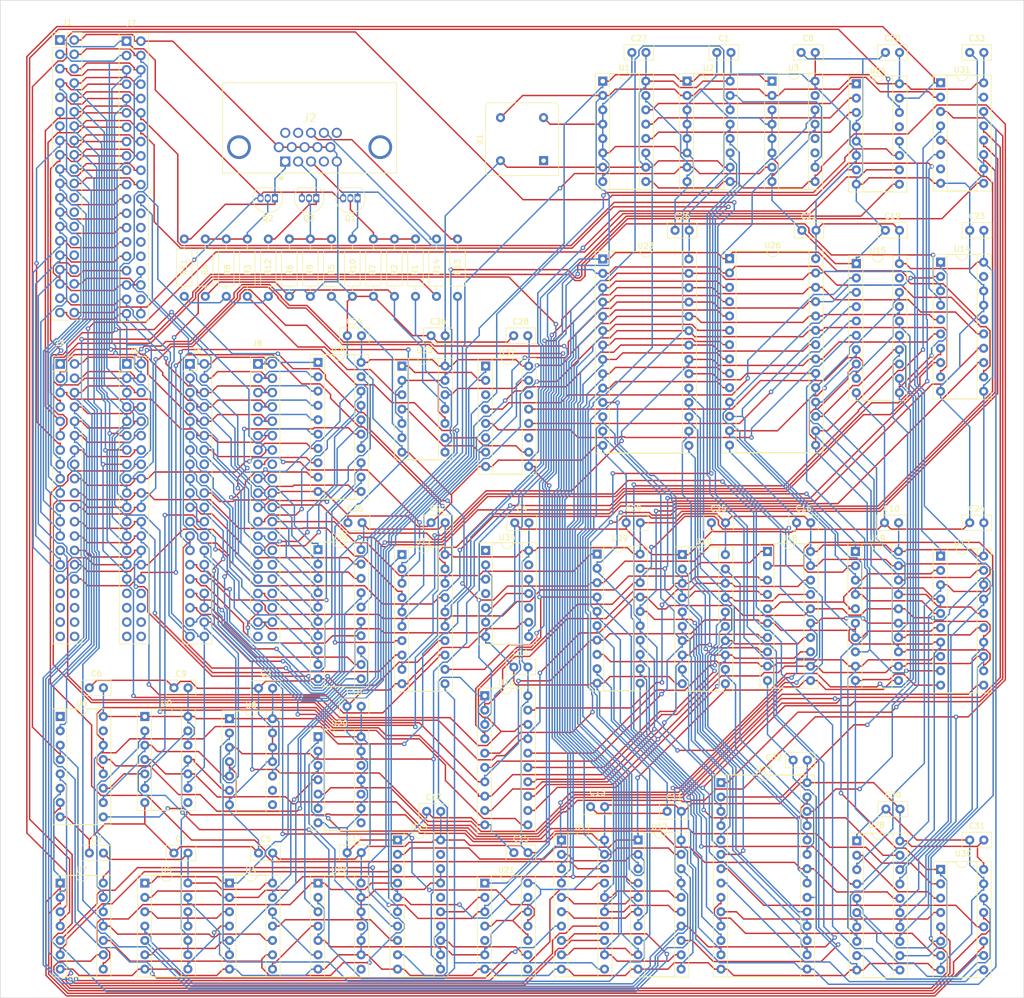
<source format=kicad_pcb>
(kicad_pcb (version 20211014) (generator pcbnew)
  (title_block (title "VGA") (date "2022-10-06") (rev "1.0") (company "Korey Bliss") (comment 1 "https://github.com/kblissExternal/6502"))
  (layers (0 "F.Cu" signal) (31 "B.Cu" signal) (34 "B.Paste" user) (35 "F.Paste" user) (36 "B.SilkS" user "B.Silkscreen") (37 "F.SilkS" user "F.Silkscreen") (38 "B.Mask" user) (39 "F.Mask" user) (44 "Edge.Cuts" user))
  (net 0 "")
  (net 1 "GND")
  (net 2 "VCC")
  (net 3 "/A0")
  (net 4 "/D0")
  (net 5 "/A1")
  (net 6 "/D1")
  (net 7 "/A2")
  (net 8 "/D2")
  (net 9 "/A3")
  (net 10 "/D3")
  (net 11 "/A4")
  (net 12 "/D4")
  (net 13 "/A5")
  (net 14 "/D5")
  (net 15 "/A6")
  (net 16 "/D6")
  (net 17 "/A7")
  (net 18 "/D7")
  (net 19 "/A8")
  (net 20 "/CB1")
  (net 21 "/A9")
  (net 22 "/CB2")
  (net 23 "/A10")
  (net 25 "/A11")
  (net 27 "/A12")
  (net 29 "/A13")
  (net 31 "/A14")
  (net 33 "/A15")
  (net 34 "/CPU_CLK")
  (net 35 "/~{CPU_CLK}")
  (net 36 "/IRQ")
  (net 38 "/~{RW}")
  (net 39 "/CA0")
  (net 40 "/CA1")
  (net 41 "/CA2")
  (net 42 "/CA3")
  (net 43 "/CA4")
  (net 44 "/CA5")
  (net 45 "/CA6")
  (net 46 "/CA7")
  (net 47 "/CA8")
  (net 48 "/CA9")
  (net 49 "/CA10")
  (net 50 "/CA11")
  (net 51 "/CA12")
  (net 52 "/CA13")
  (net 53 "/CA14")
  (net 54 "/CA15")
  (net 63 "/VGA_CLK")
  (net 72 "/GALA_I0")
  (net 73 "/GALA_I1")
  (net 74 "/VGACS")
  (net 75 "/GALA_I2")
  (net 76 "/GALA_I3")
  (net 77 "/GALA_I4")
  (net 78 "/GALA_I5")
  (net 79 "/GALA_I6")
  (net 80 "/GALA_I7")
  (net 82 "/GALA_I8")
  (net 83 "/CFONTA")
  (net 85 "/CFONTD")
  (net 86 "/GALA_I9")
  (net 87 "/CADDL")
  (net 88 "/GALA_O0")
  (net 89 "/CADDH")
  (net 90 "/GALA_O1")
  (net 91 "/CWRL")
  (net 92 "/GALA_O2")
  (net 93 "/CWRH")
  (net 94 "/GALA_O3")
  (net 95 "/~{CRDL}")
  (net 96 "/GALA_O4")
  (net 97 "/~{CRDH}")
  (net 98 "/~{HSYNC}")
  (net 99 "/WREQ")
  (net 100 "/~{VSYNC}")
  (net 101 "/GALA_O5")
  (net 107 "Net-(J2-Pad3)")
  (net 108 "Net-(Q1-Pad2)")
  (net 109 "Net-(J2-Pad1)")
  (net 110 "Net-(Q2-Pad2)")
  (net 111 "Net-(J2-Pad2)")
  (net 112 "Net-(Q3-Pad2)")
  (net 113 "Net-(R1-Pad1)")
  (net 114 "Net-(R2-Pad1)")
  (net 115 "Net-(R3-Pad1)")
  (net 116 "Net-(R5-Pad1)")
  (net 117 "Net-(J2-Pad13)")
  (net 118 "Net-(J2-Pad14)")
  (net 119 "/Synchronization/~{H_CLR}")
  (net 120 "/~{SLEEP}")
  (net 121 "/HA3")
  (net 122 "/HA2")
  (net 123 "/HA1")
  (net 124 "/HA0")
  (net 125 "/Synchronization/HCARRY1")
  (net 126 "/HA7")
  (net 127 "/HA6")
  (net 128 "/HA5")
  (net 129 "/HA4")
  (net 130 "/Synchronization/HCARRY2")
  (net 133 "/HA9")
  (net 134 "/HA8")
  (net 136 "Net-(U4-Pad3)")
  (net 137 "Net-(U4-Pad4)")
  (net 138 "Net-(U4-Pad6)")
  (net 139 "Net-(U22-Pad4)")
  (net 140 "/Character RAM/~{Y4}")
  (net 141 "/Character RAM/~{Y5}")
  (net 142 "Net-(U25-Pad8)")
  (net 143 "Net-(U22-Pad6)")
  (net 144 "Net-(U20-Pad4)")
  (net 145 "Net-(U5-Pad10)")
  (net 146 "/Synchronization/~{HSYNC95}")
  (net 148 "/VA5")
  (net 149 "/VA4")
  (net 150 "/VA6")
  (net 151 "/VA3")
  (net 152 "/VA2")
  (net 153 "/VA1")
  (net 154 "/VA0")
  (net 155 "Net-(U6-Pad11)")
  (net 156 "/VA8")
  (net 157 "/VA7")
  (net 158 "/VA9")
  (net 160 "/Character RAM/~{YO}")
  (net 161 "/Character RAM/~{Y1}")
  (net 162 "/Character RAM/~{Y7}")
  (net 163 "Net-(U25-Pad3)")
  (net 164 "Net-(U22-Pad1)")
  (net 165 "/Character RAM/~{Y3}")
  (net 166 "/Synchronization/RST524")
  (net 169 "Net-(U9-Pad13)")
  (net 171 "/ASC0")
  (net 172 "/Character RAM/ID0")
  (net 173 "/Character RAM/ID1")
  (net 174 "/ASC1")
  (net 175 "/ASC2")
  (net 176 "/Character RAM/ID2")
  (net 177 "/Character RAM/ID3")
  (net 178 "/ASC3")
  (net 179 "/Character RAM/~{VID}")
  (net 180 "/ASC4")
  (net 181 "/Character RAM/ID4")
  (net 182 "/Character RAM/ID5")
  (net 183 "/ASC5")
  (net 184 "/ASC6")
  (net 185 "/Character RAM/ID6")
  (net 186 "/Character RAM/ID7")
  (net 187 "/ASC7")
  (net 188 "/Character RAM/~{CPU}")
  (net 189 "/Character RAM/IA0")
  (net 190 "/Character RAM/IA1")
  (net 191 "/Character RAM/IA2")
  (net 192 "/Character RAM/IA3")
  (net 193 "/Character RAM/IA4")
  (net 194 "/Character RAM/IA5")
  (net 195 "/Character RAM/IA6")
  (net 196 "/Character RAM/IA7")
  (net 197 "/Character RAM/IA8")
  (net 198 "/Character RAM/IA9")
  (net 199 "/Character RAM/IA10")
  (net 200 "/Character RAM/IA11")
  (net 201 "/Character RAM/IA12")
  (net 202 "/Character RAM/IA13")
  (net 203 "/Character RAM/IA14")
  (net 204 "/Character RAM/DISP_PAGE")
  (net 206 "/RED")
  (net 207 "/Character RAM/ID8")
  (net 208 "/Character RAM/ID9")
  (net 209 "/GREEN")
  (net 210 "/BLUE")
  (net 211 "/Character RAM/ID10")
  (net 212 "/Character RAM/ID11")
  (net 213 "/BRI")
  (net 214 "/REV")
  (net 215 "/Character RAM/ID12")
  (net 216 "/Character RAM/ID13")
  (net 217 "/CUR")
  (net 218 "/FA14")
  (net 219 "/Character RAM/ID14")
  (net 220 "/Character RAM/ID15")
  (net 222 "/Character RAM/~{CHAR_RW}")
  (net 223 "Net-(U20-Pad1)")
  (net 224 "Net-(U20-Pad2)")
  (net 225 "/~{FONT_OE}")
  (net 226 "/~{CHAR}")
  (net 227 "Net-(U20-Pad6)")
  (net 231 "/Character RAM/~{Y6}")
  (net 232 "Net-(U21-Pad2)")
  (net 234 "Net-(U21-Pad13)")
  (net 236 "Net-(U21-Pad9)")
  (net 239 "/Character RAM/~{CHAR_OE}")
  (net 240 "/Character RAM/~{Y2}")
  (net 241 "Net-(U25-Pad12)")
  (net 244 "/FA3")
  (net 245 "/FA2")
  (net 246 "/FA1")
  (net 247 "/FA0")
  (net 248 "/Font RAM/FD0")
  (net 249 "/Font RAM/FD1")
  (net 250 "/Font RAM/FD2")
  (net 251 "/Font RAM/FD3")
  (net 252 "/Font RAM/FD4")
  (net 253 "/Font RAM/FD5")
  (net 254 "/Font RAM/FD6")
  (net 255 "/Font RAM/FD7")
  (net 256 "/Font RAM/~{FONT_RW}")
  (net 257 "Net-(U28-Pad2)")
  (net 258 "Net-(U28-Pad5)")
  (net 259 "Net-(U28-Pad6)")
  (net 260 "Net-(U28-Pad9)")
  (net 262 "Net-(U31-Pad9)")
  (net 263 "Net-(U32-Pad2)")
  (net 266 "Net-(U32-Pad7)")
  (net 267 "Net-(U32-Pad10)")
  (net 270 "Net-(U32-Pad15)")
  (net 272 "Net-(U34-Pad2)")
  (net 274 "Net-(U34-Pad12)")
  (net 282 "/GALA_O6")
  (net 283 "/GALA_O7")
  (net 284 "/GALB_I0")
  (net 285 "/GALB_I1")
  (net 286 "/GALB_I2")
  (net 287 "/GALB_I3")
  (net 288 "/GALB_I4")
  (net 289 "/GALB_I5")
  (net 290 "/GALB_I6")
  (net 291 "/GALB_I7")
  (net 293 "/GALB_I8")
  (net 295 "/GALB_I9")
  (net 296 "/GALB_O0")
  (net 297 "/GALB_O1")
  (net 298 "/GALB_O2")
  (net 300 "/GALB_O3")
  (net 302 "/GALB_O4")
  (net 304 "/GALB_O5")
  (net 306 "/GALB_O6")
  (net 308 "/GALB_O7")
  (net 312 "/VGA_QTR")
  (net 313 "/Synchronization/VGA_HALF")
  (footprint "Resistor_THT:R_Axial_DIN0207_L6.3mm_D2.5mm_P10.16mm_Horizontal" (layer "F.Cu") (at 156.7783 99.6238 90)
    (fp_text reference "R4")
    (fp_text value "2K")
  )
  (footprint "Capacitor_THT:C_Disc_D5.0mm_W2.5mm_P2.50mm" (layer "F.Cu") (at 211.398 198.13)
    (fp_text reference "C15")
    (fp_text value "0.1µF")
  )
  (footprint "Capacitor_THT:C_Disc_D5.0mm_W2.5mm_P2.50mm" (layer "F.Cu") (at 182.0264 139.705)
    (fp_text reference "C35")
    (fp_text value "0.1µF")
  )
  (footprint "Package_DIP:DIP-14_W7.62mm_Socket" (layer "F.Cu") (at 131.1048 203.5098)
    (fp_text reference "U7")
    (fp_text value "74HC11")
  )
  (footprint "Capacitor_THT:C_Disc_D5.0mm_W2.5mm_P2.50mm" (layer "F.Cu") (at 181.8832 198.13)
    (fp_text reference "C12")
    (fp_text value "0.1µF")
  )
  (footprint "Package_DIP:DIP-14_W7.62mm_Socket" (layer "F.Cu") (at 161.056 203.5098)
    (fp_text reference "U4")
    (fp_text value "74AC08")
  )
  (footprint "Package_DIP:DIP-20_W7.62mm_Socket" (layer "F.Cu") (at 256.2794 144.785)
    (fp_text reference "U18")
    (fp_text value "74HC374")
  )
  (footprint "Package_TO_SOT_THT:TO-92_Inline" (layer "F.Cu") (at 169.1032 82.2458 180)
    (fp_text reference "Q2")
    (fp_text value "2N3904")
  )
  (footprint "Capacitor_THT:C_Disc_D5.0mm_W2.5mm_P2.50mm" (layer "F.Cu") (at 151.2304 168.9358)
    (fp_text reference "C9")
    (fp_text value "0.1µF")
  )
  (footprint "Package_DIP:DIP-20_W7.62mm_Socket" (layer "F.Cu") (at 219.8116 195.8898)
    (fp_text reference "U11")
    (fp_text value "74HC373")
  )
  (footprint "Package_DIP:DIP-20_W7.62mm_Socket" (layer "F.Cu") (at 226.1208 145.2472)
    (fp_text reference "U29")
    (fp_text value "74HC373")
  )
  (footprint "Capacitor_THT:C_Disc_D5.0mm_W2.5mm_P2.50mm" (layer "F.Cu") (at 211.3584 106.5834)
    (fp_text reference "C28")
    (fp_text value "0.1µF")
  )
  (footprint "Capacitor_THT:C_Disc_D5.0mm_W2.5mm_P2.50mm" (layer "F.Cu") (at 196.7376 106.5834)
    (fp_text reference "C36")
    (fp_text value "0.1µF")
  )
  (footprint "Connector_PinHeader_2.54mm:PinHeader_2x20_P2.54mm_Vertical" (layer "F.Cu") (at 142.8396 54.4272)
    (fp_text reference "J7")
    (fp_text value "Bus_Header_OUT")
  )
  (footprint "Resistor_THT:R_Axial_DIN0207_L6.3mm_D2.5mm_P10.16mm_Horizontal" (layer "F.Cu") (at 186.5393 99.6238 90)
    (fp_text reference "R7")
    (fp_text value "240")
  )
  (footprint "Capacitor_THT:C_Disc_D5.0mm_W2.5mm_P2.50mm" (layer "F.Cu") (at 261.4294 139.705)
    (fp_text reference "C16")
    (fp_text value "0.1µF")
  )
  (footprint "Package_DIP:DIP-20_W7.62mm_Socket" (layer "F.Cu") (at 272.0891 196.0472)
    (fp_text reference "U28")
    (fp_text value "74HC373")
  )
  (footprint "Oscillator:Oscillator_DIP-8" (layer "F.Cu") (at 216.652 75.5954 90)
    (fp_text reference "X1")
    (fp_text value "TFT660")
  )
  (footprint "Package_DIP:DIP-20_W7.62mm_Socket" (layer "F.Cu") (at 233.3752 195.8898)
    (fp_text reference "U13")
    (fp_text value "74HC373")
  )
  (footprint "Resistor_THT:R_Axial_DIN0207_L6.3mm_D2.5mm_P10.16mm_Horizontal" (layer "F.Cu") (at 160.4985 99.6238 90)
    (fp_text reference "R8")
    (fp_text value "240")
  )
  (footprint "Connector_PinHeader_2.54mm:PinHeader_2x20_P2.54mm_Vertical" (layer "F.Cu") (at 131.049 54.229)
    (fp_text reference "J1")
    (fp_text value "Bus_Header_IN")
  )
  (footprint "Capacitor_THT:C_Disc_D5.0mm_W2.5mm_P2.50mm" (layer "F.Cu") (at 247.3131 56.4338)
    (fp_text reference "C1")
    (fp_text value "0.1µF")
  )
  (footprint "Capacitor_THT:C_Disc_D5.0mm_W2.5mm_P2.50mm" (layer "F.Cu") (at 136.2548 168.9358)
    (fp_text reference "C6")
    (fp_text value "0.1µF")
  )
  (footprint "Package_DIP:DIP-20_W7.62mm_Socket" (layer "F.Cu") (at 286.9184 93.5686)
    (fp_text reference "U14")
    (fp_text value "74HC373")
  )
  (footprint "Package_DIP:DIP-14_W7.62mm_Socket" (layer "F.Cu") (at 146.0804 174.0158)
    (fp_text reference "U9")
    (fp_text value "74HC74")
  )
  (footprint "Package_DIP:DIP-20_W7.62mm_Socket" (layer "F.Cu") (at 191.5876 145.3488)
    (fp_text reference "U12")
    (fp_text value "74HC373")
  )
  (footprint "Resistor_THT:R_Axial_DIN0207_L6.3mm_D2.5mm_P10.16mm_Horizontal" (layer "F.Cu") (at 182.8192 99.6238 90)
    (fp_text reference "R10")
    (fp_text value "75")
  )
  (footprint "Resistor_THT:R_Axial_DIN0207_L6.3mm_D2.5mm_P10.16mm_Horizontal" (layer "F.Cu") (at 193.9796 99.6238 90)
    (fp_text reference "R1")
    (fp_text value "820")
  )
  (footprint "Connector_PinHeader_2.54mm:PinHeader_2x20_P2.54mm_Vertical" (layer "F.Cu") (at 166.106 111.5772)
    (fp_text reference "J8")
    (fp_text value "GALB_Header")
  )
  (footprint "Package_DIP:DIP-16_W7.62mm_Socket" (layer "F.Cu") (at 242.0453 61.5138)
    (fp_text reference "U2")
    (fp_text value "74AC163")
  )
  (footprint "Capacitor_THT:C_Disc_D5.0mm_W2.5mm_P2.50mm" (layer "F.Cu") (at 136.2548 198.194)
    (fp_text reference "C3")
    (fp_text value "0.1µF")
  )
  (footprint "Package_DIP:DIP-20_W7.62mm_Socket" (layer "F.Cu") (at 176.7332 111.3128)
    (fp_text reference "U36")
    (fp_text value "GAL16V8")
  )
  (footprint "Connector_PinHeader_2.54mm:PinHeader_2x20_P2.54mm_Vertical" (layer "F.Cu") (at 154.0664 111.5772)
    (fp_text reference "J6")
    (fp_text value "GALA_Header")
  )
  (footprint "Package_DIP:DIP-16_W7.62mm_Socket" (layer "F.Cu") (at 272 61.976)
    (fp_text reference "U24")
    (fp_text value "74AC138")
  )
  (footprint "Resistor_THT:R_Axial_DIN0207_L6.3mm_D2.5mm_P10.16mm_Horizontal" (layer "F.Cu") (at 164.2186 99.6238 90)
    (fp_text reference "R3")
    (fp_text value "820")
  )
  (footprint "Package_DIP:DIP-14_W7.62mm_Socket" (layer "F.Cu") (at 161.056 174.3964)
    (fp_text reference "U8")
    (fp_text value "74HC74")
  )
  (footprint "Resistor_THT:R_Axial_DIN0207_L6.3mm_D2.5mm_P10.16mm_Horizontal" (layer "F.Cu") (at 153.0582 99.6238 90)
    (fp_text reference "R11")
    (fp_text value "75")
  )
  (footprint "Capacitor_THT:C_Disc_D5.0mm_W2.5mm_P2.50mm" (layer "F.Cu") (at 181.8832 172.217)
    (fp_text reference "C18")
    (fp_text value "0.1µF")
  )
  (footprint "Package_DIP:DIP-20_W7.62mm_Socket" (layer "F.Cu") (at 206.248 170.3424)
    (fp_text reference "U16")
    (fp_text value "74HC373")
  )
  (footprint "Capacitor_THT:C_Disc_D5.0mm_W2.5mm_P2.50mm" (layer "F.Cu") (at 166.206 169.0166)
    (fp_text reference "C2")
    (fp_text value "0.1µF")
  )
  (footprint "Capacitor_THT:C_Disc_D5.0mm_W2.5mm_P2.50mm" (layer "F.Cu") (at 277.2391 190.4034)
    (fp_text reference "C30")
    (fp_text value "0.1µF")
  )
  (footprint "Capacitor_THT:C_Disc_D5.0mm_W2.5mm_P2.50mm" (layer "F.Cu") (at 195.9548 190.8098)
    (fp_text reference "C17")
    (fp_text value "0.1µF")
  )
  (footprint "Package_TO_SOT_THT:TO-92_Inline" (layer "F.Cu") (at 183.7336 82.2458 180)
    (fp_text reference "Q1")
    (fp_text value "2N3904")
  )
  (footprint "Connector_PinHeader_2.54mm:PinHeader_2x20_P2.54mm_Vertical" (layer "F.Cu") (at 142.8904 111.5772)
    (fp_text reference "J5")
    (fp_text value "CPU_Address_Header_B")
  )
  (footprint "Capacitor_THT:C_Disc_D5.0mm_W2.5mm_P2.50mm" (layer "F.Cu") (at 260.8222 181.7316)
    (fp_text reference "C32")
    (fp_text value "0.1µF")
  )
  (footprint "Package_DIP:DIP-16_W7.62mm_Socket" (layer "F.Cu") (at 286.9184 61.8136)
    (fp_text reference "U31")
    (fp_text value "74HC165")
  )
  (footprint "Package_DIP:DIP-14_W7.62mm_Socket" (layer "F.Cu") (at 146.0804 203.5098)
    (fp_text reference "U5")
    (fp_text value "74AC10")
  )
  (footprint "Capacitor_THT:C_Disc_D5.0mm_W2.5mm_P2.50mm" (layer "F.Cu") (at 196.7376 139.705)
    (fp_text reference "C22")
    (fp_text value "0.1µF")
  )
  (footprint "Package_DIP:DIP-14_W7.62mm_Socket" (layer "F.Cu") (at 176.7332 177.5968)
    (fp_text reference "U20")
    (fp_text value "74AC04")
  )
  (footprint "Connector_PinHeader_2.54mm:PinHeader_2x20_P2.54mm_Vertical" (layer "F.Cu") (at 131.1048 111.5772)
    (fp_text reference "J3")
    (fp_text value "CPU_Address_Header_A")
  )
  (footprint "Capacitor_THT:C_Disc_D5.0mm_W2.5mm_P2.50mm" (layer "F.Cu") (at 211.5504 139.705)
    (fp_text reference "C4")
    (fp_text value "0.1µF")
  )
  (footprint "Package_DIP:DIP-14_W7.62mm_Socket" (layer "F.Cu") (at 206.4004 144.6276)
    (fp_text reference "U34")
    (fp_text value "74HC74")
  )
  (footprint "Package_DIP:DIP-14_W7.62mm_Socket" (layer "F.Cu") (at 206.248 203.5098)
    (fp_text reference "U21")
    (fp_text value "74HC74")
  )
  (footprint "Package_DIP:DIP-16_W7.62mm_Socket" (layer "F.Cu") (at 257.0815 61.5138)
    (fp_text reference "U3")
    (fp_text value "74AC163")
  )
  (footprint "Package_DIP:DIP-20_W7.62mm_Socket" (layer "F.Cu") (at 272 93.8226)
    (fp_text reference "U15")
    (fp_text value "74HC374")
  )
  (footprint "Package_DIP:DIP-20_W7.62mm_Socket" (layer "F.Cu") (at 241.2001 145.3488)
    (fp_text reference "U10")
    (fp_text value "74HC374")
  )
  (footprint "Package_DIP:DIP-16_W7.62mm_Socket" (layer "F.Cu") (at 286.9184 201.0972)
    (fp_text reference "U30")
    (fp_text value "74HC157")
  )
  (footprint "Package_DIP:DIP-20_W7.62mm_Socket" (layer "F.Cu") (at 271.8391 144.785)
    (fp_text reference "U19")
    (fp_text value "74HC374")
  )
  (footprint "Capacitor_THT:C_Disc_D5.0mm_W2.5mm_P2.50mm" (layer "F.Cu") (at 292.0684 139.705)
    (fp_text reference "C24")
    (fp_text value "0.1µF")
  )
  (footprint "Resistor_THT:R_Axial_DIN0207_L6.3mm_D2.5mm_P10.16mm_Horizontal" (layer "F.Cu") (at 167.9387 99.6238 90)
    (fp_text reference "R12")
    (fp_text value "75")
  )
  (footprint "Capacitor_THT:C_Disc_D5.0mm_W2.5mm_P2.50mm" (layer "F.Cu") (at 224.9616 189.992)
    (fp_text reference "C13")
    (fp_text value "0.1µF")
  )
  (footprint "Resistor_THT:R_Axial_DIN0207_L6.3mm_D2.5mm_P10.16mm_Horizontal" (layer "F.Cu") (at 201.4198 99.6238 90)
    (fp_text reference "R13")
    (fp_text value "75")
  )
  (footprint "Resistor_THT:R_Axial_DIN0207_L6.3mm_D2.5mm_P10.16mm_Horizontal" (layer "F.Cu") (at 197.6997 99.6238 90)
    (fp_text reference "R14")
    (fp_text value "75")
  )
  (footprint "Capacitor_THT:C_Disc_D5.0mm_W2.5mm_P2.50mm" (layer "F.Cu") (at 232.2768 56.4338)
    (fp_text reference "C27")
    (fp_text value "0.1µF")
  )
  (footprint "Capacitor_THT:C_Disc_D5.0mm_W2.5mm_P2.50mm" (layer "F.Cu") (at 292.0692 195.8848)
    (fp_text reference "C31")
    (fp_text value "0.1µF")
  )
  (footprint "Capacitor_THT:C_Disc_D5.0mm_W2.5mm_P2.50mm" (layer "F.Cu") (at 262.2315 56.4338)
    (fp_text reference "C8")
    (fp_text value "0.1µF")
  )
  (footprint "Capacitor_THT:C_Disc_D5.0mm_W2.5mm_P2.50mm" (layer "F.Cu") (at 181.9248 106.5834)
    (fp_text reference "C34")
    (fp_text value "0.1µF")
  )
  (footprint "Package_DIP:DIP-20_W7.62mm_Socket" (layer "F.Cu") (at 190.8048 195.8898)
    (fp_text reference "U25")
    (fp_text value "74HC374")
  )
  (footprint "Package_DIP:DIP-14_W7.62mm_Socket" (layer "F.Cu") (at 191.5876 111.9632)
    (fp_text reference "U33")
    (fp_text value "74AC08")
  )
  (footprint "Package_DIP:DIP-16_W7.62mm_Socket" (layer "F.Cu") (at 206.4004 111.9632)
    (fp_text reference "U32")
    (fp_text value "74HC175")
  )
  (footprint "Capacitor_THT:C_Disc_D5.0mm_W2.5mm_P2.50mm" (layer "F.Cu") (at 277.15 87.9248)
    (fp_text reference "C19")
    (fp_text value "0.1µF")
  )
  (footprint "Capacitor_THT:C_Disc_D5.0mm_W2.5mm_P2.50mm" (layer "F.Cu") (at 239.9268 87.9248)
    (fp_text reference "C26")
    (fp_text value "0.1µF")
  )
  (footprint "Package_DIP:DIP-16_W7.62mm_Socket" (layer "F.Cu") (at 227.1268 61.5138)
    (fp_text reference "U1")
    (fp_text value "74AC163")
  )
  (footprint "Package_DIP:DIP-20_W7.62mm_Socket" (layer "F.Cu") (at 176.7332 144.4852)
    (fp_text reference "U35")
    (fp_text value "GAL16V8")
  )
  (footprint "Capacitor_THT:C_Disc_D5.0mm_W2.5mm_P2.50mm" (layer "F.Cu") (at 166.206 198.194)
    (fp_text reference "C5")
    (fp_text value "0.1µF")
  )
  (footprint "Capacitor_THT:C_Disc_D5.0mm_W2.5mm_P2.50mm" (layer "F.Cu") (at 238.5252 190.8098)
    (fp_text reference "C11")
    (fp_text value "0.1µF")
  )
  (footprint "Capacitor_THT:C_Disc_D5.0mm_W2.5mm_P2.50mm" (layer "F.Cu") (at 211.3888 165.2574)
    (fp_text reference "C14")
    (fp_text value "0.1µF")
  )
  (footprint "Package_DIP:DIP-16_W7.62mm_Socket" (layer "F.Cu") (at 131.1048 174.0158)
    (fp_text reference "U6")
    (fp_text value "74HC4040")
  )
  (footprint "Capacitor_THT:C_Disc_D5.0mm_W2.5mm_P2.50mm" (layer "F.Cu") (at 277.15 56.4338)
    (fp_text reference "C20")
    (fp_text value "0.1µF")
  )
  (footprint "VGA:TE_1-1734530-1" (layer "F.Cu") (at 175.25 73.202 180)
    (fp_text reference "J2")
    (fp_text value "VGA_Out")
  )
  (footprint "Resistor_THT:R_Axial_DIN0207_L6.3mm_D2.5mm_P10.16mm_Horizontal" (layer "F.Cu") (at 171.6588 99.6238 90)
    (fp_text reference "R6")
    (fp_text value "2K")
  )
  (footprint "Package_DIP:DIP-28_W15.24mm_Socket" (layer "F.Cu") (at 249.5654 92.939)
    (fp_text reference "U26")
    (fp_text value "HM62256BLP")
  )
  (footprint "Resistor_THT:R_Axial_DIN0207_L6.3mm_D2.5mm_P10.16mm_Horizontal" (layer "F.Cu") (at 175.379 99.6238 90)
    (fp_text reference "R9")
    (fp_text value "240")
  )
  (footprint "Capacitor_THT:C_Disc_D5.0mm_W2.5mm_P2.50mm" (layer "F.Cu") (at 231.2708 139.705)
    (fp_text reference "C29")
    (fp_text value "0.1µF")
  )
  (footprint "Resistor_THT:R_Axial_DIN0207_L6.3mm_D2.5mm_P10.16mm_Horizontal" (layer "F.Cu") (at 179.0991 99.6238 90)
    (fp_text reference "R5")
    (fp_text value "820")
  )
  (footprint "Capacitor_THT:C_Disc_D5.0mm_W2.5mm_P2.50mm" (layer "F.Cu") (at 292.0684 87.9248)
    (fp_text reference "C23")
    (fp_text value "0.1µF")
  )
  (footprint "Resistor_THT:R_Axial_DIN0207_L6.3mm_D2.5mm_P10.16mm_Horizontal" (layer "F.Cu") (at 190.2594 99.6238 90)
    (fp_text reference "R2")
    (fp_text value "2K")
  )
  (footprint "Package_DIP:DIP-28_W15.24mm_Socket" (layer "F.Cu") (at 248.0464 185.7298)
    (fp_text reference "U27")
    (fp_text value "HM62256BLP")
  )
  (footprint "Capacitor_THT:C_Disc_D5.0mm_W2.5mm_P2.50mm" (layer "F.Cu") (at 292.0684 56.4338)
    (fp_text reference "C33")
    (fp_text value "0.1µF")
  )
  (footprint "Capacitor_THT:C_Disc_D5.0mm_W2.5mm_P2.50mm" (layer "F.Cu") (at 262.3654 87.9248)
    (fp_text reference "C21")
    (fp_text value "0.1µF")
  )
  (footprint "Package_TO_SOT_THT:TO-92_Inline" (layer "F.Cu") (at 176.4184 82.2458 180)
    (fp_text reference "Q3")
    (fp_text value "2N3904")
  )
  (footprint "Package_DIP:DIP-28_W15.24mm_Socket" (layer "F.Cu") (at 227.1268 93.0048)
    (fp_text reference "U23")
    (fp_text value "HM62256BLP")
  )
  (footprint "Capacitor_THT:C_Disc_D5.0mm_W2.5mm_P2.50mm" (layer "F.Cu") (at 246.3501 139.705)
    (fp_text reference "C25")
    (fp_text value "0.1µF")
  )
  (footprint "Package_DIP:DIP-14_W7.62mm_Socket" (layer "F.Cu") (at 176.7332 203.5098)
    (fp_text reference "U22")
    (fp_text value "74AC32")
  )
  (footprint "Package_DIP:DIP-20_W7.62mm_Socket" (layer "F.Cu") (at 286.9184 145.6028)
    (fp_text reference "U17")
    (fp_text value "74HC373")
  )
  (footprint "Capacitor_THT:C_Disc_D5.0mm_W2.5mm_P2.50mm" (layer "F.Cu") (at 151.2304 198.194)
    (fp_text reference "C7")
    (fp_text value "0.1µF")
  )
  (footprint "Capacitor_THT:C_Disc_D5.0mm_W2.5mm_P2.50mm" (layer "F.Cu") (at 276.9891 139.705)
    (fp_text reference "C10")
    (fp_text value "0.1µF")
  )
  (gr_rect (start 120.4976 47.1932) (end 301.6504 223.8248) (layer "Edge.Cuts") (width 0.1) (fill none))
  (segment (start 155.4026 169.0165) (end 154.1966 167.8105) (width 0.25) (layer "F.Cu") (net 1))
  (segment (start 182.0264 138.5112) (end 192.5512 138.5112) (width 0.25) (layer "F.Cu") (net 1))
  (segment (start 246.597 141.0772) (end 242.3254 145.3488) (width 0.25) (layer "F.Cu") (net 1))
  (segment (start 272.0891 218.9072) (end 273.2144 218.9072) (width 0.25) (layer "F.Cu") (net 1))
  (segment (start 239.7791 217.6245) (end 245.7958 217.6245) (width 0.25) (layer "F.Cu") (net 1))
  (segment (start 275.8305 140.8636) (end 261.4294 140.8636) (width 0.25) (layer "F.Cu") (net 1))
  (segment (start 146.0804 193.044) (end 139.0313 193.044) (width 0.25) (layer "F.Cu") (net 1))
  (segment (start 247.4838 218.7498) (end 246.9211 218.7498) (width 0.25) (layer "F.Cu") (net 1))
  (segment (start 282.7205 195.8848) (end 277.2391 190.4034) (width 0.25) (layer "F.Cu") (net 1))
  (segment (start 177.8585 218.7498) (end 180.3985 216.2098) (width 0.25) (layer "F.Cu") (net 1))
  (segment (start 274.2506 78.6307) (end 273.1253 79.756) (width 0.25) (layer "F.Cu") (net 1))
  (segment (start 249.1717 218.7498) (end 250.3015 219.8796) (width 0.25) (layer "F.Cu") (net 1))
  (segment (start 186.8932 204.6351) (end 185.4785 206.0498) (width 0.25) (layer "F.Cu") (net 1))
  (segment (start 278.8301 166.5118) (end 280.4058 166.5118) (width 0.25) (layer "F.Cu") (net 1))
  (segment (start 184.3532 206.0498) (end 185.4785 206.0498) (width 0.25) (layer "F.Cu") (net 1))
  (segment (start 211.3888 167.9727) (end 211.8451 168.429) (width 0.25) (layer "F.Cu") (net 1))
  (segment (start 176.7332 134.1728) (end 175.6079 134.1728) (width 0.25) (layer "F.Cu") (net 1))
  (segment (start 185.4785 216.2098) (end 188.0185 218.7498) (width 0.25) (layer "F.Cu") (net 1))
  (segment (start 206.4004 129.7432) (end 207.5257 129.7432) (width 0.25) (layer "F.Cu") (net 1))
  (segment (start 196.7376 139.705) (end 196.8257 139.705) (width 0.25) (layer "F.Cu") (net 1))
  (segment (start 284.8302 78.6307) (end 274.2506 78.6307) (width 0.25) (layer "F.Cu") (net 1))
  (segment (start 156.6064 134.4372) (end 157.7817 134.4372) (width 0.25) (layer "F.Cu") (net 1))
  (segment (start 143.8298 219.8751) (end 134.4387 219.8751) (width 0.25) (layer "F.Cu") (net 1))
  (segment (start 169.2337 134.4372) (end 168.646 134.4372) (width 0.25) (layer "F.Cu") (net 1))
  (segment (start 159.9307 218.7498) (end 158.8054 219.8751) (width 0.25) (layer "F.Cu") (net 1))
  (segment (start 257.0815 79.2938) (end 257.0815 78.1685) (width 0.25) (layer "F.Cu") (net 1))
  (segment (start 180.3985 216.2098) (end 184.3532 216.2098) (width 0.25) (layer "F.Cu") (net 1))
  (segment (start 175.2298 167.7233) (end 167.4993 167.7233) (width 0.25) (layer "F.Cu") (net 1))
  (segment (start 197.0802 191.9352) (end 203.8555 191.9352) (width 0.25) (layer "F.Cu") (net 1))
  (segment (start 181.8832 198.13) (end 184.1234 195.8898) (width 0.25) (layer "F.Cu") (net 1))
  (segment (start 136.2548 195.8205) (end 136.2548 198.194) (width 0.25) (layer "F.Cu") (net 1))
  (segment (start 206.248 193.2024) (end 205.1227 193.2024) (width 0.25) (layer "F.Cu") (net 1))
  (segment (start 195.5261 204.6351) (end 186.8932 204.6351) (width 0.25) (layer "F.Cu") (net 1))
  (segment (start 184.3532 208.5898) (end 184.3532 207.4645) (width 0.25) (layer "F.Cu") (net 1))
  (segment (start 149.8981 167.6035) (end 137.5871 167.6035) (width 0.25) (layer "F.Cu") (net 1))
  (segment (start 155.4026 169.0166) (end 155.4026 169.0165) (width 0.25) (layer "F.Cu") (net 1))
  (segment (start 191.7543 168.2088) (end 192.7129 168.2088) (width 0.25) (layer "F.Cu") (net 1))
  (segment (start 223.4084 128.6179) (end 208.651 128.6179) (width 0.25) (layer "F.Cu") (net 1))
  (segment (start 158.8054 219.8751) (end 152.5862 219.8751) (width 0.25) (layer "F.Cu") (net 1))
  (segment (start 132.1175 191.7958) (end 132.2301 191.7958) (width 0.25) (layer "F.Cu") (net 1))
  (segment (start 195.9548 190.8098) (end 197.0802 191.9352) (width 0.25) (layer "F.Cu") (net 1))
  (segment (start 184.3532 206.0498) (end 184.3532 207.4645) (width 0.25) (layer "F.Cu") (net 1))
  (segment (start 182.0264 138.5112) (end 182.0264 138.3407) (width 0.25) (layer "F.Cu") (net 1))
  (segment (start 176.635 73.202) (end 178.915 73.202) (width 0.25) (layer "F.Cu") (net 1))
  (segment (start 212.6757 140.8303) (end 231.2708 140.8303) (width 0.25) (layer "F.Cu") (net 1))
  (segment (start 193.4989 106.5834) (end 196.7376 106.5834) (width 0.25) (layer "F.Cu") (net 1))
  (segment (start 181.9248 106.5834) (end 181.9248 100.5182) (width 0.25) (layer "F.Cu") (net 1))
  (segment (start 233.3752 218.7498) (end 232.2499 218.7498) (width 0.25) (layer "F.Cu") (net 1))
  (segment (start 219.8116 218.7498) (end 220.9369 218.7498) (width 0.25) (layer "F.Cu") (net 1))
  (segment (start 205.2751 159.8676) (end 203.359 161.7837) (width 0.25) (layer "F.Cu") (net 1))
  (segment (start 154.1966 167.8105) (end 152.3557 167.8105) (width 0.25) (layer "F.Cu") (net 1))
  (segment (start 166.206 169.0166) (end 155.4026 169.0166) (width 0.25) (layer "F.Cu") (net 1))
  (segment (start 182.3068 171.7934) (end 177.8585 167.3452) (width 0.25) (layer "F.Cu") (net 1))
  (segment (start 246.3501 140.8304) (end 246.3501 139.705) (width 0.25) (layer "F.Cu") (net 1))
  (segment (start 211.3888 165.2574) (end 211.3888 167.9727) (width 0.25) (layer "F.Cu") (net 1))
  (segment (start 174.355 73.202) (end 176.635 73.202) (width 0.25) (layer "F.Cu") (net 1))
  (segment (start 152.5862 219.8751) (end 151.4609 218.7498) (width 0.25) (layer "F.Cu") (net 1))
  (segment (start 151.0202 54.4272) (end 145.3796 54.4272) (width 0.25) (layer "F.Cu") (net 1))
  (segment (start 159.2877 135.9432) (end 161.6719 135.9432) (width 0.25) (layer "F.Cu") (net 1))
  (segment (start 131.1048 191.7958) (end 132.1175 191.7958) (width 0.25) (layer "F.Cu") (net 1))
  (segment (start 285.7931 79.5936) (end 284.8302 78.6307) (width 0.25) (layer "F.Cu") (net 1))
  (segment (start 272 93.8226) (end 270.8747 93.8226) (width 0.25) (layer "F.Cu") (net 1))
  (segment (start 260.7896 141.131) (end 260.543 141.3776) (width 0.25) (layer "F.Cu") (net 1))
  (segment (start 139.0313 193.044) (end 136.2548 195.8205) (width 0.25) (layer "F.Cu") (net 1))
  (segment (start 182.3068 171.7934) (end 181.8832 172.217) (width 0.25) (layer "F.Cu") (net 1))
  (segment (start 191.5876 168.2088) (end 190.4623 168.2088) (width 0.25) (layer "F.Cu") (net 1))
  (segment (start 176.7332 167.3452) (end 175.6079 167.3452) (width 0.25) (layer "F.Cu") (net 1))
  (segment (start 143.8371 53.2519) (end 144.2043 53.6191) (width 0.25) (layer "F.Cu") (net 1))
  (segment (start 131.1048 218.7498) (end 132.2301 218.7498) (width 0.25) (layer "F.Cu") (net 1))
  (segment (start 146.0804 218.7498) (end 144.9551 218.7498) (width 0.25) (layer "F.Cu") (net 1))
  (segment (start 181.9248 100.5182) (end 182.8192 99.6238) (width 0.25) (layer "F.Cu") (net 1))
  (segment (start 175.6079 167.3452) (end 175.2298 167.7233) (width 0.25) (layer "F.Cu") (net 1))
  (segment (start 167.4993 167.7233) (end 166.206 169.0166) (width 0.25) (layer "F.Cu") (net 1))
  (segment (start 134.4387 219.8751) (end 133.3059 218.7423) (width 0.25) (layer "F.Cu") (net 1))
  (segment (start 259.066 141.3776) (end 258.9692 141.2808) (width 0.25) (layer "F.Cu") (net 1))
  (segment (start 276.9891 139.705) (end 275.8305 140.8636) (width 0.25) (layer "F.Cu") (net 1))
  (segment (start 258.2068 76.183) (end 257.3629 75.3391) (width 0.25) (layer "F.Cu") (net 1))
  (segment (start 228.4106 166.9427) (end 238.8087 166.9427) (width 0.25) (layer "F.Cu") (net 1))
  (segment (start 184.3532 216.2098) (end 185.4785 216.2098) (width 0.25) (layer "F.Cu") (net 1))
  (segment (start 196.6513 203.5098) (end 195.5261 204.635) (width 0.25) (layer "F.Cu") (net 1))
  (segment (start 197.863 107.7088) (end 210.233 107.7088) (width 0.25) (layer "F.Cu") (net 1))
  (segment (start 217.8104 69.1338) (end 216.652 67.9754) (width 0.25) (layer "F.Cu") (net 1))
  (segment (start 268.2632 93.8226) (end 270.8747 93.8226) (width 0.25) (layer "F.Cu") (net 1))
  (segment (start 238.5252 190.8098) (end 238.1605 191.1745) (width 0.25) (layer "F.Cu") (net 1))
  (segment (start 161.056 218.7498) (end 159.9307 218.7498) (width 0.25) (layer "F.Cu") (net 1))
  (segment (start 271.8391 167.645) (end 272.9644 167.645) (width 0.25) (layer "F.Cu") (net 1))
  (segment (start 278.1161 140.832) (end 290.9414 140.832) (width 0.25) (layer "F.Cu") (net 1))
  (segment (start 133.3059 218.7423) (end 132.2376 218.7423) (width 0.25) (layer "F.Cu") (net 1))
  (segment (start 269.9914 219.8796) (end 270.9638 218.9072) (width 0.25) (layer "F.Cu") (net 1))
  (segment (start 238.6538 218.7498) (end 239.7791 217.6245) (width 0.25) (layer "F.Cu") (net 1))
  (segment (start 257.0815 74.2138) (end 257.0815 75.3391) (width 0.25) (layer "F.Cu") (net 1))
  (segment (start 200.3683 136.1624) (end 200.3683 134.69) (width 0.25) (layer "F.Cu") (net 1))
  (segment (start 146.0804 189.2558) (end 146.0804 190.3811) (width 0.25) (layer "F.Cu") (net 1))
  (segment (start 168.676 179.4764) (end 168.676 176.9364) (width 0.25) (layer "F.Cu") (net 1))
  (segment (start 132.2301 191.7958) (end 136.2548 195.8205) (width 0.25) (layer "F.Cu") (net 1))
  (segment (start 272.0891 218.9072) (end 270.9638 218.9072) (width 0.25) (layer "F.Cu") (net 1))
  (segment (start 235.7893 145.3488) (end 231.2708 140.8303) (width 0.25) (layer "F.Cu") (net 1))
  (segment (start 245.7958 217.6245) (end 246.9211 218.7498) (width 0.25) (layer "F.Cu") (net 1))
  (segment (start 186.5393 99.6238) (end 193.4989 106.5834) (width 0.25) (layer "F.Cu") (net 1))
  (segment (start 284.6678 217.7519) (end 285.7931 218.8772) (width 0.25) (layer "F.Cu") (net 1))
  (segment (start 182.0264 138.3407) (end 177.8585 134.1728) (width 0.25) (layer "F.Cu") (net 1))
  (segment (start 189.337 169.3341) (end 184.7661 169.3341) (width 0.25) (layer "F.Cu") (net 1))
  (segment (start 165.0806 197.0686) (end 166.206 198.194) (width 0.25) (layer "F.Cu") (net 1))
  (segment (start 134.7643 54.229) (end 135.7414 53.2519) (width 0.25) (layer "F.Cu") (net 1))
  (segment (start 182.8192 99.6238) (end 186.5393 99.6238) (width 0.25) (layer "F.Cu") (net 1))
  (segment (start 191.9301 218.7498) (end 193.0554 219.8751) (width 0.25) (layer "F.Cu") (net 1))
  (segment (start 238.8087 166.9427) (end 240.0748 168.2088) (width 0.25) (layer "F.Cu") (net 1))
  (segment (start 247.7634 141.2807) (end 246.8004 141.2807) (width 0.25) (layer "F.Cu") (net 1))
  (segment (start 146.0804 193.044) (end 146.0804 190.3811) (width 0.25) (layer "F.Cu") (net 1))
  (segment (start 276.9891 139.705) (end 278.1161 140.832) (width 0.25) (layer "F.Cu") (net 1))
  (segment (start 144.9551 218.7498) (end 143.8298 219.8751) (width 0.25) (layer "F.Cu") (net 1))
  (segment (start 152.3558 197.0686) (end 165.0806 197.0686) (width 0.25) (layer "F.Cu") (net 1))
  (segment (start 135.7414 53.2519) (end 143.8371 53.2519) (width 0.25) (layer "F.Cu") (net 1))
  (segment (start 175.6079 134.1728) (end 170.0857 134.1728) (width 0.25) (layer "F.Cu") (net 1))
  (segment (start 192.7129 167.7868) (end 192.7129 168.2088) (width 0.25) (layer "F.Cu") (net 1))
  (segment (start 151.2304 198.194) (end 146.0804 193.044) (width 0.25) (layer "F.Cu") (net 1))
  (segment (start 169.2337 134.4372) (end 169.8213 134.4372) (width 0.25) (layer "F.Cu") (net 1))
  (segment (start 203.359 161.7837) (end 198.716 161.7837) (width 0.25) (layer "F.Cu") (net 1))
  (segment (start 222.0622 219.8751) (end 231.1246 219.8751) (width 0.25) (layer "F.Cu") (net 1))
  (segment (start 246.597 141.0772) (end 246.3501 140.8304) (width 0.25) (layer "F.Cu") (net 1))
  (segment (start 206.4004 129.7432) (end 205.2751 129.7432) (width 0.25) (layer "F.Cu") (net 1))
  (segment (start 226.1208 168.1072) (end 224.9955 168.1072) (width 0.25) (layer "F.Cu") (net 1))
  (segment (start 290.9414 140.832) (end 292.0684 139.705) (width 0.25) (layer "F.Cu") (net 1))
  (segment (start 194.3974 140.3574) (end 196.0852 140.3574) (width 0.25) (layer "F.Cu") (net 1))
  (segment (start 227.1268 69.1338) (end 217.8104 69.1338) (width 0.25) (layer "F.Cu") (net 1))
  (segment (start 257.3629 75.3391) (end 257.0815 75.3391) (width 0.25) (layer "F.Cu") (net 1))
  (segment (start 197.2995 203.5098) (end 196.6513 203.5098) (width 0.25) (layer "F.Cu") (net 1))
  (segment (start 133.589 54.229) (end 134.7643 54.229) (width 0.25) (layer "F.Cu") (net 1))
  (segment (start 282.3568 168.4628) (end 286.9184 168.4628) (width 0.25) (layer "F.Cu") (net 1))
  (segment (start 261.4294 140.8636) (end 261.4294 139.705) (width 0.25) (layer "F.Cu") (net 1))
  (segment (start 261.4294 140.8636) (end 261.162 141.131) (width 0.25) (layer "F.Cu") (net 1))
  (segment (start 273.2144 218.9072) (end 274.3697 217.7519) (width 0.25) (layer "F.Cu") (net 1))
  (segment (start 196.7376 106.5834) (end 197.863 107.7088) (width 0.25) (layer "F.Cu") (net 1))
  (segment (start 227.1268 126.0248) (end 226.0015 126.0248) (width 0.25) (layer "F.Cu") (net 1))
  (segment (start 184.1234 195.8898) (end 190.8048 195.8898) (width 0.25) (layer "F.Cu") (net 1))
  (segment (start 203.8555 191.9352) (end 205.1227 193.2024) (width 0.25) (layer "F.Cu") (net 1))
  (segment (start 247.4838 218.7498) (end 248.0464 218.7498) (width 0.25) (layer "F.Cu") (net 1))
  (segment (start 280.4058 166.5118) (end 282.3568 168.4628) (width 0.25) (layer "F.Cu") (net 1))
  (segment (start 226.0015 126.0248) (end 223.4084 128.6179) (width 0.25) (layer "F.Cu") (net 1))
  (segment (start 191.5876 127.2032) (end 192.7129 127.2032) (width 0.25) (layer "F.Cu") (net 1))
  (segment (start 195.5261 204.635) (end 195.5261 204.6351) (width 0.25) (layer "F.Cu") (net 1))
  (segment (start 234.5005 218.7498) (end 238.6538 218.7498) (width 0.25) (layer "F.Cu") (net 1))
  (segment (start 196.8257 139.705) (end 200.3683 136.1624) (width 0.25) (layer "F.Cu") (net 1))
  (segment (start 203.9974 219.8751) (end 205.1227 218.7498) (width 0.25) (layer "F.Cu") (net 1))
  (segment (start 239.7947 73.0885) (end 229.3774 73.0885) (width 0.25) (layer "F.Cu") (net 1))
  (segment (start 200.1797 134.67) (end 200.3483 134.67) (width 0.25) (layer "F.Cu") (net 1))
  (segment (start 176.7332 134.1728) (end 177.8585 134.1728) (width 0.25) (layer "F.Cu") (net 1))
  (segment (start 274.3697 217.7519) (end 284.6678 217.7519) (width 0.25) (layer "F.Cu") (net 1))
  (segment (start 258.9692 141.2808) (end 247.7635 141.2808) (width 0.25) (layer "F.Cu") (net 1))
  (segment (start 248.0464 218.7498) (end 249.1717 218.7498) (width 0.25) (layer "F.Cu") (net 1))
  (segment (start 241.2001 145.3488) (end 235.7893 145.3488) (width 0.25) (layer "F.Cu") (net 1))
  (segment (start 231.2708 140.8303) (end 231.2708 139.705) (width 0.25) (layer "F.Cu") (net 1))
  (segment (start 198.4248 203.5098) (end 197.2995 203.5098) (width 0.25) (layer "F.Cu") (net 1))
  (segment (start 157.7817 134.4372) (end 159.2877 135.9432) (width 0.25) (layer "F.Cu") (net 1))
  (segment (start 144.792 54.4272) (end 144.2043 54.4272) (width 0.25) (layer "F.Cu") (net 1))
  (segment (start 146.0804 218.7498) (end 147.2057 218.7498) (width 0.25) (layer "F.Cu") (net 1))
  (segment (start 240.92 74.2138) (end 239.7947 73.0885) (width 0.25) (layer "F.Cu") (net 1))
  (segment (start 192.7129 127.2032) (end 200.1797 134.67) (width 0.25) (layer "F.Cu") (net 1))
  (segment (start 229.3774 73.0885) (end 228.2521 74.2138) (width 0.25) (layer "F.Cu") (net 1))
  (segment (start 192.5512 138.5112) (end 194.3974 140.3574) (width 0.25) (layer "F.Cu") (net 1))
  (segment (start 151.4609 218.7498) (end 147.2057 218.7498) (width 0.25) (layer "F.Cu") (net 1))
  (segment (start 167.4123 135.6709) (end 168.646 134.4372) (width 0.25) (layer "F.Cu") (net 1))
  (segment (start 170.0857 134.1728) (end 169.8213 134.4372) (width 0.25) (layer "F.Cu") (net 1))
  (segment (start 169.795 73.202) (end 151.0202 54.4272) (width 0.25) (layer "F.Cu") (net 1))
  (segment (start 206.248 218.7498) (end 205.1227 218.7498) (width 0.25) (layer "F.Cu") (net 1))
  (segment (start 176.7332 218.7498) (end 177.8585 218.7498) (width 0.25) (layer "F.Cu") (net 1))
  (segment (start 238.1605 191.1745) (end 226.1441 191.1745) (width 0.25) (layer "F.Cu") (net 1))
  (segment (start 191.7543 168.2088) (end 191.5876 168.2088) (width 0.25) (layer "F.Cu") (net 1))
  (segment (start 241.7628 145.3488) (end 242.3254 145.3488) (width 0.25) (layer "F.Cu") (net 1))
  (segment (start 250.3015 219.8796) (end 269.9914 219.8796) (width 0.25) (layer "F.Cu") (net 1))
  (segment (start 172.075 73.202) (end 169.795 73.202) (width 0.25) (layer "F.Cu") (net 1))
  (segment (start 247.7635 141.2808) (end 247.7634 141.2807) (width 0.25) (layer "F.Cu") (net 1))
  (segment (start 161.9442 135.6709) (end 167.4123 135.6709) (width 0.25) (layer "F.Cu") (net 1))
  (segment (start 241.2001 168.2088) (end 240.0748 168.2088) (width 0.25) (layer "F.Cu") (net 1))
  (segment (start 227.1268 74.2138) (end 228.2521 74.2138) (width 0.25) (layer "F.Cu") (net 1))
  (segment (start 200.3483 134.67) (end 205.2751 129.7432) (width 0.25) (layer "F.Cu") (net 1))
  (segment (start 211.5504 139.705) (end 212.6757 140.8303) (width 0.25) (layer "F.Cu") (net 1))
  (segment (start 206.4004 159.8676) (end 205.2751 159.8676) (width 0.25) (layer "F.Cu") (net 1))
  (segment (start 242.0453 74.2138) (end 240.92 74.2138) (width 0.25) (layer "F.Cu") (net 1))
  (segment (start 137.5871 167.6035) (end 136.2548 168.9358) (width 0.25) (layer "F.Cu") (net 1))
  (segment (start 184.7661 169.3341) (end 182.3068 171.7934) (width 0.25) (layer "F.Cu") (net 1))
  (segment (start 211.8451 168.429) (end 224.6737 168.429) (width 0.25) (layer "F.Cu") (net 1))
  (segment (start 277.8596 167.4823) (end 278.8301 166.5118) (width 0.25) (layer "F.Cu") (net 1))
  (segment (start 208.651 128.6179) (end 207.5257 129.7432) (width 0.25) (layer "F.Cu") (net 1))
  (segment (start 182.0264 139.705) (end 182.0264 138.5112) (width 0.25) (layer "F.Cu") (net 1))
  (segment (start 144.2043 53.6191) (end 144.2043 54.4272) (width 0.25) (layer "F.Cu") (net 1))
  (segment (start 226.1208 168.1072) (end 227.2461 168.1072) (width 0.25) (layer "F.Cu") (net 1))
  (segment (start 172.075 73.202) (end 174.355 73.202) (width 0.25) (layer "F.Cu") (net 1))
  (segment (start 151.2304 168.9358) (end 149.8981 167.6035) (width 0.25) (layer "F.Cu") (net 1))
  (segment (start 226.1441 191.1745) (end 224.9616 189.992) (width 0.25) (layer "F.Cu") (net 1))
  (segment (start 210.233 107.7088) (end 211.3584 106.5834) (width 0.25) (layer "F.Cu") (net 1))
  (segment (start 176.7332 167.3452) (end 177.8585 167.3452) (width 0.25) (layer "F.Cu") (net 1))
  (segment (start 193.0554 219.8751) (end 203.9974 219.8751) (width 0.25) (layer "F.Cu") (net 1))
  (segment (start 257.3628 78.1685) (end 258.2068 77.3245) (width 0.25) (layer "F.Cu") (net 1))
  (segment (start 190.4623 168.2088) (end 189.337 169.3341) (width 0.25) (layer "F.Cu") (net 1))
  (segment (start 200.3683 134.69) (end 200.3483 134.67) (width 0.25) (layer "F.Cu") (net 1))
  (segment (start 286.9184 218.8772) (end 285.7931 218.8772) (width 0.25) (layer "F.Cu") (net 1))
  (segment (start 261.162 141.131) (end 260.7896 141.131) (width 0.25) (layer "F.Cu") (net 1))
  (segment (start 272 79.756) (end 273.1253 79.756) (width 0.25) (layer "F.Cu") (net 1))
  (segment (start 188.0185 218.7498) (end 190.8048 218.7498) (width 0.25) (layer "F.Cu") (net 1))
  (segment (start 246.8004 141.2807) (end 246.597 141.0772) (width 0.25) (layer "F.Cu") (net 1))
  (segment (start 152.3557 167.8105) (end 151.2304 168.9358) (width 0.25) (layer "F.Cu") (net 1))
  (segment (start 286.9184 79.5936) (end 285.7931 79.5936) (width 0.25) (layer "F.Cu") (net 1))
  (segment (start 233.3752 218.7498) (end 234.5005 218.7498) (width 0.25) (layer "F.Cu") (net 1))
  (segment (start 224.6737 168.429) (end 224.9955 168.1072) (width 0.25) (layer "F.Cu") (net 1))
  (segment (start 161.6719 135.9432) (end 161.9442 135.6709) (width 0.25) (layer "F.Cu") (net 1))
  (segment (start 227.2461 168.1072) (end 228.4106 166.9427) (width 0.25) (layer "F.Cu") (net 1))
  (segment (start 272.9644 167.645) (end 273.1271 167.4823) (width 0.25) (layer "F.Cu") (net 1))
  (segment (start 292.0692 195.8848) (end 282.7205 195.8848) (width 0.25) (layer "F.Cu") (net 1))
  (segment (start 231.1246 219.8751) (end 232.2499 218.7498) (width 0.25) (layer "F.Cu") (net 1))
  (segment (start 262.3654 87.9248) (end 268.2632 93.8226) (width 0.25) (layer "F.Cu") (net 1))
  (segment (start 196.0852 140.3574) (end 196.7376 139.705) (width 0.25) (layer "F.Cu") (net 1))
  (segment (start 198.716 161.7837) (end 192.7129 167.7868) (width 0.25) (layer "F.Cu") (net 1))
  (segment (start 220.9369 218.7498) (end 222.0622 219.8751) (width 0.25) (layer "F.Cu") (net 1))
  (segment (start 144.792 54.4272) (end 145.3796 54.4272) (width 0.25) (layer "F.Cu") (net 1))
  (segment (start 257.0815 78.1685) (end 257.3628 78.1685) (width 0.25) (layer "F.Cu") (net 1))
  (segment (start 190.8048 218.7498) (end 191.9301 218.7498) (width 0.25) (layer "F.Cu") (net 1))
  (segment (start 151.2304 198.194) (end 152.3558 197.0686) (width 0.25) (layer "F.Cu") (net 1))
  (segment (start 260.543 141.3776) (end 259.066 141.3776) (width 0.25) (layer "F.Cu") (net 1))
  (segment (start 132.2376 218.7423) (end 132.2301 218.7498) (width 0.25) (layer "F.Cu") (net 1))
  (segment (start 241.7628 145.3488) (end 241.2001 145.3488) (width 0.25) (layer "F.Cu") (net 1))
  (segment (start 258.2068 77.3245) (end 258.2068 76.183) (width 0.25) (layer "F.Cu") (net 1))
  (segment (start 273.1271 167.4823) (end 277.8596 167.4823) (width 0.25) (layer "F.Cu") (net 1))
  (segment (start 206.4004 159.8676) (end 206.4004 158.7423) (width 0.25) (layer "B.Cu") (net 1))
  (segment (start 184.3532 213.6698) (end 184.3532 212.5445) (width 0.25) (layer "B.Cu") (net 1))
  (segment (start 183.9554 112.5828) (end 181.9248 110.5522) (width 0.25) (layer "B.Cu") (net 1))
  (segment (start 244.609 63.1795) (end 247.3131 60.4754) (width 0.25) (layer "B.Cu") (net 1))
  (segment (start 211.398 198.13) (end 207.3733 194.1053) (width 0.25) (layer "B.Cu") (net 1))
  (segment (start 166.8133 100.7492) (end 161.6239 100.7492) (width 0.25) (layer "B.Cu") (net 1))
  (segment (start 292.0692 195.8848) (end 292.0692 200.324) (width 0.25) (layer "B.Cu") (net 1))
  (segment (start 276.017 57.5668) (end 273.1494 57.5668) (width 0.25) (layer "B.Cu") (net 1))
  (segment (start 191.9301 195.8898) (end 195.9548 191.8651) (width 0.25) (layer "B.Cu") (net 1))
  (segment (start 274.2543 192.7567) (end 271.8391 190.3416) (width 0.25) (layer "B.Cu") (net 1))
  (segment (start 185.4785 183.1663) (end 185.4785 182.106) (width 0.25) (layer "B.Cu") (net 1))
  (segment (start 211.3888 165.2574) (end 207.1243 160.9929) (width 0.25) (layer "B.Cu") (net 1))
  (segment (start 294.5384 64.3536) (end 293.4131 64.3536) (width 0.25) (layer "B.Cu") (net 1))
  (segment (start 273.1494 57.5668) (end 263.3645 57.5668) (width 0.25) (layer "B.Cu") (net 1))
  (segment (start 186.4483 121.2199) (end 186.4483 114.3482) (width 0.25) (layer "B.Cu") (net 1))
  (segment (start 180.2245 75.9115) (end 180.055 75.742) (width 0.25) (layer "B.Cu") (net 1))
  (segment (start 294.5384 203.6372) (end 294.5384 202.5119) (width 0.25) (layer "B.Cu") (net 1))
  (segment (start 271.8391 167.645) (end 271.8391 168.7703) (width 0.25) (layer "B.Cu") (net 1))
  (segment (start 175.379 99.6238) (end 177.9737 97.0291) (width 0.25) (layer "B.Cu") (net 1))
  (segment (start 244.609 63.1795) (end 249.4379 68.0085) (width 0.25) (layer "B.Cu") (net 1))
  (segment (start 191.5876 126.0779) (end 191.3063 126.0779) (width 0.25) (layer "B.Cu") (net 1))
  (segment (start 294.5384 98.6486) (end 294.5384 97.5233) (width 0.25) (layer "B.Cu") (net 1))
  (segment (start 264.902 206.0498) (end 264.902 188.2521) (width 0.25) (layer "B.Cu") (net 1))
  (segment (start 277.15 87.9248) (end 272 82.7748) (width 0.25) (layer "B.Cu") (net 1))
  (segment (start 161.3373 188.5111) (end 161.056 188.5111) (width 0.25) (layer "B.Cu") (net 1))
  (segment (start 184.3532 184.6541) (end 184.3532 185.2168) (width 0.25) (layer "B.Cu") (net 1))
  (segment (start 168.676 176.9364) (end 168.676 175.8111) (width 0.25) (layer "B.Cu") (net 1))
  (segment (start 242.0453 65.4685) (end 242.32 65.4685) (width 0.25) (layer "B.Cu") (net 1))
  (segment (start 286.9184 217.7519) (end 287.1997 217.7519) (width 0.25) (layer "B.Cu") (net 1))
  (segment (start 292.0684 80.4211) (end 291.2409 79.5936) (width 0.25) (layer "B.Cu") (net 1))
  (segment (start 242.0453 71.6738) (end 242.0453 69.1338) (width 0.25) (layer "B.Cu") (net 1))
  (segment (start 174.4826 219.8751) (end 163.3066 219.8751) (width 0.25) (layer "B.Cu") (net 1))
  (segment (start 242.0453 69.1338) (end 242.0453 66.5938) (width 0.25) (layer "B.Cu") (net 1))
  (segment (start 227.4081 65.4685) (end 232.2768 60.5998) (width 0.25) (layer "B.Cu") (net 1))
  (segment (start 184.1734 204.9245) (end 184.3532 204.9245) (width 0.25) (layer "B.Cu") (net 1))
  (segment (start 184.6346 189.1715) (end 184.3532 189.1715) (width 0.25) (layer "B.Cu") (net 1))
  (segment (start 274.2543 192.7568) (end 274.2543 192.7567) (width 0.25) (layer "B.Cu") (net 1))
  (segment (start 161.056 218.7498) (end 162.1813 218.7498) (width 0.25) (layer "B.Cu") (net 1))
  (segment (start 293.4131 75.0844) (end 294.257 75.9283) (width 0.25) (layer "B.Cu") (net 1))
  (segment (start 293.413 64.3536) (end 293.413 57.7784) (width 0.25) (layer "B.Cu") (net 1))
  (segment (start 184.3532 186.3421) (end 184.6345 186.3421) (width 0.25) (layer "B.Cu") (net 1))
  (segment (start 292.0692 200.324) (end 294.2571 202.5119) (width 0.25) (layer "B.Cu") (net 1))
  (segment (start 294.257 102.3139) (end 294.5384 102.3139) (width 0.25) (layer "B.Cu") (net 1))
  (segment (start 272 92.6973) (end 272.3775 92.6973) (width 0.25) (layer "B.Cu") (net 1))
  (segment (start 227.1268 75.3391) (end 227.4082 75.3391) (width 0.25) (layer "B.Cu") (net 1))
  (segment (start 206.6047 158.7423) (end 206.4004 158.7423) (width 0.25) (layer "B.Cu") (net 1))
  (segment (start 256.2794 177.1888) (end 256.2794 167.645) (width 0.25) (layer "B.Cu") (net 1))
  (segment (start 277.15 56.4338) (end 276.017 57.5668) (width 0.25) (layer "B.Cu") (net 1))
  (segment (start 262.3654 87.9248) (end 257.0815 82.6409) (width 0.25) (layer "B.Cu") (net 1))
  (segment (start 174.2419 98.4867) (end 169.0758 98.4867) (width 0.25) (layer "B.Cu") (net 1))
  (segment (start 294.2571 97.5233) (end 292.0684 95.3346) (width 0.25) (layer "B.Cu") (net 1))
  (segment (start 272.3775 92.6973) (end 277.15 87.9248) (width 0.25) (layer "B.Cu") (net 1))
  (segment (start 160.4985 99.6238) (end 159.3716 100.7507) (width 0.25) (layer "B.Cu") (net 1))
  (segment (start 249.5654 125.959) (end 249.5654 127.0843) (width 0.25) (layer "B.Cu") (net 1))
  (segment (start 263.3645 57.5668) (end 262.2315 56.4338) (width 0.25) (layer "B.Cu") (net 1))
  (segment (start 227.1268 69.1338) (end 227.1268 66.5938) (width 0.25) (layer "B.Cu") (net 1))
  (segment (start 161.056 189.6364) (end 161.056 188.5111) (width 0.25) (layer "B.Cu") (net 1))
  (segment (start 276.9891 122.797) (end 272 117.8079) (width 0.25) (layer "B.Cu") (net 1))
  (segment (start 232.2768 60.5998) (end 232.2768 56.4338) (width 0.25) (layer "B.Cu") (net 1))
  (segment (start 273.1494 57.5668) (end 273.1494 67.6026) (width 0.25) (layer "B.Cu") (net 1))
  (segment (start 277.2391 190.4034) (end 274.8857 192.7568) (width 0.25) (layer "B.Cu") (net 1))
  (segment (start 184.3532 180.1368) (end 184.3532 181.2621) (width 0.25) (layer "B.Cu") (net 1))
  (segment (start 181.8832 198.13) (end 181.8832 193.7101) (width 0.25) (layer "B.Cu") (net 1))
  (segment (start 228.2521 77.3246) (end 227.4082 78.1685) (width 0.25) (layer "B.Cu") (net 1))
  (segment (start 184.1712 191.4221) (end 184.3532 191.4221) (width 0.25) (layer "B.Cu") (net 1))
  (segment (start 167.9387 99.6238) (end 166.8133 100.7492) (width 0.25) (layer "B.Cu") (net 1))
  (segment (start 181.8832 172.217) (end 181.8832 176.8228) (width 0.25) (layer "B.Cu") (net 1))
  (segment (start 293.4131 64.3536) (end 293.413 64.3536) (width 0.25) (layer "B.Cu") (net 1))
  (segment (start 161.056 189.6364) (end 161.056 190.7617) (width 0.25) (layer "B.Cu") (net 1))
  (segment (start 206.4004 159.8676) (end 206.4004 160.9929) (width 0.25) (layer "B.Cu") (net 1))
  (segment (start 286.9184 218.8772) (end 286.9184 217.7519) (width 0.25) (layer "B.Cu") (net 1))
  (segment (start 166.206 195.9117) (end 161.056 190.7617) (width 0.25) (layer "B.Cu") (net 1))
  (segment (start 177.8585 192.8368) (end 178.7318 193.7101) (width 0.25) (layer "B.Cu") (net 1))
  (segment (start 227.4082 75.3391) (end 228.2521 76.183) (width 0.25) (layer "B.Cu") (net 1))
  (segment (start 191.5876 127.2032) (end 191.5876 126.0779) (width 0.25) (layer "B.Cu") (net 1))
  (segment (start 185.4785 210.5591) (end 185.4785 211.7006) (width 0.25) (layer "B.Cu") (net 1))
  (segment (start 294.5384 77.0536) (end 294.5384 75.9283) (width 0.25) (layer "B.Cu") (net 1))
  (segment (start 273.1254 77.7866) (end 273.1254 73.2614) (width 0.25) (layer "B.Cu") (net 1))
  (segment (start 242.0453 66.5938) (end 242.0453 65.4685) (width 0.25) (layer "B.Cu") (net 1))
  (segment (start 184.3532 216.2098) (end 184.3532 213.6698) (width 0.25) (layer "B.Cu") (net 1))
  (segment (start 178.915 73.202) (end 180.055 74.342) (width 0.25) (layer "B.Cu") (net 1))
  (segment (start 190.8048 195.8898) (end 191.9301 195.8898) (width 0.25) (layer "B.Cu") (net 1))
  (segment (start 185.4785 211.7006) (end 184.6346 212.5445) (width 0.25) (layer "B.Cu") (net 1))
  (segment (start 286.9184 79.5936) (end 288.0437 79.5936) (width 0.25) (layer "B.Cu") (net 1))
  (segment (start 168.676 182.0164) (end 167.5507 182.0164) (width 0.25) (layer "B.Cu") (net 1))
  (segment (start 294.5384 203.6372) (end 294.5384 204.7625) (width 0.25) (layer "B.Cu") (net 1))
  (segment (start 161.6239 100.7492) (end 160.4985 99.6238) (width 0.25) (layer "B.Cu") (net 1))
  (segment (start 263.6497 186.9998) (end 262.9283 186.9998) (width 0.25) (layer "B.Cu") (net 1))
  (segment (start 231.2708 139.705) (end 231.2708 131.2941) (width 0.25) (layer "B.Cu") (net 1))
  (segment (start 242.0453 79.2938) (end 242.0453 78.1685) (width 0.25) (layer "B.Cu") (net 1))
  (segment (start 238.5252 185.7973) (end 226.5711 173.8432) (width 0.25) (layer "B.Cu") (net 1))
  (segment (start 272 72.136) (end 272 69.596) (width 0.25) (layer "B.Cu") (net 1))
  (segment (start 176.7332 218.7498) (end 175.6079 218.7498) (width 0.25) (layer "B.Cu") (net 1))
  (segment (start 178.7318 193.7101) (end 181.8832 193.7101) (width 0.25) (layer "B.Cu") (net 1))
  (segment (start 184.3532 190.2968) (end 184.3532 189.1715) (width 0.25) (layer "B.Cu") (net 1))
  (segment (start 290.3141 106.2568) (end 294.257 102.3139) (width 0.25) (layer "B.Cu") (net 1))
  (segment (start 287.1997 217.7519) (end 292.4163 212.5353) (width 0.25) (layer "B.Cu") (net 1))
  (segment (start 263.2864 206.0498) (end 264.2991 206.0498) (width 0.25) (layer "B.Cu") (net 1))
  (segment (start 274.8857 192.7568) (end 274.2543 192.7568) (width 0.25) (layer "B.Cu") (net 1))
  (segment (start 180.2245 97.0291) (end 180.2245 75.9115) (width 0.25) (layer "B.Cu") (net 1))
  (segment (start 293.4131 64.3536) (end 293.4131 75.0844) (width 0.25) (layer "B.Cu") (net 1))
  (segment (start 184.6345 209.7151) (end 185.4785 210.5591) (width 0.25) (layer "B.Cu") (net 1))
  (segment (start 257.0815 74.2138) (end 257.0815 71.6738) (width 0.25) (layer "B.Cu") (net 1))
  (segment (start 175.6079 218.7498) (end 174.4826 219.8751) (width 0.25) (layer "B.Cu") (net 1))
  (segment (start 226.5711 173.8432) (end 226.5711 169.6828) (width 0.25) (layer "B.Cu") (net 1))
  (segment (start 274.2543 192.7567) (end 272.0891 194.9219) (width 0.25) (layer "B.Cu") (net 1))
  (segment (start 242.0453 74.2138) (end 242.0453 72.7991) (width 0.25) (layer "B.Cu") (net 1))
  (segment (start 177.9737 97.0291) (end 180.2245 97.0291) (width 0.25) (layer "B.Cu") (net 1))
  (segment (start 272 69.596) (end 272 68.4707) (width 0.25) (layer "B.Cu") (net 1))
  (segment (start 286.9184 116.4286) (end 286.9184 117.5539) (width 0.25) (layer "B.Cu") (net 1))
  (segment (start 185.4785 182.106) (end 184.6346 181.2621) (width 0.25) (layer "B.Cu") (net 1))
  (segment (start 176.7332 192.8368) (end 177.8585 192.8368) (width 0.25) (layer "B.Cu") (net 1))
  (segment (start 242.0453 79.2938) (end 242.0453 80.4191) (width 0.25) (layer "B.Cu") (net 1))
  (segment (start 290.3141 112.189) (end 290.3141 106.2568) (width 0.25) (layer "B.Cu") (net 1))
  (segment (start 273.1254 73.2614) (end 272 72.136) (width 0.25) (layer "B.Cu") (net 1))
  (segment (start 167.5507 182.2977) (end 161.3373 188.5111) (width 0.25) (layer "B.Cu") (net 1))
  (segment (start 239.9268 87.9248) (end 239.9268 82.5376) (width 0.25) (layer "B.Cu") (net 1))
  (segment (start 184.5533 184.0915) (end 185.4785 183.1663) (width 0.25) (layer "B.Cu") (net 1))
  (segment (start 217.561 219.8751) (end 218.6863 218.7498) (width 0.25) (layer "B.Cu") (net 1))
  (segment (start 260.8222 184.8937) (end 260.8222 181.7316) (width 0.25) (layer "B.Cu") (net 1))
  (segment (start 272.0891 218.9072) (end 272.0891 217.7819) (width 0.25) (layer "B.Cu") (net 1))
  (segment (start 184.3532 208.5898) (end 184.3532 209.7151) (width 0.25) (layer "B.Cu") (net 1))
  (segment (start 184.3532 206.0498) (end 184.3532 204.9245) (width 0.25) (layer "B.Cu") (net 1))
  (segment (start 219.8116 218.7498) (end 218.6863 218.7498) (width 0.25) (layer "B.Cu") (net 1))
  (segment (start 257.0815 71.6738) (end 257.0815 69.1338) (width 0.25) (layer "B.Cu") (net 1))
  (segment (start 227.1268 126.0248) (end 227.1268 127.1501) (width 0.25) (layer "B.Cu") (net 1))
  (segment (start 249.4379 68.0085) (end 254.8309 68.0085) (width 0.25) (layer "B.Cu") (net 1))
  (segment (start 261.4294 139.705) (end 261.4294 138.9483) (width 0.25) (layer "B.Cu") (net 1))
  (segment (start 257.0815 69.1338) (end 255.9562 69.1338) (width 0.25) (layer "B.Cu") (net 1))
  (segment (start 239.9268 82.5376) (end 242.0453 80.4191) (width 0.25) (layer "B.Cu") (net 1))
  (segment (start 206.248 193.2024) (end 207.3733 193.2024) (width 0.25) (layer "B.Cu") (net 1))
  (segment (start 184.3532 190.2968) (end 184.3532 191.4221) (width 0.25) (layer "B.Cu") (net 1))
  (segment (start 272.0891 196.0472) (end 272.0891 194.9219) (width 0.25) (layer "B.Cu") (net 1))
  (segment (start 257.0815 82.6409) (end 257.0815 79.2938) (width 0.25) (layer "B.Cu") (net 1))
  (segment (start 271.1358 217.7819) (end 272.0891 217.7819) (width 0.25) (layer "B.Cu") (net 1))
  (segment (start 292.0684 87.9248) (end 292.0684 80.4211) (width 0.25) (layer "B.Cu") (net 1))
  (segment (start 227.1268 71.6738) (end 227.1268 69.1338) (width 0.25) (layer "B.Cu") (net 1))
  (segment (start 231.2708 131.2941) (end 227.1268 127.1501) (width 0.25) (layer "B.Cu") (net 1))
  (segment (start 292.0684 95.3346) (end 292.0684 87.9248) (width 0.25) (layer "B.Cu") (net 1))
  (segment (start 272 116.6826) (end 272 117.8079) (width 0.25) (layer "B.Cu") (net 1))
  (segment (start 257.0815 69.1338) (end 257.0815 66.5938) (width 0.25) (layer "B.Cu") (net 1))
  (segment (start 184.3532 184.6541) (end 184.3532 184.0915) (width 0.25) (layer "B.Cu") (net 1))
  (segment (start 211.5504 153.7966) (end 206.6047 158.7423) (width 0.25) (layer "B.Cu") (net 1))
  (segment (start 238.5252 190.8098) (end 238.5252 185.7973) (width 0.25) (layer "B.Cu") (net 1))
  (segment (start 168.676 182.0164) (end 168.676 179.4764) (width 0.25) (layer "B.Cu") (net 1))
  (segment (start 166.206 173.5906) (end 168.4265 175.8111) (width 0.25) (layer "B.Cu") (net 1))
  (segment (start 207.3733 218.7498) (end 208.4986 219.8751) (width 0.25) (layer "B.Cu") (net 1))
  (segment (start 292.0684 139.705) (end 292.0684 122.7039) (width 0.25) (layer "B.Cu") (net 1))
  (segment (start 264.902 211.5481) (end 271.1358 217.7819) (width 0.25) (layer "B.Cu") (net 1))
  (segment (start 292.0684 122.7039) (end 286.9184 117.5539) (width 0.25) (layer "B.Cu") (net 1))
  (segment (start 286.9184 115.3033) (end 287.1998 115.3033) (width 0.25) (layer "B.Cu") (net 1))
  (segment (start 294.2571 204.7625) (end 294.5384 204.7625) (width 0.25) (layer "B.Cu") (net 1))
  (segment (start 184.6829 112.5828) (end 183.9554 112.5828) (width 0.25) (layer "B.Cu") (net 1))
  (segment (start 207.3733 194.1053) (end 207.3733 193.2024) (width 0.25) (layer "B.Cu") (net 1))
  (segment (start 166.206 169.0166) (end 166.206 173.5906) (width 0.25) (layer "B.Cu") (net 1))
  (segment (start 163.3066 219.8751) (end 162.1813 218.7498) (width 0.25) (layer "B.Cu") (net 1))
  (segment (start 286.9184 116.4286) (end 286.9184 115.3033) (width 0.25) (layer "B.Cu") (net 1))
  (segment (start 184.3532 185.2168) (end 184.3532 186.3421) (width 0.25) (layer "B.Cu") (net 1))
  (segment (start 273.1494 67.6026) (end 272.2813 68.4707) (width 0.25) (layer "B.Cu") (net 1))
  (segment (start 195.9548 191.8651) (end 195.9548 190.8098) (width 0.25) (layer "B.Cu") (net 1))
  (segment (start 242.32 65.4685) (end 244.609 63.1795) (width 0.25) (layer "B.Cu") (net 1))
  (segment (start 287.1998 115.3033) (end 290.3141 112.189) (width 0.25) (layer "B.Cu") (net 1))
  (segment (start 243.1706 77.3246) (end 242.3267 78.1685) (width 0.25) (layer "B.Cu") (net 1))
  (segment (start 294.2571 202.5119) (end 294.5384 202.5119) (width 0.25) (layer "B.Cu") (net 1))
  (segment (start 272 93.8226) (end 272 92.6973) (width 0.25) (layer "B.Cu") (net 1))
  (segment (start 271.8391 190.3416) (end 271.8391 168.7703) (width 0.25) (layer "B.Cu") (net 1))
  (segment (start 262.9283 186.9998) (end 260.8222 184.8937) (width 0.25) (layer "B.Cu") (net 1))
  (segment (start 243.1706 75.3391) (end 243.1706 77.3246) (width 0.25) (layer "B.Cu") (net 1))
  (segment (start 185.4785 187.1861) (end 185.4785 188.3276) (width 0.25) (layer "B.Cu") (net 1))
  (segment (start 242.0453 71.6738) (end 242.0453 72.7991) (width 0.25) (layer "B.Cu") (net 1))
  (segment (start 242.3267 78.1685) (end 242.0453 78.1685) (width 0.25) (layer "B.Cu") (net 1))
  (segment (start 208.4986 219.8751) (end 217.561 219.8751) (width 0.25) (layer "B.Cu") (net 1))
  (segment (start 181.8832 202.6343) (end 184.1734 204.9245) (width 0.25) (layer "B.Cu") (net 1))
  (segment (start 175.379 99.6238) (end 174.2419 98.4867) (width 0.25) (layer "B.Cu") (net 1))
  (segment (start 154.1851 100.7507) (end 153.0582 99.6238) (width 0.25) (layer "B.Cu") (net 1))
  (segment (start 181.8832 198.13) (end 181.8832 202.6343) (width 0.25) (layer "B.Cu") (net 1))
  (segment (start 264.902 206.0498) (end 264.2991 206.0498) (width 0.25) (layer "B.Cu") (net 1))
  (segment (start 227.1268 66.5938) (end 227.1268 65.4685) (width 0.25) (layer "B.Cu") (net 1))
  (segment (start 181.8832 176.8228) (end 184.0719 179.0115) (width 0.25) (layer "B.Cu") (net 1))
  (segment (start 184.6346 212.5445) (end 184.3532 212.5445) (width 0.25) (layer "B.Cu") (net 1))
  (segment (start 184.3532 184.0915) (end 184.5533 184.0915) (width 0.25) (layer "B.Cu") (net 1))
  (segment (start 166.206 198.194) (end 166.206 195.9117) (width 0.25) (layer "B.Cu") (net 1))
  (segment (start 184.3532 180.1368) (end 184.3532 179.0115) (width 0.25) (layer "B.Cu") (net 1))
  (segment (start 247.3131 60.4754) (end 247.3131 56.4338) (width 0.25) (layer "B.Cu") (net 1))
  (segment (start 272.2813 68.4707) (end 272 68.4707) (width 0.25) (layer "B.Cu") (net 1))
  (segment (start 242.0453 74.2138) (end 243.1706 75.3391) (width 0.25) (layer "B.Cu") (net 1))
  (segment (start 292.4163 212.5353) (end 292.4163 206.6033) (width 0.25) (layer "B.Cu") (net 1))
  (segment (start 294.257 75.9283) (end 294.5384 75.9283) (width 0.25) (layer "B.Cu") (net 1))
  (segment (start 168.4265 175.8111) (end 168.676 175.8111) (width 0.25) (layer "B.Cu") (net 1))
  (segment (start 272.2813 78.6307) (end 273.1254 77.7866) (width 0.25) (layer "B.Cu") (net 1))
  (segment (start 276.9891 139.705) (end 276.9891 122.797) (width 0.25) (layer "B.Cu") (net 1))
  (segment (start 260.8222 181.7316) (end 256.2794 177.1888) (width 0.25) (layer "B.Cu") (net 1))
  (segment (start 167.5507 182.0164) (end 167.5507 182.2977) (width 0.25) (layer "B.Cu") (net 1))
  (segment (start 227.1268 65.4685) (end 227.4081 65.4685) (width 0.25) (layer "B.Cu") (net 1))
  (segment (start 181.9248 110.5522) (end 181.9248 106.5834) (width 0.25) (layer "B.Cu") (net 1))
  (segment (start 186.4483 114.3482) (end 184.6829 112.5828) (width 0.25) (layer "B.Cu") (net 1))
  (segment (start 227.1268 71.6738) (end 227.1268 74.2138) (width 0.25) (layer "B.Cu") (net 1))
  (segment (start 184.6345 186.3421) (end 185.4785 187.1861) (width 0.25) (layer "B.Cu") (net 1))
  (segment (start 182.8192 99.6238) (end 180.2245 97.0291) (width 0.25) (layer "B.Cu") (net 1))
  (segment (start 181.8832 193.7101) (end 184.1712 191.4221) (width 0.25) (layer "B.Cu") (net 1))
  (segment (start 264.902 206.0498) (end 264.902 211.5481) (width 0.25) (layer "B.Cu") (net 1))
  (segment (start 180.055 74.342) (end 180.055 75.742) (width 0.25) (layer "B.Cu") (net 1))
  (segment (start 294.5384 97.5233) (end 294.2571 97.5233) (width 0.25) (layer "B.Cu") (net 1))
  (segment (start 254.8309 68.0085) (end 255.9562 69.1338) (width 0.25) (layer "B.Cu") (net 1))
  (segment (start 294.5384 101.1886) (end 294.5384 102.3139) (width 0.25) (layer "B.Cu") (net 1))
  (segment (start 227.1268 79.2938) (end 227.1268 78.1685) (width 0.25) (layer "B.Cu") (net 1))
  (segment (start 292.0684 80.4211) (end 294.3106 78.1789) (width 0.25) (layer "B.Cu") (net 1))
  (segment (start 198.4248 203.5098) (end 198.4248 200.9698) (width 0.25) (layer "B.Cu") (net 1))
  (segment (start 211.5504 139.705) (end 211.5504 153.7966) (width 0.25) (layer "B.Cu") (net 1))
  (segment (start 294.3106 78.1789) (end 294.5384 78.1789) (width 0.25) (layer "B.Cu") (net 1))
  (segment (start 206.248 218.7498) (end 207.3733 218.7498) (width 0.25) (layer "B.Cu") (net 1))
  (segment (start 226.5711 169.6828) (end 226.1208 169.2325) (width 0.25) (layer "B.Cu") (net 1))
  (segment (start 292.4163 206.6033) (end 294.2571 204.7625) (width 0.25) (layer "B.Cu") (net 1))
  (segment (start 169.0758 98.4867) (end 167.9387 99.6238) (width 0.25) (layer "B.Cu") (net 1))
  (segment (start 272 78.6307) (end 272.2813 78.6307) (width 0.25) (layer "B.Cu") (net 1))
  (segment (start 264.902 188.2521) (end 263.6497 186.9998) (width 0.25) (layer "B.Cu") (net 1))
  (segment (start 191.3063 126.0779) (end 186.4483 121.2199) (width 0.25) (layer "B.Cu") (net 1))
  (segment (start 261.4294 138.9483) (end 249.5654 127.0843) (width 0.25) (layer "B.Cu") (net 1))
  (segment (start 228.2521 76.183) (end 228.2521 77.3246) (width 0.25) (layer "B.Cu") (net 1))
  (segment (start 184.3532 209.7151) (end 184.6345 209.7151) (width 0.25) (layer "B.Cu") (net 1))
  (segment (start 159.3716 100.7507) (end 154.1851 100.7507) (width 0.25) (layer "B.Cu") (net 1))
  (segment (start 184.0719 179.0115) (end 184.3532 179.0115) (width 0.25) (layer "B.Cu") (net 1))
  (segment (start 272 82.7748) (end 272 79.756) (width 0.25) (layer "B.Cu") (net 1))
  (segment (start 207.1243 160.9929) (end 206.4004 160.9929) (width 0.25) (layer "B.Cu") (net 1))
  (segment (start 293.413 57.7784) (end 292.0684 56.4338) (width 0.25) (layer "B.Cu") (net 1))
  (segment (start 227.4082 78.1685) (end 227.1268 78.1685) (width 0.25) (layer "B.Cu") (net 1))
  (segment (start 294.5384 101.1886) (end 294.5384 98.6486) (width 0.25) (layer "B.Cu") (net 1))
  (segment (start 226.1208 168.1072) (end 226.1208 169.2325) (width 0.25) (layer "B.Cu") (net 1))
  (segment (start 185.4785 188.3276) (end 184.6346 189.1715) (width 0.25) (layer "B.Cu") (net 1))
  (segment (start 184.6346 181.2621) (end 184.3532 181.2621) (width 0.25) (layer "B.Cu") (net 1))
  (segment (start 294.5384 77.0536) (end 294.5384 78.1789) (width 0.25) (layer "B.Cu") (net 1))
  (segment (start 272 79.756) (end 272 78.6307) (width 0.25) (layer "B.Cu") (net 1))
  (segment (start 291.2409 79.5936) (end 288.0437 79.5936) (width 0.25) (layer "B.Cu") (net 1))
  (segment (start 227.1268 74.2138) (end 227.1268 75.3391) (width 0.25) (layer "B.Cu") (net 1))
  (segment (start 153.7004 203.5098) (end 154.8257 203.5098) (width 0.25) (layer "F.Cu") (net 2))
  (segment (start 264.7015 61.5138) (end 264.7015 60.3885) (width 0.25) (layer "F.Cu") (net 2))
  (segment (start 292.2878 94.6939) (end 281.6166 94.6939) (width 0.25) (layer "F.Cu") (net 2))
  (segment (start 183.2504 199.2628) (end 169.7748 199.2628) (width 0.25) (layer "F.Cu") (net 2))
  (segment (start 146.0804 174.0158) (end 147.2057 174.0158) (width 0.25) (layer "F.Cu") (net 2))
  (segment (start 225.181 194.7645) (end 218.8768 194.7645) (width 0.25) (layer "F.Cu") (net 2))
  (segment (start 278.8965 144.785) (end 279.4591 144.785) (width 0.25) (layer "F.Cu") (net 2))
  (segment (start 239.5885 61.5138) (end 234.7468 61.5138) (width 0.25) (layer "F.Cu") (net 2))
  (segment (start 199.2076 111.9632) (end 198.0823 111.9632) (width 0.25) (layer "F.Cu") (net 2))
  (segment (start 258.4445 189.4464) (end 262.1611 185.7298) (width 0.25) (layer "F.Cu") (net 2))
  (segment (start 200.7371 145.753) (end 200.3329 145.3488) (width 0.25) (layer "F.Cu") (net 2))
  (segment (start 147.2057 174.0158) (end 152.5751 174.0158) (width 0.25) (layer "F.Cu") (net 2))
  (segment (start 167.1008 81.1705) (end 166.5632 81.7081) (width 0.25) (layer "F.Cu") (net 2))
  (segment (start 279.7091 196.0472) (end 280.8344 196.0472) (width 0.25) (layer "F.Cu") (net 2))
  (segment (start 263.9294 139.705) (end 262.804 138.5796) (width 0.25) (layer "F.Cu") (net 2))
  (segment (start 192.8665 196.2834) (end 196.9059 196.2834) (width 0.25) (layer "F.Cu") (net 2))
  (segment (start 146.0804 174.0158) (end 144.9551 174.0158) (width 0.25) (layer "F.Cu") (net 2))
  (segment (start 166.4253 204.6352) (end 167.5507 203.5098) (width 0.25) (layer "F.Cu") (net 2))
  (segment (start 158.5992 203.5098) (end 159.7246 204.6352) (width 0.25) (layer "F.Cu") (net 2))
  (segment (start 280.7453 61.976) (end 281.7082 62.9389) (width 0.25) (layer "F.Cu") (net 2))
  (segment (start 241.0252 190.8098) (end 241.5142 190.8098) (width 0.25) (layer "F.Cu") (net 2))
  (segment (start 196.9569 110.8378) (end 185.9535 110.8378) (width 0.25) (layer "F.Cu") (net 2))
  (segment (start 198.4248 195.8898) (end 197.2995 195.8898) (width 0.25) (layer "F.Cu") (net 2))
  (segment (start 278.509 86.7838) (end 266.0064 86.7838) (width 0.25) (layer "F.Cu") (net 2))
  (segment (start 294.5384 93.5686) (end 293.4131 93.5686) (width 0.25) (layer "F.Cu") (net 2))
  (segment (start 145.3796 101.5119) (end 146.4468 101.5119) (width 0.25) (layer "F.Cu") (net 2))
  (segment (start 266.15 143.6597) (end 277.2085 143.6597) (width 0.25) (layer "F.Cu") (net 2))
  (segment (start 154.8257 174.0158) (end 155.2063 174.3964) (width 0.25) (layer "F.Cu") (net 2))
  (segment (start 243.7188 62.6392) (end 240.7139 62.6392) (width 0.25) (layer "F.Cu") (net 2))
  (segment (start 279.7391 190.4034) (end 275.0655 185.7298) (width 0.25) (layer "F.Cu") (net 2))
  (segment (start 235.8721 76.7538) (end 236.9974 75.6285) (width 0.25) (layer "F.Cu") (net 2))
  (segment (start 168.676 174.3964) (end 161.056 174.3964) (width 0.25) (layer "F.Cu") (net 2))
  (segment (start 280.8344 196.0472) (end 281.7992 197.012) (width 0.25) (layer "F.Cu") (net 2))
  (segment (start 214.0204 144.6276) (end 212.8951 144.6276) (width 0.25) (layer "F.Cu") (net 2))
  (segment (start 214.0204 111.9632) (end 212.8951 111.9632) (width 0.25) (layer "F.Cu") (net 2))
  (segment (start 266.0064 86.7838) (end 264.8654 87.9248) (width 0.25) (layer "F.Cu") (net 2))
  (segment (start 249.6653 76.7538) (end 248.54 76.7538) (width 0.25) (layer "F.Cu") (net 2))
  (segment (start 279.4591 144.785) (end 280.5844 144.785) (width 0.25) (layer "F.Cu") (net 2))
  (segment (start 281.7082 62.9389) (end 292.2878 62.9389) (width 0.25) (layer "F.Cu") (net 2))
  (segment (start 185.6518 140.8304) (end 184.5264 139.705) (width 0.25) (layer "F.Cu") (net 2))
  (segment (start 274.1717 60.3585) (end 264.7315 60.3585) (width 0.25) (layer "F.Cu") (net 2))
  (segment (start 240.7139 62.6392) (end 239.5885 61.5138) (width 0.25) (layer "F.Cu") (net 2))
  (segment (start 241.4509 138.1233) (end 247.2684 138.1233) (width 0.25) (layer "F.Cu") (net 2))
  (segment (start 155.2063 174.3964) (end 159.9307 174.3964) (width 0.25) (layer "F.Cu") (net 2))
  (segment (start 207.3733 211.1298) (end 208.358 210.1451) (width 0.25) (layer "F.Cu") (net 2))
  (segment (start 244.8442 61.5138) (end 243.7188 62.6392) (width 0.25) (layer "F.Cu") (net 2))
  (segment (start 292.2878 62.9389) (end 293.4131 61.8136) (width 0.25) (layer "F.Cu") (net 2))
  (segment (start 275.0655 185.7298) (end 263.2864 185.7298) (width 0.25) (layer "F.Cu") (net 2))
  (segment (start 208.358 210.1451) (end 211.1873 210.1451) (width 0.25) (layer "F.Cu") (net 2))
  (segment (start 279.0574 61.976) (end 278.4947 61.976) (width 0.25) (layer "F.Cu") (net 2))
  (segment (start 281.6166 94.6939) (end 280.7453 93.8226) (width 0.25) (layer "F.Cu") (net 2))
  (segment (start 161.056 174.3964) (end 159.9307 174.3964) (width 0.25) (layer "F.Cu") (net 2))
  (segment (start 263.8994 144.785) (end 265.0247 144.785) (width 0.25) (layer "F.Cu") (net 2))
  (segment (start 211.7697 145.753) (end 200.7371 145.753) (width 0.25) (layer "F.Cu") (net 2))
  (segment (start 264.7015 60.3885) (end 264.7315 60.3585) (width 0.25) (layer "F.Cu") (net 2))
  (segment (start 294.5384 201.0972) (end 294.5384 199.9719) (width 0.25) (layer "F.Cu") (net 2))
  (segment (start 168.676 203.5098) (end 167.5507 203.5098) (width 0.25) (layer "F.Cu") (net 2))
  (segment (start 265.0247 144.785) (end 266.15 143.6597) (width 0.25) (layer "F.Cu") (net 2))
  (segment (start 201.4582 110.8379) (end 211.7698 110.8379) (width 0.25) (layer "F.Cu") (net 2))
  (segment (start 139.8501 174.0158) (end 144.9551 174.0158) (width 0.25) (layer "F.Cu") (net 2))
  (segment (start 184.3532 111.3128) (end 185.4785 111.3128) (width 0.25) (layer "F.Cu") (net 2))
  (segment (start 247.2684 138.1233) (end 248.8501 139.705) (width 0.25) (layer "F.Cu") (net 2))
  (segment (start 213.868 213.6698) (end 213.868 212.5445) (width 0.25) (layer "F.Cu") (net 2))
  (segment (start 199.2076 145.3488) (end 200.3329 145.3488) (width 0.25) (layer "F.Cu") (net 2))
  (segment (start 293.442 198.8755) (end 294.5384 199.9719) (width 0.25) (layer "F.Cu") (net 2))
  (segment (start 279.62 93.8226) (end 280.7453 93.8226) (width 0.25) (layer "F.Cu") (net 2))
  (segment (start 169.7748 199.2628) (end 168.706 198.194) (width 0.25) (layer "F.Cu") (net 2))
  (segment (start 147.9266 57.8264) (end 145.892 55.7918) (width 0.25) (layer "F.Cu") (net 2))
  (segment (start 236.9974 75.6285) (end 247.4147 75.6285) (width 0.25) (layer "F.Cu") (net 2))
  (segment (start 146.4468 101.5119) (end 154.7969 93.1618) (width 0.25) (layer "F.Cu") (net 2))
  (segment (start 181.1936 82.2458) (end 180.3433 82.2458) (width 0.25) (layer "F.Cu") (net 2))
  (segment (start 280.8919 144.4775) (end 292.2878 144.4775) (width 0.25) (layer "F.Cu") (net 2))
  (segment (start 152.605 199.3194) (end 139.8802 199.3194) (width 0.25) (layer "F.Cu") (net 2))
  (segment (start 199.7703 111.9632) (end 199.2076 111.9632) (width 0.25) (layer "F.Cu") (net 2))
  (segment (start 278.4947 61.976) (end 275.7892 61.976) (width 0.25) (layer "F.Cu") (net 2))
  (segment (start 180.3433 82.2458) (end 179.268 81.1705) (width 0.25) (layer "F.Cu") (net 2))
  (segment (start 173.8784 82.2458) (end 173.8784 81.2831) (width 0.25) (layer "F.Cu") (net 2))
  (segment (start 212.8951 144.6276) (end 211.7697 145.753) (width 0.25) (layer "F.Cu") (net 2))
  (segment (start 227.7692 189.6844) (end 239.8998 189.6844) (width 0.25) (layer "F.Cu") (net 2))
  (segment (start 154.8257 203.5098) (end 158.5992 203.5098) (width 0.25) (layer "F.Cu") (net 2))
  (segment (start 218.8768 194.7645) (end 215.5113 198.13) (width 0.25) (layer "F.Cu") (net 2))
  (segment (start 233.7408 145.2472) (end 232.6155 145.2472) (width 0.25) (layer "F.Cu") (net 2))
  (segment (start 176.4474 174.3964) (end 169.8013 174.3964) (width 0.25) (layer "F.Cu") (net 2))
  (segment (start 213.5867 212.5445) (end 213.868 212.5445) (width 0.25) (layer "F.Cu") (net 2))
  (segment (start 200.3329 111.9632) (end 201.4582 110.8379) (width 0.25) (layer "F.Cu") (net 2))
  (segment (start 263.2864 185.7298) (end 262.1611 185.7298) (width 0.25) (layer "F.Cu") (net 2))
  (segment (start 185.9535 110.8378) (end 185.4785 111.3128) (width 0.25) (layer "F.Cu") (net 2))
  (segment (start 153.7004 174.0158) (end 152.5751 174.0158) (width 0.25) (layer "F.Cu") (net 2))
  (segment (start 213.868 208.5898) (end 212.7427 208.5898) (width 0.25) (layer "F.Cu") (net 2))
  (segment (start 211.1874 210.1451) (end 213.5867 212.5445) (width 0.25) (layer "F.Cu") (net 2))
  (segment (start 227.1268 76.7538) (end 210.1904 76.7538) (width 0.25) (layer "F.Cu") (net 2))
  (segment (start 185.498 197.0152) (end 192.1347 197.0152) (width 0.25) (layer "F.Cu") (net 2))
  (segment (start 249.6653 61.5138) (end 244.8442 61.5138) (width 0.25) (layer "F.Cu") (net 2))
  (segment (start 179.268 81.1705) (end 173.8784 81.1705) (width 0.25) (layer "F.Cu") (net 2))
  (segment (start 294.5384 61.8136) (end 293.4131 61.8136) (width 0.25) (layer "F.Cu") (net 2))
  (segment (start 184.3832 198.13) (end 183.2504 199.2628) (width 0.25) (layer "F.Cu") (net 2))
  (segment (start 293.4131 93.5686) (end 292.2878 94.6939) (width 0.25) (layer "F.Cu") (net 2))
  (segment (start 215.6515 144.1218) (end 215.1457 144.6276) (width 0.25) (layer "F.Cu") (net 2))
  (segment (start 278.8965 144.785) (end 278.3338 144.785) (width 0.25) (layer "F.Cu") (net 2))
  (segment (start 141.4192 101.5119) (end 145.3796 101.5119) (width 0.25) (layer "F.Cu") (net 2))
  (segment (start 234.7468 76.7538) (end 233.6215 76.7538) (width 0.25) (layer "F.Cu") (net 2))
  (segment (start 234.7468 76.7538) (end 235.8721 76.7538) (width 0.25) (layer "F.Cu") (net 2))
  (segment (start 202.6332 195.8898) (end 203.5978 196.8544) (width 0.25) (layer "F.Cu") (net 2))
  (segment (start 173.8784 81.1705) (end 167.1008 81.1705) (width 0.25) (layer "F.Cu") (net 2))
  (segment (start 215.5113 198.13) (end 213.898 198.13) (width 0.25) (layer "F.Cu") (net 2))
  (segment (start 184.3832 198.13) (end 185.498 197.0152) (width 0.25) (layer "F.Cu") (net 2))
  (segment (start 292.2878 144.4775) (end 293.4131 145.6028) (width 0.25) (layer "F.Cu") (net 2))
  (segment (start 153.7304 198.194) (end 152.605 199.3194) (width 0.25) (layer "F.Cu") (net 2))
  (segment (start 173.8784 81.2831) (end 173.8784 81.1705) (width 0.25) (layer "F.Cu") (net 2))
  (segment (start 199.7703 111.9632) (end 200.3329 111.9632) (width 0.25) (layer "F.Cu") (net 2))
  (segment (start 227.4316 195.8898) (end 226.3063 195.8898) (width 0.25) (layer "F.Cu") (net 2))
  (segment (start 279.62 61.976) (end 280.7453 61.976) (width 0.25) (layer "F.Cu") (net 2))
  (segment (start 249.9755 138.5796) (end 248.8501 139.705) (width 0.25) (layer "F.Cu") (net 2))
  (segment (start 153.7004 174.0158) (end 154.8257 174.0158) (width 0.25) (layer "F.Cu") (net 2))
  (segment (start 198.0823 111.9632) (end 196.9569 110.8378) (width 0.25) (layer "F.Cu") (net 2))
  (segment (start 228.2521 76.7538) (end 233.6215 76.7538) (width 0.25) (layer "F.Cu") (net 2))
  (segment (start 211.7698 110.8379) (end 212.8951 111.9632) (width 0.25) (layer "F.Cu") (net 2))
  (segment (start 226.3063 195.8898) (end 225.181 194.7645) (width 0.25) (layer "F.Cu") (net 2))
  (segment (start 196.9059 196.2834) (end 197.2995 195.8898) (width 0.25) (layer "F.Cu") (net 2))
  (segment (start 262.804 138.5796) (end 249.9755 138.5796) (width 0.25) (layer "F.Cu") (net 2))
  (segment (start 293.442 197.012) (end 294.5692 195.8848) (width 0.25) (layer "F.Cu") (net 2))
  (segment (start 239.8998 189.6844) (end 241.0252 190.8098) (width 0.25) (layer "F.Cu") (net 2))
  (segment (start 214.0204 144.6276) (end 215.1457 144.6276) (width 0.25) (layer "F.Cu") (net 2))
  (segment (start 192.1347 197.0152) (end 192.8665 196.2834) (width 0.25) (layer "F.Cu") (net 2))
  (segment (start 184.3532 177.5968) (end 179.6478 177.5968) (width 0.25) (layer "F.Cu") (net 2))
  (segment (start 241.5142 190.8098) (end 242.8776 189.4464) (width 0.25) (layer "F.Cu") (net 2))
  (segment (start 147.9266 63.0715) (end 147.9266 57.8264) (width 0.25) (layer "F.Cu") (net 2))
  (segment (start 133.589 102.489) (end 140.4421 102.489) (width 0.25) (layer "F.Cu") (net 2))
  (segment (start 139.8802 201.2291) (end 138.7248 202.3845) (width 0.25) (layer "F.Cu") (net 2))
  (segment (start 140.4421 102.489) (end 141.4192 101.5119) (width 0.25) (layer "F.Cu") (net 2))
  (segment (start 138.7248 174.0158) (end 139.8501 174.0158) (width 0.25) (layer "F.Cu") (net 2))
  (segment (start 242.8776 189.4464) (end 258.4445 189.4464) (width 0.25) (layer "F.Cu") (net 2))
  (segment (start 179.6478 177.5968) (end 176.4474 174.3964) (width 0.25) (layer "F.Cu") (net 2))
  (segment (start 144.2042 55.7918) (end 142.8396 54.4272) (width 0.25) (layer "F.Cu") (net 2))
  (segment (start 279.65 87.9248) (end 278.509 86.7838) (width 0.25) (layer "F.Cu") (net 2))
  (segment (start 277.2085 143.6597) (end 278.3338 144.785) (width 0.25) (layer "F.Cu") (net 2))
  (segment (start 145.892 55.7918) (end 144.2042 55.7918) (width 0.25) (layer "F.Cu") (net 2))
  (segment (start 138.7248 203.5098) (end 138.7248 202.3845) (width 0.25) (layer "F.Cu") (net 2))
  (segment (start 199.2376 139.705) (end 198.1122 140.8304) (width 0.25) (layer "F.Cu") (net 2))
  (segment (start 199.5501 195.8898) (end 202.6332 195.8898) (width 0.25) (layer "F.Cu") (net 2))
  (segment (start 212.7427 208.5898) (end 211.1874 210.1451) (width 0.25) (layer "F.Cu") (net 2))
  (segment (start 247.4147 75.6285) (end 248.54 76.7538) (width 0.25) (layer "F.Cu") (net 2))
  (segment (start 203.5978 196.8544) (end 212.6224 196.8544) (width 0.25) (layer "F.Cu") (net 2))
  (segment (start 231.4901 144.1218) (end 215.6515 144.1218) (width 0.25) (layer "F.Cu") (net 2))
  (segment (start 198.4248 195.8898) (end 199.5501 195.8898) (width 0.25) (layer "F.Cu") (net 2))
  (segment (start 275.7892 61.976) (end 274.1717 60.3585) (width 0.25) (layer "F.Cu") (net 2))
  (segment (start 166.5632 81.7081) (end 147.9266 63.0715) (width 0.25) (layer "F.Cu") (net 2))
  (segment (start 210.1904 76.7538) (end 209.032 75.5954) (width 0.25) (layer "F.Cu") (net 2))
  (segment (start 159.7246 204.6352) (end 166.4253 204.6352) (width 0.25) (layer "F.Cu") (net 2))
  (segment (start 198.1122 140.8304) (end 185.6518 140.8304) (width 0.25) (layer "F.Cu") (net 2))
  (segment (start 293.442 197.012) (end 293.442 198.8755) (width 0.25) (layer "F.Cu") (net 2))
  (segment (start 294.5384 145.6028) (end 293.4131 145.6028) (width 0.25) (layer "F.Cu") (net 2))
  (segment (start 227.4616 189.992) (end 227.7692 189.6844) (width 0.25) (layer "F.Cu") (net 2))
  (segment (start 233.7708 139.705) (end 239.8692 139.705) (width 0.25) (layer "F.Cu") (net 2))
  (segment (start 139.8802 199.3194) (end 138.7548 198.194) (width 0.25) (layer "F.Cu") (net 2))
  (segment (start 212.6224 196.8544) (end 213.898 198.13) (width 0.25) (layer "F.Cu") (net 2))
  (segment (start 206.248 211.1298) (end 207.3733 211.1298) (width 0.25) (layer "F.Cu") (net 2))
  (segment (start 280.5844 144.785) (end 280.8919 144.4775) (width 0.25) (layer "F.Cu") (net 2))
  (segment (start 232.6155 145.2472) (end 231.4901 144.1218) (width 0.25) (layer "F.Cu") (net 2))
  (segment (start 239.8692 139.705) (end 241.4509 138.1233) (width 0.25) (layer "F.Cu") (net 2))
  (segment (start 168.676 174.3964) (end 169.8013 174.3964) (width 0.25) (layer "F.Cu") (net 2))
  (segment (start 264.7315 60.3585) (end 264.7315 56.4338) (width 0.25) (layer "F.Cu") (net 2))
  (segment (start 281.7992 197.012) (end 293.442 197.012) (width 0.25) (layer "F.Cu") (net 2))
  (segment (start 139.8802 199.3194) (end 139.8802 201.2291) (width 0.25) (layer "F.Cu") (net 2))
  (segment (start 166.5632 82.2458) (end 166.5632 81.7081) (width 0.25) (layer "F.Cu") (net 2))
  (segment (start 227.1268 76.7538) (end 228.2521 76.7538) (width 0.25) (layer "F.Cu") (net 2))
  (segment (start 145.3796 102.6872) (end 145.3796 101.5119) (width 0.25) (layer "F.Cu") (net 2))
  (segment (start 211.1873 210.1451) (end 211.1874 210.1451) (width 0.25) (layer "F.Cu") (net 2))
  (segment (start 279.0574 61.976) (end 279.62 61.976) (width 0.25) (layer "F.Cu") (net 2))
  (via (at 154.7969 93.1618) (size 0.8) (drill 0.4) (layers "F.Cu" "B.Cu") (net 2))
  (segment (start 294.5384 116.4286) (end 294.5384 115.3033) (width 0.25) (layer "B.Cu") (net 2))
  (segment (start 169.8013 174.959) (end 169.8013 182.5872) (width 0.25) (layer "B.Cu") (net 2))
  (segment (start 242.4268 91.8195) (end 242.3668 91.8795) (width 0.25) (layer "B.Cu") (net 2))
  (segment (start 294.5384 144.4775) (end 294.5684 144.4475) (width 0.25) (layer "B.Cu") (net 2))
  (segment (start 249.8131 60.2407) (end 249.8131 56.4338) (width 0.25) (layer "B.Cu") (net 2))
  (segment (start 279.65 87.9248) (end 279.62 87.9548) (width 0.25) (layer "B.Cu") (net 2))
  (segment (start 264.7015 61.5138) (end 264.7015 62.6391) (width 0.25) (layer "B.Cu") (net 2))
  (segment (start 153.7004 179.0958) (end 153.7004 177.9705) (width 0.25) (layer "B.Cu") (net 2))
  (segment (start 263.9294 143.6297) (end 263.9294 139.705) (width 0.25) (layer "B.Cu") (net 2))
  (segment (start 133.0322 55.4043) (end 132.2243 54.5964) (width 0.25) (layer "B.Cu") (net 2))
  (segment (start 279.65 56.4338) (end 279.65 60.8207) (width 0.25) (layer "B.Cu") (net 2))
  (segment (start 198.4548 194.7345) (end 198.4548 190.8098) (width 0.25) (layer "B.Cu") (net 2))
  (segment (start 264.8654 87.9248) (end 264.8654 91.7537) (width 0.25) (layer "B.Cu") (net 2))
  (segment (start 227.4616 194.7345) (end 227.4616 189.992) (width 0.25) (layer "B.Cu") (net 2))
  (segment (start 226.9511 199.6998) (end 222.0158 204.6351) (width 0.25) (layer "B.Cu") (net 2))
  (segment (start 227.4316 194.7645) (end 227.4616 194.7345) (width 0.25) (layer "B.Cu") (net 2))
  (segment (start 270.8747 72.7068) (end 270.8747 68.5783) (width 0.25) (layer "B.Cu") (net 2))
  (segment (start 169.8013 182.5872) (end 168.9574 183.4311) (width 0.25) (layer "B.Cu") (net 2))
  (segment (start 264.8054 92.939) (end 264.8054 91.8137) (width 0.25) (layer "B.Cu") (net 2))
  (segment (start 294.5684 92.4133) (end 294.5384 92.4433) (width 0.25) (layer "B.Cu") (net 2))
  (segment (start 264.8654 82.6546) (end 271.7187 75.8013) (width 0.25) (layer "B.Cu") (net 2))
  (segment (start 243.0718 215.8292) (end 241.2765 217.6245) (width 0.25) (layer "B.Cu") (net 2))
  (segment (start 240.9952 218.7498) (end 240.9952 217.6245) (width 0.25) (layer "B.Cu") (net 2))
  (segment (start 264.9355 62.6391) (end 264.7015 62.6391) (width 0.25) (layer "B.Cu") (net 2))
  (segment (start 196.7847 90.5892) (end 199.2376 90.5892) (width 0.25) (layer "B.Cu") (net 2))
  (segment (start 168.9574 183.4311) (end 168.676 183.4311) (width 0.25) (layer "B.Cu") (net 2))
  (segment (start 168.676 203.5098) (end 168.676 202.3845) (width 0.25) (layer "B.Cu") (net 2))
  (segment (start 184.5264 139.705) (end 184.8193 139.9979) (width 0.25) (layer "B.Cu") (net 2))
  (segment (start 184.3532 202.3845) (end 184.3832 202.3545) (width 0.25) (layer "B.Cu") (net 2))
  (segment (start 242.4268 84.8683) (end 242.4268 87.9248) (width 0.25) (layer "B.Cu") (net 2))
  (segment (start 168.676 173.8337) (end 168.676 173.2711) (width 0.25) (layer "B.Cu") (net 2))
  (segment (start 212.8492 164.2178) (end 213.8888 165.2574) (width 0.25) (layer "B.Cu") (net 2))
  (segment (start 249.6653 76.7538) (end 249.6653 77.8791) (width 0.25) (layer "B.Cu") (net 2))
  (segment (start 233.7408 144.1219) (end 233.7708 144.0919) (width 0.25) (layer "B.Cu") (net 2))
  (segment (start 294.5384 93.5686) (end 294.5384 92.4433) (width 0.25) (layer "B.Cu") (net 2))
  (segment (start 240.9952 195.8898) (end 240.9952 194.7645) (width 0.25) (layer "B.Cu") (net 2))
  (segment (start 248.8501 139.705) (end 248.8501 144.1935) (width 0.25) (layer "B.Cu") (net 2))
  (segment (start 279.62 93.8226) (end 279.62 92.6973) (width 0.25) (layer "B.Cu") (net 2))
  (segment (start 279.62 87.9548) (end 279.62 92.6973) (width 0.25) (layer "B.Cu") (net 2))
  (segment (start 249.8131 60.2407) (end 262.3031 60.2407) (width 0.25) (layer "B.Cu") (net 2))
  (segment (start 216.1186 205.4952) (end 216.1186 204.6351) (width 0.25) (layer "B.Cu") (net 2))
  (segment (start 294.5684 87.9248) (end 294.5684 92.4133) (width 0.25) (layer "B.Cu") (net 2))
  (segment (start 249.6653 60.3885) (end 249.8131 60.2407) (width 0.25) (layer "B.Cu") (net 2))
  (segment (start 213.5866 171.4677) (end 212.6949 172.3594) (width 0.25) (layer "B.Cu") (net 2))
  (segment (start 153.7304 172.8605) (end 153.7304 168.9358) (width 0.25) (layer "B.Cu") (net 2))
  (segment (start 212.6949 172.3594) (end 212.6949 196.9269) (width 0.25) (layer "B.Cu") (net 2))
  (segment (start 184.3832 198.13) (end 185.9426 196.5706) (width 0.25) (layer "B.Cu") (net 2))
  (segment (start 213.868 203.5098) (end 214.9933 203.5098) (width 0.25) (layer "B.Cu") (net 2))
  (segment (start 213.868 170.3424) (end 213.868 171.4677) (width 0.25) (layer "B.Cu") (net 2))
  (segment (start 294.5684 60.6583) (end 294.5384 60.6883) (width 0.25) (layer "B.Cu") (net 2))
  (segment (start 296.1634 95.1936) (end 294.5384 93.5686) (width 0.25) (layer "B.Cu") (net 2))
  (segment (start 294.5384 116.4286) (end 294.5384 117.5539) (width 0.25) (layer "B.Cu") (net 2))
  (segment (start 213.868 171.4677) (end 213.5866 171.4677) (width 0.25) (layer "B.Cu") (net 2))
  (segment (start 264.8654 87.9248) (end 264.8654 82.6546) (width 0.25) (layer "B.Cu") (net 2))
  (segment (start 184.3532 144.4852) (end 184.3532 143.3599) (width 0.25) (layer "B.Cu") (net 2))
  (segment (start 199.2376 85.3898) (end 199.2376 90.5892) (width 0.25) (layer "B.Cu") (net 2))
  (segment (start 227.4316 195.8898) (end 227.4316 197.0151) (width 0.25) (layer "B.Cu") (net 2))
  (segment (start 185.9426 196.5706) (end 185.9426 179.1562) (width 0.25) (layer "B.Cu") (net 2))
  (segment (start 153.7004 203.5098) (end 153.7004 202.3845) (width 0.25) (layer "B.Cu") (net 2))
  (segment (start 187.366 81.1705) (end 196.7847 90.5892) (width 0.25) (layer "B.Cu") (net 2))
  (segment (start 213.8888 169.1963) (end 213.868 169.2171) (width 0.25) (layer "B.Cu") (net 2))
  (segment (start 199.2076 110.8379) (end 199.2376 110.8079) (width 0.25) (layer "B.Cu") (net 2))
  (segment (start 242.1205 200.0842) (end 243.0718 201.0355) (width 0.25) (layer "B.Cu") (net 2))
  (segment (start 184.8193 142.8938) (end 184.3532 143.3599) (width 0.25) (layer "B.Cu") (net 2))
  (segment (start 199.2076 111.9632) (end 199.2076 110.8379) (width 0.25) (layer "B.Cu") (net 2))
  (segment (start 153.7004 177.9705) (end 153.9817 177.9705) (width 0.25) (layer "B.Cu") (net 2))
  (segment (start 168.676 173.2711) (end 168.706 173.2411) (width 0.25) (layer "B.Cu") (net 2))
  (segment (start 242.4268 87.9248) (end 242.4268 91.8195) (width 0.25) (layer "B.Cu") (net 2))
  (segment (start 198.4248 195.8898) (end 198.4248 194.7645) (width 0.25) (layer "B.Cu") (net 2))
  (segment (start 184.3832 202.3545) (end 184.3832 198.13) (width 0.25) (layer "B.Cu") (net 2))
  (segment (start 279.7391 194.8919) (end 279.7091 194.9219) (width 0.25) (layer "B.Cu") (net 2))
  (segment (start 233.5831 75.5901) (end 233.5831 63.5215) (width 0.25) (layer "B.Cu") (net 2))
  (segment (start 214.0952 110.7631) (end 214.0952 106.8202) (width 0.25) (layer "B.Cu") (net 2))
  (segment (start 279.4891 139.705) (end 279.4891 143.6297) (width 0.25) (layer "B.Cu") (net 2))
  (segment (start 233.5831 63.5215) (end 234.4655 62.6391) (width 0.25) (layer "B.Cu") (net 2))
  (segment (start 279.7091 196.0472) (end 279.7091 194.9219) (width 0.25) (layer "B.Cu") (net 2))
  (segment (start 262.3031 60.2407) (end 263.5762 61.5138) (width 0.25) (layer "B.Cu") (net 2))
  (segment (start 209.032 75.5954) (end 199.2376 85.3898) (width 0.25) (layer "B.Cu") (net 2))
  (segment (start 142.8396 54.4272) (end 141.6643 54.4272) (width 0.25) (layer "B.Cu") (net 2))
  (segment (start 234.4655 62.6391) (end 234.7468 62.6391) (width 0.25) (layer "B.Cu") (net 2))
  (segment (start 153.7004 174.0158) (end 153.7004 172.8905) (width 0.25) (layer "B.Cu") (net 2))
  (segment (start 227.7939 199.6998) (end 226.9511 199.6998) (width 0.25) (layer "B.Cu") (net 2))
  (segment (start 279.4891 143.6297) (end 279.4591 143.6597) (width 0.25) (layer "B.Cu") (net 2))
  (segment (start 153.7004 202.3845) (end 153.7304 202.3545) (width 0.25) (layer "B.Cu") (net 2))
  (segment (start 141.6643 54.4272) (end 140.6872 55.4043) (width 0.25) (layer "B.Cu") (net 2))
  (segment (start 227.4316 197.0151) (end 227.7129 197.0151) (width 0.25) (layer "B.Cu") (net 2))
  (segment (start 294.5684 56.4338) (end 294.5684 60.6583) (width 0.25) (layer "B.Cu") (net 2))
  (segment (start 214.0204 111.9632) (end 214.0204 110.8379) (width 0.25) (layer "B.Cu") (net 2))
  (segment (start 241.0252 194.7345) (end 240.9952 194.7645) (width 0.25) (layer "B.Cu") (net 2))
  (segment (start 234.7468 60.3885) (end 234.7768 60.3585) (width 0.25) (layer "B.Cu") (net 2))
  (segment (start 213.868 207.4645) (end 214.1493 207.4645) (width 0.25) (layer "B.Cu") (net 2))
  (segment (start 227.4316 195.3271) (end 227.4316 195.8898) (width 0.25) (layer "B.Cu") (net 2))
  (segment (start 153.9817 177.9705) (end 154.8257 177.1265) (width 0.25) (layer "B.Cu") (net 2))
  (segment (start 184.3832 177.5968) (end 184.3532 177.5968) (width 0.25) (layer "B.Cu") (net 2))
  (segment (start 185.9426 179.1562) (end 184.3832 177.5968) (width 0.25) (layer "B.Cu") (net 2))
  (segment (start 199.2376 144.1935) (end 199.2376 139.705) (width 0.25) (layer "B.Cu") (net 2))
  (segment (start 168.676 184.5564) (end 168.676 183.4311) (width 0.25) (layer "B.Cu") (net 2))
  (segment (start 154.8257 177.1265) (end 154.8257 175.985) (width 0.25) (layer "B.Cu") (net 2))
  (segment (start 184.3832 177.5968) (end 184.3832 172.217) (width 0.25) (layer "B.Cu") (net 2))
  (segment (start 241.0252 190.8098) (end 241.0252 194.7345) (width 0.25) (layer "B.Cu") (net 2))
  (segment (start 199.2376 110.8079) (end 199.2376 106.5834) (width 0.25) (layer "B.Cu") (net 2))
  (segment (start 294.5684 117.5839) (end 294.5384 117.5539) (width 0.25) (layer "B.Cu") (net 2))
  (segment (start 153.7304 202.3545) (end 153.7304 198.194) (width 0.25) (layer "B.Cu") (net 2))
  (segment (start 138.7248 172.8905) (end 138.7548 172.8605) (width 0.25) (layer "B.Cu") (net 2))
  (segment (start 279.7391 190.4034) (end 279.7391 194.8919) (width 0.25) (layer "B.Cu") (net 2))
  (segment (start 241.2766 197.0151) (end 242.1205 197.859) (width 0.25) (layer "B.Cu") (net 2))
  (segment (start 138.7248 174.0158) (end 138.7248 172.8905) (width 0.25) (layer "B.Cu") (net 2))
  (segment (start 272 74.676) (end 272 75.8013) (width 0.25) (layer "B.Cu") (net 2))
  (segment (start 181.1936 81.1705) (end 187.366 81.1705) (width 0.25) (layer "B.Cu") (net 2))
  (segment (start 168.706 173.2411) (end 168.706 169.0166) (width 0.25) (layer "B.Cu") (net 2))
  (segment (start 234.7468 61.5138) (end 234.7468 62.6391) (width 0.25) (layer "B.Cu") (net 2))
  (segment (start 198.4248 194.7645) (end 198.4548 194.7345) (width 0.25) (layer "B.Cu") (net 2))
  (segment (start 270.8747 68.5783) (end 264.9355 62.6391) (width 0.25) (layer "B.Cu") (net 2))
  (segment (start 249.6653 61.5138) (end 249.6653 60.3885) (width 0.25) (layer "B.Cu") (net 2))
  (segment (start 271.7186 73.5507) (end 270.8747 72.7068) (width 0.25) (layer "B.Cu") (net 2))
  (segment (start 296.1634 113.8551) (end 296.1634 95.1936) (width 0.25) (layer "B.Cu") (net 2))
  (segment (start 234.7468 60.9511) (end 234.7468 60.3885) (width 0.25) (layer "B.Cu") (net 2))
  (segment (start 184.3532 111.3128) (end 184.3532 110.1875) (width 0.25) (layer "B.Cu") (net 2))
  (segment (start 227.7129 197.0151) (end 228.5813 197.8835) (width 0.25) (layer "B.Cu") (net 2))
  (segment (start 181.1936 82.2458) (end 181.1936 81.1705) (width 0.25) (layer "B.Cu") (net 2))
  (segment (start 279.4591 144.785) (end 279.4591 143.6597) (width 0.25) (layer "B.Cu") (net 2))
  (segment (start 248.8501 144.1935) (end 248.8201 144.2235) (width 0.25) (layer "B.Cu") (net 2))
  (segment (start 168.676 198.224) (end 168.706 198.194) (width 0.25) (layer "B.Cu") (net 2))
  (segment (start 233.7708 144.0919) (end 233.7708 139.705) (width 0.25) (layer "B.Cu") (net 2))
  (segment (start 168.676 173.8337) (end 169.8013 174.959) (width 0.25) (layer "B.Cu") (net 2))
  (segment (start 294.5384 61.8136) (end 294.5384 60.6883) (width 0.25) (layer "B.Cu") (net 2))
  (segment (start 294.5384 145.6028) (end 294.5384 144.4775) (width 0.25) (layer "B.Cu") (net 2))
  (segment (start 234.7468 60.9511) (end 234.7468 61.5138) (width 0.25) (layer "B.Cu") (net 2))
  (segment (start 165.7129 82.2458) (end 154.7969 93.1618) (width 0.25) (layer "B.Cu") (net 2))
  (segment (start 240.9952 195.8898) (end 240.9952 197.0151) (width 0.25) (layer "B.Cu") (net 2))
  (segment (start 242.1205 197.859) (end 242.1205 200.0842) (width 0.25) (layer "B.Cu") (net 2))
  (segment (start 294.7152 115.3033) (end 296.1634 113.8551) (width 0.25) (layer "B.Cu") (net 2))
  (segment (start 214.0204 144.6276) (end 214.0204 145.7529) (width 0.25) (layer "B.Cu") (net 2))
  (segment (start 279.62 61.976) (end 279.62 60.8507) (width 0.25) (layer "B.Cu") (net 2))
  (segment (start 199.2376 90.5892) (end 199.2376 106.5834) (width 0.25) (layer "B.Cu") (net 2))
  (segment (start 213.868 208.5898) (end 213.868 207.4645) (width 0.25) (layer "B.Cu") (net 2))
  (segment (start 131.049 54.229) (end 132.2243 54.229) (width 0.25) (layer "B.Cu") (net 2))
  (segment (start 213.8888 165.2574) (end 213.8888 169.1963) (width 0.25) (layer "B.Cu") (net 2))
  (segment (start 213.739 145.7529) (end 212.8492 146.6427) (width 0.25) (layer "B.Cu") (net 2))
  (segment (start 154.8257 175.985) (end 153.9818 175.1411) (width 0.25) (layer "B.Cu") (net 2))
  (segment (start 233.7408 145.2472) (end 233.7408 144.1219) (width 0.25) (layer "B.Cu") (net 2))
  (segment (start 213.868 170.3424) (end 213.868 169.2171) (width 0.25) (layer "B.Cu") (net 2))
  (segment (start 214.0204 145.7529) (end 213.739 145.7529) (width 0.25) (layer "B.Cu") (net 2))
  (segment (start 168.676 174.3964) (end 168.676 173.8337) (width 0.25) (layer "B.Cu") (net 2))
  (segment (start 271.7187 75.8013) (end 272 75.8013) (width 0.25) (layer "B.Cu") (net 2))
  (segment (start 263.2864 185.7298) (end 263.2864 184.6045) (width 0.25) (layer "B.Cu") (net 2))
  (segment (start 132.2243 54.5964) (end 132.2243 54.229) (width 0.25) (layer "B.Cu") (net 2))
  (segment (start 272 73.5507) (end 271.7186 73.5507) (width 0.25) (layer "B.Cu") (net 2))
  (segment (start 243.0718 201.0355) (end 243.0718 215.8292) (width 0.25) (layer "B.Cu") (net 2))
  (segment (start 228.5813 198.9124) (end 227.7939 199.6998) (width 0.25) (layer "B.Cu") (net 2))
  (segment (start 212.8492 146.6427) (end 212.8492 164.2178) (width 0.25) (layer "B.Cu") (net 2))
  (segment (start 212.6949 196.9269) (end 213.898 198.13) (width 0.25) (layer "B.Cu") (net 2))
  (segment (start 184.3532 110.1875) (end 184.4248 110.1159) (width 0.25) (layer "B.Cu") (net 2))
  (segment (start 294.5384 115.3033) (end 294.7152 115.3033) (width 0.25) (layer "B.Cu") (net 2))
  (segment (start 279.65 60.8207) (end 279.62 60.8507) (width 0.25) (layer "B.Cu") (net 2))
  (segment (start 214.0204 144.6276) (end 214.0204 143.5023) (width 0.25) (layer "B.Cu") (net 2))
  (segment (start 153.7004 174.0158) (end 153.7004 175.1411) (width 0.25) (layer "B.Cu") (net 2))
  (segment (start 234.7768 60.3585) (end 234.7768 56.4338) (width 0.25) (layer "B.Cu") (net 2))
  (segment (start 214.0952 106.8202) (end 213.8584 106.5834) (width 0.25) (layer "B.Cu") (net 2))
  (segment (start 168.676 202.3845) (end 168.676 198.224) (width 0.25) (layer "B.Cu") (net 2))
  (segment (start 199.2076 144.2235) (end 199.2376 144.1935) (width 0.25) (layer "B.Cu") (net 2))
  (segment (start 166.5632 82.2458) (end 165.7129 82.2458) (width 0.25) (layer "B.Cu") (net 2))
  (segment (start 249.6653 77.8791) (end 249.416 77.8791) (width 0.25) (layer "B.Cu") (net 2))
  (segment (start 241.2765 217.6245) (end 240.9952 217.6245) (width 0.25) (layer "B.Cu") (net 2))
  (segment (start 240.9952 197.0151) (end 241.2766 197.0151) (width 0.25) (layer "B.Cu") (net 2))
  (segment (start 140.6872 55.4043) (end 133.0322 55.4043) (width 0.25) (layer "B.Cu") (net 2))
  (segment (start 294.5684 144.4475) (end 294.5684 139.705) (width 0.25) (layer "B.Cu") (net 2))
  (segment (start 294.5684 139.705) (end 294.5684 117.5839) (width 0.25) (layer "B.Cu") (net 2))
  (segment (start 214.0504 143.4723) (end 214.0504 139.705) (width 0.25) (layer "B.Cu") (net 2))
  (segment (start 242.3668 93.0048) (end 242.3668 91.8795) (width 0.25) (layer "B.Cu") (net 2))
  (segment (start 264.8654 91.7537) (end 264.8054 91.8137) (width 0.25) (layer "B.Cu") (net 2))
  (segment (start 214.0204 110.8379) (end 214.0952 110.7631) (width 0.25) (layer "B.Cu") (net 2))
  (segment (start 248.8201 145.3488) (end 248.8201 144.2235) (width 0.25) (layer "B.Cu") (net 2))
  (segment (start 216.1186 204.6351) (end 214.9933 203.5098) (width 0.25) (layer "B.Cu") (net 2))
  (segment (start 227.4316 195.3271) (end 227.4316 194.7645) (width 0.25) (layer "B.Cu") (net 2))
  (segment (start 184.3532 203.5098) (end 184.3532 202.3845) (width 0.25) (layer "B.Cu") (net 2))
  (segment (start 263.8994 143.6597) (end 263.9294 143.6297) (width 0.25) (layer "B.Cu") (net 2))
  (segment (start 184.8193 139.9979) (end 184.8193 142.8938) (width 0.25) (layer "B.Cu") (net 2))
  (segment (start 138.7548 172.8605) (end 138.7548 168.9358) (width 0.25) (layer "B.Cu") (net 2))
  (segment (start 249.416 77.8791) (end 242.4268 84.8683) (width 0.25) (layer "B.Cu") (net 2))
  (segment (start 263.8994 144.785) (end 263.8994 143.6597) (width 0.25) (layer "B.Cu") (net 2))
  (segment (start 263.2864 184.6045) (end 263.3222 184.5687) (width 0.25) (layer "B.Cu") (net 2))
  (segment (start 234.7468 76.7538) (end 233.5831 75.5901) (width 0.25) (layer "B.Cu") (net 2))
  (segment (start 263.3222 184.5687) (end 263.3222 181.7316) (width 0.25) (layer "B.Cu") (net 2))
  (segment (start 153.7004 172.8905) (end 153.7304 172.8605) (width 0.25) (layer "B.Cu") (net 2))
  (segment (start 222.0158 204.6351) (end 216.1186 204.6351) (width 0.25) (layer "B.Cu") (net 2))
  (segment (start 153.9818 175.1411) (end 153.7004 175.1411) (width 0.25) (layer "B.Cu") (net 2))
  (segment (start 214.1493 207.4645) (end 216.1186 205.4952) (width 0.25) (layer "B.Cu") (net 2))
  (segment (start 272 74.676) (end 272 73.5507) (width 0.25) (layer "B.Cu") (net 2))
  (segment (start 214.0204 143.5023) (end 214.0504 143.4723) (width 0.25) (layer "B.Cu") (net 2))
  (segment (start 228.5813 197.8835) (end 228.5813 198.9124) (width 0.25) (layer "B.Cu") (net 2))
  (segment (start 184.4248 110.1159) (end 184.4248 106.5834) (width 0.25) (layer "B.Cu") (net 2))
  (segment (start 199.2076 145.3488) (end 199.2076 144.2235) (width 0.25) (layer "B.Cu") (net 2))
  (segment (start 264.7015 61.5138) (end 263.5762 61.5138) (width 0.25) (layer "B.Cu") (net 2))
  (segment (start 131.2536 111.5772) (end 133.8209 109.0099) (width 0.25) (layer "F.Cu") (net 3))
  (segment (start 140.1721 108.9176) (end 140.0798 109.0099) (width 0.25) (layer "F.Cu") (net 3))
  (segment (start 156.6064 119.1972) (end 157.7817 119.1972) (width 0.25) (layer "F.Cu") (net 3))
  (segment (start 167.4707 118.8298) (end 166.6364 117.9955) (width 0.25) (layer "F.Cu") (net 3))
  (segment (start 133.8209 109.0099) (end 140.0798 109.0099) (width 0.25) (layer "F.Cu") (net 3))
  (segment (start 168.646 119.1972) (end 167.4707 119.1972) (width 0.25) (layer "F.Cu") (net 3))
  (segment (start 166.6364 117.9955) (end 158.9834 117.9955) (width 0.25) (layer "F.Cu") (net 3))
  (segment (start 131.1048 111.5772) (end 131.2536 111.5772) (width 0.25) (layer "F.Cu") (net 3))
  (segment (start 156.6064 119.1972) (end 155.4311 119.1972) (width 0.25) (layer "F.Cu") (net 3))
  (segment (start 167.4707 119.1972) (end 167.4707 118.8298) (width 0.25) (layer "F.Cu") (net 3))
  (segment (start 155.4311 119.1972) (end 155.4311 118.8298) (width 0.25) (layer "F.Cu") (net 3))
  (segment (start 158.9834 117.9955) (end 157.7817 119.1972) (width 0.25) (layer "F.Cu") (net 3))
  (segment (start 149.2498 113.5709) (end 149.2498 113.0932) (width 0.25) (layer "F.Cu") (net 3))
  (segment (start 149.2498 113.0932) (end 146.0219 109.8653) (width 0.25) (layer "F.Cu") (net 3))
  (segment (start 144.3884 108.9176) (end 140.1721 108.9176) (width 0.25) (layer "F.Cu") (net 3))
  (segment (start 145.3361 109.8653) (end 144.3884 108.9176) (width 0.25) (layer "F.Cu") (net 3))
  (segment (start 154.6232 118.0219) (end 153.7008 118.0219) (width 0.25) (layer "F.Cu") (net 3))
  (segment (start 155.4311 118.8298) (end 154.6232 118.0219) (width 0.25) (layer "F.Cu") (net 3))
  (segment (start 146.0219 109.8653) (end 145.3361 109.8653) (width 0.25) (layer "F.Cu") (net 3))
  (segment (start 153.7008 118.0219) (end 149.2498 113.5709) (width 0.25) (layer "F.Cu") (net 3))
  (via (at 140.0798 109.0099) (size 0.8) (drill 0.4) (layers "F.Cu" "B.Cu") (net 3))
  (segment (start 131.049 56.769) (end 132.2243 56.769) (width 0.25) (layer "B.Cu") (net 3))
  (segment (start 132.2243 56.769) (end 132.2243 57.1363) (width 0.25) (layer "B.Cu") (net 3))
  (segment (start 142.8396 56.9672) (end 141.6643 56.9672) (width 0.25) (layer "B.Cu") (net 3))
  (segment (start 133.0599 57.9719) (end 139.7559 57.9719) (width 0.25) (layer "B.Cu") (net 3))
  (segment (start 139.8047 58.0207) (end 139.7559 57.9719) (width 0.25) (layer "B.Cu") (net 3))
  (segment (start 132.2243 57.1363) (end 133.0599 57.9719) (width 0.25) (layer "B.Cu") (net 3))
  (segment (start 139.8047 108.7348) (end 139.8047 58.0207) (width 0.25) (layer "B.Cu") (net 3))
  (segment (start 140.0798 109.0099) (end 139.8047 108.7348) (width 0.25) (layer "B.Cu") (net 3))
  (segment (start 139.7559 57.9719) (end 140.6596 57.9719) (width 0.25) (layer "B.Cu") (net 3))
  (segment (start 140.6596 57.9719) (end 141.6643 56.9672) (width 0.25) (layer "B.Cu") (net 3))
  (segment (start 262.7273 147.325) (end 257.4047 147.325) (width 0.25) (layer "F.Cu") (net 4))
  (segment (start 226.1208 150.3272) (end 227.2461 150.3272) (width 0.25) (layer "F.Cu") (net 4))
  (segment (start 257.2205 143.6142) (end 246.2158 143.6142) (width 0.25) (layer "F.Cu") (net 4))
  (segment (start 243.3128 146.5172) (end 231.0561 146.5172) (width 0.25) (layer "F.Cu") (net 4))
  (segment (start 172.2949 112.4382) (end 176.9505 112.4382) (width 0.25) (layer "F.Cu") (net 4))
  (segment (start 133.589 56.769) (end 134.7643 56.769) (width 0.25) (layer "F.Cu") (net 4))
  (segment (start 224.9955 150.3272) (end 224.3967 150.926) (width 0.25) (layer "F.Cu") (net 4))
  (segment (start 263.8698 143.1796) (end 262.7273 144.3221) (width 0.25) (layer "F.Cu") (net 4))
  (segment (start 185.8855 121.3356) (end 185.8855 123.1646) (width 0.25) (layer "F.Cu") (net 4))
  (segment (start 262.7273 147.7485) (end 263.4329 148.4541) (width 0.25) (layer "F.Cu") (net 4))
  (segment (start 271.8391 147.325) (end 270.7138 147.325) (width 0.25) (layer "F.Cu") (net 4))
  (segment (start 224.3967 150.926) (end 210.2573 150.926) (width 0.25) (layer "F.Cu") (net 4))
  (segment (start 257.4047 147.325) (end 257.4047 143.7984) (width 0.25) (layer "F.Cu") (net 4))
  (segment (start 134.7643 56.769) (end 135.7414 55.7919) (width 0.25) (layer "F.Cu") (net 4))
  (segment (start 296.1382 145.5403) (end 293.7775 143.1796) (width 0.25) (layer "F.Cu") (net 4))
  (segment (start 296.1382 150.7075) (end 296.1382 145.5403) (width 0.25) (layer "F.Cu") (net 4))
  (segment (start 178.0422 113.5299) (end 178.0422 114.2548) (width 0.25) (layer "F.Cu") (net 4))
  (segment (start 210.2573 150.926) (end 207.7929 153.3904) (width 0.25) (layer "F.Cu") (net 4))
  (segment (start 198.5225 135.8016) (end 199.643 135.8016) (width 0.25) (layer "F.Cu") (net 4))
  (segment (start 226.1208 150.3272) (end 224.9955 150.3272) (width 0.25) (layer "F.Cu") (net 4))
  (segment (start 169.6304 109.7737) (end 172.2949 112.4382) (width 0.25) (layer "F.Cu") (net 4))
  (segment (start 293.7775 143.1796) (end 263.8698 143.1796) (width 0.25) (layer "F.Cu") (net 4))
  (segment (start 207.7929 153.3904) (end 205.2182 153.3904) (width 0.25) (layer "F.Cu") (net 4))
  (segment (start 143.3964 55.7919) (end 144.2043 56.5998) (width 0.25) (layer "F.Cu") (net 4))
  (segment (start 263.4329 148.4541) (end 269.5847 148.4541) (width 0.25) (layer "F.Cu") (net 4))
  (segment (start 145.3796 56.9672) (end 144.2043 56.9672) (width 0.25) (layer "F.Cu") (net 4))
  (segment (start 205.2182 153.3904) (end 202.292 150.4642) (width 0.25) (layer "F.Cu") (net 4))
  (segment (start 178.0422 114.2548) (end 183.9902 120.2028) (width 0.25) (layer "F.Cu") (net 4))
  (segment (start 176.9505 112.4382) (end 178.0422 113.5299) (width 0.25) (layer "F.Cu") (net 4))
  (segment (start 144.2043 56.5998) (end 144.2043 56.9672) (width 0.25) (layer "F.Cu") (net 4))
  (segment (start 183.9902 120.2028) (end 184.7527 120.2028) (width 0.25) (layer "F.Cu") (net 4))
  (segment (start 231.0561 146.5172) (end 227.2461 150.3272) (width 0.25) (layer "F.Cu") (net 4))
  (segment (start 262.7273 144.3221) (end 262.7273 147.325) (width 0.25) (layer "F.Cu") (net 4))
  (segment (start 262.7273 147.325) (end 262.7273 147.7485) (width 0.25) (layer "F.Cu") (net 4))
  (segment (start 135.7414 55.7919) (end 143.3964 55.7919) (width 0.25) (layer "F.Cu") (net 4))
  (segment (start 246.2158 143.6142) (end 243.3128 146.5172) (width 0.25) (layer "F.Cu") (net 4))
  (segment (start 269.5847 148.4541) (end 270.7138 147.325) (width 0.25) (layer "F.Cu") (net 4))
  (segment (start 294.9692 151.8765) (end 296.1382 150.7075) (width 0.25) (layer "F.Cu") (net 4))
  (segment (start 289.2374 151.8765) (end 294.9692 151.8765) (width 0.25) (layer "F.Cu") (net 4))
  (segment (start 286.9184 150.6828) (end 288.0437 150.6828) (width 0.25) (layer "F.Cu") (net 4))
  (segment (start 256.2794 147.325) (end 257.4047 147.325) (width 0.25) (layer "F.Cu") (net 4))
  (segment (start 288.0437 150.6828) (end 289.2374 151.8765) (width 0.25) (layer "F.Cu") (net 4))
  (segment (start 257.4047 143.7984) (end 257.2205 143.6142) (width 0.25) (layer "F.Cu") (net 4))
  (segment (start 185.8855 123.1646) (end 198.5225 135.8016) (width 0.25) (layer "F.Cu") (net 4))
  (segment (start 184.7527 120.2028) (end 185.8855 121.3356) (width 0.25) (layer "F.Cu") (net 4))
  (via (at 205.2182 153.3904) (size 0.8) (drill 0.4) (layers "F.Cu" "B.Cu") (net 4))
  (via (at 169.6304 109.7737) (size 0.8) (drill 0.4) (layers "F.Cu" "B.Cu") (net 4))
  (via (at 199.643 135.8016) (size 0.8) (drill 0.4) (layers "F.Cu" "B.Cu") (net 4))
  (via (at 202.292 150.4642) (size 0.8) (drill 0.4) (layers "F.Cu" "B.Cu") (net 4))
  (segment (start 148.3828 96.592) (end 161.5645 109.7737) (width 0.25) (layer "B.Cu") (net 4))
  (segment (start 147.2202 108.88) (end 146.5461 108.2059) (width 0.25) (layer "B.Cu") (net 4))
  (segment (start 141.6234 94.5246) (end 141.6234 103.8037) (width 0.25) (layer "B.Cu") (net 4))
  (segment (start 284.0385 154.4067) (end 284.0385 182.2913) (width 0.25) (layer "B.Cu") (net 4))
  (segment (start 205.2182 163.5908) (end 205.2182 153.3904) (width 0.25) (layer "B.Cu") (net 4))
  (segment (start 141.6234 103.8037) (end 142.8904 105.0707) (width 0.25) (layer "B.Cu") (net 4))
  (segment (start 144.2042 81.7869) (end 144.2042 92.8268) (width 0.25) (layer "B.Cu") (net 4))
  (segment (start 142.8904 131.8972) (end 144.0657 131.8972) (width 0.25) (layer "B.Cu") (net 4))
  (segment (start 278.4659 193.9064) (end 272.3704 200.0019) (width 0.25) (layer "B.Cu") (net 4))
  (segment (start 207.3916 165.7642) (end 205.2182 163.5908) (width 0.25) (layer "B.Cu") (net 4))
  (segment (start 145.747 58.1425) (end 146.5555 58.951) (width 0.25) (layer "B.Cu") (net 4))
  (segment (start 142.3508 93.7972) (end 141.6234 94.5246) (width 0.25) (layer "B.Cu") (net 4))
  (segment (start 206.248 175.4224) (end 206.248 174.2971) (width 0.25) (layer "B.Cu") (net 4))
  (segment (start 144.2042 92.8268) (end 143.2338 93.7972) (width 0.25) (layer "B.Cu") (net 4))
  (segment (start 206.5293 174.2971) (end 207.3916 173.4348) (width 0.25) (layer "B.Cu") (net 4))
  (segment (start 148.3828 83.6992) (end 148.3828 96.592) (width 0.25) (layer "B.Cu") (net 4))
  (segment (start 145.7808 81.0972) (end 148.3828 83.6992) (width 0.25) (layer "B.Cu") (net 4))
  (segment (start 147.5521 128.9037) (end 147.5521 111.4875) (width 0.25) (layer "B.Cu") (net 4))
  (segment (start 286.9184 151.8081) (end 286.6371 151.8081) (width 0.25) (layer "B.Cu") (net 4))
  (segment (start 202.5626 150.1936) (end 202.292 150.4642) (width 0.25) (layer "B.Cu") (net 4))
  (segment (start 144.0657 131.8972) (end 144.0657 131.5298) (width 0.25) (layer "B.Cu") (net 4))
  (segment (start 145.3796 58.1425) (end 145.747 58.1425) (width 0.25) (layer "B.Cu") (net 4))
  (segment (start 199.643 135.8016) (end 202.5626 138.7212) (width 0.25) (layer "B.Cu") (net 4))
  (segment (start 147.2202 111.1556) (end 147.2202 108.88) (width 0.25) (layer "B.Cu") (net 4))
  (segment (start 284.0385 182.2913) (end 278.4659 187.8639) (width 0.25) (layer "B.Cu") (net 4))
  (segment (start 146.5555 58.951) (end 146.5555 80.3225) (width 0.25) (layer "B.Cu") (net 4))
  (segment (start 143.2338 93.7972) (end 142.3508 93.7972) (width 0.25) (layer "B.Cu") (net 4))
  (segment (start 142.8904 105.0707) (end 142.8904 108.2059) (width 0.25) (layer "B.Cu") (net 4))
  (segment (start 144.8939 81.0972) (end 144.2042 81.7869) (width 0.25) (layer "B.Cu") (net 4))
  (segment (start 144.8736 130.7219) (end 145.7339 130.7219) (width 0.25) (layer "B.Cu") (net 4))
  (segment (start 145.7808 81.0972) (end 144.8939 81.0972) (width 0.25) (layer "B.Cu") (net 4))
  (segment (start 286.9184 150.6828) (end 286.9184 151.8081) (width 0.25) (layer "B.Cu") (net 4))
  (segment (start 146.5461 108.2059) (end 142.8904 108.2059) (width 0.25) (layer "B.Cu") (net 4))
  (segment (start 144.0657 131.5298) (end 144.8736 130.7219) (width 0.25) (layer "B.Cu") (net 4))
  (segment (start 145.3796 56.9672) (end 145.3796 58.1425) (width 0.25) (layer "B.Cu") (net 4))
  (segment (start 145.7339 130.7219) (end 147.5521 128.9037) (width 0.25) (layer "B.Cu") (net 4))
  (segment (start 142.8904 108.2059) (end 142.8904 111.5772) (width 0.25) (layer "B.Cu") (net 4))
  (segment (start 272.0891 201.1272) (end 272.0891 200.0019) (width 0.25) (layer "B.Cu") (net 4))
  (segment (start 147.5521 111.4875) (end 147.2202 111.1556) (width 0.25) (layer "B.Cu") (net 4))
  (segment (start 286.6371 151.8081) (end 284.0385 154.4067) (width 0.25) (layer "B.Cu") (net 4))
  (segment (start 278.4659 187.8639) (end 278.4659 193.9064) (width 0.25) (layer "B.Cu") (net 4))
  (segment (start 207.3916 173.4348) (end 207.3916 165.7642) (width 0.25) (layer "B.Cu") (net 4))
  (segment (start 161.5645 109.7737) (end 169.6304 109.7737) (width 0.25) (layer "B.Cu") (net 4))
  (segment (start 206.248 174.2971) (end 206.5293 174.2971) (width 0.25) (layer "B.Cu") (net 4))
  (segment (start 272.3704 200.0019) (end 272.0891 200.0019) (width 0.25) (layer "B.Cu") (net 4))
  (segment (start 146.5555 80.3225) (end 145.7808 81.0972) (width 0.25) (layer "B.Cu") (net 4))
  (segment (start 202.5626 138.7212) (end 202.5626 150.1936) (width 0.25) (layer "B.Cu") (net 4))
  (segment (start 144.4468 109.9313) (end 140.8939 109.9313) (width 0.25) (layer "F.Cu") (net 5))
  (segment (start 142.8396 59.5072) (end 135.9865 59.5072) (width 0.25) (layer "F.Cu") (net 5))
  (segment (start 132.2801 112.5747) (end 131.9129 112.9419) (width 0.25) (layer "F.Cu") (net 5))
  (segment (start 131.9129 112.9419) (end 131.1048 112.9419) (width 0.25) (layer "F.Cu") (net 5))
  (segment (start 131.049 59.309) (end 132.2243 59.309) (width 0.25) (layer "F.Cu") (net 5))
  (segment (start 135.9865 59.5072) (end 135.0094 60.4843) (width 0.25) (layer "F.Cu") (net 5))
  (segment (start 158.957 120.5619) (end 157.7817 121.7372) (width 0.25) (layer "F.Cu") (net 5))
  (segment (start 156.6064 121.7372) (end 155.4311 121.7372) (width 0.25) (layer "F.Cu") (net 5))
  (segment (start 156.6064 121.7372) (end 157.7817 121.7372) (width 0.25) (layer "F.Cu") (net 5))
  (segment (start 132.2243 59.6764) (end 132.2243 59.309) (width 0.25) (layer "F.Cu") (net 5))
  (segment (start 154.6232 120.5619) (end 153.7583 120.5619) (width 0.25) (layer "F.Cu") (net 5))
  (segment (start 155.4311 121.3698) (end 154.6232 120.5619) (width 0.25) (layer "F.Cu") (net 5))
  (segment (start 153.7583 120.5619) (end 146.6058 113.4094) (width 0.25) (layer "F.Cu") (net 5))
  (segment (start 133.6088 109.9313) (end 132.2801 111.26) (width 0.25) (layer "F.Cu") (net 5))
  (segment (start 135.0094 60.4843) (end 133.0322 60.4843) (width 0.25) (layer "F.Cu") (net 5))
  (segment (start 145.8354 110.3157) (end 144.8312 110.3157) (width 0.25) (layer "F.Cu") (net 5))
  (segment (start 155.4311 121.7372) (end 155.4311 121.3698) (width 0.25) (layer "F.Cu") (net 5))
  (segment (start 167.4707 121.3698) (end 166.6628 120.5619) (width 0.25) (layer "F.Cu") (net 5))
  (segment (start 132.2801 111.26) (end 132.2801 112.5747) (width 0.25) (layer "F.Cu") (net 5))
  (segment (start 146.6058 113.4094) (end 146.6058 111.0861) (width 0.25) (layer "F.Cu") (net 5))
  (segment (start 144.8312 110.3157) (end 144.4468 109.9313) (width 0.25) (layer "F.Cu") (net 5))
  (segment (start 168.646 121.7372) (end 167.4707 121.7372) (width 0.25) (layer "F.Cu") (net 5))
  (segment (start 140.8939 109.9313) (end 140.8939 109.6728) (width 0.25) (layer "F.Cu") (net 5))
  (segment (start 140.8939 109.9313) (end 133.6088 109.9313) (width 0.25) (layer "F.Cu") (net 5))
  (segment (start 131.1048 114.1172) (end 131.1048 112.9419) (width 0.25) (layer "F.Cu") (net 5))
  (segment (start 166.6628 120.5619) (end 158.957 120.5619) (width 0.25) (layer "F.Cu") (net 5))
  (segment (start 167.4707 121.7372) (end 167.4707 121.3698) (width 0.25) (layer "F.Cu") (net 5))
  (segment (start 133.0322 60.4843) (end 132.2243 59.6764) (width 0.25) (layer "F.Cu") (net 5))
  (segment (start 146.6058 111.0861) (end 145.8354 110.3157) (width 0.25) (layer "F.Cu") (net 5))
  (via (at 140.8939 109.6728) (size 0.8) (drill 0.4) (layers "F.Cu" "B.Cu") (net 5))
  (segment (start 142.8396 59.5072) (end 142.8396 60.6825) (width 0.25) (layer "B.Cu") (net 5))
  (segment (start 140.255 107.7621) (end 140.255 62.8998) (width 0.25) (layer "B.Cu") (net 5))
  (segment (start 142.4723 60.6825) (end 142.8396 60.6825) (width 0.25) (layer "B.Cu") (net 5))
  (segment (start 140.8939 108.401) (end 140.255 107.7621) (width 0.25) (layer "B.Cu") (net 5))
  (segment (start 140.8939 109.6728) (end 140.8939 108.401) (width 0.25) (layer "B.Cu") (net 5))
  (segment (start 140.255 62.8998) (end 142.4723 60.6825) (width 0.25) (layer "B.Cu") (net 5))
  (segment (start 269.781 152.8147) (end 269.781 153.7549) (width 0.25) (layer "F.Cu") (net 6))
  (segment (start 142.8904 114.1172) (end 135.457 114.1172) (width 0.25) (layer "F.Cu") (net 6))
  (segment (start 283.8498 151.2795) (end 271.3162 151.2795) (width 0.25) (layer "F.Cu") (net 6))
  (segment (start 272.0891 203.6672) (end 270.9638 203.6672) (width 0.25) (layer "F.Cu") (net 6))
  (segment (start 206.248 177.9624) (end 206.248 176.8371) (width 0.25) (layer "F.Cu") (net 6))
  (segment (start 257.4047 154.945) (end 258.5948 153.7549) (width 0.25) (layer "F.Cu") (net 6))
  (segment (start 214.4013 161.7465) (end 216.1415 160.0063) (width 0.25) (layer "F.Cu") (net 6))
  (segment (start 144.2043 59.1399) (end 143.3687 58.3043) (width 0.25) (layer "F.Cu") (net 6))
  (segment (start 204.6549 169.0564) (end 211.9648 161.7465) (width 0.25) (layer "F.Cu") (net 6))
  (segment (start 205.9667 176.8371) (end 204.6549 175.5253) (width 0.25) (layer "F.Cu") (net 6))
  (segment (start 271.3162 151.2795) (end 269.781 152.8147) (width 0.25) (layer "F.Cu") (net 6))
  (segment (start 269.781 153.7549) (end 270.7138 154.6877) (width 0.25) (layer "F.Cu") (net 6))
  (segment (start 155.0841 99.934) (end 155.0841 99.0134) (width 0.25) (layer "F.Cu") (net 6))
  (segment (start 155.0841 99.0134) (end 157.9132 96.1843) (width 0.25) (layer "F.Cu") (net 6))
  (segment (start 211.9648 161.7465) (end 214.4013 161.7465) (width 0.25) (layer "F.Cu") (net 6))
  (segment (start 135.769 58.3043) (end 134.7643 59.309) (width 0.25) (layer "F.Cu") (net 6))
  (segment (start 157.9132 96.1843) (end 210.4797 96.1843) (width 0.25) (layer "F.Cu") (net 6))
  (segment (start 143.3687 58.3043) (end 135.769 58.3043) (width 0.25) (layer "F.Cu") (net 6))
  (segment (start 264.323 197.0264) (end 244.567 197.0264) (width 0.25) (layer "F.Cu") (net 6))
  (segment (start 145.3796 59.5072) (end 144.2043 59.5072) (width 0.25) (layer "F.Cu") (net 6))
  (segment (start 270.9638 203.6672) (end 264.323 197.0264) (width 0.25) (layer "F.Cu") (net 6))
  (segment (start 129.9117 114.591) (end 129.9117 110.5803) (width 0.25) (layer "F.Cu") (net 6))
  (segment (start 216.1415 153.0694) (end 215.9393 152.8672) (width 0.25) (layer "F.Cu") (net 6))
  (segment (start 130.0933 110.3987) (end 131.7952 110.3987) (width 0.25) (layer "F.Cu") (net 6))
  (segment (start 204.6549 175.5253) (end 204.6549 169.0564) (width 0.25) (layer "F.Cu") (net 6))
  (segment (start 226.1208 152.8672) (end 215.9393 152.8672) (width 0.25) (layer "F.Cu") (net 6))
  (segment (start 131.7952 110.3987) (end 134.2616 107.9323) (width 0.25) (layer "F.Cu") (net 6))
  (segment (start 134.2759 115.2983) (end 130.619 115.2983) (width 0.25) (layer "F.Cu") (net 6))
  (segment (start 206.248 176.8371) (end 205.9667 176.8371) (width 0.25) (layer "F.Cu") (net 6))
  (segment (start 258.5948 153.7549) (end 269.781 153.7549) (width 0.25) (layer "F.Cu") (net 6))
  (segment (start 216.1415 160.0063) (end 216.1415 153.0694) (width 0.25) (layer "F.Cu") (net 6))
  (segment (start 286.9184 153.2228) (end 285.7931 153.2228) (width 0.25) (layer "F.Cu") (net 6))
  (segment (start 133.589 59.309) (end 134.7643 59.309) (width 0.25) (layer "F.Cu") (net 6))
  (segment (start 129.9117 110.5803) (end 130.0933 110.3987) (width 0.25) (layer "F.Cu") (net 6))
  (segment (start 256.8421 154.945) (end 256.2794 154.945) (width 0.25) (layer "F.Cu") (net 6))
  (segment (start 144.2043 59.5072) (end 144.2043 59.1399) (width 0.25) (layer "F.Cu") (net 6))
  (segment (start 285.7931 153.2228) (end 283.8498 151.2795) (width 0.25) (layer "F.Cu") (net 6))
  (segment (start 256.8421 154.945) (end 257.4047 154.945) (width 0.25) (layer "F.Cu") (net 6))
  (segment (start 271.8391 154.945) (end 270.7138 154.945) (width 0.25) (layer "F.Cu") (net 6))
  (segment (start 130.619 115.2983) (end 129.9117 114.591) (width 0.25) (layer "F.Cu") (net 6))
  (segment (start 134.2616 107.9323) (end 147.0858 107.9323) (width 0.25) (layer "F.Cu") (net 6))
  (segment (start 210.4797 96.1843) (end 218.8303 104.5349) (width 0.25) (layer "F.Cu") (net 6))
  (segment (start 147.0858 107.9323) (end 155.0841 99.934) (width 0.25) (layer "F.Cu") (net 6))
  (segment (start 270.7138 154.6877) (end 270.7138 154.945) (width 0.25) (layer "F.Cu") (net 6))
  (segment (start 135.457 114.1172) (end 134.2759 115.2983) (width 0.25) (layer "F.Cu") (net 6))
  (via (at 244.567 197.0264) (size 0.8) (drill 0.4) (layers "F.Cu" "B.Cu") (net 6))
  (via (at 215.9393 152.8672) (size 0.8) (drill 0.4) (layers "F.Cu" "B.Cu") (net 6))
  (via (at 218.8303 104.5349) (size 0.8) (drill 0.4) (layers "F.Cu" "B.Cu") (net 6))
  (segment (start 279.2831 197.3172) (end 273.2144 203.3859) (width 0.25) (layer "B.Cu") (net 6))
  (segment (start 142.8904 114.1172) (end 142.8904 112.9419) (width 0.25) (layer "B.Cu") (net 6))
  (segment (start 284.7875 156.1977) (end 284.7875 192.5954) (width 0.25) (layer "B.Cu") (net 6))
  (segment (start 141.6924 131.4222) (end 141.6924 132.4312) (width 0.25) (layer "B.Cu") (net 6))
  (segment (start 141.1557 104.6453) (end 141.1557 77.303) (width 0.25) (layer "B.Cu") (net 6))
  (segment (start 142.5231 133.2619) (end 142.8904 133.2619) (width 0.25) (layer "B.Cu") (net 6))
  (segment (start 218.4427 116.5074) (end 217.9925 116.9576) (width 0.25) (layer "B.Cu") (net 6))
  (segment (start 272.0891 203.6672) (end 273.2144 203.6672) (width 0.25) (layer "B.Cu") (net 6))
  (segment (start 142.0823 112.9419) (end 141.7057 112.5653) (width 0.25) (layer "B.Cu") (net 6))
  (segment (start 218.8303 104.5349) (end 218.8303 106.7564) (width 0.25) (layer "B.Cu") (net 6))
  (segment (start 144.9994 128.0872) (end 144.255 128.8316) (width 0.25) (layer "B.Cu") (net 6))
  (segment (start 286.9184 153.2228) (end 286.9184 154.3481) (width 0.25) (layer "B.Cu") (net 6))
  (segment (start 273.2144 203.3859) (end 273.2144 203.6672) (width 0.25) (layer "B.Cu") (net 6))
  (segment (start 143.416 130.5326) (end 142.582 130.5326) (width 0.25) (layer "B.Cu") (net 6))
  (segment (start 217.9925 116.9576) (end 217.9925 130.5) (width 0.25) (layer "B.Cu") (net 6))
  (segment (start 142.8904 114.1172) (end 144.0657 114.1172) (width 0.25) (layer "B.Cu") (net 6))
  (segment (start 144.2043 75.1396) (end 144.2043 61.4904) (width 0.25) (layer "B.Cu") (net 6))
  (segment (start 218.8303 106.7564) (end 218.4427 107.144) (width 0.25) (layer "B.Cu") (net 6))
  (segment (start 142.8904 112.9419) (end 142.0823 112.9419) (width 0.25) (layer "B.Cu") (net 6))
  (segment (start 144.2043 61.4904) (end 145.0122 60.6825) (width 0.25) (layer "B.Cu") (net 6))
  (segment (start 243.7512 187.962) (end 243.7512 191.0666) (width 0.25) (layer "B.Cu") (net 6))
  (segment (start 144.0657 114.4846) (end 144.8736 115.2925) (width 0.25) (layer "B.Cu") (net 6))
  (segment (start 144.255 128.8316) (end 144.255 129.6936) (width 0.25) (layer "B.Cu") (net 6))
  (segment (start 141.6924 132.4312) (end 142.5231 133.2619) (width 0.25) (layer "B.Cu") (net 6))
  (segment (start 141.7057 112.5653) (end 141.7057 105.1953) (width 0.25) (layer "B.Cu") (net 6))
  (segment (start 141.1557 77.303) (end 142.5361 75.9226) (width 0.25) (layer "B.Cu") (net 6))
  (segment (start 144.8736 115.2925) (end 145.7655 115.2925) (width 0.25) (layer "B.Cu") (net 6))
  (segment (start 142.582 130.5326) (end 141.6924 131.4222) (width 0.25) (layer "B.Cu") (net 6))
  (segment (start 243.7512 191.0666) (end 244.567 191.8824) (width 0.25) (layer "B.Cu") (net 6))
  (segment (start 217.9925 130.5) (end 215.9393 132.5532) (width 0.25) (layer "B.Cu") (net 6))
  (segment (start 141.7057 105.1953) (end 141.1557 104.6453) (width 0.25) (layer "B.Cu") (net 6))
  (segment (start 144.255 129.6936) (end 143.416 130.5326) (width 0.25) (layer "B.Cu") (net 6))
  (segment (start 147.0948 126.8296) (end 145.8372 128.0872) (width 0.25) (layer "B.Cu") (net 6))
  (segment (start 226.1208 152.8672) (end 226.1208 153.9925) (width 0.25) (layer "B.Cu") (net 6))
  (segment (start 280.0657 197.3172) (end 279.2831 197.3172) (width 0.25) (layer "B.Cu") (net 6))
  (segment (start 232.165 159.8574) (end 232.165 176.3758) (width 0.25) (layer "B.Cu") (net 6))
  (segment (start 145.3796 59.5072) (end 145.3796 60.6825) (width 0.25) (layer "B.Cu") (net 6))
  (segment (start 232.165 176.3758) (end 243.7512 187.962) (width 0.25) (layer "B.Cu") (net 6))
  (segment (start 143.4213 75.9226) (end 144.2043 75.1396) (width 0.25) (layer "B.Cu") (net 6))
  (segment (start 226.1208 153.9925) (end 226.3001 153.9925) (width 0.25) (layer "B.Cu") (net 6))
  (segment (start 284.7875 192.5954) (end 280.0657 197.3172) (width 0.25) (layer "B.Cu") (net 6))
  (segment (start 286.9184 154.3481) (end 286.6371 154.3481) (width 0.25) (layer "B.Cu") (net 6))
  (segment (start 244.567 191.8824) (end 244.567 197.0264) (width 0.25) (layer "B.Cu") (net 6))
  (segment (start 142.5361 75.9226) (end 143.4213 75.9226) (width 0.25) (layer "B.Cu") (net 6))
  (segment (start 226.3001 153.9925) (end 232.165 159.8574) (width 0.25) (layer "B.Cu") (net 6))
  (segment (start 144.0657 114.1172) (end 144.0657 114.4846) (width 0.25) (layer "B.Cu") (net 6))
  (segment (start 147.0948 116.6218) (end 147.0948 126.8296) (width 0.25) (layer "B.Cu") (net 6))
  (segment (start 215.9393 132.5532) (end 215.9393 152.8672) (width 0.25) (layer "B.Cu") (net 6))
  (segment (start 145.8372 128.0872) (end 144.9994 128.0872) (width 0.25) (layer "B.Cu") (net 6))
  (segment (start 142.8904 134.4372) (end 142.8904 133.2619) (width 0.25) (layer "B.Cu") (net 6))
  (segment (start 145.0122 60.6825) (end 145.3796 60.6825) (width 0.25) (layer "B.Cu") (net 6))
  (segment (start 145.7655 115.2925) (end 147.0948 116.6218) (width 0.25) (layer "B.Cu") (net 6))
  (segment (start 218.4427 107.144) (end 218.4427 116.5074) (width 0.25) (layer "B.Cu") (net 6))
  (segment (start 286.6371 154.3481) (end 284.7875 156.1977) (width 0.25) (layer "B.Cu") (net 6))
  (segment (start 142.8396 62.0472) (end 135.9865 62.0472) (width 0.25) (layer "F.Cu") (net 7))
  (segment (start 167.4707 124.2772) (end 167.4707 124.5801) (width 0.25) (layer "F.Cu") (net 7))
  (segment (start 133.0322 63.0243) (end 132.2243 62.2164) (width 0.25) (layer "F.Cu") (net 7))
  (segment (start 167.4707 124.5801) (end 166.5983 125.4525) (width 0.25) (layer "F.Cu") (net 7))
  (segment (start 156.6064 124.2772) (end 157.7817 124.2772) (width 0.25) (layer "F.Cu") (net 7))
  (segment (start 152.4822 123.1019) (end 154.6232 123.1019) (width 0.25) (layer "F.Cu") (net 7))
  (segment (start 135.9865 62.0472) (end 135.0094 63.0243) (width 0.25) (layer "F.Cu") (net 7))
  (segment (start 132.2801 117.0246) (end 133.088 117.8325) (width 0.25) (layer "F.Cu") (net 7))
  (segment (start 131.049 61.849) (end 132.2243 61.849) (width 0.25) (layer "F.Cu") (net 7))
  (segment (start 132.2801 116.6572) (end 132.2801 117.0246) (width 0.25) (layer "F.Cu") (net 7))
  (segment (start 147.2128 117.8325) (end 152.4822 123.1019) (width 0.25) (layer "F.Cu") (net 7))
  (segment (start 135.0094 63.0243) (end 133.0322 63.0243) (width 0.25) (layer "F.Cu") (net 7))
  (segment (start 156.6064 124.2772) (end 155.4311 124.2772) (width 0.25) (layer "F.Cu") (net 7))
  (segment (start 131.1048 116.6572) (end 132.2801 116.6572) (width 0.25) (layer "F.Cu") (net 7))
  (segment (start 133.088 117.8325) (end 147.2128 117.8325) (width 0.25) (layer "F.Cu") (net 7))
  (segment (start 154.6232 123.1019) (end 155.4311 123.9098) (width 0.25) (layer "F.Cu") (net 7))
  (segment (start 158.957 125.4525) (end 157.7817 124.2772) (width 0.25) (layer "F.Cu") (net 7))
  (segment (start 166.5983 125.4525) (end 158.957 125.4525) (width 0.25) (layer "F.Cu") (net 7))
  (segment (start 155.4311 123.9098) (end 155.4311 124.2772) (width 0.25) (layer "F.Cu") (net 7))
  (segment (start 132.2243 62.2164) (end 132.2243 61.849) (width 0.25) (layer "F.Cu") (net 7))
  (segment (start 168.646 124.2772) (end 167.4707 124.2772) (width 0.25) (layer "F.Cu") (net 7))
  (segment (start 132.2801 114.674) (end 132.2801 108.0534) (width 0.25) (layer "B.Cu") (net 7))
  (segment (start 131.4722 115.4819) (end 132.2801 114.674) (width 0.25) (layer "B.Cu") (net 7))
  (segment (start 131.4164 63.0243) (end 131.049 63.0243) (width 0.25) (layer "B.Cu") (net 7))
  (segment (start 136.6037 103.7298) (end 136.6037 80.9805) (width 0.25) (layer "B.Cu") (net 7))
  (segment (start 132.2243 63.8322) (end 131.4164 63.0243) (width 0.25) (layer "B.Cu") (net 7))
  (segment (start 132.2801 108.0534) (end 136.6037 103.7298) (width 0.25) (layer "B.Cu") (net 7))
  (segment (start 131.049 61.849) (end 131.049 63.0243) (width 0.25) (layer "B.Cu") (net 7))
  (segment (start 131.1048 115.4819) (end 131.4722 115.4819) (width 0.25) (layer "B.Cu") (net 7))
  (segment (start 136.6037 80.9805) (end 133.9488 78.3256) (width 0.25) (layer "B.Cu") (net 7))
  (segment (start 132.2243 77.4646) (end 132.2243 63.8322) (width 0.25) (layer "B.Cu") (net 7))
  (segment (start 133.9488 78.3256) (end 133.0853 78.3256) (width 0.25) (layer "B.Cu") (net 7))
  (segment (start 133.0853 78.3256) (end 132.2243 77.4646) (width 0.25) (layer "B.Cu") (net 7))
  (segment (start 131.1048 116.6572) (end 131.1048 115.4819) (width 0.25) (layer "B.Cu") (net 7))
  (segment (start 144.2043 61.6798) (end 144.2043 62.0472) (width 0.25) (layer "F.Cu") (net 8))
  (segment (start 285.454 161.1819) (end 285.7931 160.8428) (width 0.25) (layer "F.Cu") (net 8))
  (segment (start 205.1227 185.5824) (end 194.6609 175.1206) (width 0.25) (layer "F.Cu") (net 8))
  (segment (start 242.7062 159.3619) (end 245.1494 156.9187) (width 0.25) (layer "F.Cu") (net 8))
  (segment (start 194.6609 175.1206) (end 179.7192 175.1206) (width 0.25) (layer "F.Cu") (net 8))
  (segment (start 226.1208 160.4872) (end 227.2461 160.4872) (width 0.25) (layer "F.Cu") (net 8))
  (segment (start 271.8391 157.485) (end 271.8391 158.6103) (width 0.25) (layer "F.Cu") (net 8))
  (segment (start 136.0169 136.9772) (end 141.7151 136.9772) (width 0.25) (layer "F.Cu") (net 8))
  (segment (start 224.9955 160.4872) (end 217.7797 167.703) (width 0.25) (layer "F.Cu") (net 8))
  (segment (start 134.8228 135.7831) (end 136.0169 136.9772) (width 0.25) (layer "F.Cu") (net 8))
  (segment (start 176.1381 171.5395) (end 136.5987 171.5395) (width 0.25) (layer "F.Cu") (net 8))
  (segment (start 256.2794 157.485) (end 257.4047 157.485) (width 0.25) (layer "F.Cu") (net 8))
  (segment (start 270.7138 160.5075) (end 271.3882 161.1819) (width 0.25) (layer "F.Cu") (net 8))
  (segment (start 134.7643 61.849) (end 135.7414 60.8719) (width 0.25) (layer "F.Cu") (net 8))
  (segment (start 129.8709 136.4891) (end 130.5769 135.7831) (width 0.25) (layer "F.Cu") (net 8))
  (segment (start 271.8391 158.6103) (end 270.8585 158.6103) (width 0.25) (layer "F.Cu") (net 8))
  (segment (start 226.1208 160.4872) (end 224.9955 160.4872) (width 0.25) (layer "F.Cu") (net 8))
  (segment (start 270.7138 158.755) (end 258.6747 158.755) (width 0.25) (layer "F.Cu") (net 8))
  (segment (start 217.7797 167.703) (end 212.2007 167.703) (width 0.25) (layer "F.Cu") (net 8))
  (segment (start 143.3964 60.8719) (end 144.2043 61.6798) (width 0.25) (layer "F.Cu") (net 8))
  (segment (start 270.7138 158.755) (end 270.7138 160.5075) (width 0.25) (layer "F.Cu") (net 8))
  (segment (start 145.3796 62.0472) (end 144.2043 62.0472) (width 0.25) (layer "F.Cu") (net 8))
  (segment (start 206.248 185.5824) (end 205.1227 185.5824) (width 0.25) (layer "F.Cu") (net 8))
  (segment (start 179.7192 175.1206) (end 176.1381 171.5395) (width 0.25) (layer "F.Cu") (net 8))
  (segment (start 286.9184 160.8428) (end 285.7931 160.8428) (width 0.25) (layer "F.Cu") (net 8))
  (segment (start 129.8709 164.8117) (end 129.8709 136.4891) (width 0.25) (layer "F.Cu") (net 8))
  (segment (start 133.589 61.849) (end 134.7643 61.849) (width 0.25) (layer "F.Cu") (net 8))
  (segment (start 271.3882 161.1819) (end 285.454 161.1819) (width 0.25) (layer "F.Cu") (net 8))
  (segment (start 130.5769 135.7831) (end 134.8228 135.7831) (width 0.25) (layer "F.Cu") (net 8))
  (segment (start 256.2794 157.485) (end 255.1541 157.485) (width 0.25) (layer "F.Cu") (net 8))
  (segment (start 245.1494 156.9187) (end 254.5878 156.9187) (width 0.25) (layer "F.Cu") (net 8))
  (segment (start 136.5987 171.5395) (end 129.8709 164.8117) (width 0.25) (layer "F.Cu") (net 8))
  (segment (start 254.5878 156.9187) (end 255.1541 157.485) (width 0.25) (layer "F.Cu") (net 8))
  (segment (start 258.6747 158.755) (end 257.4047 157.485) (width 0.25) (layer "F.Cu") (net 8))
  (segment (start 142.8904 136.9772) (end 141.7151 136.9772) (width 0.25) (layer "F.Cu") (net 8))
  (segment (start 228.3714 159.3619) (end 242.7062 159.3619) (width 0.25) (layer "F.Cu") (net 8))
  (segment (start 135.7414 60.8719) (end 143.3964 60.8719) (width 0.25) (layer "F.Cu") (net 8))
  (segment (start 270.8585 158.6103) (end 270.7138 158.755) (width 0.25) (layer "F.Cu") (net 8))
  (segment (start 227.2461 160.4872) (end 228.3714 159.3619) (width 0.25) (layer "F.Cu") (net 8))
  (via (at 212.2007 167.703) (size 0.8) (drill 0.4) (layers "F.Cu" "B.Cu") (net 8))
  (segment (start 145.034 120.4672) (end 144.0657 119.4989) (width 0.25) (layer "B.Cu") (net 8))
  (segment (start 142.4239 125.5438) (end 143.3539 125.5438) (width 0.25) (layer "B.Cu") (net 8))
  (segment (start 273.0696 204.9372) (end 271.7534 204.9372) (width 0.25) (layer "B.Cu") (net 8))
  (segment (start 272.0891 211.2872) (end 272.0891 210.1619) (width 0.25) (layer "B.Cu") (net 8))
  (segment (start 206.248 185.5824) (end 206.248 184.4571) (width 0.25) (layer "B.Cu") (net 8))
  (segment (start 212.2007 178.7857) (end 206.5293 184.4571) (width 0.25) (layer "B.Cu") (net 8))
  (segment (start 286.9184 161.9681) (end 286.637 161.9681) (width 0.25) (layer "B.Cu") (net 8))
  (segment (start 146.6445 122.2138) (end 146.6445 121.2579) (width 0.25) (layer "B.Cu") (net 8))
  (segment (start 139.3544 68.4226) (end 133.9561 63.0243) (width 0.25) (layer "B.Cu") (net 8))
  (segment (start 142.8904 115.4819) (end 142.5231 115.4819) (width 0.25) (layer "B.Cu") (net 8))
  (segment (start 271.8077 210.1619) (end 272.0891 210.1619) (width 0.25) (layer "B.Cu") (net 8))
  (segment (start 286.637 161.9681) (end 285.7931 162.812) (width 0.25) (layer "B.Cu") (net 8))
  (segment (start 144.9435 123.1019) (end 145.7564 123.1019) (width 0.25) (layer "B.Cu") (net 8))
  (segment (start 144.2551 124.6426) (end 144.2551 123.7903) (width 0.25) (layer "B.Cu") (net 8))
  (segment (start 212.2007 167.703) (end 212.2007 178.7857) (width 0.25) (layer "B.Cu") (net 8))
  (segment (start 143.3539 125.5438) (end 144.2551 124.6426) (width 0.25) (layer "B.Cu") (net 8))
  (segment (start 142.5231 135.8019) (end 141.2086 134.4874) (width 0.25) (layer "B.Cu") (net 8))
  (segment (start 142.8904 136.9772) (end 142.8904 135.8019) (width 0.25) (layer "B.Cu") (net 8))
  (segment (start 133.9561 63.0243) (end 133.589 63.0243) (width 0.25) (layer "B.Cu") (net 8))
  (segment (start 285.7931 194.0956) (end 280.0315 199.8572) (width 0.25) (layer "B.Cu") (net 8))
  (segment (start 142.8904 116.6572) (end 142.8904 115.4819) (width 0.25) (layer "B.Cu") (net 8))
  (segment (start 133.589 61.849) (end 133.589 63.0243) (width 0.25) (layer "B.Cu") (net 8))
  (segment (start 271.7534 204.9372) (end 270.9638 205.7268) (width 0.25) (layer "B.Cu") (net 8))
  (segment (start 206.5293 184.4571) (end 206.248 184.4571) (width 0.25) (layer "B.Cu") (net 8))
  (segment (start 285.7931 162.812) (end 285.7931 194.0956) (width 0.25) (layer "B.Cu") (net 8))
  (segment (start 144.0657 119.4989) (end 144.0657 118.6404) (width 0.25) (layer "B.Cu") (net 8))
  (segment (start 144.2551 123.7903) (end 144.9435 123.1019) (width 0.25) (layer "B.Cu") (net 8))
  (segment (start 143.2578 117.8325) (end 142.8904 117.8325) (width 0.25) (layer "B.Cu") (net 8))
  (segment (start 270.9638 205.7268) (end 270.9638 209.318) (width 0.25) (layer "B.Cu") (net 8))
  (segment (start 286.9184 160.8428) (end 286.9184 161.9681) (width 0.25) (layer "B.Cu") (net 8))
  (segment (start 146.6445 121.2579) (end 145.8538 120.4672) (width 0.25) (layer "B.Cu") (net 8))
  (segment (start 144.0657 118.6404) (end 143.2578 117.8325) (width 0.25) (layer "B.Cu") (net 8))
  (segment (start 145.7564 123.1019) (end 146.6445 122.2138) (width 0.25) (layer "B.Cu") (net 8))
  (segment (start 145.8538 120.4672) (end 145.034 120.4672) (width 0.25) (layer "B.Cu") (net 8))
  (segment (start 278.1496 199.8572) (end 273.0696 204.9372) (width 0.25) (layer "B.Cu") (net 8))
  (segment (start 142.8904 135.8019) (end 142.5231 135.8019) (width 0.25) (layer "B.Cu") (net 8))
  (segment (start 142.5231 115.4819) (end 139.3544 112.3132) (width 0.25) (layer "B.Cu") (net 8))
  (segment (start 270.9638 209.318) (end 271.8077 210.1619) (width 0.25) (layer "B.Cu") (net 8))
  (segment (start 139.3544 112.3132) (end 139.3544 68.4226) (width 0.25) (layer "B.Cu") (net 8))
  (segment (start 142.8904 116.6572) (end 142.8904 117.8325) (width 0.25) (layer "B.Cu") (net 8))
  (segment (start 280.0315 199.8572) (end 278.1496 199.8572) (width 0.25) (layer "B.Cu") (net 8))
  (segment (start 141.2086 126.7591) (end 142.4239 125.5438) (width 0.25) (layer "B.Cu") (net 8))
  (segment (start 141.2086 134.4874) (end 141.2086 126.7591) (width 0.25) (layer "B.Cu") (net 8))
  (segment (start 130.7375 118.0219) (end 129.4131 116.6975) (width 0.25) (layer "F.Cu") (net 9))
  (segment (start 133.0322 65.5643) (end 132.2243 64.7564) (width 0.25) (layer "F.Cu") (net 9))
  (segment (start 131.5593 109.9484) (end 132.2606 109.2471) (width 0.25) (layer "F.Cu") (net 9))
  (segment (start 135.9865 64.5872) (end 135.0094 65.5643) (width 0.25) (layer "F.Cu") (net 9))
  (segment (start 132.2243 64.7564) (end 132.2243 64.389) (width 0.25) (layer "F.Cu") (net 9))
  (segment (start 167.4707 126.8172) (end 167.4707 127.1845) (width 0.25) (layer "F.Cu") (net 9))
  (segment (start 167.4707 127.1845) (end 166.6627 127.9925) (width 0.25) (layer "F.Cu") (net 9))
  (segment (start 135.0004 106.0572) (end 140.419 106.0572) (width 0.25) (layer "F.Cu") (net 9))
  (segment (start 129.4131 116.6975) (end 129.4131 110.4106) (width 0.25) (layer "F.Cu") (net 9))
  (segment (start 129.4131 110.4106) (end 129.8753 109.9484) (width 0.25) (layer "F.Cu") (net 9))
  (segment (start 142.8396 64.5872) (end 135.9865 64.5872) (width 0.25) (layer "F.Cu") (net 9))
  (segment (start 168.646 126.8172) (end 167.4707 126.8172) (width 0.25) (layer "F.Cu") (net 9))
  (segment (start 166.6627 127.9925) (end 158.957 127.9925) (width 0.25) (layer "F.Cu") (net 9))
  (segment (start 131.1048 119.1972) (end 131.1048 118.0219) (width 0.25) (layer "F.Cu") (net 9))
  (segment (start 132.2606 109.2471) (end 132.2606 108.797) (width 0.25) (layer "F.Cu") (net 9))
  (segment (start 140.419 106.0572) (end 140.9804 105.4958) (width 0.25) (layer "F.Cu") (net 9))
  (segment (start 158.957 127.9925) (end 157.7817 126.8172) (width 0.25) (layer "F.Cu") (net 9))
  (segment (start 156.6064 126.8172) (end 157.7817 126.8172) (width 0.25) (layer "F.Cu") (net 9))
  (segment (start 140.9804 105.4958) (end 147.7157 105.4958) (width 0.25) (layer "F.Cu") (net 9))
  (segment (start 129.8753 109.9484) (end 131.5593 109.9484) (width 0.25) (layer "F.Cu") (net 9))
  (segment (start 131.1048 118.0219) (end 130.7375 118.0219) (width 0.25) (layer "F.Cu") (net 9))
  (segment (start 131.049 64.389) (end 132.2243 64.389) (width 0.25) (layer "F.Cu") (net 9))
  (segment (start 135.0094 65.5643) (end 133.0322 65.5643) (width 0.25) (layer "F.Cu") (net 9))
  (segment (start 147.7157 105.4958) (end 150.8068 102.4047) (width 0.25) (layer "F.Cu") (net 9))
  (segment (start 132.2606 108.797) (end 135.0004 106.0572) (width 0.25) (layer "F.Cu") (net 9))
  (via (at 150.8068 102.4047) (size 0.8) (drill 0.4) (layers "F.Cu" "B.Cu") (net 9))
  (via (at 140.9804 105.4958) (size 0.8) (drill 0.4) (layers "F.Cu" "B.Cu") (net 9))
  (segment (start 150.8068 102.4047) (end 164.5025 116.1004) (width 0.25) (layer "B.Cu") (net 9))
  (segment (start 140.7053 67.5295) (end 142.4723 65.7625) (width 0.25) (layer "B.Cu") (net 9))
  (segment (start 167.4707 126.4498) (end 167.4707 126.8172) (width 0.25) (layer "B.Cu") (net 9))
  (segment (start 140.7053 105.2207) (end 140.7053 67.5295) (width 0.25) (layer "B.Cu") (net 9))
  (segment (start 140.9804 105.4958) (end 140.7053 105.2207) (width 0.25) (layer "B.Cu") (net 9))
  (segment (start 165.7953 125.6419) (end 166.6628 125.6419) (width 0.25) (layer "B.Cu") (net 9))
  (segment (start 142.8396 64.5872) (end 142.8396 65.7625) (width 0.25) (layer "B.Cu") (net 9))
  (segment (start 142.4723 65.7625) (end 142.8396 65.7625) (width 0.25) (layer "B.Cu") (net 9))
  (segment (start 168.646 126.8172) (end 167.4707 126.8172) (width 0.25) (layer "B.Cu") (net 9))
  (segment (start 164.5025 116.1004) (end 164.5025 124.3491) (width 0.25) (layer "B.Cu") (net 9))
  (segment (start 164.5025 124.3491) (end 165.7953 125.6419) (width 0.25) (layer "B.Cu") (net 9))
  (segment (start 166.6628 125.6419) (end 167.4707 126.4498) (width 0.25) (layer "B.Cu") (net 9))
  (segment (start 133.589 64.389) (end 134.7643 64.389) (width 0.25) (layer "F.Cu") (net 10))
  (segment (start 211.1833 184.3124) (end 207.3733 188.1224) (width 0.25) (layer "F.Cu") (net 10))
  (segment (start 247.2563 164.2108) (end 246.3695 164.2108) (width 0.25) (layer "F.Cu") (net 10))
  (segment (start 247.6811 164.6356) (end 247.2563 164.2108) (width 0.25) (layer "F.Cu") (net 10))
  (segment (start 226.9338 184.3124) (end 211.1833 184.3124) (width 0.25) (layer "F.Cu") (net 10))
  (segment (start 286.9184 163.3828) (end 285.7931 163.3828) (width 0.25) (layer "F.Cu") (net 10))
  (segment (start 247.6811 164.6356) (end 247.6811 166.1826) (width 0.25) (layer "F.Cu") (net 10))
  (segment (start 149.0328 172.8904) (end 148.7515 173.1717) (width 0.25) (layer "F.Cu") (net 10))
  (segment (start 145.3796 64.5872) (end 144.2043 64.5872) (width 0.25) (layer "F.Cu") (net 10))
  (segment (start 226.1208 163.0272) (end 227.2461 163.0272) (width 0.25) (layer "F.Cu") (net 10))
  (segment (start 194.7042 177.3798) (end 188.8036 177.3798) (width 0.25) (layer "F.Cu") (net 10))
  (segment (start 274.0897 163.9797) (end 272.9644 165.105) (width 0.25) (layer "F.Cu") (net 10))
  (segment (start 261.122 164.5354) (end 257.9743 164.5354) (width 0.25) (layer "F.Cu") (net 10))
  (segment (start 257.9743 164.5354) (end 257.4047 165.105) (width 0.25) (layer "F.Cu") (net 10))
  (segment (start 285.7931 163.3828) (end 285.1962 163.9797) (width 0.25) (layer "F.Cu") (net 10))
  (segment (start 285.1962 163.9797) (end 274.0897 163.9797) (width 0.25) (layer "F.Cu") (net 10))
  (segment (start 206.248 188.1224) (end 205.1227 188.1224) (width 0.25) (layer "F.Cu") (net 10))
  (segment (start 254.5483 164.4992) (end 247.8175 164.4992) (width 0.25) (layer "F.Cu") (net 10))
  (segment (start 270.7138 165.105) (end 269.5853 163.9765) (width 0.25) (layer "F.Cu") (net 10))
  (segment (start 206.248 188.1224) (end 207.3733 188.1224) (width 0.25) (layer "F.Cu") (net 10))
  (segment (start 271.8391 165.105) (end 272.9644 165.105) (width 0.25) (layer "F.Cu") (net 10))
  (segment (start 176.2152 172.8904) (end 149.0328 172.8904) (width 0.25) (layer "F.Cu") (net 10))
  (segment (start 143.3964 63.4119) (end 144.2043 64.2198) (width 0.25) (layer "F.Cu") (net 10))
  (segment (start 237.5759 173.6703) (end 226.9338 184.3124) (width 0.25) (layer "F.Cu") (net 10))
  (segment (start 256.8421 165.105) (end 257.4047 165.105) (width 0.25) (layer "F.Cu") (net 10))
  (segment (start 228.5162 164.2973) (end 227.2461 163.0272) (width 0.25) (layer "F.Cu") (net 10))
  (segment (start 135.7414 63.4119) (end 143.3964 63.4119) (width 0.25) (layer "F.Cu") (net 10))
  (segment (start 205.1227 187.7983) (end 194.7042 177.3798) (width 0.25) (layer "F.Cu") (net 10))
  (segment (start 144.2043 64.2198) (end 144.2043 64.5872) (width 0.25) (layer "F.Cu") (net 10))
  (segment (start 247.8175 164.4992) (end 247.6811 164.6356) (width 0.25) (layer "F.Cu") (net 10))
  (segment (start 134.7643 64.389) (end 135.7414 63.4119) (width 0.25) (layer "F.Cu") (net 10))
  (segment (start 255.1541 165.105) (end 254.5483 164.4992) (width 0.25) (layer "F.Cu") (net 10))
  (segment (start 179.346 176.0212) (end 176.2152 172.8904) (width 0.25) (layer "F.Cu") (net 10))
  (segment (start 246.3695 164.2108) (end 246.283 164.2973) (width 0.25) (layer "F.Cu") (net 10))
  (segment (start 187.445 176.0212) (end 179.346 176.0212) (width 0.25) (layer "F.Cu") (net 10))
  (segment (start 188.8036 177.3798) (end 187.445 176.0212) (width 0.25) (layer "F.Cu") (net 10))
  (segment (start 256.2794 165.105) (end 255.1541 165.105) (width 0.25) (layer "F.Cu") (net 10))
  (segment (start 269.5853 163.9765) (end 261.6809 163.9765) (width 0.25) (layer "F.Cu") (net 10))
  (segment (start 271.8391 165.105) (end 270.7138 165.105) (width 0.25) (layer "F.Cu") (net 10))
  (segment (start 240.1934 173.6703) (end 237.5759 173.6703) (width 0.25) (layer "F.Cu") (net 10))
  (segment (start 205.1227 188.1224) (end 205.1227 187.7983) (width 0.25) (layer "F.Cu") (net 10))
  (segment (start 261.6809 163.9765) (end 261.122 164.5354) (width 0.25) (layer "F.Cu") (net 10))
  (segment (start 246.283 164.2973) (end 228.5162 164.2973) (width 0.25) (layer "F.Cu") (net 10))
  (segment (start 247.6811 166.1826) (end 240.1934 173.6703) (width 0.25) (layer "F.Cu") (net 10))
  (segment (start 256.8421 165.105) (end 256.2794 165.105) (width 0.25) (layer "F.Cu") (net 10))
  (via (at 148.7515 173.1717) (size 0.8) (drill 0.4) (layers "F.Cu" "B.Cu") (net 10))
  (segment (start 143.3625 123.0072) (end 144.0657 122.304) (width 0.25) (layer "B.Cu") (net 10))
  (segment (start 133.9563 65.5643) (end 133.589 65.5643) (width 0.25) (layer "B.Cu") (net 10))
  (segment (start 142.8904 119.1972) (end 138.9041 115.2109) (width 0.25) (layer "B.Cu") (net 10))
  (segment (start 142.901 138.3418) (end 146.002 138.3418) (width 0.25) (layer "B.Cu") (net 10))
  (segment (start 142.8904 138.3524) (end 142.901 138.3418) (width 0.25) (layer "B.Cu") (net 10))
  (segment (start 142.8904 139.5172) (end 142.8904 138.3524) (width 0.25) (layer "B.Cu") (net 10))
  (segment (start 144.0657 122.304) (end 144.0657 120.3725) (width 0.25) (layer "B.Cu") (net 10))
  (segment (start 142.5693 138.3524) (end 140.7583 136.5414) (width 0.25) (layer "B.Cu") (net 10))
  (segment (start 270.5071 167.281) (end 270.5071 211.4012) (width 0.25) (layer "B.Cu") (net 10))
  (segment (start 271.8391 165.105) (end 271.8391 166.2303) (width 0.25) (layer "B.Cu") (net 10))
  (segment (start 138.9041 115.2109) (end 138.9041 70.5121) (width 0.25) (layer "B.Cu") (net 10))
  (segment (start 271.8391 166.2303) (end 271.5578 166.2303) (width 0.25) (layer "B.Cu") (net 10))
  (segment (start 138.9041 70.5121) (end 133.9563 65.5643) (width 0.25) (layer "B.Cu") (net 10))
  (segment (start 272.0891 213.8272) (end 272.0891 212.7019) (width 0.25) (layer "B.Cu") (net 10))
  (segment (start 142.4582 123.0072) (end 143.3625 123.0072) (width 0.25) (layer "B.Cu") (net 10))
  (segment (start 140.7583 124.7071) (end 142.4582 123.0072) (width 0.25) (layer "B.Cu") (net 10))
  (segment (start 142.8904 138.3524) (end 142.5693 138.3524) (width 0.25) (layer "B.Cu") (net 10))
  (segment (start 271.8078 212.7019) (end 272.0891 212.7019) (width 0.25) (layer "B.Cu") (net 10))
  (segment (start 146.002 138.3418) (end 148.7515 141.0913) (width 0.25) (layer "B.Cu") (net 10))
  (segment (start 133.589 64.389) (end 133.589 65.5643) (width 0.25) (layer "B.Cu") (net 10))
  (segment (start 148.7515 141.0913) (end 148.7515 173.1717) (width 0.25) (layer "B.Cu") (net 10))
  (segment (start 270.5071 211.4012) (end 271.8078 212.7019) (width 0.25) (layer "B.Cu") (net 10))
  (segment (start 140.7583 136.5414) (end 140.7583 124.7071) (width 0.25) (layer "B.Cu") (net 10))
  (segment (start 271.5578 166.2303) (end 270.5071 167.281) (width 0.25) (layer "B.Cu") (net 10))
  (segment (start 144.0657 120.3725) (end 142.8904 119.1972) (width 0.25) (layer "B.Cu") (net 10))
  (segment (start 131.049 68.1043) (end 134.2259 68.1043) (width 0.25) (layer "F.Cu") (net 11))
  (segment (start 128.4765 70.3095) (end 130.6817 68.1043) (width 0.25) (layer "F.Cu") (net 11))
  (segment (start 130.6817 68.1043) (end 131.049 68.1043) (width 0.25) (layer "F.Cu") (net 11))
  (segment (start 134.2259 68.1043) (end 135.203 67.1272) (width 0.25) (layer "F.Cu") (net 11))
  (segment (start 128.4765 119.1089) (end 128.4765 70.3095) (width 0.25) (layer "F.Cu") (net 11))
  (segment (start 131.1048 121.7372) (end 128.4765 119.1089) (width 0.25) (layer "F.Cu") (net 11))
  (segment (start 131.049 66.929) (end 131.049 68.1043) (width 0.25) (layer "F.Cu") (net 11))
  (segment (start 135.203 67.1272) (end 142.8396 67.1272) (width 0.25) (layer "F.Cu") (net 11))
  (segment (start 229.1574 82.9776) (end 250.3944 82.9776) (width 0.25) (layer "F.Cu") (net 12))
  (segment (start 228.8761 186.0605) (end 236.8985 178.0381) (width 0.25) (layer "F.Cu") (net 12))
  (segment (start 143.3131 65.9225) (end 144.2043 66.8137) (width 0.25) (layer "F.Cu") (net 12))
  (segment (start 279.4591 165.105) (end 278.3338 165.105) (width 0.25) (layer "F.Cu") (net 12))
  (segment (start 213.868 188.1224) (end 214.9933 188.1224) (width 0.25) (layer "F.Cu") (net 12))
  (segment (start 255.1223 166.8259) (end 248.1107 166.8259) (width 0.25) (layer "F.Cu") (net 12))
  (segment (start 279.4591 165.105) (end 280.5844 165.105) (width 0.25) (layer "F.Cu") (net 12))
  (segment (start 134.7643 66.929) (end 135.7708 65.9225) (width 0.25) (layer "F.Cu") (net 12))
  (segment (start 266.15 166.2303) (end 265.0247 165.105) (width 0.25) (layer "F.Cu") (net 12))
  (segment (start 263.8994 165.105) (end 259.3345 165.105) (width 0.25) (layer "F.Cu") (net 12))
  (segment (start 294.5384 163.3828) (end 293.4131 163.3828) (width 0.25) (layer "F.Cu") (net 12))
  (segment (start 133.589 66.929) (end 134.7643 66.929) (width 0.25) (layer "F.Cu") (net 12))
  (segment (start 145.7469 68.3025) (end 151.9179 74.4735) (width 0.25) (layer "F.Cu") (net 12))
  (segment (start 221.5097 90.6253) (end 229.1574 82.9776) (width 0.25) (layer "F.Cu") (net 12))
  (segment (start 277.2085 166.2303) (end 266.15 166.2303) (width 0.25) (layer "F.Cu") (net 12))
  (segment (start 151.9179 74.4735) (end 151.9179 89.9681) (width 0.25) (layer "F.Cu") (net 12))
  (segment (start 152.5751 90.6253) (end 221.5097 90.6253) (width 0.25) (layer "F.Cu") (net 12))
  (segment (start 145.3796 67.1272) (end 145.3796 68.3025) (width 0.25) (layer "F.Cu") (net 12))
  (segment (start 259.3345 165.105) (end 258.2091 166.2304) (width 0.25) (layer "F.Cu") (net 12))
  (segment (start 264.4621 165.105) (end 263.8994 165.105) (width 0.25) (layer "F.Cu") (net 12))
  (segment (start 248.1107 166.8259) (end 236.8985 178.0381) (width 0.25) (layer "F.Cu") (net 12))
  (segment (start 217.0552 186.0605) (end 228.8761 186.0605) (width 0.25) (layer "F.Cu") (net 12))
  (segment (start 293.4131 163.3828) (end 292.1572 164.6387) (width 0.25) (layer "F.Cu") (net 12))
  (segment (start 144.2043 66.8137) (end 144.2043 67.1272) (width 0.25) (layer "F.Cu") (net 12))
  (segment (start 281.0507 164.6387) (end 280.5844 165.105) (width 0.25) (layer "F.Cu") (net 12))
  (segment (start 264.4621 165.105) (end 265.0247 165.105) (width 0.25) (layer "F.Cu") (net 12))
  (segment (start 214.9933 188.1224) (end 217.0552 186.0605) (width 0.25) (layer "F.Cu") (net 12))
  (segment (start 292.1572 164.6387) (end 281.0507 164.6387) (width 0.25) (layer "F.Cu") (net 12))
  (segment (start 151.9179 89.9681) (end 152.5751 90.6253) (width 0.25) (layer "F.Cu") (net 12))
  (segment (start 135.7708 65.9225) (end 143.3131 65.9225) (width 0.25) (layer "F.Cu") (net 12))
  (segment (start 255.7178 166.2304) (end 255.1223 166.8259) (width 0.25) (layer "F.Cu") (net 12))
  (segment (start 145.3796 67.1272) (end 144.2043 67.1272) (width 0.25) (layer "F.Cu") (net 12))
  (segment (start 145.3796 68.3025) (end 145.7469 68.3025) (width 0.25) (layer "F.Cu") (net 12))
  (segment (start 258.2091 166.2304) (end 255.7178 166.2304) (width 0.25) (layer "F.Cu") (net 12))
  (segment (start 278.3338 165.105) (end 277.2085 166.2303) (width 0.25) (layer "F.Cu") (net 12))
  (via (at 236.8985 178.0381) (size 0.8) (drill 0.4) (layers "F.Cu" "B.Cu") (net 12))
  (via (at 250.3944 82.9776) (size 0.8) (drill 0.4) (layers "F.Cu" "B.Cu") (net 12))
  (segment (start 294.5384 163.3828) (end 294.5384 164.5081) (width 0.25) (layer "B.Cu") (net 12))
  (segment (start 279.7091 212.7019) (end 279.886 212.7019) (width 0.25) (layer "B.Cu") (net 12))
  (segment (start 284.7723 198.8044) (end 293.4131 190.1636) (width 0.25) (layer "B.Cu") (net 12))
  (segment (start 142.8904 121.9081) (end 142.8904 121.7372) (width 0.25) (layer "B.Cu") (net 12))
  (segment (start 293.4131 190.1636) (end 293.4131 165.352) (width 0.25) (layer "B.Cu") (net 12))
  (segment (start 142.5928 120.5619) (end 139.3899 117.359) (width 0.25) (layer "B.Cu") (net 12))
  (segment (start 284.7723 207.8156) (end 284.7723 198.8044) (width 0.25) (layer "B.Cu") (net 12))
  (segment (start 133.589 66.929) (end 133.589 68.1043) (width 0.25) (layer "B.Cu") (net 12))
  (segment (start 140.308 124.4905) (end 142.8904 121.9081) (width 0.25) (layer "B.Cu") (net 12))
  (segment (start 138.4538 115.8238) (end 138.4538 72.6018) (width 0.25) (layer "B.Cu") (net 12))
  (segment (start 250.3944 84.3029) (end 250.3944 82.9776) (width 0.25) (layer "B.Cu") (net 12))
  (segment (start 235.3472 176.4868) (end 236.8985 178.0381) (width 0.25) (layer "B.Cu") (net 12))
  (segment (start 233.7408 164.1525) (end 234.0221 164.1525) (width 0.25) (layer "B.Cu") (net 12))
  (segment (start 234.0221 164.1525) (end 235.3472 165.4776) (width 0.25) (layer "B.Cu") (net 12))
  (segment (start 279.886 212.7019) (end 284.7723 207.8156) (width 0.25) (layer "B.Cu") (net 12))
  (segment (start 142.8904 121.7372) (end 142.8904 120.5619) (width 0.25) (layer "B.Cu") (net 12))
  (segment (start 263.5193 156.215) (end 258.5828 151.2785) (width 0.25) (layer "B.Cu") (net 12))
  (segment (start 142.523 140.8819) (end 140.308 138.6669) (width 0.25) (layer "B.Cu") (net 12))
  (segment (start 139.3899 116.7598) (end 138.4539 115.8238) (width 0.25) (layer "B.Cu") (net 12))
  (segment (start 133.9563 68.1043) (end 133.589 68.1043) (width 0.25) (layer "B.Cu") (net 12))
  (segment (start 293.4131 165.352) (end 294.257 164.5081) (width 0.25) (layer "B.Cu") (net 12))
  (segment (start 142.8904 140.8819) (end 142.523 140.8819) (width 0.25) (layer "B.Cu") (net 12))
  (segment (start 235.3472 165.4776) (end 235.3472 176.4868) (width 0.25) (layer "B.Cu") (net 12))
  (segment (start 139.3899 117.359) (end 139.3899 116.7598) (width 0.25) (layer "B.Cu") (net 12))
  (segment (start 263.8994 165.105) (end 265.509 163.4954) (width 0.25) (layer "B.Cu") (net 12))
  (segment (start 265.509 163.4954) (end 265.509 157.4586) (width 0.25) (layer "B.Cu") (net 12))
  (segment (start 294.257 164.5081) (end 294.5384 164.5081) (width 0.25) (layer "B.Cu") (net 12))
  (segment (start 258.5828 140.9182) (end 247.4857 129.8211) (width 0.25) (layer "B.Cu") (net 12))
  (segment (start 142.8904 142.0572) (end 142.8904 140.8819) (width 0.25) (layer "B.Cu") (net 12))
  (segment (start 140.308 138.6669) (end 140.308 124.4905) (width 0.25) (layer "B.Cu") (net 12))
  (segment (start 265.509 157.4586) (end 264.2654 156.215) (width 0.25) (layer "B.Cu") (net 12))
  (segment (start 233.7408 163.0272) (end 233.7408 164.1525) (width 0.25) (layer "B.Cu") (net 12))
  (segment (start 138.4539 115.8238) (end 138.4538 115.8238) (width 0.25) (layer "B.Cu") (net 12))
  (segment (start 247.4857 87.2116) (end 250.3944 84.3029) (width 0.25) (layer "B.Cu") (net 12))
  (segment (start 142.8904 120.5619) (end 142.5928 120.5619) (width 0.25) (layer "B.Cu") (net 12))
  (segment (start 264.2654 156.215) (end 263.5193 156.215) (width 0.25) (layer "B.Cu") (net 12))
  (segment (start 138.4538 72.6018) (end 133.9563 68.1043) (width 0.25) (layer "B.Cu") (net 12))
  (segment (start 279.7091 213.8272) (end 279.7091 212.7019) (width 0.25) (layer "B.Cu") (net 12))
  (segment (start 258.5828 151.2785) (end 258.5828 140.9182) (width 0.25) (layer "B.Cu") (net 12))
  (segment (start 247.4857 129.8211) (end 247.4857 87.2116) (width 0.25) (layer "B.Cu") (net 12))
  (segment (start 128.9471 72.3938) (end 130.6966 70.6443) (width 0.25) (layer "F.Cu") (net 13))
  (segment (start 131.1048 124.2772) (end 131.1048 123.1019) (width 0.25) (layer "F.Cu") (net 13))
  (segment (start 131.049 70.6443) (end 134.2259 70.6443) (width 0.25) (layer "F.Cu") (net 13))
  (segment (start 135.203 69.6672) (end 142.8396 69.6672) (width 0.25) (layer "F.Cu") (net 13))
  (segment (start 131.049 69.469) (end 131.049 70.6443) (width 0.25) (layer "F.Cu") (net 13))
  (segment (start 128.9471 118.7162) (end 128.9471 72.3938) (width 0.25) (layer "F.Cu") (net 13))
  (segment (start 130.6966 70.6443) (end 131.049 70.6443) (width 0.25) (layer "F.Cu") (net 13))
  (segment (start 131.4721 123.1019) (end 132.2847 122.2893) (width 0.25) (layer "F.Cu") (net 13))
  (segment (start 132.2847 122.2893) (end 132.2847 121.2462) (width 0.25) (layer "F.Cu") (net 13))
  (segment (start 131.6004 120.5619) (end 130.7928 120.5619) (width 0.25) (layer "F.Cu") (net 13))
  (segment (start 132.2847 121.2462) (end 131.6004 120.5619) (width 0.25) (layer "F.Cu") (net 13))
  (segment (start 134.2259 70.6443) (end 135.203 69.6672) (width 0.25) (layer "F.Cu") (net 13))
  (segment (start 131.1048 123.1019) (end 131.4721 123.1019) (width 0.25) (layer "F.Cu") (net 13))
  (segment (start 130.7928 120.5619) (end 128.9471 118.7162) (width 0.25) (layer "F.Cu") (net 13))
  (segment (start 295.0291 157.1721) (end 295.6824 157.8254) (width 0.25) (layer "F.Cu") (net 14))
  (segment (start 263.8994 157.485) (end 265.0247 157.485) (width 0.25) (layer "F.Cu") (net 14))
  (segment (start 141.7151 124.2772) (end 141.3227 123.8848) (width 0.25) (layer "F.Cu") (net 14))
  (segment (start 285.8895 157.1721) (end 295.0291 157.1721) (width 0.25) (layer "F.Cu") (net 14))
  (segment (start 294.5384 160.8428) (end 294.5384 159.7175) (width 0.25) (layer "F.Cu") (net 14))
  (segment (start 221.6963 91.0756) (end 152.3884 91.0756) (width 0.25) (layer "F.Cu") (net 14))
  (segment (start 236.2598 176.2602) (end 227.3877 185.1323) (width 0.25) (layer "F.Cu") (net 14))
  (segment (start 249.3579 83.7663) (end 229.0056 83.7663) (width 0.25) (layer "F.Cu") (net 14))
  (segment (start 145.3796 69.6672) (end 144.2043 69.6672) (width 0.25) (layer "F.Cu") (net 14))
  (segment (start 147.7259 72.8215) (end 145.7469 70.8425) (width 0.25) (layer "F.Cu") (net 14))
  (segment (start 142.8904 124.2772) (end 141.7151 124.2772) (width 0.25) (layer "F.Cu") (net 14))
  (segment (start 133.589 69.469) (end 134.7643 69.469) (width 0.25) (layer "F.Cu") (net 14))
  (segment (start 143.3964 68.4919) (end 144.2043 69.2998) (width 0.25) (layer "F.Cu") (net 14))
  (segment (start 144.2043 69.2998) (end 144.2043 69.6672) (width 0.25) (layer "F.Cu") (net 14))
  (segment (start 270.2107 156.6224) (end 265.8873 156.6224) (width 0.25) (layer "F.Cu") (net 14))
  (segment (start 135.7414 68.4919) (end 143.3964 68.4919) (width 0.25) (layer "F.Cu") (net 14))
  (segment (start 227.3877 185.1323) (end 215.4433 185.1323) (width 0.25) (layer "F.Cu") (net 14))
  (segment (start 260.5302 167.1315) (end 259.5946 167.1315) (width 0.25) (layer "F.Cu") (net 14))
  (segment (start 246.7131 180.013) (end 240.3602 180.013) (width 0.25) (layer "F.Cu") (net 14))
  (segment (start 280.5844 157.485) (end 285.5766 157.485) (width 0.25) (layer "F.Cu") (net 14))
  (segment (start 265.8873 156.6224) (end 265.0247 157.485) (width 0.25) (layer "F.Cu") (net 14))
  (segment (start 134.7643 69.469) (end 135.7414 68.4919) (width 0.25) (layer "F.Cu") (net 14))
  (segment (start 295.6824 158.8548) (end 294.8197 159.7175) (width 0.25) (layer "F.Cu") (net 14))
  (segment (start 147.7259 86.4131) (end 147.7259 72.8215) (width 0.25) (layer "F.Cu") (net 14))
  (segment (start 285.5766 157.485) (end 285.8895 157.1721) (width 0.25) (layer "F.Cu") (net 14))
  (segment (start 215.4433 185.1324) (end 214.9933 185.5824) (width 0.25) (layer "F.Cu") (net 14))
  (segment (start 295.6824 157.8254) (end 295.6824 158.8548) (width 0.25) (layer "F.Cu") (net 14))
  (segment (start 145.7469 70.8425) (end 145.3796 70.8425) (width 0.25) (layer "F.Cu") (net 14))
  (segment (start 215.4433 185.1323) (end 215.4433 185.1324) (width 0.25) (layer "F.Cu") (net 14))
  (segment (start 259.5946 167.1315) (end 246.7131 180.013) (width 0.25) (layer "F.Cu") (net 14))
  (segment (start 145.3796 69.6672) (end 145.3796 70.8425) (width 0.25) (layer "F.Cu") (net 14))
  (segment (start 141.3227 123.8848) (end 139.8577 123.8848) (width 0.25) (layer "F.Cu") (net 14))
  (segment (start 280.0218 157.485) (end 279.4591 157.485) (width 0.25) (layer "F.Cu") (net 14))
  (segment (start 152.3884 91.0756) (end 147.7259 86.4131) (width 0.25) (layer "F.Cu") (net 14))
  (segment (start 294.8197 159.7175) (end 294.5384 159.7175) (width 0.25) (layer "F.Cu") (net 14))
  (segment (start 280.0218 157.485) (end 280.5844 157.485) (width 0.25) (layer "F.Cu") (net 14))
  (segment (start 213.868 185.5824) (end 214.9933 185.5824) (width 0.25) (layer "F.Cu") (net 14))
  (segment (start 229.0056 83.7663) (end 221.6963 91.0756) (width 0.25) (layer "F.Cu") (net 14))
  (segment (start 274.027 157.485) (end 273.2005 156.6585) (width 0.25) (layer "F.Cu") (net 14))
  (segment (start 279.4591 157.485) (end 274.027 157.485) (width 0.25) (layer "F.Cu") (net 14))
  (via (at 249.3579 83.7663) (size 0.8) (drill 0.4) (layers "F.Cu" "B.Cu") (net 14))
  (via (at 240.3602 180.013) (size 0.8) (drill 0.4) (layers "F.Cu" "B.Cu") (net 14))
  (via (at 273.2005 156.6585) (size 0.8) (drill 0.4) (layers "F.Cu" "B.Cu") (net 14))
  (via (at 270.2107 156.6224) (size 0.8) (drill 0.4) (layers "F.Cu" "B.Cu") (net 14))
  (via (at 236.2598 176.2602) (size 0.8) (drill 0.4) (layers "F.Cu" "B.Cu") (net 14))
  (via (at 139.8577 123.8848) (size 0.8) (drill 0.4) (layers "F.Cu" "B.Cu") (net 14))
  (via (at 260.5302 167.1315) (size 0.8) (drill 0.4) (layers "F.Cu" "B.Cu") (net 14))
  (segment (start 292.5053 190.4345) (end 284.3219 198.6179) (width 0.25) (layer "B.Cu") (net 14))
  (segment (start 261.4566 163.741) (end 264.3665 163.741) (width 0.25) (layer "B.Cu") (net 14))
  (segment (start 279.9904 210.1619) (end 279.7091 210.1619) (width 0.25) (layer "B.Cu") (net 14))
  (segment (start 133.9564 70.6443) (end 133.589 70.6443) (width 0.25) (layer "B.Cu") (net 14))
  (segment (start 294.5384 160.8428) (end 294.5384 161.9681) (width 0.25) (layer "B.Cu") (net 14))
  (segment (start 264.3665 163.741) (end 265.0337 163.0738) (width 0.25) (layer "B.Cu") (net 14))
  (segment (start 264.1754 158.6103) (end 263.8994 158.6103) (width 0.25) (layer "B.Cu") (net 14))
  (segment (start 138.9396 117.5834) (end 138.9396 116.9464) (width 0.25) (layer "B.Cu") (net 14))
  (segment (start 254.2935 154.6043) (end 254.2935 137.2658) (width 0.25) (layer "B.Cu") (net 14))
  (segment (start 138.0035 116.0104) (end 138.0035 74.6914) (width 0.25) (layer "B.Cu") (net 14))
  (segment (start 254.2935 137.2658) (end 247.0354 130.0077) (width 0.25) (layer "B.Cu") (net 14))
  (segment (start 256.7992 156.3596) (end 256.0488 156.3596) (width 0.25) (layer "B.Cu") (net 14))
  (segment (start 138.9396 116.9464) (end 138.4122 116.419) (width 0.25) (layer "B.Cu") (net 14))
  (segment (start 139.8577 118.5015) (end 138.9396 117.5834) (width 0.25) (layer "B.Cu") (net 14))
  (segment (start 139.8577 123.8848) (end 139.8577 118.5015) (width 0.25) (layer "B.Cu") (net 14))
  (segment (start 142.8904 144.5972) (end 142.8904 143.4219) (width 0.25) (layer "B.Cu") (net 14))
  (segment (start 270.4735 156.3596) (end 270.2107 156.6224) (width 0.25) (layer "B.Cu") (net 14))
  (segment (start 261.4566 163.741) (end 261.4566 166.2051) (width 0.25) (layer "B.Cu") (net 14))
  (segment (start 247.0354 130.0077) (end 247.0354 86.0888) (width 0.25) (layer "B.Cu") (net 14))
  (segment (start 294.2571 161.9681) (end 292.5053 163.7199) (width 0.25) (layer "B.Cu") (net 14))
  (segment (start 138.0035 74.6914) (end 133.9564 70.6443) (width 0.25) (layer "B.Cu") (net 14))
  (segment (start 236.2598 163.9269) (end 236.2598 176.2602) (width 0.25) (layer "B.Cu") (net 14))
  (segment (start 236.6074 176.2602) (end 236.2598 176.2602) (width 0.25) (layer "B.Cu") (net 14))
  (segment (start 273.2005 156.6585) (end 272.9016 156.3596) (width 0.25) (layer "B.Cu") (net 14))
  (segment (start 263.8994 157.485) (end 263.8994 158.6103) (width 0.25) (layer "B.Cu") (net 14))
  (segment (start 294.5384 161.9681) (end 294.2571 161.9681) (width 0.25) (layer "B.Cu") (net 14))
  (segment (start 256.0488 156.3596) (end 254.2935 154.6043) (width 0.25) (layer "B.Cu") (net 14))
  (segment (start 272.9016 156.3596) (end 270.4735 156.3596) (width 0.25) (layer "B.Cu") (net 14))
  (segment (start 261.4566 166.2051) (end 260.5302 167.1315) (width 0.25) (layer "B.Cu") (net 14))
  (segment (start 139.8577 140.7566) (end 142.523 143.4219) (width 0.25) (layer "B.Cu") (net 14))
  (segment (start 133.589 69.469) (end 133.589 70.6443) (width 0.25) (layer "B.Cu") (net 14))
  (segment (start 233.7408 160.4872) (end 233.7408 161.6125) (width 0.25) (layer "B.Cu") (net 14))
  (segment (start 233.7408 161.6125) (end 233.9454 161.6125) (width 0.25) (layer "B.Cu") (net 14))
  (segment (start 284.3219 205.8304) (end 279.9904 210.1619) (width 0.25) (layer "B.Cu") (net 14))
  (segment (start 233.9454 161.6125) (end 236.2598 163.9269) (width 0.25) (layer "B.Cu") (net 14))
  (segment (start 139.8577 123.8848) (end 139.8577 140.7566) (width 0.25) (layer "B.Cu") (net 14))
  (segment (start 247.0354 86.0888) (end 249.3579 83.7663) (width 0.25) (layer "B.Cu") (net 14))
  (segment (start 279.7091 211.2872) (end 279.7091 210.1619) (width 0.25) (layer "B.Cu") (net 14))
  (segment (start 292.5053 163.7199) (end 292.5053 190.4345) (width 0.25) (layer "B.Cu") (net 14))
  (segment (start 265.0337 163.0738) (end 265.0337 159.4686) (width 0.25) (layer "B.Cu") (net 14))
  (segment (start 138.4122 116.419) (end 138.4121 116.419) (width 0.25) (layer "B.Cu") (net 14))
  (segment (start 284.3219 198.6179) (end 284.3219 205.8304) (width 0.25) (layer "B.Cu") (net 14))
  (segment (start 261.4566 161.017) (end 256.7992 156.3596) (width 0.25) (layer "B.Cu") (net 14))
  (segment (start 138.4121 116.419) (end 138.0035 116.0104) (width 0.25) (layer "B.Cu") (net 14))
  (segment (start 265.0337 159.4686) (end 264.1754 158.6103) (width 0.25) (layer "B.Cu") (net 14))
  (segment (start 240.3602 180.013) (end 236.6074 176.2602) (width 0.25) (layer "B.Cu") (net 14))
  (segment (start 261.4566 163.741) (end 261.4566 161.017) (width 0.25) (layer "B.Cu") (net 14))
  (segment (start 142.523 143.4219) (end 142.8904 143.4219) (width 0.25) (layer "B.Cu") (net 14))
  (segment (start 131.1048 125.6419) (end 130.7375 125.6419) (width 0.25) (layer "F.Cu") (net 15))
  (segment (start 126.9188 121.8232) (end 126.9188 93.7677) (width 0.25) (layer "F.Cu") (net 15))
  (segment (start 135.203 72.2072) (end 142.8396 72.2072) (width 0.25) (layer "F.Cu") (net 15))
  (segment (start 130.7375 125.6419) (end 126.9188 121.8232) (width 0.25) (layer "F.Cu") (net 15))
  (segment (start 132.2243 72.009) (end 132.2243 72.3763) (width 0.25) (layer "F.Cu") (net 15))
  (segment (start 134.2257 73.1845) (end 135.203 72.2072) (width 0.25) (layer "F.Cu") (net 15))
  (segment (start 132.2243 72.3763) (end 133.0325 73.1845) (width 0.25) (layer "F.Cu") (net 15))
  (segment (start 133.0325 73.1845) (end 134.2257 73.1845) (width 0.25) (layer "F.Cu") (net 15))
  (segment (start 131.049 72.009) (end 132.2243 72.009) (width 0.25) (layer "F.Cu") (net 15))
  (segment (start 131.1048 126.8172) (end 131.1048 125.6419) (width 0.25) (layer "F.Cu") (net 15))
  (via (at 126.9188 93.7677) (size 0.8) (drill 0.4) (layers "F.Cu" "B.Cu") (net 15))
  (segment (start 131.049 72.009) (end 131.049 73.1843) (width 0.25) (layer "B.Cu") (net 15))
  (segment (start 130.6817 73.1843) (end 126.9188 76.9472) (width 0.25) (layer "B.Cu") (net 15))
  (segment (start 126.9188 76.9472) (end 126.9188 93.7677) (width 0.25) (layer "B.Cu") (net 15))
  (segment (start 131.049 73.1843) (end 130.6817 73.1843) (width 0.25) (layer "B.Cu") (net 15))
  (segment (start 141.7151 126.8172) (end 139.166 126.8172) (width 0.25) (layer "F.Cu") (net 16))
  (segment (start 263.9698 154.945) (end 262.8086 156.1062) (width 0.25) (layer "F.Cu") (net 16))
  (segment (start 145.3796 72.2072) (end 144.2043 72.2072) (width 0.25) (layer "F.Cu") (net 16))
  (segment (start 132.4295 166.7334) (end 132.4295 146.6877) (width 0.25) (layer "F.Cu") (net 16))
  (segment (start 198.0205 174.6703) (end 179.9058 174.6703) (width 0.25) (layer "F.Cu") (net 16))
  (segment (start 238.3034 154.97) (end 236.9689 154.97) (width 0.25) (layer "F.Cu") (net 16))
  (segment (start 250.2229 154.3709) (end 238.9025 154.3709) (width 0.25) (layer "F.Cu") (net 16))
  (segment (start 269.5591 154.945) (end 265.0247 154.945) (width 0.25) (layer "F.Cu") (net 16))
  (segment (start 223.0709 159.2172) (end 216.0086 166.2795) (width 0.25) (layer "F.Cu") (net 16))
  (segment (start 236.9689 154.97) (end 234.8661 152.8672) (width 0.25) (layer "F.Cu") (net 16))
  (segment (start 233.7408 152.8672) (end 234.8661 152.8672) (width 0.25) (layer "F.Cu") (net 16))
  (segment (start 273.8883 154.945) (end 272.763 156.0703) (width 0.25) (layer "F.Cu") (net 16))
  (segment (start 262.8086 156.1062) (end 251.9582 156.1062) (width 0.25) (layer "F.Cu") (net 16))
  (segment (start 132.4295 146.6877) (end 133.2126 145.9046) (width 0.25) (layer "F.Cu") (net 16))
  (segment (start 278.3338 154.945) (end 273.8883 154.945) (width 0.25) (layer "F.Cu") (net 16))
  (segment (start 280.5844 154.945) (end 282.1623 156.5229) (width 0.25) (layer "F.Cu") (net 16))
  (segment (start 209.7523 180.9528) (end 208.3329 180.9528) (width 0.25) (layer "F.Cu") (net 16))
  (segment (start 263.8994 154.945) (end 263.9698 154.945) (width 0.25) (layer "F.Cu") (net 16))
  (segment (start 282.1623 156.5229) (end 285.5129 156.5229) (width 0.25) (layer "F.Cu") (net 16))
  (segment (start 213.868 177.9624) (end 212.7427 177.9624) (width 0.25) (layer "F.Cu") (net 16))
  (segment (start 134.7643 72.009) (end 135.7414 71.0319) (width 0.25) (layer "F.Cu") (net 16))
  (segment (start 179.9058 174.6703) (end 176.3247 171.0892) (width 0.25) (layer "F.Cu") (net 16))
  (segment (start 135.7414 71.0319) (end 143.3964 71.0319) (width 0.25) (layer "F.Cu") (net 16))
  (segment (start 133.2126 145.9046) (end 135.8092 145.9046) (width 0.25) (layer "F.Cu") (net 16))
  (segment (start 135.8092 145.9046) (end 137.0418 147.1372) (width 0.25) (layer "F.Cu") (net 16))
  (segment (start 176.3247 171.0892) (end 136.7853 171.0892) (width 0.25) (layer "F.Cu") (net 16))
  (segment (start 207.6019 181.6838) (end 205.034 181.6838) (width 0.25) (layer "F.Cu") (net 16))
  (segment (start 208.3329 180.9528) (end 207.6019 181.6838) (width 0.25) (layer "F.Cu") (net 16))
  (segment (start 212.7427 177.9624) (end 209.7523 180.9528) (width 0.25) (layer "F.Cu") (net 16))
  (segment (start 263.9698 154.945) (end 265.0247 154.945) (width 0.25) (layer "F.Cu") (net 16))
  (segment (start 232.6155 153.0462) (end 226.4445 159.2172) (width 0.25) (layer "F.Cu") (net 16))
  (segment (start 251.9582 156.1062) (end 250.2229 154.3709) (width 0.25) (layer "F.Cu") (net 16))
  (segment (start 137.0418 147.1372) (end 142.8904 147.1372) (width 0.25) (layer "F.Cu") (net 16))
  (segment (start 133.589 72.009) (end 134.7643 72.009) (width 0.25) (layer "F.Cu") (net 16))
  (segment (start 144.2043 71.8398) (end 144.2043 72.2072) (width 0.25) (layer "F.Cu") (net 16))
  (segment (start 270.6844 156.0703) (end 269.5591 154.945) (width 0.25) (layer "F.Cu") (net 16))
  (segment (start 226.4445 159.2172) (end 223.0709 159.2172) (width 0.25) (layer "F.Cu") (net 16))
  (segment (start 136.7853 171.0892) (end 132.4295 166.7334) (width 0.25) (layer "F.Cu") (net 16))
  (segment (start 205.034 181.6838) (end 198.0205 174.6703) (width 0.25) (layer "F.Cu") (net 16))
  (segment (start 233.7408 152.8672) (end 232.6155 152.8672) (width 0.25) (layer "F.Cu") (net 16))
  (segment (start 142.8904 126.8172) (end 141.7151 126.8172) (width 0.25) (layer "F.Cu") (net 16))
  (segment (start 143.3964 71.0319) (end 144.2043 71.8398) (width 0.25) (layer "F.Cu") (net 16))
  (segment (start 279.4591 154.945) (end 280.5844 154.945) (width 0.25) (layer "F.Cu") (net 16))
  (segment (start 272.763 156.0703) (end 270.6844 156.0703) (width 0.25) (layer "F.Cu") (net 16))
  (segment (start 279.4591 154.945) (end 278.3338 154.945) (width 0.25) (layer "F.Cu") (net 16))
  (segment (start 139.166 126.8172) (end 139.1069 126.8763) (width 0.25) (layer "F.Cu") (net 16))
  (segment (start 232.6155 152.8672) (end 232.6155 153.0462) (width 0.25) (layer "F.Cu") (net 16))
  (segment (start 238.9025 154.3709) (end 238.3034 154.97) (width 0.25) (layer "F.Cu") (net 16))
  (via (at 139.1069 126.8763) (size 0.8) (drill 0.4) (layers "F.Cu" "B.Cu") (net 16))
  (via (at 216.0086 166.2795) (size 0.8) (drill 0.4) (layers "F.Cu" "B.Cu") (net 16))
  (via (at 285.5129 156.5229) (size 0.8) (drill 0.4) (layers "F.Cu" "B.Cu") (net 16))
  (segment (start 288.7379 192.7353) (end 280.8344 200.6388) (width 0.25) (layer "B.Cu") (net 16))
  (segment (start 213.868 177.9624) (end 213.868 176.8371) (width 0.25) (layer "B.Cu") (net 16))
  (segment (start 280.8344 201.698) (end 279.9905 202.5419) (width 0.25) (layer "B.Cu") (net 16))
  (segment (start 294.1064 149.5127) (end 288.4898 155.1293) (width 0.25) (layer "B.Cu") (net 16))
  (segment (start 279.9905 202.5419) (end 279.7091 202.5419) (width 0.25) (layer "B.Cu") (net 16))
  (segment (start 142.8904 145.9619) (end 142.5231 145.9619) (width 0.25) (layer "B.Cu") (net 16))
  (segment (start 214.1493 176.8371) (end 216.0086 174.9778) (width 0.25) (layer "B.Cu") (net 16))
  (segment (start 142.5231 145.9619) (end 139.4073 142.8461) (width 0.25) (layer "B.Cu") (net 16))
  (segment (start 137.5532 116.197) (end 137.5532 76.7812) (width 0.25) (layer "B.Cu") (net 16))
  (segment (start 137.5532 76.7812) (end 133.9563 73.1843) (width 0.25) (layer "B.Cu") (net 16))
  (segment (start 133.9563 73.1843) (end 133.589 73.1843) (width 0.25) (layer "B.Cu") (net 16))
  (segment (start 138.4893 117.133) (end 138.4892 117.133) (width 0.25) (layer "B.Cu") (net 16))
  (segment (start 295.7121 152.0491) (end 295.7121 150.2122) (width 0.25) (layer "B.Cu") (net 16))
  (segment (start 285.8947 156.9047) (end 285.5129 156.5229) (width 0.25) (layer "B.Cu") (net 16))
  (segment (start 288.4898 155.1293) (end 288.4898 155.816) (width 0.25) (layer "B.Cu") (net 16))
  (segment (start 294.5384 153.2228) (end 295.7121 152.0491) (width 0.25) (layer "B.Cu") (net 16))
  (segment (start 139.1069 118.3876) (end 138.4893 117.77) (width 0.25) (layer "B.Cu") (net 16))
  (segment (start 288.4898 155.816) (end 287.4011 156.9047) (width 0.25) (layer "B.Cu") (net 16))
  (segment (start 213.868 176.8371) (end 214.1493 176.8371) (width 0.25) (layer "B.Cu") (net 16))
  (segment (start 133.589 72.009) (end 133.589 73.1843) (width 0.25) (layer "B.Cu") (net 16))
  (segment (start 139.4073 127.1767) (end 139.1069 126.8763) (width 0.25) (layer "B.Cu") (net 16))
  (segment (start 216.0086 174.9778) (end 216.0086 166.2795) (width 0.25) (layer "B.Cu") (net 16))
  (segment (start 295.7121 150.2122) (end 295.0126 149.5127) (width 0.25) (layer "B.Cu") (net 16))
  (segment (start 287.4011 156.9047) (end 285.8947 156.9047) (width 0.25) (layer "B.Cu") (net 16))
  (segment (start 279.7091 203.6672) (end 279.7091 202.5419) (width 0.25) (layer "B.Cu") (net 16))
  (segment (start 294.5384 154.3481) (end 294.2571 154.3481) (width 0.25) (layer "B.Cu") (net 16))
  (segment (start 139.1069 126.8763) (end 139.1069 118.3876) (width 0.25) (layer "B.Cu") (net 16))
  (segment (start 288.7379 159.8673) (end 288.7379 192.7353) (width 0.25) (layer "B.Cu") (net 16))
  (segment (start 139.4073 142.8461) (end 139.4073 127.1767) (width 0.25) (layer "B.Cu") (net 16))
  (segment (start 294.2571 154.3481) (end 288.7379 159.8673) (width 0.25) (layer "B.Cu") (net 16))
  (segment (start 295.0126 149.5127) (end 294.1064 149.5127) (width 0.25) (layer "B.Cu") (net 16))
  (segment (start 142.8904 147.1372) (end 142.8904 145.9619) (width 0.25) (layer "B.Cu") (net 16))
  (segment (start 280.8344 200.6388) (end 280.8344 201.698) (width 0.25) (layer "B.Cu") (net 16))
  (segment (start 294.5384 153.2228) (end 294.5384 154.3481) (width 0.25) (layer "B.Cu") (net 16))
  (segment (start 138.4892 117.133) (end 137.5532 116.197) (width 0.25) (layer "B.Cu") (net 16))
  (segment (start 138.4893 117.77) (end 138.4893 117.133) (width 0.25) (layer "B.Cu") (net 16))
  (segment (start 133.0325 75.7245) (end 134.2257 75.7245) (width 0.25) (layer "F.Cu") (net 17))
  (segment (start 129.3975 77.0085) (end 130.6817 75.7243) (width 0.25) (layer "F.Cu") (net 17))
  (segment (start 130.6817 75.7243) (end 131.049 75.7243) (width 0.25) (layer "F.Cu") (net 17))
  (segment (start 131.049 74.549) (end 132.2243 74.549) (width 0.25) (layer "F.Cu") (net 17))
  (segment (start 131.2588 109.2231) (end 129.3975 107.3618) (width 0.25) (layer "F.Cu") (net 17))
  (segment (start 135.203 74.7472) (end 142.8396 74.7472) (width 0.25) (layer "F.Cu") (net 17))
  (segment (start 132.2243 74.9163) (end 133.0325 75.7245) (width 0.25) (layer "F.Cu") (net 17))
  (segment (start 131.049 74.549) (end 131.049 75.7243) (width 0.25) (layer "F.Cu") (net 17))
  (segment (start 129.3975 107.3618) (end 129.3975 77.0085) (width 0.25) (layer "F.Cu") (net 17))
  (segment (start 132.2243 74.549) (end 132.2243 74.9163) (width 0.25) (layer "F.Cu") (net 17))
  (segment (start 134.2257 75.7245) (end 135.203 74.7472) (width 0.25) (layer "F.Cu") (net 17))
  (via (at 131.2588 109.2231) (size 0.8) (drill 0.4) (layers "F.Cu" "B.Cu") (net 17))
  (segment (start 129.9264 110.5555) (end 131.2588 109.2231) (width 0.25) (layer "B.Cu") (net 17))
  (segment (start 130.7375 128.1819) (end 129.9264 127.3708) (width 0.25) (layer "B.Cu") (net 17))
  (segment (start 131.1048 128.1819) (end 130.7375 128.1819) (width 0.25) (layer "B.Cu") (net 17))
  (segment (start 129.9264 127.3708) (end 129.9264 110.5555) (width 0.25) (layer "B.Cu") (net 17))
  (segment (start 131.1048 129.3572) (end 131.1048 128.1819) (width 0.25) (layer "B.Cu") (net 17))
  (segment (start 266.15 146.1997) (end 277.2085 146.1997) (width 0.25) (layer "F.Cu") (net 18))
  (segment (start 294.8198 149.5575) (end 294.5384 149.5575) (width 0.25) (layer "F.Cu") (net 18))
  (segment (start 205.1182 173.3442) (end 205.1182 169.2347) (width 0.25) (layer "F.Cu") (net 18))
  (segment (start 259.868 140.8305) (end 260.0643 140.6342) (width 0.25) (layer "F.Cu") (net 18))
  (segment (start 212.1561 162.1968) (end 214.5879 162.1968) (width 0.25) (layer "F.Cu") (net 18))
  (segment (start 200.1102 174.22) (end 180.5527 174.22) (width 0.25) (layer "F.Cu") (net 18))
  (segment (start 247.6001 139.3032) (end 247.6001 140.0594) (width 0.25) (layer "F.Cu") (net 18))
  (segment (start 209.1499 176.6521) (end 206.6502 174.1524) (width 0.25) (layer "F.Cu") (net 18))
  (segment (start 211.513 176.6521) (end 212.7427 175.4224) (width 0.25) (layer "F.Cu") (net 18))
  (segment (start 265.0247 147.325) (end 266.15 146.1997) (width 0.25) (layer "F.Cu") (net 18))
  (segment (start 135.7414 73.5719) (end 143.3964 73.5719) (width 0.25) (layer "F.Cu") (net 18))
  (segment (start 228.8055 154.1372) (end 232.6155 150.3272) (width 0.25) (layer "F.Cu") (net 18))
  (segment (start 248.3712 140.8305) (end 259.868 140.8305) (width 0.25) (layer "F.Cu") (net 18))
  (segment (start 280.9236 146.9858) (end 294.9732 146.9858) (width 0.25) (layer "F.Cu") (net 18))
  (segment (start 263.8994 147.325) (end 265.0247 147.325) (width 0.25) (layer "F.Cu") (net 18))
  (segment (start 134.7643 74.549) (end 135.7414 73.5719) (width 0.25) (layer "F.Cu") (net 18))
  (segment (start 144.3408 170.6389) (end 144.0657 170.3638) (width 0.25) (layer "F.Cu") (net 18))
  (segment (start 214.5879 162.1968) (end 222.6474 154.1373) (width 0.25) (layer "F.Cu") (net 18))
  (segment (start 143.3964 73.5719) (end 144.2043 74.3798) (width 0.25) (layer "F.Cu") (net 18))
  (segment (start 205.042 179.1518) (end 200.1102 174.22) (width 0.25) (layer "F.Cu") (net 18))
  (segment (start 206.6502 174.1524) (end 205.9264 174.1524) (width 0.25) (layer "F.Cu") (net 18))
  (segment (start 205.9264 174.1524) (end 205.1182 173.3442) (width 0.25) (layer "F.Cu") (net 18))
  (segment (start 294.5384 150.6828) (end 294.5384 149.5575) (width 0.25) (layer "F.Cu") (net 18))
  (segment (start 222.6474 154.1372) (end 228.8055 154.1372) (width 0.25) (layer "F.Cu") (net 18))
  (segment (start 294.9732 146.9858) (end 295.6637 147.6763) (width 0.25) (layer "F.Cu") (net 18))
  (segment (start 279.4591 147.325) (end 278.3338 147.325) (width 0.25) (layer "F.Cu") (net 18))
  (segment (start 209.1499 176.6521) (end 211.513 176.6521) (width 0.25) (layer "F.Cu") (net 18))
  (segment (start 133.589 74.549) (end 134.7643 74.549) (width 0.25) (layer "F.Cu") (net 18))
  (segment (start 235.736 144.0143) (end 236.1968 144.0143) (width 0.25) (layer "F.Cu") (net 18))
  (segment (start 142.8904 129.3572) (end 138.682 129.3572) (width 0.25) (layer "F.Cu") (net 18))
  (segment (start 246.8705 138.5736) (end 247.6001 139.3032) (width 0.25) (layer "F.Cu") (net 18))
  (segment (start 145.3796 74.7472) (end 144.2043 74.7472) (width 0.25) (layer "F.Cu") (net 18))
  (segment (start 205.1182 169.2347) (end 212.1561 162.1968) (width 0.25) (layer "F.Cu") (net 18))
  (segment (start 236.1968 144.0143) (end 241.6375 138.5736) (width 0.25) (layer "F.Cu") (net 18))
  (segment (start 176.9716 170.6389) (end 144.3408 170.6389) (width 0.25) (layer "F.Cu") (net 18))
  (segment (start 247.6001 140.0594) (end 248.3712 140.8305) (width 0.25) (layer "F.Cu") (net 18))
  (segment (start 295.6637 147.6763) (end 295.6637 148.7136) (width 0.25) (layer "F.Cu") (net 18))
  (segment (start 279.4591 147.325) (end 280.5844 147.325) (width 0.25) (layer "F.Cu") (net 18))
  (segment (start 295.6637 148.7136) (end 294.8198 149.5575) (width 0.25) (layer "F.Cu") (net 18))
  (segment (start 280.5844 147.325) (end 280.9236 146.9858) (width 0.25) (layer "F.Cu") (net 18))
  (segment (start 222.6474 154.1373) (end 222.6474 154.1372) (width 0.25) (layer "F.Cu") (net 18))
  (segment (start 206.6502 179.1518) (end 205.042 179.1518) (width 0.25) (layer "F.Cu") (net 18))
  (segment (start 180.5527 174.22) (end 176.9716 170.6389) (width 0.25) (layer "F.Cu") (net 18))
  (segment (start 277.2085 146.1997) (end 278.3338 147.325) (width 0.25) (layer "F.Cu") (net 18))
  (segment (start 209.1499 176.6521) (end 206.6502 179.1518) (width 0.25) (layer "F.Cu") (net 18))
  (segment (start 233.7408 150.3272) (end 232.6155 150.3272) (width 0.25) (layer "F.Cu") (net 18))
  (segment (start 213.868 175.4224) (end 212.7427 175.4224) (width 0.25) (layer "F.Cu") (net 18))
  (segment (start 144.2043 74.3798) (end 144.2043 74.7472) (width 0.25) (layer "F.Cu") (net 18))
  (segment (start 241.6375 138.5736) (end 246.8705 138.5736) (width 0.25) (layer "F.Cu") (net 18))
  (via (at 144.0657 170.3638) (size 0.8) (drill 0.4) (layers "F.Cu" "B.Cu") (net 18))
  (via (at 235.736 144.0143) (size 0.8) (drill 0.4) (layers "F.Cu" "B.Cu") (net 18))
  (via (at 260.0643 140.6342) (size 0.8) (drill 0.4) (layers "F.Cu" "B.Cu") (net 18))
  (via (at 138.682 129.3572) (size 0.8) (drill 0.4) (layers "F.Cu" "B.Cu") (net 18))
  (segment (start 235.736 144.0143) (end 235.736 147.488) (width 0.25) (layer "B.Cu") (net 18))
  (segment (start 263.8994 147.325) (end 263.8994 146.1997) (width 0.25) (layer "B.Cu") (net 18))
  (segment (start 137.1029 118.5193) (end 137.1029 78.8708) (width 0.25) (layer "B.Cu") (net 18))
  (segment (start 137.1029 78.8708) (end 133.9564 75.7243) (width 0.25) (layer "B.Cu") (net 18))
  (segment (start 144.0657 151.7302) (end 144.0657 170.3638) (width 0.25) (layer "B.Cu") (net 18))
  (segment (start 138.3755 129.0507) (end 138.3755 119.7919) (width 0.25) (layer "B.Cu") (net 18))
  (segment (start 263.8994 146.1997) (end 263.6949 146.1997) (width 0.25) (layer "B.Cu") (net 18))
  (segment (start 294.5384 151.8081) (end 294.3341 151.8081) (width 0.25) (layer "B.Cu") (net 18))
  (segment (start 133.9564 75.7243) (end 133.589 75.7243) (width 0.25) (layer "B.Cu") (net 18))
  (segment (start 294.3341 151.8081) (end 288.2876 157.8546) (width 0.25) (layer "B.Cu") (net 18))
  (segment (start 142.5569 148.5019) (end 138.682 144.627) (width 0.25) (layer "B.Cu") (net 18))
  (segment (start 234.0221 149.2019) (end 233.7408 149.2019) (width 0.25) (layer "B.Cu") (net 18))
  (segment (start 138.3755 119.7919) (end 137.1029 118.5193) (width 0.25) (layer "B.Cu") (net 18))
  (segment (start 142.8904 150.8525) (end 143.188 150.8525) (width 0.25) (layer "B.Cu") (net 18))
  (segment (start 142.8904 149.0895) (end 142.8904 148.5019) (width 0.25) (layer "B.Cu") (net 18))
  (segment (start 142.8904 149.6772) (end 142.8904 150.8525) (width 0.25) (layer "B.Cu") (net 18))
  (segment (start 263.6949 146.1997) (end 260.0643 142.5691) (width 0.25) (layer "B.Cu") (net 18))
  (segment (start 288.2876 157.8546) (end 288.2876 192.5487) (width 0.25) (layer "B.Cu") (net 18))
  (segment (start 138.682 129.3572) (end 138.3755 129.0507) (width 0.25) (layer "B.Cu") (net 18))
  (segment (start 260.0643 142.5691) (end 260.0643 140.6342) (width 0.25) (layer "B.Cu") (net 18))
  (segment (start 294.5384 150.6828) (end 294.5384 151.8081) (width 0.25) (layer "B.Cu") (net 18))
  (segment (start 142.8904 149.6772) (end 142.8904 149.0895) (width 0.25) (layer "B.Cu") (net 18))
  (segment (start 138.682 144.627) (end 138.682 129.3572) (width 0.25) (layer "B.Cu") (net 18))
  (segment (start 142.8904 148.5019) (end 142.5569 148.5019) (width 0.25) (layer "B.Cu") (net 18))
  (segment (start 143.188 150.8525) (end 144.0657 151.7302) (width 0.25) (layer "B.Cu") (net 18))
  (segment (start 235.736 147.488) (end 234.0221 149.2019) (width 0.25) (layer "B.Cu") (net 18))
  (segment (start 233.7408 150.3272) (end 233.7408 149.2019) (width 0.25) (layer "B.Cu") (net 18))
  (segment (start 133.589 74.549) (end 133.589 75.7243) (width 0.25) (layer "B.Cu") (net 18))
  (segment (start 288.2876 192.5487) (end 279.7091 201.1272) (width 0.25) (layer "B.Cu") (net 18))
  (segment (start 135.203 77.2872) (end 142.8396 77.2872) (width 0.25) (layer "F.Cu") (net 19))
  (segment (start 131.049 77.089) (end 132.2243 77.089) (width 0.25) (layer "F.Cu") (net 19))
  (segment (start 134.2257 78.2645) (end 135.203 77.2872) (width 0.25) (layer "F.Cu") (net 19))
  (segment (start 133.0325 78.2645) (end 134.2257 78.2645) (width 0.25) (layer "F.Cu") (net 19))
  (segment (start 132.2243 77.4563) (end 133.0325 78.2645) (width 0.25) (layer "F.Cu") (net 19))
  (segment (start 132.2243 77.089) (end 132.2243 77.4563) (width 0.25) (layer "F.Cu") (net 19))
  (segment (start 132.2243 80.0025) (end 133.0874 80.8656) (width 0.25) (layer "B.Cu") (net 19))
  (segment (start 130.7374 130.7219) (end 131.1048 130.7219) (width 0.25) (layer "B.Cu") (net 19))
  (segment (start 136.1304 103.5662) (end 131.1988 108.4978) (width 0.25) (layer "B.Cu") (net 19))
  (segment (start 133.9538 80.8656) (end 136.1304 83.0422) (width 0.25) (layer "B.Cu") (net 19))
  (segment (start 136.1304 83.0422) (end 136.1304 103.5662) (width 0.25) (layer "B.Cu") (net 19))
  (segment (start 131.1988 108.4978) (end 130.8804 108.4978) (width 0.25) (layer "B.Cu") (net 19))
  (segment (start 130.8804 108.4978) (end 129.4761 109.9021) (width 0.25) (layer "B.Cu") (net 19))
  (segment (start 129.4761 109.9021) (end 129.4761 129.4606) (width 0.25) (layer "B.Cu") (net 19))
  (segment (start 129.4761 129.4606) (end 130.7374 130.7219) (width 0.25) (layer "B.Cu") (net 19))
  (segment (start 131.049 77.089) (end 131.049 78.2643) (width 0.25) (layer "B.Cu") (net 19))
  (segment (start 131.4164 78.2643) (end 132.2243 79.0722) (width 0.25) (layer "B.Cu") (net 19))
  (segment (start 131.1048 131.8972) (end 131.1048 130.7219) (width 0.25) (layer "B.Cu") (net 19))
  (segment (start 131.049 78.2643) (end 131.4164 78.2643) (width 0.25) (layer "B.Cu") (net 19))
  (segment (start 133.0874 80.8656) (end 133.9538 80.8656) (width 0.25) (layer "B.Cu") (net 19))
  (segment (start 132.2243 79.0722) (end 132.2243 80.0025) (width 0.25) (layer "B.Cu") (net 19))
  (segment (start 134.7643 77.089) (end 135.7414 76.1119) (width 0.25) (layer "F.Cu") (net 20))
  (segment (start 135.7414 76.1119) (end 143.3964 76.1119) (width 0.25) (layer "F.Cu") (net 20))
  (segment (start 143.3964 76.1119) (end 144.2043 76.9198) (width 0.25) (layer "F.Cu") (net 20))
  (segment (start 133.589 77.089) (end 134.7643 77.089) (width 0.25) (layer "F.Cu") (net 20))
  (segment (start 144.2043 76.9198) (end 144.2043 77.2872) (width 0.25) (layer "F.Cu") (net 20))
  (segment (start 145.3796 77.2872) (end 144.2043 77.2872) (width 0.25) (layer "F.Cu") (net 20))
  (segment (start 133.0501 80.8221) (end 140.6694 80.8221) (width 0.25) (layer "F.Cu") (net 21))
  (segment (start 132.2243 79.9963) (end 133.0501 80.8221) (width 0.25) (layer "F.Cu") (net 21))
  (segment (start 132.2243 79.629) (end 132.2243 79.9963) (width 0.25) (layer "F.Cu") (net 21))
  (segment (start 140.6694 80.8221) (end 141.6643 79.8272) (width 0.25) (layer "F.Cu") (net 21))
  (segment (start 142.8396 79.8272) (end 141.6643 79.8272) (width 0.25) (layer "F.Cu") (net 21))
  (segment (start 131.049 79.629) (end 132.2243 79.629) (width 0.25) (layer "F.Cu") (net 21))
  (segment (start 133.158 83.439) (end 134.0617 83.439) (width 0.25) (layer "B.Cu") (net 21))
  (segment (start 135.6801 85.0574) (end 135.6801 103.3796) (width 0.25) (layer "B.Cu") (net 21))
  (segment (start 132.2243 82.5053) (end 133.158 83.439) (width 0.25) (layer "B.Cu") (net 21))
  (segment (start 130.7375 133.2619) (end 131.1048 133.2619) (width 0.25) (layer "B.Cu") (net 21))
  (segment (start 129.0258 109.7155) (end 129.0258 131.5502) (width 0.25) (layer "B.Cu") (net 21))
  (segment (start 131.0122 108.0475) (end 130.6938 108.0475) (width 0.25) (layer "B.Cu") (net 21))
  (segment (start 130.6938 108.0475) (end 129.0258 109.7155) (width 0.25) (layer "B.Cu") (net 21))
  (segment (start 134.0617 83.439) (end 135.6801 85.0574) (width 0.25) (layer "B.Cu") (net 21))
  (segment (start 131.4164 80.8043) (end 132.2243 81.6122) (width 0.25) (layer "B.Cu") (net 21))
  (segment (start 131.049 80.8043) (end 131.4164 80.8043) (width 0.25) (layer "B.Cu") (net 21))
  (segment (start 131.1048 134.4372) (end 131.1048 133.2619) (width 0.25) (layer "B.Cu") (net 21))
  (segment (start 131.049 79.629) (end 131.049 80.8043) (width 0.25) (layer "B.Cu") (net 21))
  (segment (start 129.0258 131.5502) (end 130.7375 133.2619) (width 0.25) (layer "B.Cu") (net 21))
  (segment (start 135.6801 103.3796) (end 131.0122 108.0475) (width 0.25) (layer "B.Cu") (net 21))
  (segment (start 132.2243 81.6122) (end 132.2243 82.5053) (width 0.25) (layer "B.Cu") (net 21))
  (segment (start 134.7643 79.629) (end 135.7414 78.6519) (width 0.25) (layer "F.Cu") (net 22))
  (segment (start 133.589 79.629) (end 134.7643 79.629) (width 0.25) (layer "F.Cu") (net 22))
  (segment (start 143.3964 78.6519) (end 144.2043 79.4598) (width 0.25) (layer "F.Cu") (net 22))
  (segment (start 135.7414 78.6519) (end 143.3964 78.6519) (width 0.25) (layer "F.Cu") (net 22))
  (segment (start 145.3796 79.8272) (end 144.2043 79.8272) (width 0.25) (layer "F.Cu") (net 22))
  (segment (start 144.2043 79.4598) (end 144.2043 79.8272) (width 0.25) (layer "F.Cu") (net 22))
  (segment (start 132.2243 82.5363) (end 133.0599 83.3719) (width 0.25) (layer "F.Cu") (net 23))
  (segment (start 131.049 82.169) (end 132.2243 82.169) (width 0.25) (layer "F.Cu") (net 23))
  (segment (start 133.0599 83.3719) (end 140.6596 83.3719) (width 0.25) (layer "F.Cu") (net 23))
  (segment (start 132.2243 82.169) (end 132.2243 82.5363) (width 0.25) (layer "F.Cu") (net 23))
  (segment (start 142.8396 82.3672) (end 141.6643 82.3672) (width 0.25) (layer "F.Cu") (net 23))
  (segment (start 140.6596 83.3719) (end 141.6643 82.3672) (width 0.25) (layer "F.Cu") (net 23))
  (segment (start 132.2243 85.0725) (end 133.0974 85.9456) (width 0.25) (layer "B.Cu") (net 23))
  (segment (start 130.5072 107.5972) (end 128.5755 109.5289) (width 0.25) (layer "B.Cu") (net 23))
  (segment (start 133.0974 85.9456) (end 133.9542 85.9456) (width 0.25) (layer "B.Cu") (net 23))
  (segment (start 128.5755 133.64) (end 130.7374 135.8019) (width 0.25) (layer "B.Cu") (net 23))
  (segment (start 135.2298 103.193) (end 130.8256 107.5972) (width 0.25) (layer "B.Cu") (net 23))
  (segment (start 135.2298 87.2212) (end 135.2298 103.193) (width 0.25) (layer "B.Cu") (net 23))
  (segment (start 131.4164 83.3443) (end 132.2243 84.1522) (width 0.25) (layer "B.Cu") (net 23))
  (segment (start 130.7374 135.8019) (end 131.1048 135.8019) (width 0.25) (layer "B.Cu") (net 23))
  (segment (start 130.8256 107.5972) (end 130.5072 107.5972) (width 0.25) (layer "B.Cu") (net 23))
  (segment (start 131.1048 136.9772) (end 131.1048 135.8019) (width 0.25) (layer "B.Cu") (net 23))
  (segment (start 133.9542 85.9456) (end 135.2298 87.2212) (width 0.25) (layer "B.Cu") (net 23))
  (segment (start 132.2243 84.1522) (end 132.2243 85.0725) (width 0.25) (layer "B.Cu") (net 23))
  (segment (start 128.5755 109.5289) (end 128.5755 133.64) (width 0.25) (layer "B.Cu") (net 23))
  (segment (start 131.049 82.169) (end 131.049 83.3443) (width 0.25) (layer "B.Cu") (net 23))
  (segment (start 131.049 83.3443) (end 131.4164 83.3443) (width 0.25) (layer "B.Cu") (net 23))
  (segment (start 133.0599 85.9119) (end 140.6596 85.9119) (width 0.25) (layer "F.Cu") (net 25))
  (segment (start 142.8396 84.9072) (end 141.6643 84.9072) (width 0.25) (layer "F.Cu") (net 25))
  (segment (start 131.049 84.709) (end 132.2243 84.709) (width 0.25) (layer "F.Cu") (net 25))
  (segment (start 132.2243 85.0763) (end 133.0599 85.9119) (width 0.25) (layer "F.Cu") (net 25))
  (segment (start 140.6596 85.9119) (end 141.6643 84.9072) (width 0.25) (layer "F.Cu") (net 25))
  (segment (start 132.2243 84.709) (end 132.2243 85.0763) (width 0.25) (layer "F.Cu") (net 25))
  (segment (start 132.2243 86.6922) (end 132.2243 87.6125) (width 0.25) (layer "B.Cu") (net 25))
  (segment (start 134.7795 103.0063) (end 130.6389 107.1469) (width 0.25) (layer "B.Cu") (net 25))
  (segment (start 131.049 84.709) (end 131.049 85.8843) (width 0.25) (layer "B.Cu") (net 25))
  (segment (start 131.049 85.8843) (end 131.4164 85.8843) (width 0.25) (layer "B.Cu") (net 25))
  (segment (start 133.9542 88.4856) (end 134.7795 89.3109) (width 0.25) (layer "B.Cu") (net 25))
  (segment (start 133.0974 88.4856) (end 133.9542 88.4856) (width 0.25) (layer "B.Cu") (net 25))
  (segment (start 134.7795 89.3109) (end 134.7795 103.0063) (width 0.25) (layer "B.Cu") (net 25))
  (segment (start 131.4164 85.8843) (end 132.2243 86.6922) (width 0.25) (layer "B.Cu") (net 25))
  (segment (start 130.7375 138.3419) (end 131.1048 138.3419) (width 0.25) (layer "B.Cu") (net 25))
  (segment (start 130.6389 107.1469) (end 130.3205 107.1469) (width 0.25) (layer "B.Cu") (net 25))
  (segment (start 132.2243 87.6125) (end 133.0974 88.4856) (width 0.25) (layer "B.Cu") (net 25))
  (segment (start 131.1048 139.5172) (end 131.1048 138.3419) (width 0.25) (layer "B.Cu") (net 25))
  (segment (start 128.1252 109.3422) (end 128.1252 135.7296) (width 0.25) (layer "B.Cu") (net 25))
  (segment (start 128.1252 135.7296) (end 130.7375 138.3419) (width 0.25) (layer "B.Cu") (net 25))
  (segment (start 130.3205 107.1469) (end 128.1252 109.3422) (width 0.25) (layer "B.Cu") (net 25))
  (segment (start 140.6596 88.4519) (end 141.6643 87.4472) (width 0.25) (layer "F.Cu") (net 27))
  (segment (start 132.2243 87.6163) (end 133.0599 88.4519) (width 0.25) (layer "F.Cu") (net 27))
  (segment (start 131.049 87.249) (end 132.2243 87.249) (width 0.25) (layer "F.Cu") (net 27))
  (segment (start 132.2243 87.249) (end 132.2243 87.6163) (width 0.25) (layer "F.Cu") (net 27))
  (segment (start 133.0599 88.4519) (end 140.6596 88.4519) (width 0.25) (layer "F.Cu") (net 27))
  (segment (start 142.8396 87.4472) (end 141.6643 87.4472) (width 0.25) (layer "F.Cu") (net 27))
  (segment (start 131.049 88.4243) (end 131.4164 88.4243) (width 0.25) (layer "B.Cu") (net 27))
  (segment (start 130.5621 101.3137) (end 127.6749 104.2009) (width 0.25) (layer "B.Cu") (net 27))
  (segment (start 131.049 87.249) (end 131.049 88.4243) (width 0.25) (layer "B.Cu") (net 27))
  (segment (start 130.7375 140.8819) (end 131.1048 140.8819) (width 0.25) (layer "B.Cu") (net 27))
  (segment (start 131.4143 101.3137) (end 130.5621 101.3137) (width 0.25) (layer "B.Cu") (net 27))
  (segment (start 127.6749 137.8193) (end 130.7375 140.8819) (width 0.25) (layer "B.Cu") (net 27))
  (segment (start 132.2243 100.5037) (end 131.4143 101.3137) (width 0.25) (layer "B.Cu") (net 27))
  (segment (start 131.4164 88.4243) (end 132.2243 89.2322) (width 0.25) (layer "B.Cu") (net 27))
  (segment (start 132.2243 89.2322) (end 132.2243 100.5037) (width 0.25) (layer "B.Cu") (net 27))
  (segment (start 127.6749 104.2009) (end 127.6749 137.8193) (width 0.25) (layer "B.Cu") (net 27))
  (segment (start 131.1048 142.0572) (end 131.1048 140.8819) (width 0.25) (layer "B.Cu") (net 27))
  (segment (start 132.2243 89.789) (end 132.2243 90.1563) (width 0.25) (layer "F.Cu") (net 29))
  (segment (start 140.6596 90.9919) (end 141.6643 89.9872) (width 0.25) (layer "F.Cu") (net 29))
  (segment (start 132.2243 90.1563) (end 133.0599 90.9919) (width 0.25) (layer "F.Cu") (net 29))
  (segment (start 142.8396 89.9872) (end 141.6643 89.9872) (width 0.25) (layer "F.Cu") (net 29))
  (segment (start 131.049 89.789) (end 132.2243 89.789) (width 0.25) (layer "F.Cu") (net 29))
  (segment (start 133.0599 90.9919) (end 140.6596 90.9919) (width 0.25) (layer "F.Cu") (net 29))
  (segment (start 126.324 144.0515) (end 130.5898 148.3173) (width 0.25) (layer "B.Cu") (net 29))
  (segment (start 131.049 90.9643) (end 130.7515 90.9643) (width 0.25) (layer "B.Cu") (net 29))
  (segment (start 131.6089 148.3173) (end 132.29 147.6362) (width 0.25) (layer "B.Cu") (net 29))
  (segment (start 130.7515 90.9643) (end 126.324 95.3918) (width 0.25) (layer "B.Cu") (net 29))
  (segment (start 130.5898 148.3173) (end 131.6089 148.3173) (width 0.25) (layer "B.Cu") (net 29))
  (segment (start 132.29 147.6362) (end 132.29 145.7824) (width 0.25) (layer "B.Cu") (net 29))
  (segment (start 126.324 95.3918) (end 126.324 144.0515) (width 0.25) (layer "B.Cu") (net 29))
  (segment (start 131.049 89.789) (end 131.049 90.9643) (width 0.25) (layer "B.Cu") (net 29))
  (segment (start 132.29 145.7824) (end 131.1048 144.5972) (width 0.25) (layer "B.Cu") (net 29))
  (segment (start 133.1197 93.5379) (end 132.2243 92.6425) (width 0.25) (layer "F.Cu") (net 31))
  (segment (start 141.6643 92.5272) (end 140.6536 93.5379) (width 0.25) (layer "F.Cu") (net 31))
  (segment (start 131.049 92.329) (end 132.2243 92.329) (width 0.25) (layer "F.Cu") (net 31))
  (segment (start 132.2243 92.6425) (end 132.2243 92.329) (width 0.25) (layer "F.Cu") (net 31))
  (segment (start 142.8396 92.5272) (end 141.6643 92.5272) (width 0.25) (layer "F.Cu") (net 31))
  (segment (start 140.6536 93.5379) (end 133.1197 93.5379) (width 0.25) (layer "F.Cu") (net 31))
  (segment (start 131.049 93.5043) (end 130.6837 93.5043) (width 0.25) (layer "B.Cu") (net 31))
  (segment (start 126.7743 141.9987) (end 130.7375 145.9619) (width 0.25) (layer "B.Cu") (net 31))
  (segment (start 130.6837 93.5043) (end 126.7743 97.4137) (width 0.25) (layer "B.Cu") (net 31))
  (segment (start 126.7743 97.4137) (end 126.7743 141.9987) (width 0.25) (layer "B.Cu") (net 31))
  (segment (start 130.7375 145.9619) (end 131.1048 145.9619) (width 0.25) (layer "B.Cu") (net 31))
  (segment (start 131.1048 147.1372) (end 131.1048 145.9619) (width 0.25) (layer "B.Cu") (net 31))
  (segment (start 131.049 92.329) (end 131.049 93.5043) (width 0.25) (layer "B.Cu") (net 31))
  (segment (start 132.2243 95.2363) (end 133.0325 96.0445) (width 0.25) (layer "F.Cu") (net 33))
  (segment (start 132.2243 94.869) (end 132.2243 95.2363) (width 0.25) (layer "F.Cu") (net 33))
  (segment (start 133.0325 96.0445) (end 134.2257 96.0445) (width 0.25) (layer "F.Cu") (net 33))
  (segment (start 134.2257 96.0445) (end 135.203 95.0672) (width 0.25) (layer "F.Cu") (net 33))
  (segment (start 135.203 95.0672) (end 142.8396 95.0672) (width 0.25) (layer "F.Cu") (net 33))
  (segment (start 131.049 94.869) (end 132.2243 94.869) (width 0.25) (layer "F.Cu") (net 33))
  (segment (start 133.9558 148.5019) (end 133.088 148.5019) (width 0.25) (layer "B.Cu") (net 33))
  (segment (start 131.1048 149.6772) (end 132.2801 149.6772) (width 0.25) (layer "B.Cu") (net 33))
  (segment (start 127.2246 139.9011) (end 130.6507 143.3272) (width 0.25) (layer "B.Cu") (net 33))
  (segment (start 134.0432 145.8672) (end 134.8256 146.6496) (width 0.25) (layer "B.Cu") (net 33))
  (segment (start 130.6507 143.3272) (end 131.5358 143.3272) (width 0.25) (layer "B.Cu") (net 33))
  (segment (start 133.088 148.5019) (end 132.2801 149.3098) (width 0.25) (layer "B.Cu") (net 33))
  (segment (start 127.2246 99.5013) (end 127.2246 139.9011) (width 0.25) (layer "B.Cu") (net 33))
  (segment (start 134.8256 147.6321) (end 133.9558 148.5019) (width 0.25) (layer "B.Cu") (net 33))
  (segment (start 132.2802 144.0716) (end 132.2802 144.899) (width 0.25) (layer "B.Cu") (net 33))
  (segment (start 131.049 96.0443) (end 130.6816 96.0443) (width 0.25) (layer "B.Cu") (net 33))
  (segment (start 132.2801 149.3098) (end 132.2801 149.6772) (width 0.25) (layer "B.Cu") (net 33))
  (segment (start 130.6816 96.0443) (end 127.2246 99.5013) (width 0.25) (layer "B.Cu") (net 33))
  (segment (start 134.8256 146.6496) (end 134.8256 147.6321) (width 0.25) (layer "B.Cu") (net 33))
  (segment (start 131.5358 143.3272) (end 132.2802 144.0716) (width 0.25) (layer "B.Cu") (net 33))
  (segment (start 131.049 94.869) (end 131.049 96.0443) (width 0.25) (layer "B.Cu") (net 33))
  (segment (start 133.2484 145.8672) (end 134.0432 145.8672) (width 0.25) (layer "B.Cu") (net 33))
  (segment (start 132.2802 144.899) (end 133.2484 145.8672) (width 0.25) (layer "B.Cu") (net 33))
  (segment (start 142.8396 97.6072) (end 141.6643 97.6072) (width 0.25) (layer "F.Cu") (net 34))
  (segment (start 133.589 94.869) (end 132.4089 93.6889) (width 0.25) (layer "F.Cu") (net 34))
  (segment (start 167.4707 110.7691) (end 167.4707 111.5772) (width 0.25) (layer "F.Cu") (net 34))
  (segment (start 141.6643 97.6072) (end 140.6872 98.5843) (width 0.25) (layer "F.Cu") (net 34))
  (segment (start 158.957 110.4019) (end 167.1035 110.4019) (width 0.25) (layer "F.Cu") (net 34))
  (segment (start 129.8737 94.3536) (end 129.8737 95.4258) (width 0.25) (layer "F.Cu") (net 34))
  (segment (start 168.646 111.5772) (end 167.4707 111.5772) (width 0.25) (layer "F.Cu") (net 34))
  (segment (start 156.6064 111.5772) (end 157.7817 111.5772) (width 0.25) (layer "F.Cu") (net 34))
  (segment (start 167.1035 110.4019) (end 167.4707 110.7691) (width 0.25) (layer "F.Cu") (net 34))
  (segment (start 131.049 97.409) (end 132.2243 97.409) (width 0.25) (layer "F.Cu") (net 34))
  (segment (start 130.5384 93.6889) (end 129.8737 94.3536) (width 0.25) (layer "F.Cu") (net 34))
  (segment (start 132.2243 97.7764) (end 132.2243 97.409) (width 0.25) (layer "F.Cu") (net 34))
  (segment (start 132.4089 93.6889) (end 130.5384 93.6889) (width 0.25) (layer "F.Cu") (net 34))
  (segment (start 140.6872 98.5843) (end 133.0322 98.5843) (width 0.25) (layer "F.Cu") (net 34))
  (segment (start 157.7817 111.5772) (end 158.957 110.4019) (width 0.25) (layer "F.Cu") (net 34))
  (segment (start 129.8737 95.4258) (end 130.6816 96.2337) (width 0.25) (layer "F.Cu") (net 34))
  (segment (start 133.0322 98.5843) (end 132.2243 97.7764) (width 0.25) (layer "F.Cu") (net 34))
  (segment (start 131.049 97.409) (end 131.049 96.2337) (width 0.25) (layer "F.Cu") (net 34))
  (segment (start 130.6816 96.2337) (end 131.049 96.2337) (width 0.25) (layer "F.Cu") (net 34))
  (segment (start 155.431 141.6679) (end 155.431 142.5462) (width 0.25) (layer "B.Cu") (net 34))
  (segment (start 157.0951 143.3272) (end 157.8317 144.0638) (width 0.25) (layer "B.Cu") (net 34))
  (segment (start 155.4311 110.7692) (end 154.3315 109.6696) (width 0.25) (layer "B.Cu") (net 34))
  (segment (start 153.7982 107.0587) (end 153.7982 109.6696) (width 0.25) (layer "B.Cu") (net 34))
  (segment (start 161.9041 149.9037) (end 161.9041 154.7907) (width 0.25) (layer "B.Cu") (net 34))
  (segment (start 167.4707 157.6625) (end 167.4707 157.2972) (width 0.25) (layer "B.Cu") (net 34))
  (segment (start 165.6257 158.5123) (end 166.6209 158.5123) (width 0.25) (layer "B.Cu") (net 34))
  (segment (start 146.5549 99.6391) (end 146.5549 99.8154) (width 0.25) (layer "B.Cu") (net 34))
  (segment (start 161.9041 154.7907) (end 165.6257 158.5123) (width 0.25) (layer "B.Cu") (net 34))
  (segment (start 144.0044 97.9641) (end 144.8228 98.7825) (width 0.25) (layer "B.Cu") (net 34))
  (segment (start 145.3796 95.0672) (end 145.3796 96.2425) (width 0.25) (layer "B.Cu") (net 34))
  (segment (start 168.646 157.2972) (end 167.4707 157.2972) (width 0.25) (layer "B.Cu") (net 34))
  (segment (start 157.8317 145.8313) (end 161.9041 149.9037) (width 0.25) (layer "B.Cu") (net 34))
  (segment (start 144.0044 97.6072) (end 144.0044 97.316) (width 0.25) (layer "B.Cu") (net 34))
  (segment (start 145.6983 98.7825) (end 146.5549 99.6391) (width 0.25) (layer "B.Cu") (net 34))
  (segment (start 144.0044 97.6072) (end 144.0044 97.9641) (width 0.25) (layer "B.Cu") (net 34))
  (segment (start 152.891 110.5768) (end 152.891 140.0091) (width 0.25) (layer "B.Cu") (net 34))
  (segment (start 156.212 143.3272) (end 157.0951 143.3272) (width 0.25) (layer "B.Cu") (net 34))
  (segment (start 153.6753 140.7934) (end 154.5565 140.7934) (width 0.25) (layer "B.Cu") (net 34))
  (segment (start 153.7982 109.6696) (end 152.891 110.5768) (width 0.25) (layer "B.Cu") (net 34))
  (segment (start 154.5565 140.7934) (end 155.431 141.6679) (width 0.25) (layer "B.Cu") (net 34))
  (segment (start 144.8228 98.7825) (end 145.6983 98.7825) (width 0.25) (layer "B.Cu") (net 34))
  (segment (start 166.6209 158.5123) (end 167.4707 157.6625) (width 0.25) (layer "B.Cu") (net 34))
  (segment (start 145.0779 96.2425) (end 145.3796 96.2425) (width 0.25) (layer "B.Cu") (net 34))
  (segment (start 152.891 140.0091) (end 153.6753 140.7934) (width 0.25) (layer "B.Cu") (net 34))
  (segment (start 146.5549 99.8154) (end 153.7982 107.0587) (width 0.25) (layer "B.Cu") (net 34))
  (segment (start 155.431 142.5462) (end 156.212 143.3272) (width 0.25) (layer "B.Cu") (net 34))
  (segment (start 144.0044 97.316) (end 145.0779 96.2425) (width 0.25) (layer "B.Cu") (net 34))
  (segment (start 156.6064 111.5772) (end 155.4311 111.5772) (width 0.25) (layer "B.Cu") (net 34))
  (segment (start 142.8396 97.6072) (end 144.0044 97.6072) (width 0.25) (layer "B.Cu") (net 34))
  (segment (start 154.3315 109.6696) (end 153.7982 109.6696) (width 0.25) (layer "B.Cu") (net 34))
  (segment (start 155.4311 111.5772) (end 155.4311 110.7692) (width 0.25) (layer "B.Cu") (net 34))
  (segment (start 157.8317 144.0638) (end 157.8317 145.8313) (width 0.25) (layer "B.Cu") (net 34))
  (segment (start 133.589 97.409) (end 134.7643 97.409) (width 0.25) (layer "F.Cu") (net 35))
  (segment (start 134.7643 97.409) (end 135.7414 96.4319) (width 0.25) (layer "F.Cu") (net 35))
  (segment (start 143.3964 96.4319) (end 144.2043 97.2398) (width 0.25) (layer "F.Cu") (net 35))
  (segment (start 145.3796 97.6072) (end 144.2043 97.6072) (width 0.25) (layer "F.Cu") (net 35))
  (segment (start 135.7414 96.4319) (end 143.3964 96.4319) (width 0.25) (layer "F.Cu") (net 35))
  (segment (start 144.2043 97.2398) (end 144.2043 97.6072) (width 0.25) (layer "F.Cu") (net 35))
  (segment (start 141.6643 100.1472) (end 140.6872 101.1243) (width 0.25) (layer "F.Cu") (net 36))
  (segment (start 142.8396 100.1472) (end 141.6643 100.1472) (width 0.25) (layer "F.Cu") (net 36))
  (segment (start 132.2243 100.3164) (end 132.2243 99.949) (width 0.25) (layer "F.Cu") (net 36))
  (segment (start 140.6872 101.1243) (end 133.0322 101.1243) (width 0.25) (layer "F.Cu") (net 36))
  (segment (start 133.0322 101.1243) (end 132.2243 100.3164) (width 0.25) (layer "F.Cu") (net 36))
  (segment (start 131.049 99.949) (end 132.2243 99.949) (width 0.25) (layer "F.Cu") (net 36))
  (segment (start 142.8396 101.3225) (end 143.207 101.3225) (width 0.25) (layer "B.Cu") (net 36))
  (segment (start 150.3579 111.2569) (end 150.3579 156.1287) (width 0.25) (layer "B.Cu") (net 36))
  (segment (start 144.0149 102.9888) (end 150.5971 109.571) (width 0.25) (layer "B.Cu") (net 36))
  (segment (start 143.207 101.3225) (end 144.0149 102.1304) (width 0.25) (layer "B.Cu") (net 36))
  (segment (start 150.5971 111.0177) (end 150.3579 111.2569) (width 0.25) (layer "B.Cu") (net 36))
  (segment (start 150.5971 109.571) (end 150.5971 111.0177) (width 0.25) (layer "B.Cu") (net 36))
  (segment (start 142.8396 100.1472) (end 142.8396 101.3225) (width 0.25) (layer "B.Cu") (net 36))
  (segment (start 144.0149 102.1304) (end 144.0149 102.9888) (width 0.25) (layer "B.Cu") (net 36))
  (segment (start 150.3579 156.1287) (end 154.0664 159.8372) (width 0.25) (layer "B.Cu") (net 36))
  (segment (start 156.6064 116.6572) (end 157.7817 116.6572) (width 0.25) (layer "F.Cu") (net 38))
  (segment (start 166.6628 115.4819) (end 167.4707 116.2898) (width 0.25) (layer "F.Cu") (net 38))
  (segment (start 158.957 115.4819) (end 166.6628 115.4819) (width 0.25) (layer "F.Cu") (net 38))
  (segment (start 153.757 115.4819) (end 149.8333 111.5582) (width 0.25) (layer "F.Cu") (net 38))
  (segment (start 167.4707 116.2898) (end 167.4707 116.6572) (width 0.25) (layer "F.Cu") (net 38))
  (segment (start 149.8333 110.6086) (end 149.8332 110.6086) (width 0.25) (layer "F.Cu") (net 38))
  (segment (start 131.049 102.489) (end 132.2243 102.489) (width 0.25) (layer "F.Cu") (net 38))
  (segment (start 149.8333 111.5582) (end 149.8333 110.6086) (width 0.25) (layer "F.Cu") (net 38))
  (segment (start 155.4311 116.6572) (end 155.4311 116.2898) (width 0.25) (layer "F.Cu") (net 38))
  (segment (start 141.6643 102.6872) (end 140.6872 103.6643) (width 0.25) (layer "F.Cu") (net 38))
  (segment (start 157.7817 116.6572) (end 158.957 115.4819) (width 0.25) (layer "F.Cu") (net 38))
  (segment (start 168.646 116.6572) (end 167.4707 116.6572) (width 0.25) (layer "F.Cu") (net 38))
  (segment (start 133.0322 103.6643) (end 132.2243 102.8564) (width 0.25) (layer "F.Cu") (net 38))
  (segment (start 154.6232 115.4819) (end 153.757 115.4819) (width 0.25) (layer "F.Cu") (net 38))
  (segment (start 142.8396 102.6872) (end 141.6643 102.6872) (width 0.25) (layer "F.Cu") (net 38))
  (segment (start 156.0188 116.6572) (end 156.6064 116.6572) (width 0.25) (layer "F.Cu") (net 38))
  (segment (start 155.4311 116.2898) (end 154.6232 115.4819) (width 0.25) (layer "F.Cu") (net 38))
  (segment (start 132.2243 102.8564) (end 132.2243 102.489) (width 0.25) (layer "F.Cu") (net 38))
  (segment (start 156.0188 116.6572) (end 155.4311 116.6572) (width 0.25) (layer "F.Cu") (net 38))
  (segment (start 140.6872 103.6643) (end 133.0322 103.6643) (width 0.25) (layer "F.Cu") (net 38))
  (via (at 149.8332 110.6086) (size 0.8) (drill 0.4) (layers "F.Cu" "B.Cu") (net 38))
  (segment (start 143.0871 103.8625) (end 149.8332 110.6086) (width 0.25) (layer "B.Cu") (net 38))
  (segment (start 142.8396 102.6872) (end 142.8396 103.8625) (width 0.25) (layer "B.Cu") (net 38))
  (segment (start 142.8396 103.8625) (end 143.0871 103.8625) (width 0.25) (layer "B.Cu") (net 38))
  (segment (start 145.4304 111.5772) (end 144.2551 111.5772) (width 0.25) (layer "F.Cu") (net 39))
  (segment (start 135.9954 110.4019) (end 143.8879 110.4019) (width 0.25) (layer "F.Cu") (net 39))
  (segment (start 146.4503 109.14) (end 149.518 109.14) (width 0.25) (layer "F.Cu") (net 39))
  (segment (start 133.6448 111.5772) (end 134.8201 111.5772) (width 0.25) (layer "F.Cu") (net 39))
  (segment (start 169.629 99.9054) (end 171.402 101.6784) (width 0.25) (layer "F.Cu") (net 39))
  (segment (start 162.4726 99.071) (end 163.5581 97.9855) (width 0.25) (layer "F.Cu") (net 39))
  (segment (start 198.0101 109.7375) (end 220.0993 109.7375) (width 0.25) (layer "F.Cu") (net 39))
  (segment (start 171.402 101.6784) (end 174.5827 101.6784) (width 0.25) (layer "F.Cu") (net 39))
  (segment (start 181.0634 108.1591) (end 196.4317 108.1591) (width 0.25) (layer "F.Cu") (net 39))
  (segment (start 149.518 109.14) (end 150.592 108.066) (width 0.25) (layer "F.Cu") (net 39))
  (segment (start 154.3069 108.066) (end 162.4726 99.9003) (width 0.25) (layer "F.Cu") (net 39))
  (segment (start 150.592 108.066) (end 154.3069 108.066) (width 0.25) (layer "F.Cu") (net 39))
  (segment (start 143.8879 110.4019) (end 144.2551 110.7691) (width 0.25) (layer "F.Cu") (net 39))
  (segment (start 162.4726 99.9003) (end 162.4726 99.071) (width 0.25) (layer "F.Cu") (net 39))
  (segment (start 134.8201 111.5772) (end 135.9954 110.4019) (width 0.25) (layer "F.Cu") (net 39))
  (segment (start 174.5827 101.6784) (end 181.0634 108.1591) (width 0.25) (layer "F.Cu") (net 39))
  (segment (start 163.5581 97.9855) (end 167.9479 97.9855) (width 0.25) (layer "F.Cu") (net 39))
  (segment (start 144.2551 110.7691) (end 144.2551 111.5772) (width 0.25) (layer "F.Cu") (net 39))
  (segment (start 196.4317 108.1591) (end 198.0101 109.7375) (width 0.25) (layer "F.Cu") (net 39))
  (segment (start 167.9479 97.9855) (end 169.629 99.6666) (width 0.25) (layer "F.Cu") (net 39))
  (segment (start 169.629 99.6666) (end 169.629 99.9054) (width 0.25) (layer "F.Cu") (net 39))
  (via (at 220.0993 109.7375) (size 0.8) (drill 0.4) (layers "F.Cu" "B.Cu") (net 39))
  (via (at 146.4503 109.14) (size 0.8) (drill 0.4) (layers "F.Cu" "B.Cu") (net 39))
  (segment (start 219.3434 133.5127) (end 218.176 134.6801) (width 0.25) (layer "B.Cu") (net 39))
  (segment (start 219.3434 117.5174) (end 219.3434 133.5127) (width 0.25) (layer "B.Cu") (net 39))
  (segment (start 146.4503 109.382) (end 146.4503 109.14) (width 0.25) (layer "B.Cu") (net 39))
  (segment (start 219.8116 200.9698) (end 219.8116 199.8445) (width 0.25) (layer "B.Cu") (net 39))
  (segment (start 220.0993 109.7375) (end 219.7936 110.0432) (width 0.25) (layer "B.Cu") (net 39))
  (segment (start 220.9369 180.5516) (end 220.9369 199.0006) (width 0.25) (layer "B.Cu") (net 39))
  (segment (start 220.093 199.8445) (end 219.8116 199.8445) (width 0.25) (layer "B.Cu") (net 39))
  (segment (start 219.7936 117.0672) (end 219.3434 117.5174) (width 0.25) (layer "B.Cu") (net 39))
  (segment (start 219.7936 110.0432) (end 219.7936 117.0672) (width 0.25) (layer "B.Cu") (net 39))
  (segment (start 145.4304 110.4019) (end 146.4503 109.382) (width 0.25) (layer "B.Cu") (net 39))
  (segment (start 218.176 134.6801) (end 218.176 177.7907) (width 0.25) (layer "B.Cu") (net 39))
  (segment (start 218.176 177.7907) (end 220.9369 180.5516) (width 0.25) (layer "B.Cu") (net 39))
  (segment (start 220.9369 199.0006) (end 220.093 199.8445) (width 0.25) (layer "B.Cu") (net 39))
  (segment (start 145.4304 111.5772) (end 145.4304 110.4019) (width 0.25) (layer "B.Cu") (net 39))
  (segment (start 196.6183 107.7088) (end 197.3222 108.4127) (width 0.25) (layer "F.Cu") (net 40))
  (segment (start 163.3097 97.5352) (end 168.1395 97.5352) (width 0.25) (layer "F.Cu") (net 40))
  (segment (start 161.8633 99.8727) (end 161.8633 98.9816) (width 0.25) (layer "F.Cu") (net 40))
  (segment (start 135.9954 112.9419) (end 134.8201 114.1172) (width 0.25) (layer "F.Cu") (net 40))
  (segment (start 174.7693 101.2281) (end 181.25 107.7088) (width 0.25) (layer "F.Cu") (net 40))
  (segment (start 171.6681 101.2281) (end 174.7693 101.2281) (width 0.25) (layer "F.Cu") (net 40))
  (segment (start 197.3222 108.4127) (end 220.2938 108.4127) (width 0.25) (layer "F.Cu") (net 40))
  (segment (start 145.4499 108.9532) (end 145.9884 108.4147) (width 0.25) (layer "F.Cu") (net 40))
  (segment (start 133.6448 114.1172) (end 134.8201 114.1172) (width 0.25) (layer "F.Cu") (net 40))
  (segment (start 154.1203 107.6157) (end 161.8633 99.8727) (width 0.25) (layer "F.Cu") (net 40))
  (segment (start 145.9884 108.4147) (end 148.9888 108.4147) (width 0.25) (layer "F.Cu") (net 40))
  (segment (start 143.4472 112.9419) (end 135.9954 112.9419) (width 0.25) (layer "F.Cu") (net 40))
  (segment (start 149.7878 107.6157) (end 154.1203 107.6157) (width 0.25) (layer "F.Cu") (net 40))
  (segment (start 144.2551 114.1172) (end 144.2551 113.7498) (width 0.25) (layer "F.Cu") (net 40))
  (segment (start 168.1395 97.5352) (end 170.2386 99.6343) (width 0.25) (layer "F.Cu") (net 40))
  (segment (start 170.2386 99.7986) (end 171.6681 101.2281) (width 0.25) (layer "F.Cu") (net 40))
  (segment (start 170.2386 99.6343) (end 170.2386 99.7986) (width 0.25) (layer "F.Cu") (net 40))
  (segment (start 145.4304 114.1172) (end 144.2551 114.1172) (width 0.25) (layer "F.Cu") (net 40))
  (segment (start 144.2551 113.7498) (end 143.4472 112.9419) (width 0.25) (layer "F.Cu") (net 40))
  (segment (start 148.9888 108.4147) (end 149.7878 107.6157) (width 0.25) (layer "F.Cu") (net 40))
  (segment (start 161.8633 98.9816) (end 163.3097 97.5352) (width 0.25) (layer "F.Cu") (net 40))
  (segment (start 181.25 107.7088) (end 196.6183 107.7088) (width 0.25) (layer "F.Cu") (net 40))
  (via (at 145.4499 108.9532) (size 0.8) (drill 0.4) (layers "F.Cu" "B.Cu") (net 40))
  (via (at 220.2938 108.4127) (size 0.8) (drill 0.4) (layers "F.Cu" "B.Cu") (net 40))
  (segment (start 220.2938 108.4127) (end 220.8378 108.9567) (width 0.25) (layer "B.Cu") (net 40))
  (segment (start 145.4304 112.9419) (end 145.0631 112.9419) (width 0.25) (layer "B.Cu") (net 40))
  (segment (start 221.4105 180.3883) (end 221.4105 201.0669) (width 0.25) (layer "B.Cu") (net 40))
  (segment (start 220.8378 110.2193) (end 220.2439 110.8132) (width 0.25) (layer "B.Cu") (net 40))
  (segment (start 144.2372 110.1659) (end 145.4499 108.9532) (width 0.25) (layer "B.Cu") (net 40))
  (segment (start 220.0929 202.3845) (end 219.8116 202.3845) (width 0.25) (layer "B.Cu") (net 40))
  (segment (start 219.8116 203.5098) (end 219.8116 202.3845) (width 0.25) (layer "B.Cu") (net 40))
  (segment (start 219.7937 117.704) (end 219.7937 133.6993) (width 0.25) (layer "B.Cu") (net 40))
  (segment (start 219.7937 133.6993) (end 218.6263 134.8667) (width 0.25) (layer "B.Cu") (net 40))
  (segment (start 220.8378 108.9567) (end 220.8378 110.2193) (width 0.25) (layer "B.Cu") (net 40))
  (segment (start 218.6263 134.8667) (end 218.6263 177.6041) (width 0.25) (layer "B.Cu") (net 40))
  (segment (start 144.2372 112.116) (end 144.2372 110.1659) (width 0.25) (layer "B.Cu") (net 40))
  (segment (start 145.4304 114.1172) (end 145.4304 112.9419) (width 0.25) (layer "B.Cu") (net 40))
  (segment (start 221.4105 201.0669) (end 220.0929 202.3845) (width 0.25) (layer "B.Cu") (net 40))
  (segment (start 220.2439 110.8132) (end 220.2439 117.2538) (width 0.25) (layer "B.Cu") (net 40))
  (segment (start 218.6263 177.6041) (end 221.4105 180.3883) (width 0.25) (layer "B.Cu") (net 40))
  (segment (start 145.0631 112.9419) (end 144.2372 112.116) (width 0.25) (layer "B.Cu") (net 40))
  (segment (start 220.2439 117.2538) (end 219.7937 117.704) (width 0.25) (layer "B.Cu") (net 40))
  (segment (start 135.9954 115.4819) (end 143.4472 115.4819) (width 0.25) (layer "F.Cu") (net 41))
  (segment (start 144.2551 116.2898) (end 144.2551 116.6572) (width 0.25) (layer "F.Cu") (net 41))
  (segment (start 211.6206 215.6815) (end 210.9795 215.6815) (width 0.25) (layer "F.Cu") (net 41))
  (segment (start 210.9795 215.6815) (end 206.3353 220.3257) (width 0.25) (layer "F.Cu") (net 41))
  (segment (start 143.4472 115.4819) (end 144.2551 116.2898) (width 0.25) (layer "F.Cu") (net 41))
  (segment (start 134.8201 116.6572) (end 135.9954 115.4819) (width 0.25) (layer "F.Cu") (net 41))
  (segment (start 206.3353 220.3257) (end 148.1663 220.3257) (width 0.25) (layer "F.Cu") (net 41))
  (segment (start 145.4304 116.6572) (end 144.2551 116.6572) (width 0.25) (layer "F.Cu") (net 41))
  (segment (start 133.6448 116.6572) (end 134.8201 116.6572) (width 0.25) (layer "F.Cu") (net 41))
  (segment (start 148.1663 220.3257) (end 147.4158 219.5752) (width 0.25) (layer "F.Cu") (net 41))
  (via (at 211.6206 215.6815) (size 0.8) (drill 0.4) (layers "F.Cu" "B.Cu") (net 41))
  (via (at 147.4158 219.5752) (size 0.8) (drill 0.4) (layers "F.Cu" "B.Cu") (net 41))
  (segment (start 133.9468 117.8325) (end 136.7235 120.6092) (width 0.25) (layer "B.Cu") (net 41))
  (segment (start 131.502 182.9058) (end 133.7395 185.1433) (width 0.25) (layer "B.Cu") (net 41))
  (segment (start 133.7395 185.1433) (end 133.7395 210.3413) (width 0.25) (layer "B.Cu") (net 41))
  (segment (start 140.858 214.9398) (end 143.398 217.4798) (width 0.25) (layer "B.Cu") (net 41))
  (segment (start 133.6448 116.6572) (end 133.6448 117.8325) (width 0.25) (layer "B.Cu") (net 41))
  (segment (start 138.338 214.9398) (end 140.858 214.9398) (width 0.25) (layer "B.Cu") (net 41))
  (segment (start 136.7235 144.9003) (end 137.0771 145.2539) (width 0.25) (layer "B.Cu") (net 41))
  (segment (start 214.8763 214.9398) (end 218.6863 211.1298) (width 0.25) (layer "B.Cu") (net 41))
  (segment (start 133.7395 210.3413) (end 138.338 214.9398) (width 0.25) (layer "B.Cu") (net 41))
  (segment (start 147.4158 218.4702) (end 147.4158 219.5752) (width 0.25) (layer "B.Cu") (net 41))
  (segment (start 219.8116 211.1298) (end 218.6863 211.1298) (width 0.25) (layer "B.Cu") (net 41))
  (segment (start 146.4254 217.4798) (end 147.4158 218.4702) (width 0.25) (layer "B.Cu") (net 41))
  (segment (start 212.3623 214.9398) (end 214.8763 214.9398) (width 0.25) (layer "B.Cu") (net 41))
  (segment (start 137.0771 161.3658) (end 129.9493 168.4936) (width 0.25) (layer "B.Cu") (net 41))
  (segment (start 129.9493 182.1155) (end 130.7396 182.9058) (width 0.25) (layer "B.Cu") (net 41))
  (segment (start 143.398 217.4798) (end 146.4254 217.4798) (width 0.25) (layer "B.Cu") (net 41))
  (segment (start 129.9493 168.4936) (end 129.9493 182.1155) (width 0.25) (layer "B.Cu") (net 41))
  (segment (start 211.6206 215.6815) (end 212.3623 214.9398) (width 0.25) (layer "B.Cu") (net 41))
  (segment (start 130.7396 182.9058) (end 131.502 182.9058) (width 0.25) (layer "B.Cu") (net 41))
  (segment (start 133.6448 117.8325) (end 133.9468 117.8325) (width 0.25) (layer "B.Cu") (net 41))
  (segment (start 137.0771 145.2539) (end 137.0771 161.3658) (width 0.25) (layer "B.Cu") (net 41))
  (segment (start 136.7235 120.6092) (end 136.7235 144.9003) (width 0.25) (layer "B.Cu") (net 41))
  (segment (start 135.9954 120.3725) (end 143.4472 120.3725) (width 0.25) (layer "F.Cu") (net 42))
  (segment (start 220.9369 213.6698) (end 222.1104 212.4963) (width 0.25) (layer "F.Cu") (net 42))
  (segment (start 133.6448 119.1972) (end 134.8201 119.1972) (width 0.25) (layer "F.Cu") (net 42))
  (segment (start 145.4304 119.1972) (end 144.2551 119.1972) (width 0.25) (layer "F.Cu") (net 42))
  (segment (start 219.8116 213.6698) (end 220.9369 213.6698) (width 0.25) (layer "F.Cu") (net 42))
  (segment (start 222.1104 212.4963) (end 234.9056 212.4963) (width 0.25) (layer "F.Cu") (net 42))
  (segment (start 134.8201 119.1972) (end 135.9954 120.3725) (width 0.25) (layer "F.Cu") (net 42))
  (segment (start 144.2551 119.5646) (end 144.2551 119.1972) (width 0.25) (layer "F.Cu") (net 42))
  (segment (start 143.4472 120.3725) (end 144.2551 119.5646) (width 0.25) (layer "F.Cu") (net 42))
  (segment (start 234.9056 212.4963) (end 238.4811 216.0718) (width 0.25) (layer "F.Cu") (net 42))
  (via (at 238.4811 216.0718) (size 0.8) (drill 0.4) (layers "F.Cu" "B.Cu") (net 42))
  (segment (start 133.6448 119.1972) (end 133.6448 120.3725) (width 0.25) (layer "B.Cu") (net 42))
  (segment (start 130.7323 214.9398) (end 131.4782 214.9398) (width 0.25) (layer "B.Cu") (net 42))
  (segment (start 136.6268 145.4405) (end 136.6268 161.1792) (width 0.25) (layer "B.Cu") (net 42))
  (segment (start 136.2732 145.0869) (end 136.6268 145.4405) (width 0.25) (layer "B.Cu") (net 42))
  (segment (start 129.4989 168.3071) (end 129.4989 213.7064) (width 0.25) (layer "B.Cu") (net 42))
  (segment (start 139.2655 222.7271) (end 233.0023 222.7271) (width 0.25) (layer "B.Cu") (net 42))
  (segment (start 136.2732 122.699) (end 136.2732 145.0869) (width 0.25) (layer "B.Cu") (net 42))
  (segment (start 233.0023 222.7271) (end 238.4811 217.2483) (width 0.25) (layer "B.Cu") (net 42))
  (segment (start 136.6268 161.1792) (end 129.4989 168.3071) (width 0.25) (layer "B.Cu") (net 42))
  (segment (start 131.4782 214.9398) (end 139.2655 222.7271) (width 0.25) (layer "B.Cu") (net 42))
  (segment (start 133.9467 120.3725) (end 136.2732 122.699) (width 0.25) (layer "B.Cu") (net 42))
  (segment (start 133.6448 120.3725) (end 133.9467 120.3725) (width 0.25) (layer "B.Cu") (net 42))
  (segment (start 238.4811 217.2483) (end 238.4811 216.0718) (width 0.25) (layer "B.Cu") (net 42))
  (segment (start 129.4989 213.7064) (end 130.7323 214.9398) (width 0.25) (layer "B.Cu") (net 42))
  (segment (start 132.9971 221.6766) (end 132.1342 220.8137) (width 0.25) (layer "F.Cu") (net 43))
  (segment (start 132.1342 220.2465) (end 132.9131 219.4676) (width 0.25) (layer "F.Cu") (net 43))
  (segment (start 218.6764 216.231) (end 213.2308 221.6766) (width 0.25) (layer "F.Cu") (net 43))
  (segment (start 145.4304 121.7372) (end 144.2551 121.7372) (width 0.25) (layer "F.Cu") (net 43))
  (segment (start 133.6448 121.7372) (end 134.8201 121.7372) (width 0.25) (layer "F.Cu") (net 43))
  (segment (start 213.2308 221.6766) (end 132.9971 221.6766) (width 0.25) (layer "F.Cu") (net 43))
  (segment (start 218.6764 215.7054) (end 218.6764 216.231) (width 0.25) (layer "F.Cu") (net 43))
  (segment (start 227.4316 213.6698) (end 221.5738 213.6698) (width 0.25) (layer "F.Cu") (net 43))
  (segment (start 220.1592 215.0844) (end 219.2974 215.0844) (width 0.25) (layer "F.Cu") (net 43))
  (segment (start 132.9131 219.4676) (end 133.0054 219.4676) (width 0.25) (layer "F.Cu") (net 43))
  (segment (start 221.5738 213.6698) (end 220.1592 215.0844) (width 0.25) (layer "F.Cu") (net 43))
  (segment (start 134.8201 121.7372) (end 135.9954 122.9125) (width 0.25) (layer "F.Cu") (net 43))
  (segment (start 219.2974 215.0844) (end 218.6764 215.7054) (width 0.25) (layer "F.Cu") (net 43))
  (segment (start 143.4472 122.9125) (end 144.2551 122.1046) (width 0.25) (layer "F.Cu") (net 43))
  (segment (start 132.1342 220.8137) (end 132.1342 220.2465) (width 0.25) (layer "F.Cu") (net 43))
  (segment (start 144.2551 122.1046) (end 144.2551 121.7372) (width 0.25) (layer "F.Cu") (net 43))
  (segment (start 135.9954 122.9125) (end 143.4472 122.9125) (width 0.25) (layer "F.Cu") (net 43))
  (via (at 133.0054 219.4676) (size 0.8) (drill 0.4) (layers "F.Cu" "B.Cu") (net 43))
  (segment (start 135.7754 124.6758) (end 134.0121 122.9125) (width 0.25) (layer "B.Cu") (net 43))
  (segment (start 130.8837 217.592) (end 129.0485 215.7568) (width 0.25) (layer "B.Cu") (net 43))
  (segment (start 129.0485 215.7568) (end 129.0485 167.4837) (width 0.25) (layer "B.Cu") (net 43))
  (segment (start 135.7754 145.226) (end 135.7754 124.6758) (width 0.25) (layer "B.Cu") (net 43))
  (segment (start 133.0054 219.4676) (end 133.0054 219.0533) (width 0.25) (layer "B.Cu") (net 43))
  (segment (start 131.5441 217.592) (end 130.8837 217.592) (width 0.25) (layer "B.Cu") (net 43))
  (segment (start 129.0485 167.4837) (end 136.1765 160.3557) (width 0.25) (layer "B.Cu") (net 43))
  (segment (start 136.1765 160.3557) (end 136.1765 145.6271) (width 0.25) (layer "B.Cu") (net 43))
  (segment (start 134.0121 122.9125) (end 133.6448 122.9125) (width 0.25) (layer "B.Cu") (net 43))
  (segment (start 136.1765 145.6271) (end 135.7754 145.226) (width 0.25) (layer "B.Cu") (net 43))
  (segment (start 133.0054 219.0533) (end 131.5441 217.592) (width 0.25) (layer "B.Cu") (net 43))
  (segment (start 133.6448 121.7372) (end 133.6448 122.9125) (width 0.25) (layer "B.Cu") (net 43))
  (segment (start 145.4304 124.2772) (end 144.2551 124.2772) (width 0.25) (layer "F.Cu") (net 44))
  (segment (start 212.9864 221.2263) (end 133.5727 221.2263) (width 0.25) (layer "F.Cu") (net 44))
  (segment (start 218.226 213.6579) (end 218.226 215.9867) (width 0.25) (layer "F.Cu") (net 44))
  (segment (start 227.4316 211.1298) (end 221.8531 211.1298) (width 0.25) (layer "F.Cu") (net 44))
  (segment (start 219.4841 212.3998) (end 218.226 213.6579) (width 0.25) (layer "F.Cu") (net 44))
  (segment (start 135.9954 125.4525) (end 143.4472 125.4525) (width 0.25) (layer "F.Cu") (net 44))
  (segment (start 133.5727 221.2263) (end 132.8946 220.5482) (width 0.25) (layer "F.Cu") (net 44))
  (segment (start 218.226 215.9867) (end 212.9864 221.2263) (width 0.25) (layer "F.Cu") (net 44))
  (segment (start 221.8531 211.1298) (end 220.5831 212.3998) (width 0.25) (layer "F.Cu") (net 44))
  (segment (start 220.5831 212.3998) (end 219.4841 212.3998) (width 0.25) (layer "F.Cu") (net 44))
  (segment (start 134.8201 124.2772) (end 135.9954 125.4525) (width 0.25) (layer "F.Cu") (net 44))
  (segment (start 133.6448 124.2772) (end 134.8201 124.2772) (width 0.25) (layer "F.Cu") (net 44))
  (segment (start 143.4472 125.4525) (end 144.2551 124.6446) (width 0.25) (layer "F.Cu") (net 44))
  (segment (start 144.2551 124.6446) (end 144.2551 124.2772) (width 0.25) (layer "F.Cu") (net 44))
  (via (at 132.8946 220.5482) (size 0.8) (drill 0.4) (layers "F.Cu" "B.Cu") (net 44))
  (segment (start 132.8946 220.5482) (end 131.3015 220.5482) (width 0.25) (layer "B.Cu") (net 44))
  (segment (start 128.5519 167.3434) (end 135.7262 160.1691) (width 0.25) (layer "B.Cu") (net 44))
  (segment (start 135.7262 145.8137) (end 135.3251 145.4126) (width 0.25) (layer "B.Cu") (net 44))
  (segment (start 128.5519 217.7986) (end 128.5519 167.3434) (width 0.25) (layer "B.Cu") (net 44))
  (segment (start 135.3251 145.4126) (end 135.3251 126.7655) (width 0.25) (layer "B.Cu") (net 44))
  (segment (start 133.6448 124.2772) (end 133.6448 125.4525) (width 0.25) (layer "B.Cu") (net 44))
  (segment (start 134.0121 125.4525) (end 133.6448 125.4525) (width 0.25) (layer "B.Cu") (net 44))
  (segment (start 135.3251 126.7655) (end 134.0121 125.4525) (width 0.25) (layer "B.Cu") (net 44))
  (segment (start 131.3015 220.5482) (end 128.5519 217.7986) (width 0.25) (layer "B.Cu") (net 44))
  (segment (start 135.7262 160.1691) (end 135.7262 145.8137) (width 0.25) (layer "B.Cu") (net 44))
  (segment (start 134.1701 220.776) (end 133.895 220.5009) (width 0.25) (layer "F.Cu") (net 45))
  (segment (start 144.2551 127.1846) (end 144.2551 126.8172) (width 0.25) (layer "F.Cu") (net 45))
  (segment (start 134.8201 126.8172) (end 135.9954 127.9925) (width 0.25) (layer "F.Cu") (net 45))
  (segment (start 217.7756 206.4364) (end 217.7756 213.8938) (width 0.25) (layer "F.Cu") (net 45))
  (segment (start 135.9954 127.9925) (end 143.4472 127.9925) (width 0.25) (layer "F.Cu") (net 45))
  (segment (start 207.1579 220.776) (end 134.1701 220.776) (width 0.25) (layer "F.Cu") (net 45))
  (segment (start 210.3095 217.6244) (end 207.1579 220.776) (width 0.25) (layer "F.Cu") (net 45))
  (segment (start 143.4472 127.9925) (end 144.2551 127.1846) (width 0.25) (layer "F.Cu") (net 45))
  (segment (start 227.4316 203.5098) (end 226.3063 203.5098) (width 0.25) (layer "F.Cu") (net 45))
  (segment (start 145.4304 126.8172) (end 144.2551 126.8172) (width 0.25) (layer "F.Cu") (net 45))
  (segment (start 225.181 204.6351) (end 219.5769 204.6351) (width 0.25) (layer "F.Cu") (net 45))
  (segment (start 214.045 217.6244) (end 210.3095 217.6244) (width 0.25) (layer "F.Cu") (net 45))
  (segment (start 133.6448 126.8172) (end 134.8201 126.8172) (width 0.25) (layer "F.Cu") (net 45))
  (segment (start 217.7756 213.8938) (end 214.045 217.6244) (width 0.25) (layer "F.Cu") (net 45))
  (segment (start 219.5769 204.6351) (end 217.7756 206.4364) (width 0.25) (layer "F.Cu") (net 45))
  (segment (start 226.3063 203.5098) (end 225.181 204.6351) (width 0.25) (layer "F.Cu") (net 45))
  (via (at 133.895 220.5009) (size 0.8) (drill 0.4) (layers "F.Cu" "B.Cu") (net 45))
  (segment (start 133.6448 126.8172) (end 133.6448 127.9925) (width 0.25) (layer "B.Cu") (net 45))
  (segment (start 134.8256 145.55) (end 134.8256 131.3479) (width 0.25) (layer "B.Cu") (net 45))
  (segment (start 134.0102 130.5325) (end 133.1579 130.5325) (width 0.25) (layer "B.Cu") (net 45))
  (segment (start 135.2759 146.0003) (end 134.8256 145.55) (width 0.25) (layer "B.Cu") (net 45))
  (segment (start 133.195 221.2736) (end 131.39 221.2736) (width 0.25) (layer "B.Cu") (net 45))
  (segment (start 134.8256 131.3479) (end 134.0102 130.5325) (width 0.25) (layer "B.Cu") (net 45))
  (segment (start 128.1015 167.1569) (end 135.2759 159.9825) (width 0.25) (layer "B.Cu") (net 45))
  (segment (start 133.3473 127.9925) (end 133.6448 127.9925) (width 0.25) (layer "B.Cu") (net 45))
  (segment (start 135.2759 159.9825) (end 135.2759 146.0003) (width 0.25) (layer "B.Cu") (net 45))
  (segment (start 132.4695 128.8703) (end 133.3473 127.9925) (width 0.25) (layer "B.Cu") (net 45))
  (segment (start 133.895 220.5736) (end 133.195 221.2736) (width 0.25) (layer "B.Cu") (net 45))
  (segment (start 131.39 221.2736) (end 128.1015 217.9851) (width 0.25) (layer "B.Cu") (net 45))
  (segment (start 128.1015 217.9851) (end 128.1015 167.1569) (width 0.25) (layer "B.Cu") (net 45))
  (segment (start 133.895 220.5009) (end 133.895 220.5736) (width 0.25) (layer "B.Cu") (net 45))
  (segment (start 132.4695 129.8441) (end 132.4695 128.8703) (width 0.25) (layer "B.Cu") (net 45))
  (segment (start 133.1579 130.5325) (end 132.4695 129.8441) (width 0.25) (layer "B.Cu") (net 45))
  (segment (start 154.354 195.89) (end 165.5096 195.89) (width 0.25) (layer "F.Cu") (net 46))
  (segment (start 129.3711 134.4946) (end 129.3711 168.2402) (width 0.25) (layer "F.Cu") (net 46))
  (segment (start 145.4304 129.3572) (end 144.2551 129.3572) (width 0.25) (layer "F.Cu") (net 46))
  (segment (start 136.6653 175.5344) (end 136.6653 186.3194) (width 0.25) (layer "F.Cu") (net 46))
  (segment (start 168.6113 199.7178) (end 221.439 199.7178) (width 0.25) (layer "F.Cu") (net 46))
  (segment (start 136.6653 186.3194) (end 138.3317 187.9858) (width 0.25) (layer "F.Cu") (net 46))
  (segment (start 130.6985 133.1672) (end 129.3711 134.4946) (width 0.25) (layer "F.Cu") (net 46))
  (segment (start 133.2774 130.5325) (end 132.4695 131.3404) (width 0.25) (layer "F.Cu") (net 46))
  (segment (start 133.6448 130.5325) (end 143.4472 130.5325) (width 0.25) (layer "F.Cu") (net 46))
  (segment (start 167.3968 197.7772) (end 167.3968 198.5033) (width 0.25) (layer "F.Cu") (net 46))
  (segment (start 144.2551 129.7246) (end 144.2551 129.3572) (width 0.25) (layer "F.Cu") (net 46))
  (segment (start 167.3968 198.5033) (end 168.6113 199.7178) (width 0.25) (layer "F.Cu") (net 46))
  (segment (start 132.4695 131.3404) (end 132.4695 132.2335) (width 0.25) (layer "F.Cu") (net 46))
  (segment (start 133.6448 130.4199) (end 133.6448 130.5325) (width 0.25) (layer "F.Cu") (net 46))
  (segment (start 222.691 200.9698) (end 227.4316 200.9698) (width 0.25) (layer "F.Cu") (net 46))
  (segment (start 131.5358 133.1672) (end 130.6985 133.1672) (width 0.25) (layer "F.Cu") (net 46))
  (segment (start 221.439 199.7178) (end 222.691 200.9698) (width 0.25) (layer "F.Cu") (net 46))
  (segment (start 132.4695 132.2335) (end 131.5358 133.1672) (width 0.25) (layer "F.Cu") (net 46))
  (segment (start 133.6448 129.3572) (end 133.6448 130.4199) (width 0.25) (layer "F.Cu") (net 46))
  (segment (start 133.6448 130.5325) (end 133.2774 130.5325) (width 0.25) (layer "F.Cu") (net 46))
  (segment (start 165.5096 195.89) (end 167.3968 197.7772) (width 0.25) (layer "F.Cu") (net 46))
  (segment (start 146.4498 187.9858) (end 154.354 195.89) (width 0.25) (layer "F.Cu") (net 46))
  (segment (start 143.4472 130.5325) (end 144.2551 129.7246) (width 0.25) (layer "F.Cu") (net 46))
  (segment (start 138.3317 187.9858) (end 146.4498 187.9858) (width 0.25) (layer "F.Cu") (net 46))
  (segment (start 129.3711 168.2402) (end 136.6653 175.5344) (width 0.25) (layer "F.Cu") (net 46))
  (segment (start 185.4285 130.3628) (end 194.6977 139.632) (width 0.25) (layer "F.Cu") (net 47))
  (segment (start 145.4304 131.8972) (end 146.6057 131.8972) (width 0.25) (layer "F.Cu") (net 47))
  (segment (start 174.9748 130.3628) (end 185.4285 130.3628) (width 0.25) (layer "F.Cu") (net 47))
  (segment (start 146.6057 131.8972) (end 147.781 130.7219) (width 0.25) (layer "F.Cu") (net 47))
  (segment (start 145.4304 131.8972) (end 144.2551 131.8972) (width 0.25) (layer "F.Cu") (net 47))
  (segment (start 162.0357 130.7219) (end 163.9137 128.8439) (width 0.25) (layer "F.Cu") (net 47))
  (segment (start 133.6448 131.8972) (end 134.8201 131.8972) (width 0.25) (layer "F.Cu") (net 47))
  (segment (start 143.4472 133.0725) (end 144.2551 132.2646) (width 0.25) (layer "F.Cu") (net 47))
  (segment (start 134.8201 131.8972) (end 135.9954 133.0725) (width 0.25) (layer "F.Cu") (net 47))
  (segment (start 170.5733 128.9448) (end 173.5568 128.9448) (width 0.25) (layer "F.Cu") (net 47))
  (segment (start 135.9954 133.0725) (end 143.4472 133.0725) (width 0.25) (layer "F.Cu") (net 47))
  (segment (start 144.2551 132.2646) (end 144.2551 131.8972) (width 0.25) (layer "F.Cu") (net 47))
  (segment (start 173.5568 128.9448) (end 174.9748 130.3628) (width 0.25) (layer "F.Cu") (net 47))
  (segment (start 163.9137 128.8439) (end 164.5758 128.8439) (width 0.25) (layer "F.Cu") (net 47))
  (segment (start 147.781 130.7219) (end 162.0357 130.7219) (width 0.25) (layer "F.Cu") (net 47))
  (via (at 194.6977 139.632) (size 0.8) (drill 0.4) (layers "F.Cu" "B.Cu") (net 47))
  (via (at 164.5758 128.8439) (size 0.8) (drill 0.4) (layers "F.Cu" "B.Cu") (net 47))
  (via (at 170.5733 128.9448) (size 0.8) (drill 0.4) (layers "F.Cu" "B.Cu") (net 47))
  (segment (start 169.8103 128.1818) (end 165.2379 128.1818) (width 0.25) (layer "B.Cu") (net 47))
  (segment (start 170.5733 128.9448) (end 169.8103 128.1818) (width 0.25) (layer "B.Cu") (net 47))
  (segment (start 191.7894 149.3035) (end 194.6977 146.3952) (width 0.25) (layer "B.Cu") (net 47))
  (segment (start 191.5876 149.3035) (end 191.7894 149.3035) (width 0.25) (layer "B.Cu") (net 47))
  (segment (start 191.5876 150.4288) (end 191.5876 149.3035) (width 0.25) (layer "B.Cu") (net 47))
  (segment (start 165.2379 128.1818) (end 164.5758 128.8439) (width 0.25) (layer "B.Cu") (net 47))
  (segment (start 194.6977 146.3952) (end 194.6977 139.632) (width 0.25) (layer "B.Cu") (net 47))
  (segment (start 183.2064 145.6105) (end 184.5957 145.6105) (width 0.25) (layer "F.Cu") (net 48))
  (segment (start 146.6057 134.4372) (end 147.781 135.6125) (width 0.25) (layer "F.Cu") (net 48))
  (segment (start 191.5876 152.9688) (end 191.5876 151.8435) (width 0.25) (layer "F.Cu") (net 48))
  (segment (start 134.8201 134.4372) (end 135.9954 135.6125) (width 0.25) (layer "F.Cu") (net 48))
  (segment (start 135.9954 135.6125) (end 143.4472 135.6125) (width 0.25) (layer "F.Cu") (net 48))
  (segment (start 184.5957 145.6105) (end 190.8287 151.8435) (width 0.25) (layer "F.Cu") (net 48))
  (segment (start 133.6448 134.4372) (end 134.8201 134.4372) (width 0.25) (layer "F.Cu") (net 48))
  (segment (start 178.244 140.6481) (end 183.2064 145.6105) (width 0.25) (layer "F.Cu") (net 48))
  (segment (start 157.6378 135.6125) (end 162.7333 140.708) (width 0.25) (layer "F.Cu") (net 48))
  (segment (start 174.1068 140.6481) (end 178.244 140.6481) (width 0.25) (layer "F.Cu") (net 48))
  (segment (start 147.781 135.6125) (end 157.6378 135.6125) (width 0.25) (layer "F.Cu") (net 48))
  (segment (start 144.2551 134.8046) (end 144.2551 134.4372) (width 0.25) (layer "F.Cu") (net 48))
  (segment (start 174.0469 140.708) (end 174.1068 140.6481) (width 0.25) (layer "F.Cu") (net 48))
  (segment (start 145.4304 134.4372) (end 144.2551 134.4372) (width 0.25) (layer "F.Cu") (net 48))
  (segment (start 162.7333 140.708) (end 174.0469 140.708) (width 0.25) (layer "F.Cu") (net 48))
  (segment (start 143.4472 135.6125) (end 144.2551 134.8046) (width 0.25) (layer "F.Cu") (net 48))
  (segment (start 190.8287 151.8435) (end 191.5876 151.8435) (width 0.25) (layer "F.Cu") (net 48))
  (segment (start 145.4304 134.4372) (end 146.6057 134.4372) (width 0.25) (layer "F.Cu") (net 48))
  (segment (start 150.7787 108.5163) (end 154.4935 108.5163) (width 0.25) (layer "F.Cu") (net 49))
  (segment (start 133.6448 136.9772) (end 134.8201 136.9772) (width 0.25) (layer "F.Cu") (net 49))
  (segment (start 154.4935 108.5163) (end 162.9229 100.0869) (width 0.25) (layer "F.Cu") (net 49))
  (segment (start 191.5876 160.5888) (end 190.4623 160.5888) (width 0.25) (layer "F.Cu") (net 49))
  (segment (start 145.4304 136.9772) (end 144.2551 136.9772) (width 0.25) (layer "F.Cu") (net 49))
  (segment (start 162.9229 100.0869) (end 162.9229 99.2922) (width 0.25) (layer "F.Cu") (net 49))
  (segment (start 174.7041 104.7419) (end 179.0089 109.0467) (width 0.25) (layer "F.Cu") (net 49))
  (segment (start 135.9954 138.1525) (end 143.4472 138.1525) (width 0.25) (layer "F.Cu") (net 49))
  (segment (start 190.4623 160.5888) (end 190.1577 160.8934) (width 0.25) (layer "F.Cu") (net 49))
  (segment (start 134.8201 136.9772) (end 135.9954 138.1525) (width 0.25) (layer "F.Cu") (net 49))
  (segment (start 148.0025 110.7771) (end 148.5179 110.7771) (width 0.25) (layer "F.Cu") (net 49))
  (segment (start 170.9971 104.7419) (end 174.7041 104.7419) (width 0.25) (layer "F.Cu") (net 49))
  (segment (start 143.4472 138.1525) (end 144.2551 137.3446) (width 0.25) (layer "F.Cu") (net 49))
  (segment (start 179.0089 109.0467) (end 192.7129 109.0467) (width 0.25) (layer "F.Cu") (net 49))
  (segment (start 190.1577 160.8934) (end 179.7394 160.8934) (width 0.25) (layer "F.Cu") (net 49))
  (segment (start 148.5179 110.7771) (end 150.7787 108.5163) (width 0.25) (layer "F.Cu") (net 49))
  (segment (start 163.7529 98.4622) (end 164.7174 98.4622) (width 0.25) (layer "F.Cu") (net 49))
  (segment (start 164.7174 98.4622) (end 170.9971 104.7419) (width 0.25) (layer "F.Cu") (net 49))
  (segment (start 162.9229 99.2922) (end 163.7529 98.4622) (width 0.25) (layer "F.Cu") (net 49))
  (segment (start 144.2551 137.3446) (end 144.2551 136.9772) (width 0.25) (layer "F.Cu") (net 49))
  (via (at 192.7129 109.0467) (size 0.8) (drill 0.4) (layers "F.Cu" "B.Cu") (net 49))
  (via (at 148.0025 110.7771) (size 0.8) (drill 0.4) (layers "F.Cu" "B.Cu") (net 49))
  (via (at 179.7394 160.8934) (size 0.8) (drill 0.4) (layers "F.Cu" "B.Cu") (net 49))
  (segment (start 148.0025 133.5972) (end 148.0025 110.7771) (width 0.25) (layer "B.Cu") (net 49))
  (segment (start 145.7978 135.8019) (end 148.0025 133.5972) (width 0.25) (layer "B.Cu") (net 49))
  (segment (start 192.7129 109.0467) (end 192.7129 127.7343) (width 0.25) (layer "B.Cu") (net 49))
  (segment (start 145.4304 135.8019) (end 145.7978 135.8019) (width 0.25) (layer "B.Cu") (net 49))
  (segment (start 145.4304 136.9772) (end 145.4304 135.8019) (width 0.25) (layer "B.Cu") (net 49))
  (segment (start 179.7394 140.3976) (end 179.7394 160.8934) (width 0.25) (layer "B.Cu") (net 49))
  (segment (start 192.7129 127.7343) (end 184.1083 136.3389) (width 0.25) (layer "B.Cu") (net 49))
  (segment (start 183.7981 136.3389) (end 179.7394 140.3976) (width 0.25) (layer "B.Cu") (net 49))
  (segment (start 184.1083 136.3389) (end 183.7981 136.3389) (width 0.25) (layer "B.Cu") (net 49))
  (segment (start 171.573 166.2411) (end 171.7389 166.0752) (width 0.25) (layer "F.Cu") (net 50))
  (segment (start 171.7389 166.0752) (end 187.5159 166.0752) (width 0.25) (layer "F.Cu") (net 50))
  (segment (start 191.5876 163.1288) (end 190.4623 163.1288) (width 0.25) (layer "F.Cu") (net 50))
  (segment (start 135.9954 140.6925) (end 134.8201 139.5172) (width 0.25) (layer "F.Cu") (net 50))
  (segment (start 147.8622 155.7024) (end 147.8622 156.0506) (width 0.25) (layer "F.Cu") (net 50))
  (segment (start 133.6448 139.5172) (end 134.8201 139.5172) (width 0.25) (layer "F.Cu") (net 50))
  (segment (start 144.2551 139.5172) (end 144.2551 139.8846) (width 0.25) (layer "F.Cu") (net 50))
  (segment (start 144.2551 139.8846) (end 143.4472 140.6925) (width 0.25) (layer "F.Cu") (net 50))
  (segment (start 187.5159 166.0752) (end 190.4623 163.1288) (width 0.25) (layer "F.Cu") (net 50))
  (segment (start 145.4304 139.5172) (end 144.2551 139.5172) (width 0.25) (layer "F.Cu") (net 50))
  (segment (start 143.4472 140.6925) (end 135.9954 140.6925) (width 0.25) (layer "F.Cu") (net 50))
  (segment (start 147.8622 156.0506) (end 158.0527 166.2411) (width 0.25) (layer "F.Cu") (net 50))
  (segment (start 158.0527 166.2411) (end 171.573 166.2411) (width 0.25) (layer "F.Cu") (net 50))
  (via (at 147.8622 155.7024) (size 0.8) (drill 0.4) (layers "F.Cu" "B.Cu") (net 50))
  (segment (start 147.8622 142.757) (end 147.8622 155.7024) (width 0.25) (layer "B.Cu") (net 50))
  (segment (start 145.7977 140.6925) (end 147.8622 142.757) (width 0.25) (layer "B.Cu") (net 50))
  (segment (start 145.4304 139.5172) (end 145.4304 140.6925) (width 0.25) (layer "B.Cu") (net 50))
  (segment (start 145.4304 140.6925) (end 145.7977 140.6925) (width 0.25) (layer "B.Cu") (net 50))
  (segment (start 199.2076 163.1288) (end 198.0823 163.1288) (width 0.25) (layer "F.Cu") (net 51))
  (segment (start 145.4304 142.0572) (end 144.2551 142.0572) (width 0.25) (layer "F.Cu") (net 51))
  (segment (start 134.8201 142.0572) (end 135.9954 143.2325) (width 0.25) (layer "F.Cu") (net 51))
  (segment (start 181.2256 173.3791) (end 178.0067 170.1602) (width 0.25) (layer "F.Cu") (net 51))
  (segment (start 133.6448 142.0572) (end 134.8201 142.0572) (width 0.25) (layer "F.Cu") (net 51))
  (segment (start 144.2551 142.4246) (end 144.2551 142.0572) (width 0.25) (layer "F.Cu") (net 51))
  (segment (start 198.0823 163.1288) (end 198.0823 163.4833) (width 0.25) (layer "F.Cu") (net 51))
  (segment (start 148.6147 170.1602) (end 146.8033 168.3488) (width 0.25) (layer "F.Cu") (net 51))
  (segment (start 198.0823 163.4833) (end 188.1865 173.3791) (width 0.25) (layer "F.Cu") (net 51))
  (segment (start 135.9954 143.2325) (end 143.4472 143.2325) (width 0.25) (layer "F.Cu") (net 51))
  (segment (start 188.1865 173.3791) (end 181.2256 173.3791) (width 0.25) (layer "F.Cu") (net 51))
  (segment (start 143.4472 143.2325) (end 144.2551 142.4246) (width 0.25) (layer "F.Cu") (net 51))
  (segment (start 178.0067 170.1602) (end 148.6147 170.1602) (width 0.25) (layer "F.Cu") (net 51))
  (via (at 146.8033 168.3488) (size 0.8) (drill 0.4) (layers "F.Cu" "B.Cu") (net 51))
  (segment (start 145.4304 142.0572) (end 145.4304 143.2325) (width 0.25) (layer "B.Cu") (net 51))
  (segment (start 145.4304 143.2325) (end 145.7978 143.2325) (width 0.25) (layer "B.Cu") (net 51))
  (segment (start 146.8033 144.238) (end 146.8033 168.3488) (width 0.25) (layer "B.Cu") (net 51))
  (segment (start 145.7978 143.2325) (end 146.8033 144.238) (width 0.25) (layer "B.Cu") (net 51))
  (segment (start 198.0823 160.5888) (end 194.2723 164.3988) (width 0.25) (layer "F.Cu") (net 52))
  (segment (start 180.0174 168.4777) (end 178.412 166.8723) (width 0.25) (layer "F.Cu") (net 52))
  (segment (start 144.2551 144.5972) (end 144.2551 144.9646) (width 0.25) (layer "F.Cu") (net 52))
  (segment (start 199.2076 160.5888) (end 198.0823 160.5888) (width 0.25) (layer "F.Cu") (net 52))
  (segment (start 157.9845 166.8776) (end 175.0328 166.8776) (width 0.25) (layer "F.Cu") (net 52))
  (segment (start 136.6323 145.7725) (end 135.457 144.5972) (width 0.25) (layer "F.Cu") (net 52))
  (segment (start 191.0574 164.3988) (end 186.9785 168.4777) (width 0.25) (layer "F.Cu") (net 52))
  (segment (start 145.4304 144.5972) (end 144.2551 144.5972) (width 0.25) (layer "F.Cu") (net 52))
  (segment (start 194.2723 164.3988) (end 191.0574 164.3988) (width 0.25) (layer "F.Cu") (net 52))
  (segment (start 135.457 144.5972) (end 134.8201 144.5972) (width 0.25) (layer "F.Cu") (net 52))
  (segment (start 186.9785 168.4777) (end 180.0174 168.4777) (width 0.25) (layer "F.Cu") (net 52))
  (segment (start 144.2551 144.9646) (end 143.4472 145.7725) (width 0.25) (layer "F.Cu") (net 52))
  (segment (start 146.6195 155.5126) (end 157.9845 166.8776) (width 0.25) (layer "F.Cu") (net 52))
  (segment (start 144.4905 151.0212) (end 145.9279 151.0212) (width 0.25) (layer "F.Cu") (net 52))
  (segment (start 133.6448 144.5972) (end 134.8201 144.5972) (width 0.25) (layer "F.Cu") (net 52))
  (segment (start 146.6195 151.7128) (end 146.6195 155.5126) (width 0.25) (layer "F.Cu") (net 52))
  (segment (start 143.4472 145.7725) (end 136.6323 145.7725) (width 0.25) (layer "F.Cu") (net 52))
  (segment (start 145.9279 151.0212) (end 146.6195 151.7128) (width 0.25) (layer "F.Cu") (net 52))
  (via (at 178.412 166.8723) (size 0.8) (drill 0.4) (layers "F.Cu" "B.Cu") (net 52))
  (via (at 144.4905 151.0212) (size 0.8) (drill 0.4) (layers "F.Cu" "B.Cu") (net 52))
  (via (at 175.0328 166.8776) (size 0.8) (drill 0.4) (layers "F.Cu" "B.Cu") (net 52))
  (segment (start 175.0328 167.35) (end 176.1534 168.4706) (width 0.25) (layer "B.Cu") (net 52))
  (segment (start 176.1534 168.4706) (end 177.1994 168.4706) (width 0.25) (layer "B.Cu") (net 52))
  (segment (start 145.4304 145.7725) (end 145.0631 145.7725) (width 0.25) (layer "B.Cu") (net 52))
  (segment (start 175.0328 166.8776) (end 175.0328 167.35) (width 0.25) (layer "B.Cu") (net 52))
  (segment (start 144.255 146.5806) (end 144.255 150.7857) (width 0.25) (layer "B.Cu") (net 52))
  (segment (start 178.412 167.258) (end 178.412 166.8723) (width 0.25) (layer "B.Cu") (net 52))
  (segment (start 177.1994 168.4706) (end 178.412 167.258) (width 0.25) (layer "B.Cu") (net 52))
  (segment (start 144.255 150.7857) (end 144.4905 151.0212) (width 0.25) (layer "B.Cu") (net 52))
  (segment (start 145.0631 145.7725) (end 144.255 146.5806) (width 0.25) (layer "B.Cu") (net 52))
  (segment (start 145.4304 144.5972) (end 145.4304 145.7725) (width 0.25) (layer "B.Cu") (net 52))
  (segment (start 144.2551 147.5046) (end 144.2551 147.1372) (width 0.25) (layer "F.Cu") (net 53))
  (segment (start 161.1195 145.6445) (end 158.78 143.305) (width 0.25) (layer "F.Cu") (net 53))
  (segment (start 133.6448 147.1372) (end 134.8201 147.1372) (width 0.25) (layer "F.Cu") (net 53))
  (segment (start 184.9425 150.8532) (end 165.561 150.8532) (width 0.25) (layer "F.Cu") (net 53))
  (segment (start 199.2076 152.9688) (end 198.0823 152.9688) (width 0.25) (layer "F.Cu") (net 53))
  (segment (start 188.1834 154.0941) (end 184.9425 150.8532) (width 0.25) (layer "F.Cu") (net 53))
  (segment (start 165.561 150.8532) (end 161.1195 146.4117) (width 0.25) (layer "F.Cu") (net 53))
  (segment (start 156.1532 143.305) (end 155.431 142.5828) (width 0.25) (layer "F.Cu") (net 53))
  (segment (start 155.431 142.5828) (end 155.431 141.7525) (width 0.25) (layer "F.Cu") (net 53))
  (segment (start 158.78 143.305) (end 156.1532 143.305) (width 0.25) (layer "F.Cu") (net 53))
  (segment (start 135.9954 148.3125) (end 143.4472 148.3125) (width 0.25) (layer "F.Cu") (net 53))
  (segment (start 143.4472 148.3125) (end 144.2551 147.5046) (width 0.25) (layer "F.Cu") (net 53))
  (segment (start 155.431 141.7525) (end 154.5342 140.8557) (width 0.25) (layer "F.Cu") (net 53))
  (segment (start 198.0823 152.9688) (end 196.957 154.0941) (width 0.25) (layer "F.Cu") (net 53))
  (segment (start 154.5342 140.8557) (end 152.8872 140.8557) (width 0.25) (layer "F.Cu") (net 53))
  (segment (start 196.957 154.0941) (end 188.1834 154.0941) (width 0.25) (layer "F.Cu") (net 53))
  (segment (start 134.8201 147.1372) (end 135.9954 148.3125) (width 0.25) (layer "F.Cu") (net 53))
  (segment (start 152.8872 140.8557) (end 146.6057 147.1372) (width 0.25) (layer "F.Cu") (net 53))
  (segment (start 161.1195 146.4117) (end 161.1195 145.6445) (width 0.25) (layer "F.Cu") (net 53))
  (segment (start 145.4304 147.1372) (end 144.2551 147.1372) (width 0.25) (layer "F.Cu") (net 53))
  (segment (start 145.4304 147.1372) (end 146.6057 147.1372) (width 0.25) (layer "F.Cu") (net 53))
  (segment (start 144.2551 150.0128) (end 144.2551 149.6772) (width 0.25) (layer "F.Cu") (net 54))
  (segment (start 184.0257 122.7428) (end 184.7561 122.7428) (width 0.25) (layer "F.Cu") (net 54))
  (segment (start 134.8201 149.6772) (end 135.9983 150.8554) (width 0.25) (layer "F.Cu") (net 54))
  (segment (start 145.4304 148.5019) (end 151.5758 148.5019) (width 0.25) (layer "F.Cu") (net 54))
  (segment (start 145.4304 149.6772) (end 144.2551 149.6772) (width 0.25) (layer "F.Cu") (net 54))
  (segment (start 151.5758 111.8853) (end 153.5095 109.9516) (width 0.25) (layer "F.Cu") (net 54))
  (segment (start 178.9518 116.99) (end 178.9518 117.6689) (width 0.25) (layer "F.Cu") (net 54))
  (segment (start 184.7561 122.7428) (end 198.7591 136.7458) (width 0.25) (layer "F.Cu") (net 54))
  (segment (start 178.9518 117.6689) (end 184.0257 122.7428) (width 0.25) (layer "F.Cu") (net 54))
  (segment (start 145.4304 149.6772) (end 145.4304 148.5019) (width 0.25) (layer "F.Cu") (net 54))
  (segment (start 177.0846 115.1228) (end 178.9518 116.99) (width 0.25) (layer "F.Cu") (net 54))
  (segment (start 153.5095 109.9516) (end 168.7021 109.9516) (width 0.25) (layer "F.Cu") (net 54))
  (segment (start 143.4125 150.8554) (end 144.2551 150.0128) (width 0.25) (layer "F.Cu") (net 54))
  (segment (start 133.6448 149.6772) (end 134.8201 149.6772) (width 0.25) (layer "F.Cu") (net 54))
  (segment (start 168.7021 109.9516) (end 173.8733 115.1228) (width 0.25) (layer "F.Cu") (net 54))
  (segment (start 173.8733 115.1228) (end 177.0846 115.1228) (width 0.25) (layer "F.Cu") (net 54))
  (segment (start 135.9983 150.8554) (end 143.4125 150.8554) (width 0.25) (layer "F.Cu") (net 54))
  (via (at 198.7591 136.7458) (size 0.8) (drill 0.4) (layers "F.Cu" "B.Cu") (net 54))
  (via (at 151.5758 111.8853) (size 0.8) (drill 0.4) (layers "F.Cu" "B.Cu") (net 54))
  (via (at 151.5758 148.5019) (size 0.8) (drill 0.4) (layers "F.Cu" "B.Cu") (net 54))
  (segment (start 199.444 149.3035) (end 200.406 148.3415) (width 0.25) (layer "B.Cu") (net 54))
  (segment (start 199.2076 149.3035) (end 199.444 149.3035) (width 0.25) (layer "B.Cu") (net 54))
  (segment (start 200.406 148.3415) (end 200.406 138.3927) (width 0.25) (layer "B.Cu") (net 54))
  (segment (start 151.5758 111.8853) (end 151.5758 148.5019) (width 0.25) (layer "B.Cu") (net 54))
  (segment (start 199.2076 150.4288) (end 199.2076 149.3035) (width 0.25) (layer "B.Cu") (net 54))
  (segment (start 200.406 138.3927) (end 198.7591 136.7458) (width 0.25) (layer "B.Cu") (net 54))
  (segment (start 271.0652 60.8507) (end 273.7087 60.8507) (width 0.25) (layer "F.Cu") (net 63))
  (segment (start 257.0815 64.0538) (end 255.9562 64.0538) (width 0.25) (layer "F.Cu") (net 63))
  (segment (start 244.2959 62.9285) (end 243.1706 64.0538) (width 0.25) (layer "F.Cu") (net 63))
  (segment (start 242.0453 64.0538) (end 240.92 64.0538) (width 0.25) (layer "F.Cu") (net 63))
  (segment (start 227.1268 64.0538) (end 212.9536 64.0538) (width 0.25) (layer "F.Cu") (net 63))
  (segment (start 227.6895 64.0538) (end 227.1268 64.0538) (width 0.25) (layer "F.Cu") (net 63))
  (segment (start 163.3066 180.6017) (end 175.3185 180.6017) (width 0.25) (layer "F.Cu") (net 63))
  (segment (start 255.9562 64.0538) (end 254.8309 62.9285) (width 0.25) (layer "F.Cu") (net 63))
  (segment (start 228.2521 64.0538) (end 229.3774 62.9285) (width 0.25) (layer "F.Cu") (net 63))
  (segment (start 176.2682 181.5514) (end 197.1795 181.5514) (width 0.25) (layer "F.Cu") (net 63))
  (segment (start 284.8301 63.3906) (end 285.7931 64.3536) (width 0.25) (layer "F.Cu") (net 63))
  (segment (start 212.9536 64.0538) (end 209.032 67.9754) (width 0.25) (layer "F.Cu") (net 63))
  (segment (start 257.0815 64.0538) (end 258.2068 64.0538) (width 0.25) (layer "F.Cu") (net 63))
  (segment (start 242.0453 64.0538) (end 243.1706 64.0538) (width 0.25) (layer "F.Cu") (net 63))
  (segment (start 276.2486 63.3906) (end 284.8301 63.3906) (width 0.25) (layer "F.Cu") (net 63))
  (segment (start 175.3185 180.6017) (end 176.2682 181.5514) (width 0.25) (layer "F.Cu") (net 63))
  (segment (start 286.9184 64.3536) (end 285.7931 64.3536) (width 0.25) (layer "F.Cu") (net 63))
  (segment (start 161.056 179.4764) (end 162.1813 179.4764) (width 0.25) (layer "F.Cu") (net 63))
  (segment (start 259.3321 62.9285) (end 268.9874 62.9285) (width 0.25) (layer "F.Cu") (net 63))
  (segment (start 227.6895 64.0538) (end 228.2521 64.0538) (width 0.25) (layer "F.Cu") (net 63))
  (segment (start 239.7947 62.9285) (end 240.92 64.0538) (width 0.25) (layer "F.Cu") (net 63))
  (segment (start 162.1813 179.4764) (end 163.3066 180.6017) (width 0.25) (layer "F.Cu") (net 63))
  (segment (start 229.3774 62.9285) (end 239.7947 62.9285) (width 0.25) (layer "F.Cu") (net 63))
  (segment (start 254.8309 62.9285) (end 244.2959 62.9285) (width 0.25) (layer "F.Cu") (net 63))
  (segment (start 258.2068 64.0538) (end 259.3321 62.9285) (width 0.25) (layer "F.Cu") (net 63))
  (segment (start 268.9874 62.9285) (end 271.0652 60.8507) (width 0.25) (layer "F.Cu") (net 63))
  (segment (start 273.7087 60.8507) (end 276.2486 63.3906) (width 0.25) (layer "F.Cu") (net 63))
  (via (at 197.1795 181.5514) (size 0.8) (drill 0.4) (layers "F.Cu" "B.Cu") (net 63))
  (segment (start 228.2522 81.7211) (end 228.2522 94.0072) (width 0.25) (layer "B.Cu") (net 63))
  (segment (start 162.6318 184.6304) (end 162.6318 162.872) (width 0.25) (layer "B.Cu") (net 63))
  (segment (start 217.3482 106.7248) (end 217.542 106.9186) (width 0.25) (layer "B.Cu") (net 63))
  (segment (start 196.789 216.27) (end 196.789 205.4236) (width 0.25) (layer "B.Cu") (net 63))
  (segment (start 217.542 106.9186) (end 217.542 116.1343) (width 0.25) (layer "B.Cu") (net 63))
  (segment (start 154.0664 157.2972) (end 155.2417 157.2972) (width 0.25) (layer "B.Cu") (net 63))
  (segment (start 196.789 205.4236) (end 197.1795 205.0331) (width 0.25) (layer "B.Cu") (net 63))
  (segment (start 156.0496 156.1219) (end 155.2417 156.9298) (width 0.25) (layer "B.Cu") (net 63))
  (segment (start 205.2751 151.6556) (end 203.037 153.8937) (width 0.25) (layer "B.Cu") (net 63))
  (segment (start 212.2769 134.7083) (end 212.2769 136.2215) (width 0.25) (layer "B.Cu") (net 63))
  (segment (start 198.4248 218.7498) (end 198.4248 217.6245) (width 0.25) (layer "B.Cu") (net 63))
  (segment (start 159.9168 181.526) (end 159.9168 185.0252) (width 0.25) (layer "B.Cu") (net 63))
  (segment (start 197.1795 205.0331) (end 197.1795 181.5514) (width 0.25) (layer "B.Cu") (net 63))
  (segment (start 226.9656 80.7563) (end 227.2874 80.7563) (width 0.25) (layer "B.Cu") (net 63))
  (segment (start 161.056 180.6017) (end 160.8411 180.6017) (width 0.25) (layer "B.Cu") (net 63))
  (segment (start 203.037 153.8937) (end 203.037 160.9623) (width 0.25) (layer "B.Cu") (net 63))
  (segment (start 227.1268 64.0538) (end 225.9503 65.2303) (width 0.25) (layer "B.Cu") (net 63))
  (segment (start 212.2769 136.2215) (end 205.2751 143.2233) (width 0.25) (layer "B.Cu") (net 63))
  (segment (start 203.037 160.9623) (end 199.6005 164.3988) (width 0.25) (layer "B.Cu") (net 63))
  (segment (start 198.4248 217.6245) (end 198.1435 217.6245) (width 0.25) (layer "B.Cu") (net 63))
  (segment (start 217.3482 99.3127) (end 217.3482 106.7248) (width 0.25) (layer "B.Cu") (net 63))
  (segment (start 222.5271 94.1338) (end 217.3482 99.3127) (width 0.25) (layer "B.Cu") (net 63))
  (segment (start 225.9503 65.2303) (end 225.9503 79.741) (width 0.25) (layer "B.Cu") (net 63))
  (segment (start 198.821 164.3988) (end 197.1795 166.0403) (width 0.25) (layer "B.Cu") (net 63))
  (segment (start 205.2751 149.7076) (end 205.2751 151.6556) (width 0.25) (layer "B.Cu") (net 63))
  (segment (start 206.4004 149.7076) (end 205.2751 149.7076) (width 0.25) (layer "B.Cu") (net 63))
  (segment (start 228.2522 94.0072) (end 228.1256 94.1338) (width 0.25) (layer "B.Cu") (net 63))
  (segment (start 160.8411 180.6017) (end 159.9168 181.526) (width 0.25) (layer "B.Cu") (net 63))
  (segment (start 217.0919 116.5844) (end 217.0919 129.8933) (width 0.25) (layer "B.Cu") (net 63))
  (segment (start 157.9198 156.9092) (end 157.1325 156.1219) (width 0.25) (layer "B.Cu") (net 63))
  (segment (start 160.6178 185.7262) (end 161.536 185.7262) (width 0.25) (layer "B.Cu") (net 63))
  (segment (start 205.2751 143.2233) (end 205.2751 149.7076) (width 0.25) (layer "B.Cu") (net 63))
  (segment (start 225.9503 79.741) (end 226.9656 80.7563) (width 0.25) (layer "B.Cu") (net 63))
  (segment (start 161.056 179.4764) (end 161.056 180.6017) (width 0.25) (layer "B.Cu") (net 63))
  (segment (start 161.536 185.7262) (end 162.6318 184.6304) (width 0.25) (layer "B.Cu") (net 63))
  (segment (start 227.2874 80.7563) (end 228.2522 81.7211) (width 0.25) (layer "B.Cu") (net 63))
  (segment (start 199.6005 164.3988) (end 198.821 164.3988) (width 0.25) (layer "B.Cu") (net 63))
  (segment (start 159.9168 185.0252) (end 160.6178 185.7262) (width 0.25) (layer "B.Cu") (net 63))
  (segment (start 198.1435 217.6245) (end 196.789 216.27) (width 0.25) (layer "B.Cu") (net 63))
  (segment (start 157.1325 156.1219) (end 156.0496 156.1219) (width 0.25) (layer "B.Cu") (net 63))
  (segment (start 217.542 116.1343) (end 217.0919 116.5844) (width 0.25) (layer "B.Cu") (net 63))
  (segment (start 157.9198 158.16) (end 157.9198 156.9092) (width 0.25) (layer "B.Cu") (net 63))
  (segment (start 162.6318 162.872) (end 157.9198 158.16) (width 0.25) (layer "B.Cu") (net 63))
  (segment (start 217.0919 129.8933) (end 212.2769 134.7083) (width 0.25) (layer "B.Cu") (net 63))
  (segment (start 197.1795 166.0403) (end 197.1795 181.5514) (width 0.25) (layer "B.Cu") (net 63))
  (segment (start 228.1256 94.1338) (end 222.5271 94.1338) (width 0.25) (layer "B.Cu") (net 63))
  (segment (start 155.2417 156.9298) (end 155.2417 157.2972) (width 0.25) (layer "B.Cu") (net 63))
  (segment (start 156.1588 115.3538) (end 156.9862 115.3538) (width 0.25) (layer "B.Cu") (net 72))
  (segment (start 167.2814 132.1968) (end 168.3465 133.2619) (width 0.25) (layer "B.Cu") (net 72))
  (segment (start 154.4338 112.7525) (end 155.2417 113.5604) (width 0.25) (layer "B.Cu") (net 72))
  (segment (start 175.7486 143.3599) (end 176.7332 143.3599) (width 0.25) (layer "B.Cu") (net 72))
  (segment (start 162.526 129.3628) (end 163.9121 130.7489) (width 0.25) (layer "B.Cu") (net 72))
  (segment (start 162.526 120.8936) (end 162.526 129.3628) (width 0.25) (layer "B.Cu") (net 72))
  (segment (start 154.0664 111.5772) (end 154.0664 112.7525) (width 0.25) (layer "B.Cu") (net 72))
  (segment (start 167.2814 131.3716) (end 167.2814 132.1968) (width 0.25) (layer "B.Cu") (net 72))
  (segment (start 156.9862 115.3538) (end 162.526 120.8936) (width 0.25) (layer "B.Cu") (net 72))
  (segment (start 155.2417 113.5604) (end 155.2417 114.4367) (width 0.25) (layer "B.Cu") (net 72))
  (segment (start 176.7332 144.4852) (end 176.7332 143.3599) (width 0.25) (layer "B.Cu") (net 72))
  (segment (start 163.9121 130.7489) (end 164.513 130.7489) (width 0.25) (layer "B.Cu") (net 72))
  (segment (start 172.5546 136.6836) (end 172.5546 140.1659) (width 0.25) (layer "B.Cu") (net 72))
  (segment (start 164.513 130.7489) (end 164.5401 130.7218) (width 0.25) (layer "B.Cu") (net 72))
  (segment (start 154.0664 112.7525) (end 154.4338 112.7525) (width 0.25) (layer "B.Cu") (net 72))
  (segment (start 164.5401 130.7218) (end 166.6316 130.7218) (width 0.25) (layer "B.Cu") (net 72))
  (segment (start 166.6316 130.7218) (end 167.2814 131.3716) (width 0.25) (layer "B.Cu") (net 72))
  (segment (start 172.5546 140.1659) (end 175.7486 143.3599) (width 0.25) (layer "B.Cu") (net 72))
  (segment (start 155.2417 114.4367) (end 156.1588 115.3538) (width 0.25) (layer "B.Cu") (net 72))
  (segment (start 169.1329 133.2619) (end 172.5546 136.6836) (width 0.25) (layer "B.Cu") (net 72))
  (segment (start 168.3465 133.2619) (end 169.1329 133.2619) (width 0.25) (layer "B.Cu") (net 72))
  (segment (start 162.0371 129.5417) (end 162.0371 122.9616) (width 0.25) (layer "B.Cu") (net 73))
  (segment (start 176.0299 145.8999) (end 172.1042 141.9742) (width 0.25) (layer "B.Cu") (net 73))
  (segment (start 154.0664 114.1172) (end 154.0664 115.2925) (width 0.25) (layer "B.Cu") (net 73))
  (segment (start 167.2814 134.7736) (end 167.2814 133.9478) (width 0.25) (layer "B.Cu") (net 73))
  (segment (start 168.1204 135.6126) (end 167.2814 134.7736) (width 0.25) (layer "B.Cu") (net 73))
  (segment (start 172.1042 141.9742) (end 172.1042 138.773) (width 0.25) (layer "B.Cu") (net 73))
  (segment (start 162.0371 122.9616) (end 156.9693 117.8938) (width 0.25) (layer "B.Cu") (net 73))
  (segment (start 176.7332 147.0252) (end 176.7332 145.8999) (width 0.25) (layer "B.Cu") (net 73))
  (segment (start 168.9438 135.6126) (end 168.1204 135.6126) (width 0.25) (layer "B.Cu") (net 73))
  (segment (start 156.9693 117.8938) (end 156.1148 117.8938) (width 0.25) (layer "B.Cu") (net 73))
  (segment (start 154.4338 115.2925) (end 154.0664 115.2925) (width 0.25) (layer "B.Cu") (net 73))
  (segment (start 155.2417 116.1004) (end 154.4338 115.2925) (width 0.25) (layer "B.Cu") (net 73))
  (segment (start 176.7332 145.8999) (end 176.0299 145.8999) (width 0.25) (layer "B.Cu") (net 73))
  (segment (start 155.2417 117.0207) (end 155.2417 116.1004) (width 0.25) (layer "B.Cu") (net 73))
  (segment (start 167.2814 133.9478) (end 166.5954 133.2618) (width 0.25) (layer "B.Cu") (net 73))
  (segment (start 172.1042 138.773) (end 168.9438 135.6126) (width 0.25) (layer "B.Cu") (net 73))
  (segment (start 165.7572 133.2618) (end 162.0371 129.5417) (width 0.25) (layer "B.Cu") (net 73))
  (segment (start 166.5954 133.2618) (end 165.7572 133.2618) (width 0.25) (layer "B.Cu") (net 73))
  (segment (start 156.1148 117.8938) (end 155.2417 117.0207) (width 0.25) (layer "B.Cu") (net 73))
  (segment (start 156.6064 114.1172) (end 157.7817 114.1172) (width 0.25) (layer "F.Cu") (net 74))
  (segment (start 168.646 114.1172) (end 167.4707 114.1172) (width 0.25) (layer "F.Cu") (net 74))
  (segment (start 166.6628 112.9419) (end 167.4707 113.7498) (width 0.25) (layer "F.Cu") (net 74))
  (segment (start 157.7817 114.1172) (end 158.957 112.9419) (width 0.25) (layer "F.Cu") (net 74))
  (segment (start 167.4707 113.7498) (end 167.4707 114.1172) (width 0.25) (layer "F.Cu") (net 74))
  (segment (start 158.957 112.9419) (end 166.6628 112.9419) (width 0.25) (layer "F.Cu") (net 74))
  (segment (start 147.403 100.0266) (end 157.8124 110.436) (width 0.25) (layer "B.Cu") (net 74))
  (segment (start 156.6064 114.1172) (end 156.6064 112.9419) (width 0.25) (layer "B.Cu") (net 74))
  (segment (start 156.9737 112.9419) (end 156.6064 112.9419) (width 0.25) (layer "B.Cu") (net 74))
  (segment (start 147.403 85.1986) (end 147.403 100.0266) (width 0.25) (layer "B.Cu") (net 74))
  (segment (start 157.8124 112.1032) (end 156.9737 112.9419) (width 0.25) (layer "B.Cu") (net 74))
  (segment (start 145.3796 82.3672) (end 145.3796 83.5425) (width 0.25) (layer "B.Cu") (net 74))
  (segment (start 145.3796 83.5425) (end 145.7469 83.5425) (width 0.25) (layer "B.Cu") (net 74))
  (segment (start 157.8124 110.436) (end 157.8124 112.1032) (width 0.25) (layer "B.Cu") (net 74))
  (segment (start 145.7469 83.5425) (end 147.403 85.1986) (width 0.25) (layer "B.Cu") (net 74))
  (segment (start 167.2813 137.3425) (end 167.2813 136.4903) (width 0.25) (layer "B.Cu") (net 75))
  (segment (start 166.5929 135.8019) (end 165.7925 135.8019) (width 0.25) (layer "B.Cu") (net 75))
  (segment (start 161.3617 124.8191) (end 156.9152 120.3726) (width 0.25) (layer "B.Cu") (net 75))
  (segment (start 171.5595 140.7604) (end 168.9516 138.1525) (width 0.25) (layer "B.Cu") (net 75))
  (segment (start 168.9516 138.1525) (end 168.0913 138.1525) (width 0.25) (layer "B.Cu") (net 75))
  (segment (start 164.8962 134.9056) (end 164.8962 133.1175) (width 0.25) (layer "B.Cu") (net 75))
  (segment (start 171.5595 143.5182) (end 171.5595 140.7604) (width 0.25) (layer "B.Cu") (net 75))
  (segment (start 155.2417 118.6404) (end 154.4338 117.8325) (width 0.25) (layer "B.Cu") (net 75))
  (segment (start 161.3617 129.583) (end 161.3617 124.8191) (width 0.25) (layer "B.Cu") (net 75))
  (segment (start 164.8962 133.1175) (end 161.3617 129.583) (width 0.25) (layer "B.Cu") (net 75))
  (segment (start 168.0913 138.1525) (end 167.2813 137.3425) (width 0.25) (layer "B.Cu") (net 75))
  (segment (start 176.7332 149.5652) (end 176.7332 148.4399) (width 0.25) (layer "B.Cu") (net 75))
  (segment (start 156.117 120.3726) (end 155.2417 119.4973) (width 0.25) (layer "B.Cu") (net 75))
  (segment (start 154.0664 116.6572) (end 154.0664 117.8325) (width 0.25) (layer "B.Cu") (net 75))
  (segment (start 155.2417 119.4973) (end 155.2417 118.6404) (width 0.25) (layer "B.Cu") (net 75))
  (segment (start 176.7332 148.4399) (end 176.4812 148.4399) (width 0.25) (layer "B.Cu") (net 75))
  (segment (start 176.4812 148.4399) (end 171.5595 143.5182) (width 0.25) (layer "B.Cu") (net 75))
  (segment (start 165.7925 135.8019) (end 164.8962 134.9056) (width 0.25) (layer "B.Cu") (net 75))
  (segment (start 154.4338 117.8325) (end 154.0664 117.8325) (width 0.25) (layer "B.Cu") (net 75))
  (segment (start 156.9152 120.3726) (end 156.117 120.3726) (width 0.25) (layer "B.Cu") (net 75))
  (segment (start 167.2813 136.4903) (end 166.5929 135.8019) (width 0.25) (layer "B.Cu") (net 75))
  (segment (start 171.1091 145.6371) (end 171.1091 142.8495) (width 0.25) (layer "B.Cu") (net 76))
  (segment (start 165.692 140.7872) (end 164.4458 139.541) (width 0.25) (layer "B.Cu") (net 76))
  (segment (start 158.9623 128.2834) (end 158.9623 124.9686) (width 0.25) (layer "B.Cu") (net 76))
  (segment (start 155.2417 122.1007) (end 155.2417 121.1804) (width 0.25) (layer "B.Cu") (net 76))
  (segment (start 164.4458 139.541) (end 164.4458 133.7669) (width 0.25) (layer "B.Cu") (net 76))
  (segment (start 171.1091 142.8495) (end 169.0468 140.7872) (width 0.25) (layer "B.Cu") (net 76))
  (segment (start 156.1148 122.9738) (end 155.2417 122.1007) (width 0.25) (layer "B.Cu") (net 76))
  (segment (start 154.4338 120.3725) (end 154.0664 120.3725) (width 0.25) (layer "B.Cu") (net 76))
  (segment (start 156.9675 122.9738) (end 156.1148 122.9738) (width 0.25) (layer "B.Cu") (net 76))
  (segment (start 154.0664 119.1972) (end 154.0664 120.3725) (width 0.25) (layer "B.Cu") (net 76))
  (segment (start 155.2417 121.1804) (end 154.4338 120.3725) (width 0.25) (layer "B.Cu") (net 76))
  (segment (start 176.4519 150.9799) (end 171.1091 145.6371) (width 0.25) (layer "B.Cu") (net 76))
  (segment (start 169.0468 140.7872) (end 165.692 140.7872) (width 0.25) (layer "B.Cu") (net 76))
  (segment (start 158.9623 124.9686) (end 156.9675 122.9738) (width 0.25) (layer "B.Cu") (net 76))
  (segment (start 176.7332 152.1052) (end 176.7332 150.9799) (width 0.25) (layer "B.Cu") (net 76))
  (segment (start 176.7332 150.9799) (end 176.4519 150.9799) (width 0.25) (layer "B.Cu") (net 76))
  (segment (start 164.4458 133.7669) (end 158.9623 128.2834) (width 0.25) (layer "B.Cu") (net 76))
  (segment (start 176.4271 153.5199) (end 176.7332 153.5199) (width 0.25) (layer "B.Cu") (net 77))
  (segment (start 175.6079 152.7007) (end 176.4271 153.5199) (width 0.25) (layer "B.Cu") (net 77))
  (segment (start 156.9061 125.4526) (end 158.2497 126.7962) (width 0.25) (layer "B.Cu") (net 77))
  (segment (start 168.1204 145.7726) (end 168.953 145.7726) (width 0.25) (layer "B.Cu") (net 77))
  (segment (start 154.0664 122.9125) (end 154.4338 122.9125) (width 0.25) (layer "B.Cu") (net 77))
  (segment (start 158.2497 126.7962) (end 158.2497 128.22) (width 0.25) (layer "B.Cu") (net 77))
  (segment (start 166.537 143.3272) (end 167.2814 144.0716) (width 0.25) (layer "B.Cu") (net 77))
  (segment (start 163.7084 133.6787) (end 163.7084 141.351) (width 0.25) (layer "B.Cu") (net 77))
  (segment (start 168.953 145.7726) (end 175.6079 152.4275) (width 0.25) (layer "B.Cu") (net 77))
  (segment (start 154.4338 122.9125) (end 155.2417 123.7204) (width 0.25) (layer "B.Cu") (net 77))
  (segment (start 176.7332 154.6452) (end 176.7332 153.5199) (width 0.25) (layer "B.Cu") (net 77))
  (segment (start 175.6079 152.4275) (end 175.6079 152.7007) (width 0.25) (layer "B.Cu") (net 77))
  (segment (start 163.7084 141.351) (end 165.6846 143.3272) (width 0.25) (layer "B.Cu") (net 77))
  (segment (start 167.2814 144.0716) (end 167.2814 144.9336) (width 0.25) (layer "B.Cu") (net 77))
  (segment (start 165.6846 143.3272) (end 166.537 143.3272) (width 0.25) (layer "B.Cu") (net 77))
  (segment (start 155.2417 124.5773) (end 156.117 125.4526) (width 0.25) (layer "B.Cu") (net 77))
  (segment (start 167.2814 144.9336) (end 168.1204 145.7726) (width 0.25) (layer "B.Cu") (net 77))
  (segment (start 154.0664 121.7372) (end 154.0664 122.9125) (width 0.25) (layer "B.Cu") (net 77))
  (segment (start 156.117 125.4526) (end 156.9061 125.4526) (width 0.25) (layer "B.Cu") (net 77))
  (segment (start 155.2417 123.7204) (end 155.2417 124.5773) (width 0.25) (layer "B.Cu") (net 77))
  (segment (start 158.2497 128.22) (end 163.7084 133.6787) (width 0.25) (layer "B.Cu") (net 77))
  (segment (start 154.0664 125.4525) (end 154.4338 125.4525) (width 0.25) (layer "B.Cu") (net 78))
  (segment (start 162.6446 135.2486) (end 162.6446 145.354) (width 0.25) (layer "B.Cu") (net 78))
  (segment (start 155.2417 126.2604) (end 155.2417 127.1807) (width 0.25) (layer "B.Cu") (net 78))
  (segment (start 161.8074 134.4114) (end 162.6446 135.2486) (width 0.25) (layer "B.Cu") (net 78))
  (segment (start 156.1148 128.0538) (end 156.9653 128.0538) (width 0.25) (layer "B.Cu") (net 78))
  (segment (start 175.6079 154.9275) (end 175.6079 155.216) (width 0.25) (layer "B.Cu") (net 78))
  (segment (start 165.6978 148.4072) (end 169.0876 148.4072) (width 0.25) (layer "B.Cu") (net 78))
  (segment (start 161.8074 132.8959) (end 161.8074 134.4114) (width 0.25) (layer "B.Cu") (net 78))
  (segment (start 175.6079 155.216) (end 176.4518 156.0599) (width 0.25) (layer "B.Cu") (net 78))
  (segment (start 162.6446 145.354) (end 165.6978 148.4072) (width 0.25) (layer "B.Cu") (net 78))
  (segment (start 169.0876 148.4072) (end 175.6079 154.9275) (width 0.25) (layer "B.Cu") (net 78))
  (segment (start 176.4518 156.0599) (end 176.7332 156.0599) (width 0.25) (layer "B.Cu") (net 78))
  (segment (start 156.9653 128.0538) (end 161.8074 132.8959) (width 0.25) (layer "B.Cu") (net 78))
  (segment (start 176.7332 157.1852) (end 176.7332 156.0599) (width 0.25) (layer "B.Cu") (net 78))
  (segment (start 154.0664 124.2772) (end 154.0664 125.4525) (width 0.25) (layer "B.Cu") (net 78))
  (segment (start 155.2417 127.1807) (end 156.1148 128.0538) (width 0.25) (layer "B.Cu") (net 78))
  (segment (start 154.4338 125.4525) (end 155.2417 126.2604) (width 0.25) (layer "B.Cu") (net 78))
  (segment (start 175.6079 157.756) (end 175.6079 157.4575) (width 0.25) (layer "B.Cu") (net 79))
  (segment (start 176.7332 159.7252) (end 176.7332 158.5999) (width 0.25) (layer "B.Cu") (net 79))
  (segment (start 165.6897 150.9472) (end 161.6558 146.9133) (width 0.25) (layer "B.Cu") (net 79))
  (segment (start 176.4518 158.5999) (end 175.6079 157.756) (width 0.25) (layer "B.Cu") (net 79))
  (segment (start 175.6079 157.4575) (end 169.0976 150.9472) (width 0.25) (layer "B.Cu") (net 79))
  (segment (start 176.7332 158.5999) (end 176.4518 158.5999) (width 0.25) (layer "B.Cu") (net 79))
  (segment (start 156.1148 130.5938) (end 155.2417 129.7207) (width 0.25) (layer "B.Cu") (net 79))
  (segment (start 156.9655 130.5938) (end 156.1148 130.5938) (width 0.25) (layer "B.Cu") (net 79))
  (segment (start 154.0664 126.8172) (end 154.0664 127.9925) (width 0.25) (layer "B.Cu") (net 79))
  (segment (start 155.2417 128.8004) (end 154.4338 127.9925) (width 0.25) (layer "B.Cu") (net 79))
  (segment (start 158.1756 133.6027) (end 158.1756 131.8039) (width 0.25) (layer "B.Cu") (net 79))
  (segment (start 154.4338 127.9925) (end 154.0664 127.9925) (width 0.25) (layer "B.Cu") (net 79))
  (segment (start 169.0976 150.9472) (end 165.6897 150.9472) (width 0.25) (layer "B.Cu") (net 79))
  (segment (start 161.6558 146.9133) (end 161.6558 137.0829) (width 0.25) (layer "B.Cu") (net 79))
  (segment (start 161.6558 137.0829) (end 158.1756 133.6027) (width 0.25) (layer "B.Cu") (net 79))
  (segment (start 155.2417 129.7207) (end 155.2417 128.8004) (width 0.25) (layer "B.Cu") (net 79))
  (segment (start 158.1756 131.8039) (end 156.9655 130.5938) (width 0.25) (layer "B.Cu") (net 79))
  (segment (start 161.1376 147.6309) (end 163.243 149.7363) (width 0.25) (layer "B.Cu") (net 80))
  (segment (start 165.6974 153.4872) (end 169.1001 153.4872) (width 0.25) (layer "B.Cu") (net 80))
  (segment (start 156.1148 133.1338) (end 156.9653 133.1338) (width 0.25) (layer "B.Cu") (net 80))
  (segment (start 176.7332 162.2652) (end 176.7332 161.1399) (width 0.25) (layer "B.Cu") (net 80))
  (segment (start 154.4338 130.5325) (end 155.2417 131.3404) (width 0.25) (layer "B.Cu") (net 80))
  (segment (start 155.2417 131.3404) (end 155.2417 132.2607) (width 0.25) (layer "B.Cu") (net 80))
  (segment (start 161.1376 137.3061) (end 161.1376 147.6309) (width 0.25) (layer "B.Cu") (net 80))
  (segment (start 163.243 151.0328) (end 165.6974 153.4872) (width 0.25) (layer "B.Cu") (net 80))
  (segment (start 156.9653 133.1338) (end 161.1376 137.3061) (width 0.25) (layer "B.Cu") (net 80))
  (segment (start 169.1001 153.4872) (end 175.6079 159.995) (width 0.25) (layer "B.Cu") (net 80))
  (segment (start 155.2417 132.2607) (end 156.1148 133.1338) (width 0.25) (layer "B.Cu") (net 80))
  (segment (start 176.4518 161.1399) (end 176.7332 161.1399) (width 0.25) (layer "B.Cu") (net 80))
  (segment (start 163.243 149.7363) (end 163.243 151.0328) (width 0.25) (layer "B.Cu") (net 80))
  (segment (start 154.0664 130.5325) (end 154.4338 130.5325) (width 0.25) (layer "B.Cu") (net 80))
  (segment (start 154.0664 129.3572) (end 154.0664 130.5325) (width 0.25) (layer "B.Cu") (net 80))
  (segment (start 175.6079 159.995) (end 175.6079 160.296) (width 0.25) (layer "B.Cu") (net 80))
  (segment (start 175.6079 160.296) (end 176.4518 161.1399) (width 0.25) (layer "B.Cu") (net 80))
  (segment (start 162.7329 153.0854) (end 165.6747 156.0272) (width 0.25) (layer "B.Cu") (net 82))
  (segment (start 154.4338 133.0725) (end 155.2417 133.8804) (width 0.25) (layer "B.Cu") (net 82))
  (segment (start 176.4518 163.6799) (end 176.7332 163.6799) (width 0.25) (layer "B.Cu") (net 82))
  (segment (start 160.6872 148.0498) (end 162.7329 150.0955) (width 0.25) (layer "B.Cu") (net 82))
  (segment (start 175.6079 162.836) (end 176.4518 163.6799) (width 0.25) (layer "B.Cu") (net 82))
  (segment (start 165.6747 156.0272) (end 169.1007 156.0272) (width 0.25) (layer "B.Cu") (net 82))
  (segment (start 156.1148 135.6738) (end 156.9654 135.6738) (width 0.25) (layer "B.Cu") (net 82))
  (segment (start 154.0664 131.8972) (end 154.0664 133.0725) (width 0.25) (layer "B.Cu") (net 82))
  (segment (start 176.7332 164.8052) (end 176.7332 163.6799) (width 0.25) (layer "B.Cu") (net 82))
  (segment (start 162.7329 150.0955) (end 162.7329 153.0854) (width 0.25) (layer "B.Cu") (net 82))
  (segment (start 155.2417 133.8804) (end 155.2417 134.8007) (width 0.25) (layer "B.Cu") (net 82))
  (segment (start 175.6079 162.5344) (end 175.6079 162.836) (width 0.25) (layer "B.Cu") (net 82))
  (segment (start 156.9654 135.6738) (end 160.6872 139.3956) (width 0.25) (layer "B.Cu") (net 82))
  (segment (start 154.0664 133.0725) (end 154.4338 133.0725) (width 0.25) (layer "B.Cu") (net 82))
  (segment (start 155.2417 134.8007) (end 156.1148 135.6738) (width 0.25) (layer "B.Cu") (net 82))
  (segment (start 160.6872 139.3956) (end 160.6872 148.0498) (width 0.25) (layer "B.Cu") (net 82))
  (segment (start 169.1007 156.0272) (end 175.6079 162.5344) (width 0.25) (layer "B.Cu") (net 82))
  (segment (start 248.1383 132.2269) (end 231.5949 132.2269) (width 0.25) (layer "F.Cu") (net 83))
  (segment (start 229.2057 134.6161) (end 206.5695 134.6161) (width 0.25) (layer "F.Cu") (net 83))
  (segment (start 182.2777 141.5477) (end 177.2927 136.5627) (width 0.25) (layer "F.Cu") (net 83))
  (segment (start 195.9477 141.5477) (end 182.2777 141.5477) (width 0.25) (layer "F.Cu") (net 83))
  (segment (start 168.646 136.9772) (end 169.8213 136.9772) (width 0.25) (layer "F.Cu") (net 83))
  (segment (start 170.2358 136.5627) (end 169.8213 136.9772) (width 0.25) (layer "F.Cu") (net 83))
  (segment (start 197.0685 142.6685) (end 195.9477 141.5477) (width 0.25) (layer "F.Cu") (net 83))
  (segment (start 206.5695 134.6161) (end 198.5171 142.6685) (width 0.25) (layer "F.Cu") (net 83))
  (segment (start 177.2927 136.5627) (end 170.2358 136.5627) (width 0.25) (layer "F.Cu") (net 83))
  (segment (start 231.5949 132.2269) (end 229.2057 134.6161) (width 0.25) (layer "F.Cu") (net 83))
  (segment (start 248.3222 132.4108) (end 248.1383 132.2269) (width 0.25) (layer "F.Cu") (net 83))
  (segment (start 198.5171 142.6685) (end 197.0685 142.6685) (width 0.25) (layer "F.Cu") (net 83))
  (via (at 248.3222 132.4108) (size 0.8) (drill 0.4) (layers "F.Cu" "B.Cu") (net 83))
  (segment (start 278.5838 218.9072) (end 274.7738 215.0972) (width 0.25) (layer "B.Cu") (net 83))
  (segment (start 258.7426 166.4781) (end 258.7426 160.8215) (width 0.25) (layer "B.Cu") (net 83))
  (segment (start 274.7738 215.0972) (end 271.7574 215.0972) (width 0.25) (layer "B.Cu") (net 83))
  (segment (start 255.9244 158.755) (end 253.8431 156.6737) (width 0.25) (layer "B.Cu") (net 83))
  (segment (start 267.7988 211.1386) (end 267.7988 175.5343) (width 0.25) (layer "B.Cu") (net 83))
  (segment (start 271.7574 215.0972) (end 267.7988 211.1386) (width 0.25) (layer "B.Cu") (net 83))
  (segment (start 267.7988 175.5343) (end 258.7426 166.4781) (width 0.25) (layer "B.Cu") (net 83))
  (segment (start 253.8431 137.9317) (end 248.3222 132.4108) (width 0.25) (layer "B.Cu") (net 83))
  (segment (start 256.6761 158.755) (end 255.9244 158.755) (width 0.25) (layer "B.Cu") (net 83))
  (segment (start 279.7091 218.9072) (end 278.5838 218.9072) (width 0.25) (layer "B.Cu") (net 83))
  (segment (start 253.8431 156.6737) (end 253.8431 137.9317) (width 0.25) (layer "B.Cu") (net 83))
  (segment (start 258.7426 160.8215) (end 256.6761 158.755) (width 0.25) (layer "B.Cu") (net 83))
  (segment (start 179.6103 139.5172) (end 168.646 139.5172) (width 0.25) (layer "F.Cu") (net 85))
  (segment (start 221.9497 148.293) (end 205.9962 148.293) (width 0.25) (layer "F.Cu") (net 85))
  (segment (start 205.2292 149.06) (end 191.1573 149.06) (width 0.25) (layer "F.Cu") (net 85))
  (segment (start 185.309 143.2117) (end 183.3048 143.2117) (width 0.25) (layer "F.Cu") (net 85))
  (segment (start 183.3048 143.2117) (end 179.6103 139.5172) (width 0.25) (layer "F.Cu") (net 85))
  (segment (start 226.1208 145.2472) (end 224.9955 145.2472) (width 0.25) (layer "F.Cu") (net 85))
  (segment (start 224.9955 145.2472) (end 221.9497 148.293) (width 0.25) (layer "F.Cu") (net 85))
  (segment (start 191.1573 149.06) (end 185.309 143.2117) (width 0.25) (layer "F.Cu") (net 85))
  (segment (start 205.9962 148.293) (end 205.2292 149.06) (width 0.25) (layer "F.Cu") (net 85))
  (segment (start 159.2559 144.4178) (end 158.5745 144.4178) (width 0.25) (layer "F.Cu") (net 86))
  (segment (start 160.6692 145.8311) (end 159.2559 144.4178) (width 0.25) (layer "F.Cu") (net 86))
  (segment (start 160.1897 149.2463) (end 160.6692 148.7668) (width 0.25) (layer "F.Cu") (net 86))
  (segment (start 160.6692 148.7668) (end 160.6692 145.8311) (width 0.25) (layer "F.Cu") (net 86))
  (via (at 158.5745 144.4178) (size 0.8) (drill 0.4) (layers "F.Cu" "B.Cu") (net 86))
  (via (at 160.1897 149.2463) (size 0.8) (drill 0.4) (layers "F.Cu" "B.Cu") (net 86))
  (segment (start 184.3532 167.3452) (end 181.7042 167.3452) (width 0.25) (layer "B.Cu") (net 86))
  (segment (start 156.1033 140.7429) (end 156.9676 140.7429) (width 0.25) (layer "B.Cu") (net 86))
  (segment (start 156.9676 140.7429) (end 158.5745 142.3498) (width 0.25) (layer "B.Cu") (net 86))
  (segment (start 154.4338 135.6125) (end 155.2417 136.4204) (width 0.25) (layer "B.Cu") (net 86))
  (segment (start 181.7042 167.3452) (end 178.2321 170.8173) (width 0.25) (layer "B.Cu") (net 86))
  (segment (start 160.1897 154.6125) (end 160.1897 149.2463) (width 0.25) (layer "B.Cu") (net 86))
  (segment (start 174.0379 170.8173) (end 160.6428 157.4222) (width 0.25) (layer "B.Cu") (net 86))
  (segment (start 158.5745 142.3498) (end 158.5745 144.4178) (width 0.25) (layer "B.Cu") (net 86))
  (segment (start 160.6428 157.4222) (end 160.6428 155.0656) (width 0.25) (layer "B.Cu") (net 86))
  (segment (start 178.2321 170.8173) (end 174.0379 170.8173) (width 0.25) (layer "B.Cu") (net 86))
  (segment (start 155.2417 136.4204) (end 155.2417 139.8813) (width 0.25) (layer "B.Cu") (net 86))
  (segment (start 155.2417 139.8813) (end 156.1033 140.7429) (width 0.25) (layer "B.Cu") (net 86))
  (segment (start 160.6428 155.0656) (end 160.1897 154.6125) (width 0.25) (layer "B.Cu") (net 86))
  (segment (start 154.0664 134.4372) (end 154.0664 135.6125) (width 0.25) (layer "B.Cu") (net 86))
  (segment (start 154.0664 135.6125) (end 154.4338 135.6125) (width 0.25) (layer "B.Cu") (net 86))
  (segment (start 154.6184 138.3372) (end 149.6325 138.3372) (width 0.25) (layer "F.Cu") (net 87))
  (segment (start 175.1214 194.05) (end 155.7778 194.05) (width 0.25) (layer "F.Cu") (net 87))
  (segment (start 155.7778 194.05) (end 152.7544 191.0266) (width 0.25) (layer "F.Cu") (net 87))
  (segment (start 156.6064 139.5172) (end 155.4311 139.5172) (width 0.25) (layer "F.Cu") (net 87))
  (segment (start 155.4311 139.1499) (end 154.6184 138.3372) (width 0.25) (layer "F.Cu") (net 87))
  (segment (start 155.4311 139.5172) (end 155.4311 139.1499) (width 0.25) (layer "F.Cu") (net 87))
  (via (at 152.7544 191.0266) (size 0.8) (drill 0.4) (layers "F.Cu" "B.Cu") (net 87))
  (via (at 149.6325 138.3372) (size 0.8) (drill 0.4) (layers "F.Cu" "B.Cu") (net 87))
  (via (at 175.1214 194.05) (size 0.8) (drill 0.4) (layers "F.Cu" "B.Cu") (net 87))
  (segment (start 200.8833 218.591) (end 200.8833 217.6245) (width 0.25) (layer "B.Cu") (net 87))
  (segment (start 199.0691 220.4052) (end 200.8833 218.591) (width 0.25) (layer "B.Cu") (net 87))
  (segment (start 178.6507 197.5793) (end 178.6507 214.6531) (width 0.25) (layer "B.Cu") (net 87))
  (segment (start 199.2076 169.3341) (end 200.8833 171.0098) (width 0.25) (layer "B.Cu") (net 87))
  (segment (start 225.181 217.6245) (end 226.3063 218.7498) (width 0.25) (layer "B.Cu") (net 87))
  (segment (start 145.6079 183.0504) (end 146.2607 183.0504) (width 0.25) (layer "B.Cu") (net 87))
  (segment (start 175.1214 194.05) (end 178.6507 197.5793) (width 0.25) (layer "B.Cu") (net 87))
  (segment (start 200.8833 217.6245) (end 225.181 217.6245) (width 0.25) (layer "B.Cu") (net 87))
  (segment (start 146.2607 183.0504) (end 149.6325 179.6786) (width 0.25) (layer "B.Cu") (net 87))
  (segment (start 184.4028 220.4052) (end 199.0691 220.4052) (width 0.25) (layer "B.Cu") (net 87))
  (segment (start 200.8833 171.0098) (end 200.8833 217.6245) (width 0.25) (layer "B.Cu") (net 87))
  (segment (start 152.7544 191.0266) (end 149.7136 187.9858) (width 0.25) (layer "B.Cu") (net 87))
  (segment (start 149.6325 179.6786) (end 149.6325 138.3372) (width 0.25) (layer "B.Cu") (net 87))
  (segment (start 145.7491 187.9858) (end 144.9135 187.1502) (width 0.25) (layer "B.Cu") (net 87))
  (segment (start 199.2076 168.2088) (end 199.2076 169.3341) (width 0.25) (layer "B.Cu") (net 87))
  (segment (start 149.7136 187.9858) (end 145.7491 187.9858) (width 0.25) (layer "B.Cu") (net 87))
  (segment (start 144.9135 187.1502) (end 144.9135 183.7448) (width 0.25) (layer "B.Cu") (net 87))
  (segment (start 227.4316 218.7498) (end 226.3063 218.7498) (width 0.25) (layer "B.Cu") (net 87))
  (segment (start 178.6507 214.6531) (end 184.4028 220.4052) (width 0.25) (layer "B.Cu") (net 87))
  (segment (start 144.9135 183.7448) (end 145.6079 183.0504) (width 0.25) (layer "B.Cu") (net 87))
  (segment (start 183.2279 147.0252) (end 182.1026 145.8999) (width 0.25) (layer "F.Cu") (net 88))
  (segment (start 155.2417 137.3446) (end 155.2417 136.9772) (width 0.25) (layer "F.Cu") (net 88))
  (segment (start 165.7184 145.8999) (end 157.971 138.1525) (width 0.25) (layer "F.Cu") (net 88))
  (segment (start 182.1026 145.8999) (end 165.7184 145.8999) (width 0.25) (layer "F.Cu") (net 88))
  (segment (start 184.3532 147.0252) (end 183.2279 147.0252) (width 0.25) (layer "F.Cu") (net 88))
  (segment (start 154.0664 136.9772) (end 155.2417 136.9772) (width 0.25) (layer "F.Cu") (net 88))
  (segment (start 157.971 138.1525) (end 156.0496 138.1525) (width 0.25) (layer "F.Cu") (net 88))
  (segment (start 156.0496 138.1525) (end 155.2417 137.3446) (width 0.25) (layer "F.Cu") (net 88))
  (segment (start 183.2279 149.5652) (end 182.1026 148.4399) (width 0.25) (layer "F.Cu") (net 90))
  (segment (start 155.431 140.8818) (end 154.0664 139.5172) (width 0.25) (layer "F.Cu") (net 90))
  (segment (start 182.1026 148.4399) (end 165.7006 148.4399) (width 0.25) (layer "F.Cu") (net 90))
  (segment (start 165.7006 148.4399) (end 158.1425 140.8818) (width 0.25) (layer "F.Cu") (net 90))
  (segment (start 184.3532 149.5652) (end 183.2279 149.5652) (width 0.25) (layer "F.Cu") (net 90))
  (segment (start 158.1425 140.8818) (end 155.431 140.8818) (width 0.25) (layer "F.Cu") (net 90))
  (segment (start 199.2767 182.5946) (end 194.6577 177.9756) (width 0.25) (layer "F.Cu") (net 91))
  (segment (start 206.013 192.0771) (end 199.2767 185.3408) (width 0.25) (layer "F.Cu") (net 91))
  (segment (start 188.5375 177.9756) (end 187.0334 176.4715) (width 0.25) (layer "F.Cu") (net 91))
  (segment (start 199.2767 185.3408) (end 199.2767 182.5946) (width 0.25) (layer "F.Cu") (net 91))
  (segment (start 212.7427 193.2024) (end 211.6174 192.0771) (width 0.25) (layer "F.Cu") (net 91))
  (segment (start 187.0334 176.4715) (end 179.1594 176.4715) (width 0.25) (layer "F.Cu") (net 91))
  (segment (start 179.1594 176.4715) (end 176.3313 173.6434) (width 0.25) (layer "F.Cu") (net 91))
  (segment (start 211.6174 192.0771) (end 206.013 192.0771) (width 0.25) (layer "F.Cu") (net 91))
  (segment (start 194.6577 177.9756) (end 188.5375 177.9756) (width 0.25) (layer "F.Cu") (net 91))
  (segment (start 213.868 193.2024) (end 212.7427 193.2024) (width 0.25) (layer "F.Cu") (net 91))
  (segment (start 176.3313 173.6434) (end 173.145 173.6434) (width 0.25) (layer "F.Cu") (net 91))
  (via (at 173.145 173.6434) (size 0.8) (drill 0.4) (layers "F.Cu" "B.Cu") (net 91))
  (segment (start 159.7394 156.2685) (end 158.98 155.5091) (width 0.25) (layer "B.Cu") (net 91))
  (segment (start 158.98 155.5091) (end 158.98 148.7761) (width 0.25) (layer "B.Cu") (net 91))
  (segment (start 173.145 171.1982) (end 159.7394 157.7926) (width 0.25) (layer "B.Cu") (net 91))
  (segment (start 159.0385 147.8944) (end 156.9166 145.7725) (width 0.25) (layer "B.Cu") (net 91))
  (segment (start 159.0385 148.7176) (end 159.0385 147.8944) (width 0.25) (layer "B.Cu") (net 91))
  (segment (start 156.9166 145.7725) (end 156.6064 145.7725) (width 0.25) (layer "B.Cu") (net 91))
  (segment (start 173.145 173.6434) (end 173.145 171.1982) (width 0.25) (layer "B.Cu") (net 91))
  (segment (start 159.7394 157.7926) (end 159.7394 156.2685) (width 0.25) (layer "B.Cu") (net 91))
  (segment (start 156.6064 144.5972) (end 156.6064 145.7725) (width 0.25) (layer "B.Cu") (net 91))
  (segment (start 158.98 148.7761) (end 159.0385 148.7176) (width 0.25) (layer "B.Cu") (net 91))
  (segment (start 154.0664 142.0572) (end 154.0664 143.2325) (width 0.25) (layer "F.Cu") (net 92))
  (segment (start 153.7688 143.2325) (end 152.8471 144.1542) (width 0.25) (layer "F.Cu") (net 92))
  (segment (start 152.8471 160.3331) (end 157.9522 165.4382) (width 0.25) (layer "F.Cu") (net 92))
  (segment (start 154.0664 143.2325) (end 153.7688 143.2325) (width 0.25) (layer "F.Cu") (net 92))
  (segment (start 157.9522 165.4382) (end 171.059 165.4382) (width 0.25) (layer "F.Cu") (net 92))
  (segment (start 152.8471 144.1542) (end 152.8471 160.3331) (width 0.25) (layer "F.Cu") (net 92))
  (via (at 171.059 165.4382) (size 0.8) (drill 0.4) (layers "F.Cu" "B.Cu") (net 92))
  (segment (start 184.0718 153.2305) (end 181.4266 155.8757) (width 0.25) (layer "B.Cu") (net 92))
  (segment (start 184.3532 152.1052) (end 184.3532 153.2305) (width 0.25) (layer "B.Cu") (net 92))
  (segment (start 177.7781 169.8816) (end 175.5024 169.8816) (width 0.25) (layer "B.Cu") (net 92))
  (segment (start 184.3532 153.2305) (end 184.0718 153.2305) (width 0.25) (layer "B.Cu") (net 92))
  (segment (start 181.4266 166.2331) (end 177.7781 169.8816) (width 0.25) (layer "B.Cu") (net 92))
  (segment (start 181.4266 155.8757) (end 181.4266 166.2331) (width 0.25) (layer "B.Cu") (net 92))
  (segment (start 175.5024 169.8816) (end 171.059 165.4382) (width 0.25) (layer "B.Cu") (net 92))
  (segment (start 205.599 194.3496) (end 215.2359 194.3496) (width 0.25) (layer "F.Cu") (net 93))
  (segment (start 169.3508 183.3919) (end 169.9796 184.0207) (width 0.25) (layer "F.Cu") (net 93))
  (segment (start 291.8009 170.075) (end 293.4131 168.4628) (width 0.25) (layer "F.Cu") (net 93))
  (segment (start 169.9796 184.0207) (end 187.5743 184.0207) (width 0.25) (layer "F.Cu") (net 93))
  (segment (start 241.0355 187.8788) (end 258.8393 170.075) (width 0.25) (layer "F.Cu") (net 93))
  (segment (start 165.0807 183.3919) (end 169.3508 183.3919) (width 0.25) (layer "F.Cu") (net 93))
  (segment (start 215.2359 194.3496) (end 219.5882 189.9973) (width 0.25) (layer "F.Cu") (net 93))
  (segment (start 222.0738 187.8788) (end 241.0355 187.8788) (width 0.25) (layer "F.Cu") (net 93))
  (segment (start 219.5882 189.9973) (end 219.9553 189.9973) (width 0.25) (layer "F.Cu") (net 93))
  (segment (start 196.1406 192.587) (end 203.8364 192.587) (width 0.25) (layer "F.Cu") (net 93))
  (segment (start 219.9553 189.9973) (end 222.0738 187.8788) (width 0.25) (layer "F.Cu") (net 93))
  (segment (start 294.5384 168.4628) (end 293.4131 168.4628) (width 0.25) (layer "F.Cu") (net 93))
  (segment (start 187.5743 184.0207) (end 196.1406 192.587) (width 0.25) (layer "F.Cu") (net 93))
  (segment (start 203.8364 192.587) (end 205.599 194.3496) (width 0.25) (layer "F.Cu") (net 93))
  (segment (start 258.8393 170.075) (end 291.8009 170.075) (width 0.25) (layer "F.Cu") (net 93))
  (via (at 165.0807 183.3919) (size 0.8) (drill 0.4) (layers "F.Cu" "B.Cu") (net 93))
  (segment (start 156.9296 148.3125) (end 156.6064 148.3125) (width 0.25) (layer "B.Cu") (net 93))
  (segment (start 165.0807 164.445) (end 158.3702 157.7345) (width 0.25) (layer "B.Cu") (net 93))
  (segment (start 157.9198 149.3027) (end 156.9296 148.3125) (width 0.25) (layer "B.Cu") (net 93))
  (segment (start 165.0807 183.3919) (end 165.0807 164.445) (width 0.25) (layer "B.Cu") (net 93))
  (segment (start 157.9198 155.9865) (end 157.9198 149.3027) (width 0.25) (layer "B.Cu") (net 93))
  (segment (start 158.3702 156.4369) (end 157.9198 155.9865) (width 0.25) (layer "B.Cu") (net 93))
  (segment (start 158.3702 157.7345) (end 158.3702 156.4369) (width 0.25) (layer "B.Cu") (net 93))
  (segment (start 156.6064 147.1372) (end 156.6064 148.3125) (width 0.25) (layer "B.Cu") (net 93))
  (segment (start 186.6598 115.2674) (end 189.8502 118.4578) (width 0.25) (layer "F.Cu") (net 94))
  (segment (start 198.6925 123.3586) (end 201.3245 123.3586) (width 0.25) (layer "F.Cu") (net 94))
  (segment (start 189.8502 118.4578) (end 193.7917 118.4578) (width 0.25) (layer "F.Cu") (net 94))
  (segment (start 193.7917 118.4578) (end 198.6925 123.3586) (width 0.25) (layer "F.Cu") (net 94))
  (segment (start 152.8433 109.0358) (end 177.2878 109.0358) (width 0.25) (layer "F.Cu") (net 94))
  (segment (start 201.3245 123.3586) (end 201.3245 123.3587) (width 0.25) (layer "F.Cu") (net 94))
  (segment (start 183.5194 115.2674) (end 186.6598 115.2674) (width 0.25) (layer "F.Cu") (net 94))
  (segment (start 152.4056 109.4735) (end 152.8433 109.0358) (width 0.25) (layer "F.Cu") (net 94))
  (segment (start 177.2878 109.0358) (end 183.5194 115.2674) (width 0.25) (layer "F.Cu") (net 94))
  (via (at 152.4056 109.4735) (size 0.8) (drill 0.4) (layers "F.Cu" "B.Cu") (net 94))
  (via (at 201.3245 123.3587) (size 0.8) (drill 0.4) (layers "F.Cu" "B.Cu") (net 94))
  (segment (start 154.0664 144.5972) (end 154.0664 143.4219) (width 0.25) (layer "B.Cu") (net 94))
  (segment (start 201.3245 123.3587) (end 201.3245 127.3618) (width 0.25) (layer "B.Cu") (net 94))
  (segment (start 153.7679 143.4219) (end 152.4056 142.0596) (width 0.25) (layer "B.Cu") (net 94))
  (segment (start 186.1868 152.8116) (end 184.3532 154.6452) (width 0.25) (layer "B.Cu") (net 94))
  (segment (start 201.3245 127.3618) (end 186.1868 142.4995) (width 0.25) (layer "B.Cu") (net 94))
  (segment (start 154.0664 143.4219) (end 153.7679 143.4219) (width 0.25) (layer "B.Cu") (net 94))
  (segment (start 152.4056 142.0596) (end 152.4056 109.4735) (width 0.25) (layer "B.Cu") (net 94))
  (segment (start 186.1868 142.4995) (end 186.1868 152.8116) (width 0.25) (layer "B.Cu") (net 94))
  (segment (start 242.0198 149.1588) (end 244.4152 146.7634) (width 0.25) (layer "F.Cu") (net 95))
  (segment (start 188.2022 156.6529) (end 199.8823 156.6529) (width 0.25) (layer "F.Cu") (net 95))
  (segment (start 209.3979 156.2022) (end 211.9379 153.6622) (width 0.25) (layer "F.Cu") (net 95))
  (segment (start 200.333 156.2022) (end 209.3979 156.2022) (width 0.25) (layer "F.Cu") (net 95))
  (segment (start 214.203 153.6622) (end 215.1458 152.7194) (width 0.25) (layer "F.Cu") (net 95))
  (segment (start 215.1458 152.7194) (end 215.1458 152.5972) (width 0.25) (layer "F.Cu") (net 95))
  (segment (start 187.4825 155.9332) (end 188.2022 156.6529) (width 0.25) (layer "F.Cu") (net 95))
  (segment (start 256.2794 144.785) (end 255.1541 144.785) (width 0.25) (layer "F.Cu") (net 95))
  (segment (start 231.7013 149.1588) (end 242.0198 149.1588) (width 0.25) (layer "F.Cu") (net 95))
  (segment (start 216.1458 151.5972) (end 229.2629 151.5972) (width 0.25) (layer "F.Cu") (net 95))
  (segment (start 157.7817 149.6772) (end 161.4971 153.3926) (width 0.25) (layer "F.Cu") (net 95))
  (segment (start 156.6064 149.6772) (end 157.7817 149.6772) (width 0.25) (layer "F.Cu") (net 95))
  (segment (start 211.9379 153.6622) (end 214.203 153.6622) (width 0.25) (layer "F.Cu") (net 95))
  (segment (start 215.1458 152.5972) (end 216.1458 151.5972) (width 0.25) (layer "F.Cu") (net 95))
  (segment (start 167.376 155.1814) (end 168.1278 155.9332) (width 0.25) (layer "F.Cu") (net 95))
  (segment (start 167.376 154.363) (end 167.376 155.1814) (width 0.25) (layer "F.Cu") (net 95))
  (segment (start 229.2629 151.5972) (end 231.7013 149.1588) (width 0.25) (layer "F.Cu") (net 95))
  (segment (start 161.4971 153.3926) (end 166.4056 153.3926) (width 0.25) (layer "F.Cu") (net 95))
  (segment (start 168.1278 155.9332) (end 187.4825 155.9332) (width 0.25) (layer "F.Cu") (net 95))
  (segment (start 166.4056 153.3926) (end 167.376 154.363) (width 0.25) (layer "F.Cu") (net 95))
  (segment (start 199.8823 156.6529) (end 200.333 156.2022) (width 0.25) (layer "F.Cu") (net 95))
  (segment (start 253.1757 146.7634) (end 255.1541 144.785) (width 0.25) (layer "F.Cu") (net 95))
  (segment (start 244.4152 146.7634) (end 253.1757 146.7634) (width 0.25) (layer "F.Cu") (net 95))
  (segment (start 155.2417 147.5046) (end 156.0496 148.3125) (width 0.25) (layer "F.Cu") (net 96))
  (segment (start 156.0496 148.3125) (end 157.1873 148.3125) (width 0.25) (layer "F.Cu") (net 96))
  (segment (start 160.3586 151.4838) (end 161.0931 151.4838) (width 0.25) (layer "F.Cu") (net 96))
  (segment (start 154.0664 147.1372) (end 155.2417 147.1372) (width 0.25) (layer "F.Cu") (net 96))
  (segment (start 155.2417 147.1372) (end 155.2417 147.5046) (width 0.25) (layer "F.Cu") (net 96))
  (segment (start 157.1873 148.3125) (end 160.3586 151.4838) (width 0.25) (layer "F.Cu") (net 96))
  (via (at 161.0931 151.4838) (size 0.8) (drill 0.4) (layers "F.Cu" "B.Cu") (net 96))
  (segment (start 161.0931 157.2356) (end 161.0931 151.4838) (width 0.25) (layer "B.Cu") (net 96))
  (segment (start 178.0455 170.367) (end 174.2245 170.367) (width 0.25) (layer "B.Cu") (net 96))
  (segment (start 183.2279 159.1544) (end 183.2279 165.1846) (width 0.25) (layer "B.Cu") (net 96))
  (segment (start 184.3532 158.3105) (end 184.0718 158.3105) (width 0.25) (layer "B.Cu") (net 96))
  (segment (start 184.3532 157.1852) (end 184.3532 158.3105) (width 0.25) (layer "B.Cu") (net 96))
  (segment (start 174.2245 170.367) (end 161.0931 157.2356) (width 0.25) (layer "B.Cu") (net 96))
  (segment (start 183.2279 165.1846) (end 178.0455 170.367) (width 0.25) (layer "B.Cu") (net 96))
  (segment (start 184.0718 158.3105) (end 183.2279 159.1544) (width 0.25) (layer "B.Cu") (net 96))
  (segment (start 198.8618 143.5978) (end 205.0288 137.4308) (width 0.25) (layer "F.Cu") (net 97))
  (segment (start 228.3206 137.4308) (end 231.1649 134.5865) (width 0.25) (layer "F.Cu") (net 97))
  (segment (start 157.7817 154.7572) (end 165.063 162.0385) (width 0.25) (layer "F.Cu") (net 97))
  (segment (start 184.0934 142.273) (end 186.5362 142.273) (width 0.25) (layer "F.Cu") (net 97))
  (segment (start 188.1975 143.9343) (end 188.8529 143.9343) (width 0.25) (layer "F.Cu") (net 97))
  (segment (start 205.0288 137.4308) (end 228.3206 137.4308) (width 0.25) (layer "F.Cu") (net 97))
  (segment (start 186.5362 142.273) (end 188.1975 143.9343) (width 0.25) (layer "F.Cu") (net 97))
  (segment (start 165.063 162.0385) (end 169.3845 162.0385) (width 0.25) (layer "F.Cu") (net 97))
  (segment (start 188.8529 143.9343) (end 189.1894 143.5978) (width 0.25) (layer "F.Cu") (net 97))
  (segment (start 231.1649 134.5865) (end 263.1707 134.5865) (width 0.25) (layer "F.Cu") (net 97))
  (segment (start 189.1894 143.5978) (end 198.8618 143.5978) (width 0.25) (layer "F.Cu") (net 97))
  (segment (start 156.6064 154.7572) (end 157.7817 154.7572) (width 0.25) (layer "F.Cu") (net 97))
  (via (at 169.3845 162.0385) (size 0.8) (drill 0.4) (layers "F.Cu" "B.Cu") (net 97))
  (via (at 263.1707 134.5865) (size 0.8) (drill 0.4) (layers "F.Cu" "B.Cu") (net 97))
  (via (at 184.0934 142.273) (size 0.8) (drill 0.4) (layers "F.Cu" "B.Cu") (net 97))
  (segment (start 180.5259 165.7882) (end 177.3619 168.9522) (width 0.25) (layer "B.Cu") (net 97))
  (segment (start 174.3074 166.9614) (end 169.3845 162.0385) (width 0.25) (layer "B.Cu") (net 97))
  (segment (start 184.0934 142.273) (end 180.5259 145.8405) (width 0.25) (layer "B.Cu") (net 97))
  (segment (start 180.5259 145.8405) (end 180.5259 165.7882) (width 0.25) (layer "B.Cu") (net 97))
  (segment (start 175.9376 168.9522) (end 174.3074 167.322) (width 0.25) (layer "B.Cu") (net 97))
  (segment (start 156.6064 154.7572) (end 156.6064 152.2172) (width 0.25) (layer "B.Cu") (net 97))
  (segment (start 174.3074 167.322) (end 174.3074 166.9614) (width 0.25) (layer "B.Cu") (net 97))
  (segment (start 271.8391 143.2549) (end 263.1707 134.5865) (width 0.25) (layer "B.Cu") (net 97))
  (segment (start 271.8391 144.785) (end 271.8391 143.2549) (width 0.25) (layer "B.Cu") (net 97))
  (segment (start 177.3619 168.9522) (end 175.9376 168.9522) (width 0.25) (layer "B.Cu") (net 97))
  (segment (start 161.056 184.5564) (end 159.9307 184.5564) (width 0.25) (layer "F.Cu") (net 98))
  (segment (start 156.6064 157.2972) (end 157.7817 157.2972) (width 0.25) (layer "F.Cu") (net 98))
  (segment (start 164.7152 164.2307) (end 170.55 164.2307) (width 0.25) (layer "F.Cu") (net 98))
  (segment (start 155.5954 180.2211) (end 159.9307 184.5564) (width 0.25) (layer "F.Cu") (net 98))
  (segment (start 148.331 180.2211) (end 155.5954 180.2211) (width 0.25) (layer "F.Cu") (net 98))
  (segment (start 146.0804 179.0958) (end 147.2057 179.0958) (width 0.25) (layer "F.Cu") (net 98))
  (segment (start 157.7817 157.2972) (end 164.7152 164.2307) (width 0.25) (layer "F.Cu") (net 98))
  (segment (start 147.2057 179.0958) (end 148.331 180.2211) (width 0.25) (layer "F.Cu") (net 98))
  (via (at 170.55 164.2307) (size 0.8) (drill 0.4) (layers "F.Cu" "B.Cu") (net 98))
  (segment (start 144.9551 182.1816) (end 144.9551 181.065) (width 0.25) (layer "B.Cu") (net 98))
  (segment (start 201.4198 122.2377) (end 200.5992 123.0583) (width 0.25) (layer "B.Cu") (net 98))
  (segment (start 144.9551 181.065) (end 145.799 180.2211) (width 0.25) (layer "B.Cu") (net 98))
  (segment (start 201.4198 99.6238) (end 201.4198 122.2377) (width 0.25) (layer "B.Cu") (net 98))
  (segment (start 200.5992 123.0583) (end 200.5992 123.6591) (width 0.25) (layer "B.Cu") (net 98))
  (segment (start 162.1814 163.7259) (end 156.928 158.4725) (width 0.25) (layer "B.Cu") (net 98))
  (segment (start 180.9763 148.7645) (end 180.9763 166.0465) (width 0.25) (layer "B.Cu") (net 98))
  (segment (start 185.4797 144.9568) (end 184.6813 145.7552) (width 0.25) (layer "B.Cu") (net 98))
  (segment (start 171.7843 165.4358) (end 171.7843 165.1377) (width 0.25) (layer "B.Cu") (net 98))
  (segment (start 138.7248 188.1305) (end 139.0062 188.1305) (width 0.25) (layer "B.Cu") (net 98))
  (segment (start 145.799 180.2211) (end 146.0804 180.2211) (width 0.25) (layer "B.Cu") (net 98))
  (segment (start 177.6202 169.4026) (end 175.7511 169.4026) (width 0.25) (layer "B.Cu") (net 98))
  (segment (start 200.8131 127.2361) (end 185.4797 142.5695) (width 0.25) (layer "B.Cu") (net 98))
  (segment (start 138.7248 189.2558) (end 138.7248 188.1305) (width 0.25) (layer "B.Cu") (net 98))
  (segment (start 180.9763 166.0465) (end 177.6202 169.4026) (width 0.25) (layer "B.Cu") (net 98))
  (segment (start 156.6064 157.2972) (end 156.6064 158.4725) (width 0.25) (layer "B.Cu") (net 98))
  (segment (start 185.4797 142.5695) (end 185.4797 144.9568) (width 0.25) (layer "B.Cu") (net 98))
  (segment (start 175.7511 169.4026) (end 171.7843 165.4358) (width 0.25) (layer "B.Cu") (net 98))
  (segment (start 184.6813 145.7552) (end 183.9856 145.7552) (width 0.25) (layer "B.Cu") (net 98))
  (segment (start 161.056 183.4311) (end 161.3373 183.4311) (width 0.25) (layer "B.Cu") (net 98))
  (segment (start 170.8773 164.2307) (end 170.55 164.2307) (width 0.25) (layer "B.Cu") (net 98))
  (segment (start 161.3373 183.4311) (end 162.1814 182.587) (width 0.25) (layer "B.Cu") (net 98))
  (segment (start 139.0062 188.1305) (end 144.9551 182.1816) (width 0.25) (layer "B.Cu") (net 98))
  (segment (start 162.1814 182.587) (end 162.1814 163.7259) (width 0.25) (layer "B.Cu") (net 98))
  (segment (start 171.7843 165.1377) (end 170.8773 164.2307) (width 0.25) (layer "B.Cu") (net 98))
  (segment (start 200.5992 123.6591) (end 200.8131 123.873) (width 0.25) (layer "B.Cu") (net 98))
  (segment (start 183.9856 145.7552) (end 180.9763 148.7645) (width 0.25) (layer "B.Cu") (net 98))
  (segment (start 200.8131 123.873) (end 200.8131 127.2361) (width 0.25) (layer "B.Cu") (net 98))
  (segment (start 146.0804 179.0958) (end 146.0804 180.2211) (width 0.25) (layer "B.Cu") (net 98))
  (segment (start 156.928 158.4725) (end 156.6064 158.4725) (width 0.25) (layer "B.Cu") (net 98))
  (segment (start 161.056 184.5564) (end 161.056 183.4311) (width 0.25) (layer "B.Cu") (net 98))
  (segment (start 214.1493 210.0045) (end 215.0024 209.1514) (width 0.25) (layer "F.Cu") (net 99))
  (segment (start 192.5641 194.7645) (end 189.87 194.7645) (width 0.25) (layer "F.Cu") (net 99))
  (segment (start 215.0024 208.1313) (end 214.1909 207.3198) (width 0.25) (layer "F.Cu") (net 99))
  (segment (start 193.3577 195.5581) (end 192.5641 194.7645) (width 0.25) (layer "F.Cu") (net 99))
  (segment (start 208.2603 204.7326) (end 196.4542 204.7326) (width 0.25) (layer "F.Cu") (net 99))
  (segment (start 215.0024 209.1514) (end 215.0024 208.1313) (width 0.25) (layer "F.Cu") (net 99))
  (segment (start 210.8475 207.3198) (end 208.2603 204.7326) (width 0.25) (layer "F.Cu") (net 99))
  (segment (start 213.868 210.0045) (end 214.1493 210.0045) (width 0.25) (layer "F.Cu") (net 99))
  (segment (start 158.3014 147.7741) (end 159.9439 146.1316) (width 0.25) (layer "F.Cu") (net 99))
  (segment (start 158.3014 148.1891) (end 158.3014 147.7741) (width 0.25) (layer "F.Cu") (net 99))
  (segment (start 189.8126 194.8219) (end 170.4726 194.8219) (width 0.25) (layer "F.Cu") (net 99))
  (segment (start 189.87 194.7645) (end 189.8126 194.8219) (width 0.25) (layer "F.Cu") (net 99))
  (segment (start 213.868 211.1298) (end 213.868 210.0045) (width 0.25) (layer "F.Cu") (net 99))
  (segment (start 214.1909 207.3198) (end 210.8475 207.3198) (width 0.25) (layer "F.Cu") (net 99))
  (via (at 170.4726 194.8219) (size 0.8) (drill 0.4) (layers "F.Cu" "B.Cu") (net 99))
  (via (at 193.3577 195.5581) (size 0.8) (drill 0.4) (layers "F.Cu" "B.Cu") (net 99))
  (via (at 159.9439 146.1316) (size 0.8) (drill 0.4) (layers "F.Cu" "B.Cu") (net 99))
  (via (at 158.3014 148.1891) (size 0.8) (drill 0.4) (layers "F.Cu" "B.Cu") (net 99))
  (via (at 196.4542 204.7326) (size 0.8) (drill 0.4) (layers "F.Cu" "B.Cu") (net 99))
  (segment (start 158.3702 155.5362) (end 159.0668 156.2328) (width 0.25) (layer "B.Cu") (net 99))
  (segment (start 193.3577 201.6361) (end 193.3577 195.5581) (width 0.25) (layer "B.Cu") (net 99))
  (segment (start 159.9439 141.1227) (end 159.9439 146.1316) (width 0.25) (layer "B.Cu") (net 99))
  (segment (start 156.9737 138.1525) (end 159.9439 141.1227) (width 0.25) (layer "B.Cu") (net 99))
  (segment (start 170.4726 169.1627) (end 170.4726 194.8219) (width 0.25) (layer "B.Cu") (net 99))
  (segment (start 196.4542 204.7326) (end 193.3577 201.6361) (width 0.25) (layer "B.Cu") (net 99))
  (segment (start 156.6064 138.1525) (end 156.9737 138.1525) (width 0.25) (layer "B.Cu") (net 99))
  (segment (start 158.3014 148.1891) (end 158.3702 148.2579) (width 0.25) (layer "B.Cu") (net 99))
  (segment (start 159.0668 156.2328) (end 159.0668 157.7569) (width 0.25) (layer "B.Cu") (net 99))
  (segment (start 158.3702 148.2579) (end 158.3702 155.5362) (width 0.25) (layer "B.Cu") (net 99))
  (segment (start 156.6064 136.9772) (end 156.6064 138.1525) (width 0.25) (layer "B.Cu") (net 99))
  (segment (start 159.0668 157.7569) (end 170.4726 169.1627) (width 0.25) (layer "B.Cu") (net 99))
  (segment (start 158.1752 96.6346) (end 155.5345 99.2753) (width 0.25) (layer "F.Cu") (net 100))
  (segment (start 155.5345 102.6141) (end 151.2582 106.8904) (width 0.25) (layer "F.Cu") (net 100))
  (segment (start 197.6997 99.6238) (end 194.7105 96.6346) (width 0.25) (layer "F.Cu") (net 100))
  (segment (start 194.7105 96.6346) (end 158.1752 96.6346) (width 0.25) (layer "F.Cu") (net 100))
  (segment (start 155.5345 99.2753) (end 155.5345 102.6141) (width 0.25) (layer "F.Cu") (net 100))
  (via (at 151.2582 106.8904) (size 0.8) (drill 0.4) (layers "F.Cu" "B.Cu") (net 100))
  (segment (start 154.6232 158.6619) (end 153.7477 158.6619) (width 0.25) (layer "B.Cu") (net 100))
  (segment (start 156.6064 159.8372) (end 155.4311 159.8372) (width 0.25) (layer "B.Cu") (net 100))
  (segment (start 153.7004 185.5905) (end 153.9817 185.5905) (width 0.25) (layer "B.Cu") (net 100))
  (segment (start 155.4311 159.8372) (end 155.4311 159.4698) (width 0.25) (layer "B.Cu") (net 100))
  (segment (start 153.7477 158.6619) (end 150.8083 155.7225) (width 0.25) (layer "B.Cu") (net 100))
  (segment (start 156.6064 159.8372) (end 156.6064 160.1286) (width 0.25) (layer "B.Cu") (net 100))
  (segment (start 153.9817 185.5905) (end 156.6064 182.9658) (width 0.25) (layer "B.Cu") (net 100))
  (segment (start 156.6064 160.4248) (end 156.6064 160.42) (width 0.25) (layer "B.Cu") (net 100))
  (segment (start 153.7004 186.7158) (end 153.7004 185.5905) (width 0.25) (layer "B.Cu") (net 100))
  (segment (start 156.6064 160.1286) (end 156.6064 160.42) (width 0.25) (layer "B.Cu") (net 100))
  (segment (start 155.4311 159.4698) (end 154.6232 158.6619) (width 0.25) (layer "B.Cu") (net 100))
  (segment (start 150.8083 111.5352) (end 151.2582 111.0853) (width 0.25) (layer "B.Cu") (net 100))
  (segment (start 156.6064 182.9658) (end 156.6064 161.0125) (width 0.25) (layer "B.Cu") (net 100))
  (segment (start 150.8083 155.7225) (end 150.8083 111.5352) (width 0.25) (layer "B.Cu") (net 100))
  (segment (start 151.2582 111.0853) (end 151.2582 106.8904) (width 0.25) (layer "B.Cu") (net 100))
  (segment (start 156.6064 160.4248) (end 156.6064 161.0125) (width 0.25) (layer "B.Cu") (net 100))
  (segment (start 156.0496 150.8525) (end 155.2417 150.0446) (width 0.25) (layer "F.Cu") (net 101))
  (segment (start 184.3532 159.7252) (end 179.3058 159.7252) (width 0.25) (layer "F.Cu") (net 101))
  (segment (start 156.9153 150.8525) (end 156.0496 150.8525) (width 0.25) (layer "F.Cu") (net 101))
  (segment (start 155.2417 150.0446) (end 155.2417 149.6772) (width 0.25) (layer "F.Cu") (net 101))
  (segment (start 154.0664 149.6772) (end 155.2417 149.6772) (width 0.25) (layer "F.Cu") (net 101))
  (segment (start 179.3058 159.7252) (end 178.0184 161.0126) (width 0.25) (layer "F.Cu") (net 101))
  (segment (start 178.0184 161.0126) (end 165.6155 161.0126) (width 0.25) (layer "F.Cu") (net 101))
  (segment (start 165.6155 161.0126) (end 163.5429 158.94) (width 0.25) (layer "F.Cu") (net 101))
  (segment (start 163.5429 157.4801) (end 156.9153 150.8525) (width 0.25) (layer "F.Cu") (net 101))
  (segment (start 163.5429 158.94) (end 163.5429 157.4801) (width 0.25) (layer "F.Cu") (net 101))
  (segment (start 180.9235 81.1705) (end 175.495 75.742) (width 0.25) (layer "F.Cu") (net 107))
  (segment (start 183.7336 82.2458) (end 183.7336 81.1705) (width 0.25) (layer "F.Cu") (net 107))
  (segment (start 183.7336 81.1705) (end 180.9235 81.1705) (width 0.25) (layer "F.Cu") (net 107))
  (segment (start 183.7336 87.4241) (end 182.8192 88.3385) (width 0.25) (layer "B.Cu") (net 107))
  (segment (start 182.8192 89.4638) (end 182.8192 88.3385) (width 0.25) (layer "B.Cu") (net 107))
  (segment (start 183.7336 82.2458) (end 183.7336 87.4241) (width 0.25) (layer "B.Cu") (net 107))
  (segment (start 193.9796 89.4638) (end 190.2594 89.4638) (width 0.25) (layer "F.Cu") (net 108))
  (segment (start 190.2594 89.4638) (end 186.5393 89.4638) (width 0.25) (layer "F.Cu") (net 108))
  (segment (start 182.4636 84.2628) (end 182.4636 82.2458) (width 0.25) (layer "F.Cu") (net 108))
  (segment (start 186.5393 88.3385) (end 182.4636 84.2628) (width 0.25) (layer "F.Cu") (net 108))
  (segment (start 186.5393 89.4638) (end 186.5393 88.3385) (width 0.25) (layer "F.Cu") (net 108))
  (segment (start 153.0582 89.4638) (end 154.1835 89.4638) (width 0.25) (layer "F.Cu") (net 109))
  (segment (start 160.3262 83.3211) (end 154.1835 89.4638) (width 0.25) (layer "F.Cu") (net 109))
  (segment (start 169.1032 82.2458) (end 169.1032 83.3211) (width 0.25) (layer "F.Cu") (net 109))
  (segment (start 169.1032 83.3211) (end 160.3262 83.3211) (width 0.25) (layer "F.Cu") (net 109))
  (segment (start 169.1032 82.2458) (end 169.1032 81.1705) (width 0.25) (layer "B.Cu") (net 109))
  (segment (start 170.935 75.742) (end 170.935 76.9598) (width 0.25) (layer "B.Cu") (net 109))
  (segment (start 169.1032 78.7916) (end 169.1032 81.1705) (width 0.25) (layer "B.Cu") (net 109))
  (segment (start 170.935 76.9598) (end 169.1032 78.7916) (width 0.25) (layer "B.Cu") (net 109))
  (segment (start 164.2186 89.4638) (end 160.4985 89.4638) (width 0.25) (layer "F.Cu") (net 110))
  (segment (start 160.4985 89.4638) (end 156.7783 89.4638) (width 0.25) (layer "F.Cu") (net 110))
  (segment (start 164.2186 88.3385) (end 167.8332 84.7239) (width 0.25) (layer "B.Cu") (net 110))
  (segment (start 167.8332 84.7239) (end 167.8332 82.2458) (width 0.25) (layer "B.Cu") (net 110))
  (segment (start 164.2186 89.4638) (end 164.2186 88.3385) (width 0.25) (layer "B.Cu") (net 110))
  (segment (start 176.4184 82.2458) (end 176.4184 83.3211) (width 0.25) (layer "F.Cu") (net 111))
  (segment (start 176.4184 83.3211) (end 175.2067 83.3211) (width 0.25) (layer "F.Cu") (net 111))
  (segment (start 175.2067 83.3211) (end 169.064 89.4638) (width 0.25) (layer "F.Cu") (net 111))
  (segment (start 167.9387 89.4638) (end 169.064 89.4638) (width 0.25) (layer "F.Cu") (net 111))
  (segment (start 176.4184 82.2458) (end 176.4184 78.9454) (width 0.25) (layer "B.Cu") (net 111))
  (segment (start 176.4184 78.9454) (end 173.215 75.742) (width 0.25) (layer "B.Cu") (net 111))
  (segment (start 179.0991 89.4638) (end 175.379 89.4638) (width 0.25) (layer "F.Cu") (net 112))
  (segment (start 175.379 89.4638) (end 171.6588 89.4638) (width 0.25) (layer "F.Cu") (net 112))
  (segment (start 175.379 83.5517) (end 175.379 89.4638) (width 0.25) (layer "B.Cu") (net 112))
  (segment (start 175.1484 82.2458) (end 175.1484 83.3211) (width 0.25) (layer "B.Cu") (net 112))
  (segment (start 175.1484 83.3211) (end 175.379 83.5517) (width 0.25) (layer "B.Cu") (net 112))
  (segment (start 199.5403 115.7732) (end 200.333 116.5659) (width 0.25) (layer "B.Cu") (net 113))
  (segment (start 199.2076 127.2032) (end 199.2076 126.0779) (width 0.25) (layer "B.Cu") (net 113))
  (segment (start 200.1489 122.8717) (end 200.1489 123.8457) (width 0.25) (layer "B.Cu") (net 113))
  (segment (start 200.333 122.6876) (end 200.1489 122.8717) (width 0.25) (layer "B.Cu") (net 113))
  (segment (start 199.4889 126.0779) (end 199.2076 126.0779) (width 0.25) (layer "B.Cu") (net 113))
  (segment (start 198.8112 115.7732) (end 199.5403 115.7732) (width 0.25) (layer "B.Cu") (net 113))
  (segment (start 193.9796 106.3265) (end 195.744 108.0909) (width 0.25) (layer "B.Cu") (net 113))
  (segment (start 195.744 108.0909) (end 195.744 112.706) (width 0.25) (layer "B.Cu") (net 113))
  (segment (start 195.744 112.706) (end 198.8112 115.7732) (width 0.25) (layer "B.Cu") (net 113))
  (segment (start 200.333 125.2338) (end 199.4889 126.0779) (width 0.25) (layer "B.Cu") (net 113))
  (segment (start 193.9796 99.6238) (end 193.9796 106.3265) (width 0.25) (layer "B.Cu") (net 113))
  (segment (start 200.333 116.5659) (end 200.333 122.6876) (width 0.25) (layer "B.Cu") (net 113))
  (segment (start 200.333 124.0298) (end 200.333 125.2338) (width 0.25) (layer "B.Cu") (net 113))
  (segment (start 200.1489 123.8457) (end 200.333 124.0298) (width 0.25) (layer "B.Cu") (net 113))
  (segment (start 159.3172 97.0849) (end 169.1199 97.0849) (width 0.25) (layer "F.Cu") (net 114))
  (segment (start 171.6588 99.6238) (end 172.7878 98.4948) (width 0.25) (layer "F.Cu") (net 114))
  (segment (start 156.7783 99.6238) (end 159.3172 97.0849) (width 0.25) (layer "F.Cu") (net 114))
  (segment (start 172.7878 98.4948) (end 189.1304 98.4948) (width 0.25) (layer "F.Cu") (net 114))
  (segment (start 169.1199 97.0849) (end 171.6588 99.6238) (width 0.25) (layer "F.Cu") (net 114))
  (segment (start 189.1304 98.4948) (end 190.2594 99.6238) (width 0.25) (layer "F.Cu") (net 114))
  (segment (start 195.2383 108.6811) (end 195.2383 114.7699) (width 0.25) (layer "B.Cu") (net 114))
  (segment (start 199.2076 119.5832) (end 199.2076 118.4579) (width 0.25) (layer "B.Cu") (net 114))
  (segment (start 195.2383 114.7699) (end 198.9263 118.4579) (width 0.25) (layer "B.Cu") (net 114))
  (segment (start 190.2594 103.7022) (end 195.2383 108.6811) (width 0.25) (layer "B.Cu") (net 114))
  (segment (start 198.9263 118.4579) (end 199.2076 118.4579) (width 0.25) (layer "B.Cu") (net 114))
  (segment (start 190.2594 99.6238) (end 190.2594 103.7022) (width 0.25) (layer "B.Cu") (net 114))
  (segment (start 191.5876 117.0432) (end 190.4623 117.0432) (width 0.25) (layer "F.Cu") (net 115))
  (segment (start 186.0019 112.5828) (end 181.9081 112.5828) (width 0.25) (layer "F.Cu") (net 115))
  (segment (start 173.1802 108.5854) (end 164.2186 99.6238) (width 0.25) (layer "F.Cu") (net 115))
  (segment (start 181.9081 112.5828) (end 177.9107 108.5854) (width 0.25) (layer "F.Cu") (net 115))
  (segment (start 177.9107 108.5854) (end 173.1802 108.5854) (width 0.25) (layer "F.Cu") (net 115))
  (segment (start 190.4623 117.0432) (end 186.0019 112.5828) (width 0.25) (layer "F.Cu") (net 115))
  (segment (start 189.8924 110.4171) (end 189.8924 122.124) (width 0.25) (layer "B.Cu") (net 116))
  (segment (start 189.8924 122.124) (end 191.3063 123.5379) (width 0.25) (layer "B.Cu") (net 116))
  (segment (start 179.0991 99.6238) (end 189.8924 110.4171) (width 0.25) (layer "B.Cu") (net 116))
  (segment (start 191.5876 124.6632) (end 191.5876 123.5379) (width 0.25) (layer "B.Cu") (net 116))
  (segment (start 191.3063 123.5379) (end 191.5876 123.5379) (width 0.25) (layer "B.Cu") (net 116))
  (segment (start 176.7129 71.8799) (end 182.7106 71.8799) (width 0.25) (layer "F.Cu") (net 117))
  (segment (start 175.495 70.662) (end 176.7129 71.8799) (width 0.25) (layer "F.Cu") (net 117))
  (segment (start 182.7106 71.8799) (end 200.2945 89.4638) (width 0.25) (layer "F.Cu") (net 117))
  (segment (start 201.4198 89.4638) (end 200.2945 89.4638) (width 0.25) (layer "F.Cu") (net 117))
  (segment (start 178.0973 70.662) (end 196.5744 89.1391) (width 0.25) (layer "B.Cu") (net 118))
  (segment (start 197.6997 89.4638) (end 196.5744 89.4638) (width 0.25) (layer "B.Cu") (net 118))
  (segment (start 196.5744 89.1391) (end 196.5744 89.4638) (width 0.25) (layer "B.Cu") (net 118))
  (segment (start 177.775 70.662) (end 178.0973 70.662) (width 0.25) (layer "B.Cu") (net 118))
  (segment (start 228.2521 61.5138) (end 229.3774 60.3885) (width 0.25) (layer "F.Cu") (net 119))
  (segment (start 227.1268 61.5138) (end 228.2521 61.5138) (width 0.25) (layer "F.Cu") (net 119))
  (segment (start 159.9307 213.6698) (end 158.516 215.0845) (width 0.25) (layer "F.Cu") (net 119))
  (segment (start 257.0815 61.5138) (end 255.9562 61.5138) (width 0.25) (layer "F.Cu") (net 119))
  (segment (start 244.2959 60.3885) (end 254.8309 60.3885) (width 0.25) (layer "F.Cu") (net 119))
  (segment (start 242.0453 61.5138) (end 240.92 61.5138) (width 0.25) (layer "F.Cu") (net 119))
  (segment (start 146.0804 216.2098) (end 147.2057 216.2098) (width 0.25) (layer "F.Cu") (net 119))
  (segment (start 161.056 213.6698) (end 159.9307 213.6698) (width 0.25) (layer "F.Cu") (net 119))
  (segment (start 158.516 215.0845) (end 148.331 215.0845) (width 0.25) (layer "F.Cu") (net 119))
  (segment (start 243.1706 61.5138) (end 244.2959 60.3885) (width 0.25) (layer "F.Cu") (net 119))
  (segment (start 239.7947 60.3885) (end 240.92 61.5138) (width 0.25) (layer "F.Cu") (net 119))
  (segment (start 254.8309 60.3885) (end 255.9562 61.5138) (width 0.25) (layer "F.Cu") (net 119))
  (segment (start 242.0453 61.5138) (end 243.1706 61.5138) (width 0.25) (layer "F.Cu") (net 119))
  (segment (start 148.331 215.0845) (end 147.2057 216.2098) (width 0.25) (layer "F.Cu") (net 119))
  (segment (start 229.3774 60.3885) (end 239.7947 60.3885) (width 0.25) (layer "F.Cu") (net 119))
  (segment (start 162.1813 213.3885) (end 168.25 207.3198) (width 0.25) (layer "B.Cu") (net 119))
  (segment (start 220.2861 90.2317) (end 220.2861 69.1985) (width 0.25) (layer "B.Cu") (net 119))
  (segment (start 169.0481 207.3198) (end 172.8017 203.5662) (width 0.25) (layer "B.Cu") (net 119))
  (segment (start 202.9505 127.4669) (end 202.9505 108.8411) (width 0.25) (layer "B.Cu") (net 119))
  (segment (start 173.2314 189.028) (end 173.2314 177.9072) (width 0.25) (layer "B.Cu") (net 119))
  (segment (start 168.25 207.3198) (end 169.0481 207.3198) (width 0.25) (layer "B.Cu") (net 119))
  (segment (start 220.2861 69.1985) (end 226.8455 62.6391) (width 0.25) (layer "B.Cu") (net 119))
  (segment (start 172.8017 203.5662) (end 172.8017 189.4577) (width 0.25) (layer "B.Cu") (net 119))
  (segment (start 226.8455 62.6391) (end 227.1268 62.6391) (width 0.25) (layer "B.Cu") (net 119))
  (segment (start 205.2663 106.5253) (end 205.2663 105.2515) (width 0.25) (layer "B.Cu") (net 119))
  (segment (start 185.1306 169.4433) (end 187.3767 167.1972) (width 0.25) (layer "B.Cu") (net 119))
  (segment (start 172.8017 189.4577) (end 173.2314 189.028) (width 0.25) (layer "B.Cu") (net 119))
  (segment (start 187.3767 143.0407) (end 202.9505 127.4669) (width 0.25) (layer "B.Cu") (net 119))
  (segment (start 181.6953 169.4433) (end 185.1306 169.4433) (width 0.25) (layer "B.Cu") (net 119))
  (segment (start 187.3767 167.1972) (end 187.3767 143.0407) (width 0.25) (layer "B.Cu") (net 119))
  (segment (start 202.9505 108.8411) (end 205.2663 106.5253) (width 0.25) (layer "B.Cu") (net 119))
  (segment (start 173.2314 177.9072) (end 181.6953 169.4433) (width 0.25) (layer "B.Cu") (net 119))
  (segment (start 205.2663 105.2515) (end 220.2861 90.2317) (width 0.25) (layer "B.Cu") (net 119))
  (segment (start 161.056 213.6698) (end 162.1813 213.6698) (width 0.25) (layer "B.Cu") (net 119))
  (segment (start 227.1268 61.5138) (end 227.1268 62.6391) (width 0.25) (layer "B.Cu") (net 119))
  (segment (start 162.1813 213.6698) (end 162.1813 213.3885) (width 0.25) (layer "B.Cu") (net 119))
  (segment (start 162.1828 188.2695) (end 158.9194 188.2695) (width 0.25) (layer "F.Cu") (net 120))
  (segment (start 146.0804 181.6358) (end 147.2057 181.6358) (width 0.25) (layer "F.Cu") (net 120))
  (segment (start 264.7015 79.2938) (end 263.5762 79.2938) (width 0.25) (layer "F.Cu") (net 120))
  (segment (start 265.8268 76.6525) (end 265.8268 77.3246) (width 0.25) (layer "F.Cu") (net 120))
  (segment (start 264.7015 79.2938) (end 264.7015 78.1685) (width 0.25) (layer "F.Cu") (net 120))
  (segment (start 215.7317 195.2555) (end 220.0893 190.8979) (width 0.25) (layer "F.Cu") (net 120))
  (segment (start 247.1318 186.8552) (end 251.9499 186.8552) (width 0.25) (layer "F.Cu") (net 120))
  (segment (start 172.2057 189.4528) (end 172.8066 189.4528) (width 0.25) (layer "F.Cu") (net 120))
  (segment (start 222.6385 188.8577) (end 241.003 188.8577) (width 0.25) (layer "F.Cu") (net 120))
  (segment (start 298.3734 69.1169) (end 294.9818 65.7253) (width 0.25) (layer "F.Cu") (net 120))
  (segment (start 264.9829 78.1685) (end 264.7015 78.1685) (width 0.25) (layer "F.Cu") (net 120))
  (segment (start 298.3734 167.5014) (end 298.3734 69.1169) (width 0.25) (layer "F.Cu") (net 120))
  (segment (start 173.1254 189.134) (end 190.6009 189.134) (width 0.25) (layer "F.Cu") (net 120))
  (segment (start 249.6653 79.2938) (end 250.7906 79.2938) (width 0.25) (layer "F.Cu") (net 120))
  (segment (start 241.003 188.8577) (end 241.2371 189.0918) (width 0.25) (layer "F.Cu") (net 120))
  (segment (start 249.6653 79.2938) (end 248.54 79.2938) (width 0.25) (layer "F.Cu") (net 120))
  (segment (start 242.852 188.835) (end 245.152 188.835) (width 0.25) (layer "F.Cu") (net 120))
  (segment (start 220.5983 190.8979) (end 222.6385 188.8577) (width 0.25) (layer "F.Cu") (net 120))
  (segment (start 245.152 188.835) (end 247.1318 186.8552) (width 0.25) (layer "F.Cu") (net 120))
  (segment (start 251.9159 80.4191) (end 262.4509 80.4191) (width 0.25) (layer "F.Cu") (net 120))
  (segment (start 149.7457 184.1758) (end 147.2057 181.6358) (width 0.25) (layer "F.Cu") (net 120))
  (segment (start 220.0893 190.8979) (end 220.5983 190.8979) (width 0.25) (layer "F.Cu") (net 120))
  (segment (start 265.8268 77.3246) (end 264.9829 78.1685) (width 0.25) (layer "F.Cu") (net 120))
  (segment (start 161.056 183.1417) (end 161.3158 183.1417) (width 0.25) (layer "F.Cu") (net 120))
  (segment (start 251.9499 186.8552) (end 264.7252 174.0799) (width 0.25) (layer "F.Cu") (net 120))
  (segment (start 247.4147 80.4191) (end 248.54 79.2938) (width 0.25) (layer "F.Cu") (net 120))
  (segment (start 289.6385 174.0799) (end 291.7949 174.0799) (width 0.25) (layer "F.Cu") (net 120))
  (segment (start 235.8721 79.2938) (end 236.9974 80.4191) (width 0.25) (layer "F.Cu") (net 120))
  (segment (start 291.7949 174.0799) (end 298.3734 167.5014) (width 0.25) (layer "F.Cu") (net 120))
  (segment (start 242.5952 189.0918) (end 242.852 188.835) (width 0.25) (layer "F.Cu") (net 120))
  (segment (start 195.2183 193.7514) (end 203.2789 193.7514) (width 0.25) (layer "F.Cu") (net 120))
  (segment (start 234.7468 79.2938) (end 235.8721 79.2938) (width 0.25) (layer "F.Cu") (net 120))
  (segment (start 162.2307 188.2216) (end 162.1828 188.2695) (width 0.25) (layer "F.Cu") (net 120))
  (segment (start 190.6009 189.134) (end 195.2183 193.7514) (width 0.25) (layer "F.Cu") (net 120))
  (segment (start 152.5751 184.1758) (end 149.7457 184.1758) (width 0.25) (layer "F.Cu") (net 120))
  (segment (start 204.783 195.2555) (end 215.7317 195.2555) (width 0.25) (layer "F.Cu") (net 120))
  (segment (start 203.2789 193.7514) (end 204.783 195.2555) (width 0.25) (layer "F.Cu") (net 120))
  (segment (start 162.2307 188.2216) (end 162.2309 188.2218) (width 0.25) (layer "F.Cu") (net 120))
  (segment (start 172.8066 189.4528) (end 173.1254 189.134) (width 0.25) (layer "F.Cu") (net 120))
  (segment (start 281.1458 70.866) (end 271.6133 70.866) (width 0.25) (layer "F.Cu") (net 120))
  (segment (start 241.2371 189.0918) (end 242.5952 189.0918) (width 0.25) (layer "F.Cu") (net 120))
  (segment (start 236.9974 80.4191) (end 247.4147 80.4191) (width 0.25) (layer "F.Cu") (net 120))
  (segment (start 153.7004 184.1758) (end 154.8257 184.1758) (width 0.25) (layer "F.Cu") (net 120))
  (segment (start 250.7906 79.2938) (end 251.9159 80.4191) (width 0.25) (layer "F.Cu") (net 120))
  (segment (start 294.9818 65.7253) (end 286.2865 65.7253) (width 0.25) (layer "F.Cu") (net 120))
  (segment (start 162.2309 188.2218) (end 170.9747 188.2218) (width 0.25) (layer "F.Cu") (net 120))
  (segment (start 286.2865 65.7253) (end 281.1458 70.866) (width 0.25) (layer "F.Cu") (net 120))
  (segment (start 153.1378 184.1758) (end 152.5751 184.1758) (width 0.25) (layer "F.Cu") (net 120))
  (segment (start 271.6133 70.866) (end 265.8268 76.6525) (width 0.25) (layer "F.Cu") (net 120))
  (segment (start 162.2307 184.0566) (end 162.2307 188.2216) (width 0.25) (layer "F.Cu") (net 120))
  (segment (start 262.4509 80.4191) (end 263.5762 79.2938) (width 0.25) (layer "F.Cu") (net 120))
  (segment (start 170.9747 188.2218) (end 172.2057 189.4528) (width 0.25) (layer "F.Cu") (net 120))
  (segment (start 153.1378 184.1758) (end 153.7004 184.1758) (width 0.25) (layer "F.Cu") (net 120))
  (segment (start 161.3158 183.1417) (end 162.2307 184.0566) (width 0.25) (layer "F.Cu") (net 120))
  (segment (start 264.7252 174.0799) (end 289.6385 174.0799) (width 0.25) (layer "F.Cu") (net 120))
  (segment (start 158.9194 188.2695) (end 154.8257 184.1758) (width 0.25) (layer "F.Cu") (net 120))
  (segment (start 161.056 182.0164) (end 161.056 183.1417) (width 0.25) (layer "F.Cu") (net 120))
  (via (at 289.6385 174.0799) (size 0.8) (drill 0.4) (layers "F.Cu" "B.Cu") (net 120))
  (segment (start 289.6385 192.5876) (end 283.037 199.1891) (width 0.25) (layer "B.Cu") (net 120))
  (segment (start 283.037 199.1891) (end 283.037 204.5753) (width 0.25) (layer "B.Cu") (net 120))
  (segment (start 279.7091 208.7472) (end 279.7091 207.6219) (width 0.25) (layer "B.Cu") (net 120))
  (segment (start 279.9904 207.6219) (end 279.7091 207.6219) (width 0.25) (layer "B.Cu") (net 120))
  (segment (start 283.037 204.5753) (end 279.9904 207.6219) (width 0.25) (layer "B.Cu") (net 120))
  (segment (start 289.6385 174.0799) (end 289.6385 192.5876) (width 0.25) (layer "B.Cu") (net 120))
  (segment (start 233.3752 199.8445) (end 233.0937 199.8445) (width 0.25) (layer "B.Cu") (net 121))
  (segment (start 224.5217 140.6407) (end 224.5217 119.9007) (width 0.25) (layer "B.Cu") (net 121))
  (segment (start 227.4492 117.1348) (end 235.8759 108.7081) (width 0.25) (layer "B.Cu") (net 121))
  (segment (start 234.7468 74.2138) (end 234.7468 75.3391) (width 0.25) (layer "B.Cu") (net 121))
  (segment (start 223.1514 142.011) (end 224.5217 140.6407) (width 0.25) (layer "B.Cu") (net 121))
  (segment (start 223.1514 175.1232) (end 223.1514 142.011) (width 0.25) (layer "B.Cu") (net 121))
  (segment (start 232.2498 184.2216) (end 223.1514 175.1232) (width 0.25) (layer "B.Cu") (net 121))
  (segment (start 225.4224 119) (end 225.4224 118.5176) (width 0.25) (layer "B.Cu") (net 121))
  (segment (start 232.2498 199.0006) (end 232.2498 184.2216) (width 0.25) (layer "B.Cu") (net 121))
  (segment (start 225.4224 118.5176) (end 226.8052 117.1348) (width 0.25) (layer "B.Cu") (net 121))
  (segment (start 235.0281 75.3391) (end 234.7468 75.3391) (width 0.25) (layer "B.Cu") (net 121))
  (segment (start 235.8759 76.1869) (end 235.0281 75.3391) (width 0.25) (layer "B.Cu") (net 121))
  (segment (start 233.0937 199.8445) (end 232.2498 199.0006) (width 0.25) (layer "B.Cu") (net 121))
  (segment (start 233.3752 200.9698) (end 233.3752 199.8445) (width 0.25) (layer "B.Cu") (net 121))
  (segment (start 224.5217 119.9007) (end 225.4224 119) (width 0.25) (layer "B.Cu") (net 121))
  (segment (start 235.8759 108.7081) (end 235.8759 76.1869) (width 0.25) (layer "B.Cu") (net 121))
  (segment (start 226.8052 117.1348) (end 227.4492 117.1348) (width 0.25) (layer "B.Cu") (net 121))
  (segment (start 272 67.056) (end 270.8747 67.056) (width 0.25) (layer "F.Cu") (net 122))
  (segment (start 236.9974 70.5485) (end 267.3822 70.5485) (width 0.25) (layer "F.Cu") (net 122))
  (segment (start 234.7468 71.6738) (end 235.8721 71.6738) (width 0.25) (layer "F.Cu") (net 122))
  (segment (start 267.3822 70.5485) (end 270.8747 67.056) (width 0.25) (layer "F.Cu") (net 122))
  (segment (start 235.8721 71.6738) (end 236.9974 70.5485) (width 0.25) (layer "F.Cu") (net 122))
  (segment (start 235.8721 69.1338) (end 236.9974 68.0085) (width 0.25) (layer "F.Cu") (net 123))
  (segment (start 236.9974 68.0085) (end 267.3822 68.0085) (width 0.25) (layer "F.Cu") (net 123))
  (segment (start 234.7468 69.1338) (end 235.8721 69.1338) (width 0.25) (layer "F.Cu") (net 123))
  (segment (start 272 64.516) (end 270.8747 64.516) (width 0.25) (layer "F.Cu") (net 123))
  (segment (start 267.3822 68.0085) (end 270.8747 64.516) (width 0.25) (layer "F.Cu") (net 123))
  (segment (start 236.9974 65.4685) (end 267.3822 65.4685) (width 0.25) (layer "F.Cu") (net 124))
  (segment (start 272 61.976) (end 270.8747 61.976) (width 0.25) (layer "F.Cu") (net 124))
  (segment (start 267.3822 65.4685) (end 270.8747 61.976) (width 0.25) (layer "F.Cu") (net 124))
  (segment (start 235.8721 66.5938) (end 236.9974 65.4685) (width 0.25) (layer "F.Cu") (net 124))
  (segment (start 234.7468 66.5938) (end 235.8721 66.5938) (width 0.25) (layer "F.Cu") (net 124))
  (segment (start 240.92 76.7538) (end 239.7947 77.8791) (width 0.25) (layer "F.Cu") (net 125))
  (segment (start 257.0815 76.7538) (end 255.9562 76.7538) (width 0.25) (layer "F.Cu") (net 125))
  (segment (start 242.0453 76.7538) (end 240.92 76.7538) (width 0.25) (layer "F.Cu") (net 125))
  (segment (start 158.8054 202.3845) (end 159.9307 203.5098) (width 0.25) (layer "F.Cu") (net 125))
  (segment (start 222.1371 77.8791) (end 219.5608 80.4554) (width 0.25) (layer "F.Cu") (net 125))
  (segment (start 239.7947 77.8791) (end 222.1371 77.8791) (width 0.25) (layer "F.Cu") (net 125))
  (segment (start 146.0804 203.5098) (end 147.2057 203.5098) (width 0.25) (layer "F.Cu") (net 125))
  (segment (start 148.331 202.3845) (end 158.8054 202.3845) (width 0.25) (layer "F.Cu") (net 125))
  (segment (start 255.9562 76.7538) (end 254.8309 77.8791) (width 0.25) (layer "F.Cu") (net 125))
  (segment (start 242.186 76.7538) (end 243.1706 76.7538) (width 0.25) (layer "F.Cu") (net 125))
  (segment (start 244.2959 77.8791) (end 243.1706 76.7538) (width 0.25) (layer "F.Cu") (net 125))
  (segment (start 254.8309 77.8791) (end 244.2959 77.8791) (width 0.25) (layer "F.Cu") (net 125))
  (segment (start 242.0453 76.7538) (end 242.186 76.7538) (width 0.25) (layer "F.Cu") (net 125))
  (segment (start 147.2057 203.5098) (end 148.331 202.3845) (width 0.25) (layer "F.Cu") (net 125))
  (segment (start 161.056 203.5098) (end 159.9307 203.5098) (width 0.25) (layer "F.Cu") (net 125))
  (via (at 219.5608 80.4554) (size 0.8) (drill 0.4) (layers "F.Cu" "B.Cu") (net 125))
  (segment (start 240.92 71.0709) (end 240.92 74.7846) (width 0.25) (layer "B.Cu") (net 125))
  (segment (start 186.9263 142.6255) (end 186.9263 167.0107) (width 0.25) (layer "B.Cu") (net 125))
  (segment (start 186.9263 167.0107) (end 185.0161 168.9209) (width 0.25) (layer "B.Cu") (net 125))
  (segment (start 162.5257 203.5098) (end 161.056 203.5098) (width 0.25) (layer "B.Cu") (net 125))
  (segment (start 167.456 198.5795) (end 162.5257 203.5098) (width 0.25) (layer "B.Cu") (net 125))
  (segment (start 234.7468 64.0538) (end 234.7468 65.1791) (width 0.25) (layer "B.Cu") (net 125))
  (segment (start 169.1194 196.1762) (end 167.456 197.8396) (width 0.25) (layer "B.Cu") (net 125))
  (segment (start 171.43 179.0717) (end 171.43 194.9218) (width 0.25) (layer "B.Cu") (net 125))
  (segment (start 242.0453 76.7538) (end 242.0453 75.6285) (width 0.25) (layer "B.Cu") (net 125))
  (segment (start 202.7254 97.2908) (end 202.7254 108.111) (width 0.25) (layer "B.Cu") (net 125))
  (segment (start 202.2968 108.5396) (end 202.2968 127.255) (width 0.25) (layer "B.Cu") (net 125))
  (segment (start 170.1756 196.1762) (end 169.1194 196.1762) (width 0.25) (layer "B.Cu") (net 125))
  (segment (start 171.43 194.9218) (end 170.1756 196.1762) (width 0.25) (layer "B.Cu") (net 125))
  (segment (start 202.2968 127.255) (end 186.9263 142.6255) (width 0.25) (layer "B.Cu") (net 125))
  (segment (start 202.7254 108.111) (end 202.2968 108.5396) (width 0.25) (layer "B.Cu") (net 125))
  (segment (start 167.456 197.8396) (end 167.456 198.5795) (width 0.25) (layer "B.Cu") (net 125))
  (segment (start 240.92 74.7846) (end 241.7639 75.6285) (width 0.25) (layer "B.Cu") (net 125))
  (segment (start 234.7468 65.1791) (end 235.0282 65.1791) (width 0.25) (layer "B.Cu") (net 125))
  (segment (start 235.0282 65.1791) (end 240.92 71.0709) (width 0.25) (layer "B.Cu") (net 125))
  (segment (start 219.5608 80.4554) (end 202.7254 97.2908) (width 0.25) (layer "B.Cu") (net 125))
  (segment (start 241.7639 75.6285) (end 242.0453 75.6285) (width 0.25) (layer "B.Cu") (net 125))
  (segment (start 185.0161 168.9209) (end 181.5808 168.9209) (width 0.25) (layer "B.Cu") (net 125))
  (segment (start 181.5808 168.9209) (end 171.43 179.0717) (width 0.25) (layer "B.Cu") (net 125))
  (segment (start 242.9544 213.6698) (end 246.684 217.3994) (width 0.25) (layer "F.Cu") (net 126))
  (segment (start 265.7806 217.3994) (end 268.782 214.398) (width 0.25) (layer "F.Cu") (net 126))
  (segment (start 246.684 217.3994) (end 265.7806 217.3994) (width 0.25) (layer "F.Cu") (net 126))
  (segment (start 240.9952 213.6698) (end 242.9544 213.6698) (width 0.25) (layer "F.Cu") (net 126))
  (via (at 268.782 214.398) (size 0.8) (drill 0.4) (layers "F.Cu" "B.Cu") (net 126))
  (segment (start 257.4048 164.578) (end 256.6618 163.835) (width 0.25) (layer "B.Cu") (net 126))
  (segment (start 246.085 134.5554) (end 246.085 131.7456) (width 0.25) (layer "B.Cu") (net 126))
  (segment (start 246.0849 131.7456) (end 245.6098 131.2705) (width 0.25) (layer "B.Cu") (net 126))
  (segment (start 268.782 214.398) (end 268.3888 214.398) (width 0.25) (layer "B.Cu") (net 126))
  (segment (start 250.8133 79.8528) (end 250.8133 76.2058) (width 0.25) (layer "B.Cu") (net 126))
  (segment (start 252.122 140.5924) (end 246.085 134.5554) (width 0.25) (layer "B.Cu") (net 126))
  (segment (start 249.6653 74.2138) (end 249.6653 75.3391) (width 0.25) (layer "B.Cu") (net 126))
  (segment (start 249.9466 75.3391) (end 249.6653 75.3391) (width 0.25) (layer "B.Cu") (net 126))
  (segment (start 245.6098 131.2705) (end 245.6098 85.0563) (width 0.25) (layer "B.Cu") (net 126))
  (segment (start 265.3523 211.3615) (end 265.3523 181.9612) (width 0.25) (layer "B.Cu") (net 126))
  (segment (start 250.8133 76.2058) (end 249.9466 75.3391) (width 0.25) (layer "B.Cu") (net 126))
  (segment (start 257.4048 174.0137) (end 257.4048 164.578) (width 0.25) (layer "B.Cu") (net 126))
  (segment (start 268.3888 214.398) (end 265.3523 211.3615) (width 0.25) (layer "B.Cu") (net 126))
  (segment (start 245.6098 85.0563) (end 250.8133 79.8528) (width 0.25) (layer "B.Cu") (net 126))
  (segment (start 255.9187 163.835) (end 252.122 160.0383) (width 0.25) (layer "B.Cu") (net 126))
  (segment (start 246.085 131.7456) (end 246.0849 131.7456) (width 0.25) (layer "B.Cu") (net 126))
  (segment (start 265.3523 181.9612) (end 257.4048 174.0137) (width 0.25) (layer "B.Cu") (net 126))
  (segment (start 252.122 160.0383) (end 252.122 140.5924) (width 0.25) (layer "B.Cu") (net 126))
  (segment (start 256.6618 163.835) (end 255.9187 163.835) (width 0.25) (layer "B.Cu") (net 126))
  (segment (start 246.3351 130.9701) (end 228.9052 130.9701) (width 0.25) (layer "F.Cu") (net 127))
  (via (at 228.9052 130.9701) (size 0.8) (drill 0.4) (layers "F.Cu" "B.Cu") (net 127))
  (via (at 246.3351 130.9701) (size 0.8) (drill 0.4) (layers "F.Cu" "B.Cu") (net 127))
  (segment (start 226.1208 170.3478) (end 225.6159 169.8429) (width 0.25) (layer "B.Cu") (net 127))
  (segment (start 160.6658 217.4798) (end 178.6025 217.4798) (width 0.25) (layer "B.Cu") (net 127))
  (segment (start 228.9052 138.1679) (end 228.9052 130.9701) (width 0.25) (layer "B.Cu") (net 127))
  (segment (start 235.4442 212.7261) (end 235.4442 183.3532) (width 0.25) (layer "B.Cu") (net 127))
  (segment (start 153.7004 207.1751) (end 154.3158 207.1751) (width 0.25) (layer "B.Cu") (net 127))
  (segment (start 224.9527 155.6069) (end 224.5023 155.1565) (width 0.25) (layer "B.Cu") (net 127))
  (segment (start 159.2991 216.1131) (end 160.6658 217.4798) (width 0.25) (layer "B.Cu") (net 127))
  (segment (start 231.7286 217.4798) (end 233.756 217.4798) (width 0.25) (layer "B.Cu") (net 127))
  (segment (start 224.9527 168.5632) (end 224.9527 155.6069) (width 0.25) (layer "B.Cu") (net 127))
  (segment (start 246.085 85.2973) (end 251.2838 80.0985) (width 0.25) (layer "B.Cu") (net 127))
  (segment (start 182.027 220.9043) (end 228.3041 220.9043) (width 0.25) (layer "B.Cu") (net 127))
  (segment (start 224.5023 155.1565) (end 224.5023 142.5708) (width 0.25) (layer "B.Cu") (net 127))
  (segment (start 159.2991 212.1584) (end 159.2991 216.1131) (width 0.25) (layer "B.Cu") (net 127))
  (segment (start 249.6653 71.6738) (end 249.6653 72.7991) (width 0.25) (layer "B.Cu") (net 127))
  (segment (start 234.5005 216.7353) (end 234.5005 213.6698) (width 0.25) (layer "B.Cu") (net 127))
  (segment (start 233.756 217.4798) (end 234.5005 216.7353) (width 0.25) (layer "B.Cu") (net 127))
  (segment (start 234.5005 213.6698) (end 235.4442 212.7261) (width 0.25) (layer "B.Cu") (net 127))
  (segment (start 225.6159 169.8429) (end 225.6159 169.2264) (width 0.25) (layer "B.Cu") (net 127))
  (segment (start 225.6159 169.2264) (end 224.9527 168.5632) (width 0.25) (layer "B.Cu") (net 127))
  (segment (start 233.3752 213.6698) (end 234.5005 213.6698) (width 0.25) (layer "B.Cu") (net 127))
  (segment (start 224.5023 142.5708) (end 228.9052 138.1679) (width 0.25) (layer "B.Cu") (net 127))
  (segment (start 246.3351 130.9701) (end 246.085 130.72) (width 0.25) (layer "B.Cu") (net 127))
  (segment (start 251.2838 74.1363) (end 249.9466 72.7991) (width 0.25) (layer "B.Cu") (net 127))
  (segment (start 153.7004 206.0498) (end 153.7004 207.1751) (width 0.25) (layer "B.Cu") (net 127))
  (segment (start 154.3158 207.1751) (end 159.2991 212.1584) (width 0.25) (layer "B.Cu") (net 127))
  (segment (start 228.3041 220.9043) (end 231.7286 217.4798) (width 0.25) (layer "B.Cu") (net 127))
  (segment (start 246.085 130.72) (end 246.085 85.2973) (width 0.25) (layer "B.Cu") (net 127))
  (segment (start 251.2838 80.0985) (end 251.2838 74.1363) (width 0.25) (layer "B.Cu") (net 127))
  (segment (start 235.4442 183.3532) (end 226.1208 174.0298) (width 0.25) (layer "B.Cu") (net 127))
  (segment (start 226.1208 174.0298) (end 226.1208 170.3478) (width 0.25) (layer "B.Cu") (net 127))
  (segment (start 178.6025 217.4798) (end 182.027 220.9043) (width 0.25) (layer "B.Cu") (net 127))
  (segment (start 249.9466 72.7991) (end 249.6653 72.7991) (width 0.25) (layer "B.Cu") (net 127))
  (segment (start 234.9919 185.3618) (end 223.6017 173.9716) (width 0.25) (layer "B.Cu") (net 128))
  (segment (start 241.2414 84.508) (end 248.54 77.2094) (width 0.25) (layer "B.Cu") (net 128))
  (segment (start 227.5878 119.5354) (end 241.2414 105.8818) (width 0.25) (layer "B.Cu") (net 128))
  (segment (start 234.9919 208.6691) (end 234.9919 185.3618) (width 0.25) (layer "B.Cu") (net 128))
  (segment (start 248.54 71.103) (end 249.3839 70.2591) (width 0.25) (layer "B.Cu") (net 128))
  (segment (start 224.972 121.4846) (end 226.9212 119.5354) (width 0.25) (layer "B.Cu") (net 128))
  (segment (start 223.6017 173.9716) (end 223.6017 142.1976) (width 0.25) (layer "B.Cu") (net 128))
  (segment (start 223.6017 142.1976) (end 224.972 140.8273) (width 0.25) (layer "B.Cu") (net 128))
  (segment (start 241.2414 105.8818) (end 241.2414 84.508) (width 0.25) (layer "B.Cu") (net 128))
  (segment (start 249.6653 69.1338) (end 249.6653 70.2591) (width 0.25) (layer "B.Cu") (net 128))
  (segment (start 248.54 77.2094) (end 248.54 71.103) (width 0.25) (layer "B.Cu") (net 128))
  (segment (start 224.972 140.8273) (end 224.972 121.4846) (width 0.25) (layer "B.Cu") (net 128))
  (segment (start 233.6565 210.0045) (end 234.9919 208.6691) (width 0.25) (layer "B.Cu") (net 128))
  (segment (start 233.3752 211.1298) (end 233.3752 210.0045) (width 0.25) (layer "B.Cu") (net 128))
  (segment (start 226.9212 119.5354) (end 227.5878 119.5354) (width 0.25) (layer "B.Cu") (net 128))
  (segment (start 233.3752 210.0045) (end 233.6565 210.0045) (width 0.25) (layer "B.Cu") (net 128))
  (segment (start 249.3839 70.2591) (end 249.6653 70.2591) (width 0.25) (layer "B.Cu") (net 128))
  (segment (start 158.8054 204.9245) (end 148.331 204.9245) (width 0.25) (layer "F.Cu") (net 129))
  (segment (start 232.2499 203.5098) (end 231.1246 202.3845) (width 0.25) (layer "F.Cu") (net 129))
  (segment (start 221.8888 202.3845) (end 174.0243 202.3845) (width 0.25) (layer "F.Cu") (net 129))
  (segment (start 174.0243 202.3845) (end 171.629 204.7798) (width 0.25) (layer "F.Cu") (net 129))
  (segment (start 160.4934 206.0498) (end 159.9307 206.0498) (width 0.25) (layer "F.Cu") (net 129))
  (segment (start 159.9307 206.0498) (end 158.8054 204.9245) (width 0.25) (layer "F.Cu") (net 129))
  (segment (start 167.4107 204.7798) (end 166.1407 206.0498) (width 0.25) (layer "F.Cu") (net 129))
  (segment (start 148.331 204.9245) (end 147.2057 206.0498) (width 0.25) (layer "F.Cu") (net 129))
  (segment (start 171.629 204.7798) (end 167.4107 204.7798) (width 0.25) (layer "F.Cu") (net 129))
  (segment (start 160.4934 206.0498) (end 161.056 206.0498) (width 0.25) (layer "F.Cu") (net 129))
  (segment (start 231.1246 202.3845) (end 221.8888 202.3845) (width 0.25) (layer "F.Cu") (net 129))
  (segment (start 146.0804 206.0498) (end 147.2057 206.0498) (width 0.25) (layer "F.Cu") (net 129))
  (segment (start 233.3752 203.5098) (end 232.2499 203.5098) (width 0.25) (layer "F.Cu") (net 129))
  (segment (start 166.1407 206.0498) (end 161.056 206.0498) (width 0.25) (layer "F.Cu") (net 129))
  (via (at 221.8888 202.3845) (size 0.8) (drill 0.4) (layers "F.Cu" "B.Cu") (net 129))
  (segment (start 233.5268 56.984) (end 232.8358 57.675) (width 0.25) (layer "B.Cu") (net 129))
  (segment (start 219.0766 177.4175) (end 221.8888 180.2297) (width 0.25) (layer "B.Cu") (net 129))
  (segment (start 220.244 133.8859) (end 219.0766 135.0533) (width 0.25) (layer "B.Cu") (net 129))
  (segment (start 232.8358 57.675) (end 232.8358 91.4798) (width 0.25) (layer "B.Cu") (net 129))
  (segment (start 249.3839 65.4685) (end 248.54 64.6246) (width 0.25) (layer "B.Cu") (net 129))
  (segment (start 234.2844 55.2838) (end 233.5268 56.0414) (width 0.25) (layer "B.Cu") (net 129))
  (segment (start 220.6942 110.9998) (end 220.6942 117.4404) (width 0.25) (layer "B.Cu") (net 129))
  (segment (start 232.8358 91.4798) (end 227.5008 96.8148) (width 0.25) (layer "B.Cu") (net 129))
  (segment (start 226.7495 96.8148) (end 221.4694 102.0949) (width 0.25) (layer "B.Cu") (net 129))
  (segment (start 247.8024 55.2838) (end 234.2844 55.2838) (width 0.25) (layer "B.Cu") (net 129))
  (segment (start 221.4694 110.2246) (end 220.6942 110.9998) (width 0.25) (layer "B.Cu") (net 129))
  (segment (start 227.5008 96.8148) (end 226.7495 96.8148) (width 0.25) (layer "B.Cu") (net 129))
  (segment (start 220.244 117.8906) (end 220.244 133.8859) (width 0.25) (layer "B.Cu") (net 129))
  (segment (start 220.6942 117.4404) (end 220.244 117.8906) (width 0.25) (layer "B.Cu") (net 129))
  (segment (start 249.6653 66.5938) (end 249.6653 65.4685) (width 0.25) (layer "B.Cu") (net 129))
  (segment (start 248.54 64.6246) (end 248.54 56.0214) (width 0.25) (layer "B.Cu") (net 129))
  (segment (start 249.6653 65.4685) (end 249.3839 65.4685) (width 0.25) (layer "B.Cu") (net 129))
  (segment (start 219.0766 135.0533) (end 219.0766 177.4175) (width 0.25) (layer "B.Cu") (net 129))
  (segment (start 248.54 56.0214) (end 247.8024 55.2838) (width 0.25) (layer "B.Cu") (net 129))
  (segment (start 233.5268 56.0414) (end 233.5268 56.984) (width 0.25) (layer "B.Cu") (net 129))
  (segment (start 221.4694 102.0949) (end 221.4694 110.2246) (width 0.25) (layer "B.Cu") (net 129))
  (segment (start 221.8888 180.2297) (end 221.8888 202.3845) (width 0.25) (layer "B.Cu") (net 129))
  (segment (start 251.9159 65.1791) (end 250.7906 64.0538) (width 0.25) (layer "B.Cu") (net 130))
  (segment (start 264.7015 75.6285) (end 264.9828 75.6285) (width 0.25) (layer "B.Cu") (net 130))
  (segment (start 264.7015 76.7538) (end 264.7015 75.6285) (width 0.25) (layer "B.Cu") (net 130))
  (segment (start 264.9828 75.6285) (end 265.8364 74.7749) (width 0.25) (layer "B.Cu") (net 130))
  (segment (start 265.8364 74.7749) (end 265.8364 66.0891) (width 0.25) (layer "B.Cu") (net 130))
  (segment (start 249.6653 64.0538) (end 250.7906 64.0538) (width 0.25) (layer "B.Cu") (net 130))
  (segment (start 265.8364 66.0891) (end 264.9264 65.1791) (width 0.25) (layer "B.Cu") (net 130))
  (segment (start 264.9264 65.1791) (end 251.9159 65.1791) (width 0.25) (layer "B.Cu") (net 130))
  (segment (start 240.6838 186.6792) (end 239.5319 186.6792) (width 0.25) (layer "F.Cu") (net 133))
  (segment (start 259.3483 168.0147) (end 240.6838 186.6792) (width 0.25) (layer "F.Cu") (net 133))
  (segment (start 261.3922 168.0147) (end 259.3483 168.0147) (width 0.25) (layer "F.Cu") (net 133))
  (via (at 261.3922 168.0147) (size 0.8) (drill 0.4) (layers "F.Cu" "B.Cu") (net 133))
  (via (at 239.5319 186.6792) (size 0.8) (drill 0.4) (layers "F.Cu" "B.Cu") (net 133))
  (segment (start 259.4987 141.0944) (end 247.9435 129.5392) (width 0.25) (layer "B.Cu") (net 133))
  (segment (start 263.0319 166.375) (end 264.2255 166.375) (width 0.25) (layer "B.Cu") (net 133))
  (segment (start 263.6511 151.2436) (end 259.4987 147.0912) (width 0.25) (layer "B.Cu") (net 133))
  (segment (start 240.9952 202.3845) (end 240.7138 202.3845) (width 0.25) (layer "B.Cu") (net 133))
  (segment (start 232.5928 221.8051) (end 236.4208 217.9771) (width 0.25) (layer "B.Cu") (net 133))
  (segment (start 256.9045 77.8792) (end 257.6099 77.8792) (width 0.25) (layer "B.Cu") (net 133))
  (segment (start 240.4865 212.3998) (end 241.35 212.3998) (width 0.25) (layer "B.Cu") (net 133))
  (segment (start 240.7138 202.3845) (end 239.8699 201.5406) (width 0.25) (layer "B.Cu") (net 133))
  (segment (start 241.35 212.3998) (end 242.1568 211.593) (width 0.25) (layer "B.Cu") (net 133))
  (segment (start 239.8699 187.0172) (end 239.5319 186.6792) (width 0.25) (layer "B.Cu") (net 133))
  (segment (start 247.9435 129.5392) (end 247.9435 92.5008) (width 0.25) (layer "B.Cu") (net 133))
  (segment (start 253.5598 81.2239) (end 256.9045 77.8792) (width 0.25) (layer "B.Cu") (net 133))
  (segment (start 241.2765 204.6351) (end 240.9952 204.6351) (width 0.25) (layer "B.Cu") (net 133))
  (segment (start 239.8699 201.5406) (end 239.8699 187.0172) (width 0.25) (layer "B.Cu") (net 133))
  (segment (start 240.9952 203.5098) (end 240.9952 202.3845) (width 0.25) (layer "B.Cu") (net 133))
  (segment (start 264.2255 166.375) (end 265.974 164.6265) (width 0.25) (layer "B.Cu") (net 133))
  (segment (start 154.2157 221.8051) (end 232.5928 221.8051) (width 0.25) (layer "B.Cu") (net 133))
  (segment (start 242.1568 211.593) (end 242.1568 205.5154) (width 0.25) (layer "B.Cu") (net 133))
  (segment (start 240.9952 203.5098) (end 240.9952 204.6351) (width 0.25) (layer "B.Cu") (net 133))
  (segment (start 264.353 151.2436) (end 263.6511 151.2436) (width 0.25) (layer "B.Cu") (net 133))
  (segment (start 264.7015 69.1338) (end 264.7015 70.2591) (width 0.25) (layer "B.Cu") (net 133))
  (segment (start 247.9435 92.5008) (end 253.5598 86.8845) (width 0.25) (layer "B.Cu") (net 133))
  (segment (start 257.6099 77.8792) (end 263.5762 71.9129) (width 0.25) (layer "B.Cu") (net 133))
  (segment (start 261.3922 168.0147) (end 263.0319 166.375) (width 0.25) (layer "B.Cu") (net 133))
  (segment (start 236.4208 216.4655) (end 240.4865 212.3998) (width 0.25) (layer "B.Cu") (net 133))
  (segment (start 265.974 164.6265) (end 265.974 152.8646) (width 0.25) (layer "B.Cu") (net 133))
  (segment (start 236.4208 217.9771) (end 236.4208 216.4655) (width 0.25) (layer "B.Cu") (net 133))
  (segment (start 259.4987 147.0912) (end 259.4987 141.0944) (width 0.25) (layer "B.Cu") (net 133))
  (segment (start 264.4201 70.2591) (end 264.7015 70.2591) (width 0.25) (layer "B.Cu") (net 133))
  (segment (start 263.5762 71.9129) (end 263.5762 71.103) (width 0.25) (layer "B.Cu") (net 133))
  (segment (start 146.0804 213.6698) (end 154.2157 221.8051) (width 0.25) (layer "B.Cu") (net 133))
  (segment (start 263.5762 71.103) (end 264.4201 70.2591) (width 0.25) (layer "B.Cu") (net 133))
  (segment (start 242.1568 205.5154) (end 241.2765 204.6351) (width 0.25) (layer "B.Cu") (net 133))
  (segment (start 265.974 152.8646) (end 264.353 151.2436) (width 0.25) (layer "B.Cu") (net 133))
  (segment (start 253.5598 86.8845) (end 253.5598 81.2239) (width 0.25) (layer "B.Cu") (net 133))
  (segment (start 266.5277 214.8029) (end 268.1788 213.1518) (width 0.25) (layer "F.Cu") (net 134))
  (segment (start 245.7936 214.8029) (end 266.5277 214.8029) (width 0.25) (layer "F.Cu") (net 134))
  (segment (start 242.1205 211.1298) (end 245.7936 214.8029) (width 0.25) (layer "F.Cu") (net 134))
  (segment (start 240.9952 211.1298) (end 242.1205 211.1298) (width 0.25) (layer "F.Cu") (net 134))
  (via (at 268.1788 213.1518) (size 0.8) (drill 0.4) (layers "F.Cu" "B.Cu") (net 134))
  (segment (start 146.0804 212.2551) (end 146.3618 212.2551) (width 0.25) (layer "B.Cu") (net 134))
  (segment (start 256.6494 161.295) (end 255.8939 161.295) (width 0.25) (layer "B.Cu") (net 134))
  (segment (start 146.3618 212.2551) (end 147.2057 213.099) (width 0.25) (layer "B.Cu") (net 134))
  (segment (start 154.6409 221.3547) (end 232.3841 221.3547) (width 0.25) (layer "B.Cu") (net 134))
  (segment (start 257.8551 162.5007) (end 256.6494 161.295) (width 0.25) (layer "B.Cu") (net 134))
  (segment (start 264.7015 66.5938) (end 264.7015 67.7191) (width 0.25) (layer "B.Cu") (net 134))
  (segment (start 263.1258 69.0978) (end 264.5045 67.7191) (width 0.25) (layer "B.Cu") (net 134))
  (segment (start 235.5202 216.6048) (end 240.9952 211.1298) (width 0.25) (layer "B.Cu") (net 134))
  (segment (start 246.5851 130.1943) (end 246.5851 85.5134) (width 0.25) (layer "B.Cu") (net 134))
  (segment (start 247.0604 130.6696) (end 246.5851 130.1943) (width 0.25) (layer "B.Cu") (net 134))
  (segment (start 146.0804 211.1298) (end 146.0804 212.2551) (width 0.25) (layer "B.Cu") (net 134))
  (segment (start 147.2057 213.099) (end 147.2057 213.9195) (width 0.25) (layer "B.Cu") (net 134))
  (segment (start 252.6967 140.3053) (end 247.0604 134.669) (width 0.25) (layer "B.Cu") (net 134))
  (segment (start 256.7593 75.3392) (end 257.6057 75.3392) (width 0.25) (layer "B.Cu") (net 134))
  (segment (start 264.5045 67.7191) (end 264.7015 67.7191) (width 0.25) (layer "B.Cu") (net 134))
  (segment (start 247.0604 134.669) (end 247.0604 130.6696) (width 0.25) (layer "B.Cu") (net 134))
  (segment (start 235.5202 218.2186) (end 235.5202 216.6048) (width 0.25) (layer "B.Cu") (net 134))
  (segment (start 257.8551 173.8013) (end 257.8551 162.5007) (width 0.25) (layer "B.Cu") (net 134))
  (segment (start 266.2529 182.1991) (end 257.8551 173.8013) (width 0.25) (layer "B.Cu") (net 134))
  (segment (start 263.1258 69.8191) (end 263.1258 69.0978) (width 0.25) (layer "B.Cu") (net 134))
  (segment (start 266.2529 211.2259) (end 266.2529 182.1991) (width 0.25) (layer "B.Cu") (net 134))
  (segment (start 147.2057 213.9195) (end 154.6409 221.3547) (width 0.25) (layer "B.Cu") (net 134))
  (segment (start 232.3841 221.3547) (end 235.5202 218.2186) (width 0.25) (layer "B.Cu") (net 134))
  (segment (start 257.6057 75.3392) (end 263.1258 69.8191) (width 0.25) (layer "B.Cu") (net 134))
  (segment (start 255.8939 161.295) (end 252.6967 158.0978) (width 0.25) (layer "B.Cu") (net 134))
  (segment (start 268.1788 213.1518) (end 266.2529 211.2259) (width 0.25) (layer "B.Cu") (net 134))
  (segment (start 252.6967 158.0978) (end 252.6967 140.3053) (width 0.25) (layer "B.Cu") (net 134))
  (segment (start 246.5851 85.5134) (end 256.7593 75.3392) (width 0.25) (layer "B.Cu") (net 134))
  (segment (start 158.8054 209.7151) (end 159.9307 208.5898) (width 0.25) (layer "F.Cu") (net 136))
  (segment (start 148.331 209.7151) (end 158.8054 209.7151) (width 0.25) (layer "F.Cu") (net 136))
  (segment (start 147.2057 208.5898) (end 148.331 209.7151) (width 0.25) (layer "F.Cu") (net 136))
  (segment (start 161.056 208.5898) (end 159.9307 208.5898) (width 0.25) (layer "F.Cu") (net 136))
  (segment (start 146.0804 208.5898) (end 147.2057 208.5898) (width 0.25) (layer "F.Cu") (net 136))
  (segment (start 159.4993 211.1298) (end 161.056 211.1298) (width 0.25) (layer "F.Cu") (net 137))
  (segment (start 158.3513 212.2778) (end 159.4993 211.1298) (width 0.25) (layer "F.Cu") (net 137))
  (via (at 158.3513 212.2778) (size 0.8) (drill 0.4) (layers "F.Cu" "B.Cu") (net 137))
  (segment (start 158.3513 213.2549) (end 158.3513 212.2778) (width 0.25) (layer "B.Cu") (net 137))
  (segment (start 153.9817 217.6245) (end 158.3513 213.2549) (width 0.25) (layer "B.Cu") (net 137))
  (segment (start 153.7004 218.7498) (end 153.7004 217.6245) (width 0.25) (layer "B.Cu") (net 137))
  (segment (start 153.7004 217.6245) (end 153.9817 217.6245) (width 0.25) (layer "B.Cu") (net 137))
  (segment (start 159.9168 186.0936) (end 159.4665 185.6433) (width 0.25) (layer "B.Cu") (net 138))
  (segment (start 160.7747 178.0617) (end 161.056 178.0617) (width 0.25) (layer "B.Cu") (net 138))
  (segment (start 160.8566 215.0845) (end 159.9168 214.1447) (width 0.25) (layer "B.Cu") (net 138))
  (segment (start 159.9168 214.1447) (end 159.9168 186.0936) (width 0.25) (layer "B.Cu") (net 138))
  (segment (start 161.056 216.2098) (end 161.056 215.0845) (width 0.25) (layer "B.Cu") (net 138))
  (segment (start 159.4665 179.3699) (end 160.7747 178.0617) (width 0.25) (layer "B.Cu") (net 138))
  (segment (start 159.4665 185.6433) (end 159.4665 179.3699) (width 0.25) (layer "B.Cu") (net 138))
  (segment (start 161.056 215.0845) (end 160.8566 215.0845) (width 0.25) (layer "B.Cu") (net 138))
  (segment (start 161.056 176.9364) (end 161.056 178.0617) (width 0.25) (layer "B.Cu") (net 138))
  (segment (start 176.7332 211.1298) (end 175.6079 211.1298) (width 0.25) (layer "F.Cu") (net 139))
  (segment (start 175.6079 211.1298) (end 169.1132 217.6245) (width 0.25) (layer "F.Cu") (net 139))
  (segment (start 169.1132 217.6245) (end 168.676 217.6245) (width 0.25) (layer "F.Cu") (net 139))
  (segment (start 168.676 218.7498) (end 168.676 217.6245) (width 0.25) (layer "F.Cu") (net 139))
  (segment (start 264.4156 81.2234) (end 227.765 81.2234) (width 0.25) (layer "F.Cu") (net 140))
  (segment (start 166.8036 217.3351) (end 166.8036 216.9569) (width 0.25) (layer "F.Cu") (net 140))
  (segment (start 168.676 216.2098) (end 167.5507 216.2098) (width 0.25) (layer "F.Cu") (net 140))
  (segment (start 279.62 74.676) (end 278.4947 74.676) (width 0.25) (layer "F.Cu") (net 140))
  (segment (start 269.9703 75.0443) (end 269.9703 75.6687) (width 0.25) (layer "F.Cu") (net 140))
  (segment (start 166.8036 218.5137) (end 168.1652 219.8753) (width 0.25) (layer "F.Cu") (net 140))
  (segment (start 168.1652 219.8753) (end 178.9372 219.8753) (width 0.25) (layer "F.Cu") (net 140))
  (segment (start 269.9703 75.6687) (end 264.4156 81.2234) (width 0.25) (layer "F.Cu") (net 140))
  (segment (start 166.8036 217.3351) (end 166.8036 218.5137) (width 0.25) (layer "F.Cu") (net 140))
  (segment (start 227.765 81.2234) (end 227.231 81.7574) (width 0.25) (layer "F.Cu") (net 140))
  (segment (start 143.5154 217.3351) (end 166.8036 217.3351) (width 0.25) (layer "F.Cu") (net 140))
  (segment (start 139.8501 213.6698) (end 143.5154 217.3351) (width 0.25) (layer "F.Cu") (net 140))
  (segment (start 271.5124 73.5022) (end 269.9703 75.0443) (width 0.25) (layer "F.Cu") (net 140))
  (segment (start 178.9372 219.8753) (end 181.2159 217.5966) (width 0.25) (layer "F.Cu") (net 140))
  (segment (start 278.4947 74.676) (end 277.3209 73.5022) (width 0.25) (layer "F.Cu") (net 140))
  (segment (start 138.7248 213.6698) (end 139.8501 213.6698) (width 0.25) (layer "F.Cu") (net 140))
  (segment (start 277.3209 73.5022) (end 271.5124 73.5022) (width 0.25) (layer "F.Cu") (net 140))
  (segment (start 166.8036 216.9569) (end 167.5507 216.2098) (width 0.25) (layer "F.Cu") (net 140))
  (segment (start 181.2159 217.5966) (end 185.8335 217.5966) (width 0.25) (layer "F.Cu") (net 140))
  (via (at 185.8335 217.5966) (size 0.8) (drill 0.4) (layers "F.Cu" "B.Cu") (net 140))
  (via (at 227.231 81.7574) (size 0.8) (drill 0.4) (layers "F.Cu" "B.Cu") (net 140))
  (segment (start 188.7589 197.0093) (end 188.7589 144.6652) (width 0.25) (layer "B.Cu") (net 140))
  (segment (start 188.7589 144.6652) (end 189.728 143.6961) (width 0.25) (layer "B.Cu") (net 140))
  (segment (start 190.9901 209.7152) (end 190.3362 209.7152) (width 0.25) (layer "B.Cu") (net 140))
  (segment (start 185.6768 200.0914) (end 188.7589 197.0093) (width 0.25) (layer "B.Cu") (net 140))
  (segment (start 203.8511 120.4652) (end 206.0031 118.3132) (width 0.25) (layer "B.Cu") (net 140))
  (segment (start 206.0031 118.3132) (end 206.7313 118.3132) (width 0.25) (layer "B.Cu") (net 140))
  (segment (start 190.5532 212.3259) (end 191.2694 212.3259) (width 0.25) (layer "B.Cu") (net 140))
  (segment (start 190.3362 209.7152) (end 185.6768 205.0558) (width 0.25) (layer "B.Cu") (net 140))
  (segment (start 189.728 142.1431) (end 203.8511 128.02) (width 0.25) (layer "B.Cu") (net 140))
  (segment (start 185.6768 205.0558) (end 185.6768 200.0914) (width 0.25) (layer "B.Cu") (net 140))
  (segment (start 189.728 143.6961) (end 189.728 142.1431) (width 0.25) (layer "B.Cu") (net 140))
  (segment (start 185.8335 217.5966) (end 185.8335 217.0456) (width 0.25) (layer "B.Cu") (net 140))
  (segment (start 185.8335 217.0456) (end 190.5532 212.3259) (width 0.25) (layer "B.Cu") (net 140))
  (segment (start 208.3552 116.6893) (end 208.3552 102.7995) (width 0.25) (layer "B.Cu") (net 140))
  (segment (start 191.986 210.7111) (end 190.9901 209.7152) (width 0.25) (layer "B.Cu") (net 140))
  (segment (start 227.231 83.9237) (end 227.231 81.7574) (width 0.25) (layer "B.Cu") (net 140))
  (segment (start 206.7313 118.3132) (end 208.3552 116.6893) (width 0.25) (layer "B.Cu") (net 140))
  (segment (start 203.8511 128.02) (end 203.8511 120.4652) (width 0.25) (layer "B.Cu") (net 140))
  (segment (start 191.2694 212.3259) (end 191.986 211.6093) (width 0.25) (layer "B.Cu") (net 140))
  (segment (start 191.986 211.6093) (end 191.986 210.7111) (width 0.25) (layer "B.Cu") (net 140))
  (segment (start 208.3552 102.7995) (end 227.231 83.9237) (width 0.25) (layer "B.Cu") (net 140))
  (segment (start 158.6543 91.7575) (end 146.2011 104.2107) (width 0.25) (layer "F.Cu") (net 141))
  (segment (start 166.4254 212.5445) (end 167.5507 213.6698) (width 0.25) (layer "F.Cu") (net 141))
  (segment (start 138.7248 211.1298) (end 139.8501 211.1298) (width 0.25) (layer "F.Cu") (net 141))
  (segment (start 279.62 77.216) (end 273.8004 77.216) (width 0.25) (layer "F.Cu") (net 141))
  (segment (start 141.2648 212.5445) (end 157.4427 212.5445) (width 0.25) (layer "F.Cu") (net 141))
  (segment (start 157.9013 213.0031) (end 158.6518 213.0031) (width 0.25) (layer "F.Cu") (net 141))
  (segment (start 223.9171 91.7575) (end 158.6543 91.7575) (width 0.25) (layer "F.Cu") (net 141))
  (segment (start 263.853 84.9662) (end 230.7083 84.9662) (width 0.25) (layer "F.Cu") (net 141))
  (segment (start 159.1103 212.5446) (end 159.1103 212.5445) (width 0.25) (layer "F.Cu") (net 141))
  (segment (start 137.1488 104.2107) (end 136.0276 105.3319) (width 0.25) (layer "F.Cu") (net 141))
  (segment (start 273.8004 77.216) (end 272.5304 78.486) (width 0.25) (layer "F.Cu") (net 141))
  (segment (start 146.2011 104.2107) (end 137.1488 104.2107) (width 0.25) (layer "F.Cu") (net 141))
  (segment (start 270.3332 78.486) (end 263.853 84.9662) (width 0.25) (layer "F.Cu") (net 141))
  (segment (start 158.6518 213.0031) (end 159.1103 212.5446) (width 0.25) (layer "F.Cu") (net 141))
  (segment (start 159.1103 212.5445) (end 166.4254 212.5445) (width 0.25) (layer "F.Cu") (net 141))
  (segment (start 168.676 213.6698) (end 167.5507 213.6698) (width 0.25) (layer "F.Cu") (net 141))
  (segment (start 230.7083 84.9662) (end 230.7083 84.9663) (width 0.25) (layer "F.Cu") (net 141))
  (segment (start 230.7083 84.9663) (end 223.9171 91.7575) (width 0.25) (layer "F.Cu") (net 141))
  (segment (start 272.5304 78.486) (end 270.3332 78.486) (width 0.25) (layer "F.Cu") (net 141))
  (segment (start 139.8501 211.1298) (end 141.2648 212.5445) (width 0.25) (layer "F.Cu") (net 141))
  (segment (start 157.4427 212.5445) (end 157.9013 213.0031) (width 0.25) (layer "F.Cu") (net 141))
  (via (at 136.0276 105.3319) (size 0.8) (drill 0.4) (layers "F.Cu" "B.Cu") (net 141))
  (segment (start 135.1139 164.7677) (end 135.1139 206.5981) (width 0.25) (layer "B.Cu") (net 141))
  (segment (start 135.1139 206.5981) (end 138.5203 210.0045) (width 0.25) (layer "B.Cu") (net 141))
  (segment (start 138.7248 211.1298) (end 138.7248 210.0045) (width 0.25) (layer "B.Cu") (net 141))
  (segment (start 136.0276 118.081) (end 137.6438 119.6972) (width 0.25) (layer "B.Cu") (net 141))
  (segment (start 137.9777 161.9039) (end 135.1139 164.7677) (width 0.25) (layer "B.Cu") (net 141))
  (segment (start 136.0276 105.3319) (end 136.0276 118.081) (width 0.25) (layer "B.Cu") (net 141))
  (segment (start 137.6438 119.6972) (end 137.6438 144.5468) (width 0.25) (layer "B.Cu") (net 141))
  (segment (start 137.6438 144.5468) (end 137.9777 144.8807) (width 0.25) (layer "B.Cu") (net 141))
  (segment (start 137.9777 144.8807) (end 137.9777 161.9039) (width 0.25) (layer "B.Cu") (net 141))
  (segment (start 138.5203 210.0045) (end 138.7248 210.0045) (width 0.25) (layer "B.Cu") (net 141))
  (segment (start 190.8048 213.6698) (end 189.6795 213.6698) (width 0.25) (layer "F.Cu") (net 142))
  (segment (start 170.9266 210.0045) (end 169.8013 211.1298) (width 0.25) (layer "F.Cu") (net 142))
  (segment (start 189.6795 213.6698) (end 186.0142 210.0045) (width 0.25) (layer "F.Cu") (net 142))
  (segment (start 168.676 211.1298) (end 169.8013 211.1298) (width 0.25) (layer "F.Cu") (net 142))
  (segment (start 186.0142 210.0045) (end 170.9266 210.0045) (width 0.25) (layer "F.Cu") (net 142))
  (segment (start 168.676 209.7151) (end 169.1132 209.7151) (width 0.25) (layer "B.Cu") (net 143))
  (segment (start 176.7332 216.2098) (end 175.6079 216.2098) (width 0.25) (layer "B.Cu") (net 143))
  (segment (start 168.676 208.5898) (end 168.676 209.7151) (width 0.25) (layer "B.Cu") (net 143))
  (segment (start 169.1132 209.7151) (end 175.6079 216.2098) (width 0.25) (layer "B.Cu") (net 143))
  (segment (start 175.6079 185.6257) (end 172.5061 188.7275) (width 0.25) (layer "F.Cu") (net 144))
  (segment (start 176.7332 185.2168) (end 175.6079 185.2168) (width 0.25) (layer "F.Cu") (net 144))
  (segment (start 175.6079 185.2168) (end 175.6079 185.6257) (width 0.25) (layer "F.Cu") (net 144))
  (via (at 172.5061 188.7275) (size 0.8) (drill 0.4) (layers "F.Cu" "B.Cu") (net 144))
  (segment (start 171.9136 201.9682) (end 168.9573 204.9245) (width 0.25) (layer "B.Cu") (net 144))
  (segment (start 172.5061 188.7275) (end 171.9136 189.32) (width 0.25) (layer "B.Cu") (net 144))
  (segment (start 168.676 206.0498) (end 168.676 204.9245) (width 0.25) (layer "B.Cu") (net 144))
  (segment (start 168.9573 204.9245) (end 168.676 204.9245) (width 0.25) (layer "B.Cu") (net 144))
  (segment (start 171.9136 189.32) (end 171.9136 201.9682) (width 0.25) (layer "B.Cu") (net 144))
  (segment (start 161.056 187.0964) (end 159.9307 187.0964) (width 0.25) (layer "F.Cu") (net 145))
  (segment (start 154.8257 181.9914) (end 159.9307 187.0964) (width 0.25) (layer "F.Cu") (net 145))
  (segment (start 153.7004 181.6358) (end 154.8257 181.6358) (width 0.25) (layer "F.Cu") (net 145))
  (segment (start 154.8257 181.6358) (end 154.8257 181.9914) (width 0.25) (layer "F.Cu") (net 145))
  (segment (start 153.4797 191.3271) (end 153.4797 190.7261) (width 0.25) (layer "B.Cu") (net 145))
  (segment (start 153.7004 181.6358) (end 153.7004 182.7611) (width 0.25) (layer "B.Cu") (net 145))
  (segment (start 153.7004 212.5445) (end 153.4191 212.5445) (width 0.25) (layer "B.Cu") (net 145))
  (segment (start 153.419 182.7611) (end 153.7004 182.7611) (width 0.25) (layer "B.Cu") (net 145))
  (segment (start 152.5751 183.605) (end 153.419 182.7611) (width 0.25) (layer "B.Cu") (net 145))
  (segment (start 153.7004 213.6698) (end 153.7004 212.5445) (width 0.25) (layer "B.Cu") (net 145))
  (segment (start 153.4797 190.7261) (end 152.5751 189.8215) (width 0.25) (layer "B.Cu") (net 145))
  (segment (start 153.7004 216.2098) (end 153.7004 213.6698) (width 0.25) (layer "B.Cu") (net 145))
  (segment (start 152.5751 189.8215) (end 152.5751 183.605) (width 0.25) (layer "B.Cu") (net 145))
  (segment (start 153.4191 212.5445) (end 152.534 211.6594) (width 0.25) (layer "B.Cu") (net 145))
  (segment (start 152.534 211.6594) (end 152.534 192.2728) (width 0.25) (layer "B.Cu") (net 145))
  (segment (start 152.534 192.2728) (end 153.4797 191.3271) (width 0.25) (layer "B.Cu") (net 145))
  (segment (start 153.7004 208.5898) (end 153.7004 211.1298) (width 0.25) (layer "B.Cu") (net 146))
  (segment (start 263.6154 88.3133) (end 263.6154 87.5411) (width 0.25) (layer "F.Cu") (net 148))
  (segment (start 222.2047 96.8272) (end 221.1114 95.7339) (width 0.25) (layer "F.Cu") (net 148))
  (segment (start 157.7241 95.7339) (end 154.568 98.89) (width 0.25) (layer "F.Cu") (net 148))
  (segment (start 262.8573 86.783) (end 231.2665 86.783) (width 0.25) (layer "F.Cu") (net 148))
  (segment (start 221.1114 95.7339) (end 157.7241 95.7339) (width 0.25) (layer "F.Cu") (net 148))
  (segment (start 223.1788 96.8272) (end 222.2047 96.8272) (width 0.25) (layer "F.Cu") (net 148))
  (segment (start 147.0666 107.207) (end 134.8837 107.207) (width 0.25) (layer "F.Cu") (net 148))
  (segment (start 223.9941 96.0119) (end 223.1788 96.8272) (width 0.25) (layer "F.Cu") (net 148))
  (segment (start 231.2665 86.783) (end 223.9941 94.0554) (width 0.25) (layer "F.Cu") (net 148))
  (segment (start 285.584 92.2834) (end 267.5855 92.2834) (width 0.25) (layer "F.Cu") (net 148))
  (segment (start 267.5855 92.2834) (end 263.6154 88.3133) (width 0.25) (layer "F.Cu") (net 148))
  (segment (start 263.6154 87.5411) (end 262.8573 86.783) (width 0.25) (layer "F.Cu") (net 148))
  (segment (start 223.9941 94.0554) (end 223.9941 96.0119) (width 0.25) (layer "F.Cu") (net 148))
  (segment (start 154.568 98.89) (end 154.568 99.7056) (width 0.25) (layer "F.Cu") (net 148))
  (segment (start 154.568 99.7056) (end 147.0666 107.207) (width 0.25) (layer "F.Cu") (net 148))
  (via (at 134.8837 107.207) (size 0.8) (drill 0.4) (layers "F.Cu" "B.Cu") (net 148))
  (via (at 285.584 92.2834) (size 0.8) (drill 0.4) (layers "F.Cu" "B.Cu") (net 148))
  (segment (start 131.8082 175.4305) (end 131.1048 175.4305) (width 0.25) (layer "B.Cu") (net 148))
  (segment (start 286.9184 98.6486) (end 286.9184 97.5233) (width 0.25) (layer "B.Cu") (net 148))
  (segment (start 131.1048 176.5558) (end 131.1048 175.4305) (width 0.25) (layer "B.Cu") (net 148))
  (segment (start 285.584 96.4702) (end 285.584 92.2834) (width 0.25) (layer "B.Cu") (net 148))
  (segment (start 137.1785 119.8689) (end 137.1785 144.7184) (width 0.25) (layer "B.Cu") (net 148))
  (segment (start 137.5274 145.0673) (end 137.5274 161.7173) (width 0.25) (layer "B.Cu") (net 148))
  (segment (start 132.2301 167.0146) (end 132.2301 175.0086) (width 0.25) (layer "B.Cu") (net 148))
  (segment (start 134.8837 107.207) (end 134.8837 117.5741) (width 0.25) (layer "B.Cu") (net 148))
  (segment (start 137.1785 144.7184) (end 137.5274 145.0673) (width 0.25) (layer "B.Cu") (net 148))
  (segment (start 134.8837 117.5741) (end 137.1785 119.8689) (width 0.25) (layer "B.Cu") (net 148))
  (segment (start 286.6371 97.5233) (end 285.584 96.4702) (width 0.25) (layer "B.Cu") (net 148))
  (segment (start 137.5274 161.7173) (end 132.2301 167.0146) (width 0.25) (layer "B.Cu") (net 148))
  (segment (start 286.9184 97.5233) (end 286.6371 97.5233) (width 0.25) (layer "B.Cu") (net 148))
  (segment (start 132.2301 175.0086) (end 131.8082 175.4305) (width 0.25) (layer "B.Cu") (net 148))
  (segment (start 146.3406 214.7952) (end 153.8221 222.2767) (width 0.25) (layer "B.Cu") (net 149))
  (segment (start 153.8221 222.2767) (end 232.7581 222.2767) (width 0.25) (layer "B.Cu") (net 149))
  (segment (start 232.7581 222.2767) (end 236.8711 218.1637) (width 0.25) (layer "B.Cu") (net 149))
  (segment (start 236.8711 218.1637) (end 236.8711 216.6521) (width 0.25) (layer "B.Cu") (net 149))
  (segment (start 131.1048 180.2211) (end 131.3861 180.2211) (width 0.25) (layer "B.Cu") (net 149))
  (segment (start 242.6156 213.6734) (end 242.6156 202.5902) (width 0.25) (layer "B.Cu") (net 149))
  (segment (start 141.5103 214.7952) (end 146.3406 214.7952) (width 0.25) (layer "B.Cu") (net 149))
  (segment (start 238.5834 214.9398) (end 241.3492 214.9398) (width 0.25) (layer "B.Cu") (net 149))
  (segment (start 236.8711 216.6521) (end 238.5834 214.9398) (width 0.25) (layer "B.Cu") (net 149))
  (segment (start 138.3259 212.3998) (end 139.1149 212.3998) (width 0.25) (layer "B.Cu") (net 149))
  (segment (start 134.2444 208.3183) (end 138.3259 212.3998) (width 0.25) (layer "B.Cu") (net 149))
  (segment (start 139.1149 212.3998) (end 141.5103 214.7952) (width 0.25) (layer "B.Cu") (net 149))
  (segment (start 131.1048 179.0958) (end 131.1048 180.2211) (width 0.25) (layer "B.Cu") (net 149))
  (segment (start 241.3492 214.9398) (end 242.6156 213.6734) (width 0.25) (layer "B.Cu") (net 149))
  (segment (start 134.2444 183.0794) (end 134.2444 208.3183) (width 0.25) (layer "B.Cu") (net 149))
  (segment (start 242.6156 202.5902) (end 240.9952 200.9698) (width 0.25) (layer "B.Cu") (net 149))
  (segment (start 131.3861 180.2211) (end 134.2444 183.0794) (width 0.25) (layer "B.Cu") (net 149))
  (segment (start 126.1829 62.4931) (end 130.7316 57.9444) (width 0.25) (layer "F.Cu") (net 150))
  (segment (start 130.7316 57.9444) (end 131.6246 57.9444) (width 0.25) (layer "F.Cu") (net 150))
  (segment (start 183.3173 52.8015) (end 213.0218 82.506) (width 0.25) (layer "F.Cu") (net 150))
  (segment (start 213.0218 82.506) (end 228.0035 82.506) (width 0.25) (layer "F.Cu") (net 150))
  (segment (start 133.2892 52.8015) (end 183.3173 52.8015) (width 0.25) (layer "F.Cu") (net 150))
  (segment (start 284.783 76.0392) (end 285.3566 76.6128) (width 0.25) (layer "F.Cu") (net 150))
  (segment (start 126.1829 175.87) (end 126.1829 62.4931) (width 0.25) (layer "F.Cu") (net 150))
  (segment (start 130.8234 180.5105) (end 126.1829 175.87) (width 0.25) (layer "F.Cu") (net 150))
  (segment (start 131.6246 57.9444) (end 132.2244 57.3446) (width 0.25) (layer "F.Cu") (net 150))
  (segment (start 228.0035 82.506) (end 228.8003 81.7092) (width 0.25) (layer "F.Cu") (net 150))
  (segment (start 270.6074 76.0392) (end 284.783 76.0392) (width 0.25) (layer "F.Cu") (net 150))
  (segment (start 131.1048 181.6358) (end 131.1048 180.5105) (width 0.25) (layer "F.Cu") (net 150))
  (segment (start 264.9374 81.7092) (end 270.6074 76.0392) (width 0.25) (layer "F.Cu") (net 150))
  (segment (start 131.1048 180.5105) (end 130.8234 180.5105) (width 0.25) (layer "F.Cu") (net 150))
  (segment (start 228.8003 81.7092) (end 264.9374 81.7092) (width 0.25) (layer "F.Cu") (net 150))
  (segment (start 132.2244 53.8663) (end 133.2892 52.8015) (width 0.25) (layer "F.Cu") (net 150))
  (segment (start 132.2244 57.3446) (end 132.2244 53.8663) (width 0.25) (layer "F.Cu") (net 150))
  (via (at 285.3566 76.6128) (size 0.8) (drill 0.4) (layers "F.Cu" "B.Cu") (net 150))
  (segment (start 286.9184 100.0633) (end 286.7169 100.0633) (width 0.25) (layer "B.Cu") (net 150))
  (segment (start 284.8587 98.2051) (end 284.8587 77.1107) (width 0.25) (layer "B.Cu") (net 150))
  (segment (start 284.8587 77.1107) (end 285.3566 76.6128) (width 0.25) (layer "B.Cu") (net 150))
  (segment (start 286.7169 100.0633) (end 284.8587 98.2051) (width 0.25) (layer "B.Cu") (net 150))
  (segment (start 286.9184 101.1886) (end 286.9184 100.0633) (width 0.25) (layer "B.Cu") (net 150))
  (segment (start 289.2101 217.4854) (end 289.2101 219.542) (width 0.25) (layer "F.Cu") (net 151))
  (segment (start 129.074 219.6643) (end 129.074 208.9246) (width 0.25) (layer "F.Cu") (net 151))
  (segment (start 295.6637 210.6864) (end 295.6637 211.7677) (width 0.25) (layer "F.Cu") (net 151))
  (segment (start 295.6637 211.7677) (end 294.9042 212.5272) (width 0.25) (layer "F.Cu") (net 151))
  (segment (start 129.074 208.9246) (end 130.8235 207.1751) (width 0.25) (layer "F.Cu") (net 151))
  (segment (start 289.2101 219.542) (end 285.7246 223.0275) (width 0.25) (layer "F.Cu") (net 151))
  (segment (start 294.5384 208.7172) (end 294.5384 209.8425) (width 0.25) (layer "F.Cu") (net 151))
  (segment (start 132.4372 223.0275) (end 129.074 219.6643) (width 0.25) (layer "F.Cu") (net 151))
  (segment (start 131.1048 206.0498) (end 131.1048 207.1751) (width 0.25) (layer "F.Cu") (net 151))
  (segment (start 294.8198 209.8425) (end 295.6637 210.6864) (width 0.25) (layer "F.Cu") (net 151))
  (segment (start 294.5384 209.8425) (end 294.8198 209.8425) (width 0.25) (layer "F.Cu") (net 151))
  (segment (start 294.9042 212.5272) (end 294.1683 212.5272) (width 0.25) (layer "F.Cu") (net 151))
  (segment (start 285.7246 223.0275) (end 132.4372 223.0275) (width 0.25) (layer "F.Cu") (net 151))
  (segment (start 294.1683 212.5272) (end 289.2101 217.4854) (width 0.25) (layer "F.Cu") (net 151))
  (segment (start 130.8235 207.1751) (end 131.1048 207.1751) (width 0.25) (layer "F.Cu") (net 151))
  (segment (start 132.2301 186.1451) (end 132.2301 204.5026) (width 0.25) (layer "B.Cu") (net 151))
  (segment (start 131.3861 185.3011) (end 132.2301 186.1451) (width 0.25) (layer "B.Cu") (net 151))
  (segment (start 131.1048 206.0498) (end 131.1048 204.9245) (width 0.25) (layer "B.Cu") (net 151))
  (segment (start 131.8082 204.9245) (end 131.1048 204.9245) (width 0.25) (layer "B.Cu") (net 151))
  (segment (start 131.1048 184.1758) (end 131.1048 185.3011) (width 0.25) (layer "B.Cu") (net 151))
  (segment (start 131.1048 185.3011) (end 131.3861 185.3011) (width 0.25) (layer "B.Cu") (net 151))
  (segment (start 132.2301 204.5026) (end 131.8082 204.9245) (width 0.25) (layer "B.Cu") (net 151))
  (segment (start 130.8235 204.6351) (end 128.5878 206.8708) (width 0.25) (layer "F.Cu") (net 152))
  (segment (start 293.4131 215.9839) (end 293.4131 215.8511) (width 0.25) (layer "F.Cu") (net 152))
  (segment (start 128.5878 206.8708) (end 128.5878 219.8528) (width 0.25) (layer "F.Cu") (net 152))
  (segment (start 132.2246 223.4896) (end 285.9074 223.4896) (width 0.25) (layer "F.Cu") (net 152))
  (segment (start 293.4131 215.8511) (end 294.3417 214.9225) (width 0.25) (layer "F.Cu") (net 152))
  (segment (start 294.5384 213.7972) (end 294.5384 214.9225) (width 0.25) (layer "F.Cu") (net 152))
  (segment (start 131.1048 204.6351) (end 130.8235 204.6351) (width 0.25) (layer "F.Cu") (net 152))
  (segment (start 285.9074 223.4896) (end 293.4131 215.9839) (width 0.25) (layer "F.Cu") (net 152))
  (segment (start 294.3417 214.9225) (end 294.5384 214.9225) (width 0.25) (layer "F.Cu") (net 152))
  (segment (start 128.5878 219.8528) (end 132.2246 223.4896) (width 0.25) (layer "F.Cu") (net 152))
  (segment (start 131.1048 203.5098) (end 131.1048 204.6351) (width 0.25) (layer "F.Cu") (net 152))
  (segment (start 131.1048 203.5098) (end 131.1048 202.3845) (width 0.25) (layer "B.Cu") (net 152))
  (segment (start 131.1048 186.7158) (end 131.1048 187.8411) (width 0.25) (layer "B.Cu") (net 152))
  (segment (start 129.9795 201.2592) (end 131.1048 202.3845) (width 0.25) (layer "B.Cu") (net 152))
  (segment (start 130.8235 187.8411) (end 129.9795 188.6851) (width 0.25) (layer "B.Cu") (net 152))
  (segment (start 129.9795 188.6851) (end 129.9795 201.2592) (width 0.25) (layer "B.Cu") (net 152))
  (segment (start 131.1048 187.8411) (end 130.8235 187.8411) (width 0.25) (layer "B.Cu") (net 152))
  (segment (start 287.1997 212.3825) (end 288.5647 213.7475) (width 0.25) (layer "F.Cu") (net 153))
  (segment (start 288.5647 219.4863) (end 285.4738 222.5772) (width 0.25) (layer "F.Cu") (net 153))
  (segment (start 286.9184 211.2572) (end 286.9184 212.3825) (width 0.25) (layer "F.Cu") (net 153))
  (segment (start 131.4563 212.3998) (end 133.2128 210.6433) (width 0.25) (layer "F.Cu") (net 153))
  (segment (start 129.9722 191.2324) (end 130.8235 190.3811) (width 0.25) (layer "F.Cu") (net 153))
  (segment (start 131.1048 189.2558) (end 131.1048 190.3811) (width 0.25) (layer "F.Cu") (net 153))
  (segment (start 129.5275 213.6246) (end 130.7523 212.3998) (width 0.25) (layer "F.Cu") (net 153))
  (segment (start 129.9722 195.2109) (end 129.9722 191.2324) (width 0.25) (layer "F.Cu") (net 153))
  (segment (start 286.9184 212.3825) (end 287.1997 212.3825) (width 0.25) (layer "F.Cu") (net 153))
  (segment (start 133.2128 198.4515) (end 129.9722 195.2109) (width 0.25) (layer "F.Cu") (net 153))
  (segment (start 132.6239 222.5772) (end 129.5275 219.4808) (width 0.25) (layer "F.Cu") (net 153))
  (segment (start 285.4738 222.5772) (end 132.6239 222.5772) (width 0.25) (layer "F.Cu") (net 153))
  (segment (start 288.5647 213.7475) (end 288.5647 219.4863) (width 0.25) (layer "F.Cu") (net 153))
  (segment (start 130.7523 212.3998) (end 131.4563 212.3998) (width 0.25) (layer "F.Cu") (net 153))
  (segment (start 130.8235 190.3811) (end 131.1048 190.3811) (width 0.25) (layer "F.Cu") (net 153))
  (segment (start 129.5275 219.4808) (end 129.5275 213.6246) (width 0.25) (layer "F.Cu") (net 153))
  (segment (start 133.2128 210.6433) (end 133.2128 198.4515) (width 0.25) (layer "F.Cu") (net 153))
  (segment (start 204.3711 195.7058) (end 202.867 194.2017) (width 0.25) (layer "F.Cu") (net 154))
  (segment (start 194.9547 194.2017) (end 192.1824 191.4294) (width 0.25) (layer "F.Cu") (net 154))
  (segment (start 242.3327 193.8622) (end 217.978 193.8622) (width 0.25) (layer "F.Cu") (net 154))
  (segment (start 178.2254 191.296) (end 178.092 191.4294) (width 0.25) (layer "F.Cu") (net 154))
  (segment (start 273.7002 197.1726) (end 267.3154 197.1726) (width 0.25) (layer "F.Cu") (net 154))
  (segment (start 202.867 194.2017) (end 194.9547 194.2017) (width 0.25) (layer "F.Cu") (net 154))
  (segment (start 178.9597 191.4294) (end 178.8263 191.296) (width 0.25) (layer "F.Cu") (net 154))
  (segment (start 281.6552 199.9755) (end 276.5031 199.9755) (width 0.25) (layer "F.Cu") (net 154))
  (segment (start 264.9072 194.7644) (end 243.2349 194.7644) (width 0.25) (layer "F.Cu") (net 154))
  (segment (start 178.8263 191.296) (end 178.2254 191.296) (width 0.25) (layer "F.Cu") (net 154))
  (segment (start 243.2349 194.7644) (end 242.3327 193.8622) (width 0.25) (layer "F.Cu") (net 154))
  (segment (start 192.1824 191.4294) (end 178.9597 191.4294) (width 0.25) (layer "F.Cu") (net 154))
  (segment (start 178.092 191.4294) (end 154.1832 191.4294) (width 0.25) (layer "F.Cu") (net 154))
  (segment (start 267.3154 197.1726) (end 264.9072 194.7644) (width 0.25) (layer "F.Cu") (net 154))
  (segment (start 154.1832 191.4294) (end 153.055 190.3012) (width 0.25) (layer "F.Cu") (net 154))
  (segment (start 285.3169 203.6372) (end 281.6552 199.9755) (width 0.25) (layer "F.Cu") (net 154))
  (segment (start 216.1344 195.7058) (end 204.3711 195.7058) (width 0.25) (layer "F.Cu") (net 154))
  (segment (start 286.9184 203.6372) (end 285.3169 203.6372) (width 0.25) (layer "F.Cu") (net 154))
  (segment (start 217.978 193.8622) (end 216.1344 195.7058) (width 0.25) (layer "F.Cu") (net 154))
  (segment (start 276.5031 199.9755) (end 273.7002 197.1726) (width 0.25) (layer "F.Cu") (net 154))
  (segment (start 153.055 190.3012) (end 150.1518 190.3012) (width 0.25) (layer "F.Cu") (net 154))
  (via (at 150.1518 190.3012) (size 0.8) (drill 0.4) (layers "F.Cu" "B.Cu") (net 154))
  (segment (start 148.6572 191.7958) (end 150.1518 190.3012) (width 0.25) (layer "B.Cu") (net 154))
  (segment (start 138.7248 191.7958) (end 148.6572 191.7958) (width 0.25) (layer "B.Cu") (net 154))
  (segment (start 138.7248 186.7158) (end 139.8501 186.7158) (width 0.25) (layer "F.Cu") (net 155))
  (segment (start 142.3901 184.1758) (end 146.0804 184.1758) (width 0.25) (layer "F.Cu") (net 155))
  (segment (start 139.8501 186.7158) (end 142.3901 184.1758) (width 0.25) (layer "F.Cu") (net 155))
  (segment (start 138.4435 183.0505) (end 137.5904 182.1974) (width 0.25) (layer "F.Cu") (net 156))
  (segment (start 259.7117 134.1362) (end 273.2798 120.5681) (width 0.25) (layer "F.Cu") (net 156))
  (segment (start 138.7248 183.0505) (end 138.4435 183.0505) (width 0.25) (layer "F.Cu") (net 156))
  (segment (start 230.9594 134.1362) (end 259.7117 134.1362) (width 0.25) (layer "F.Cu") (net 156))
  (segment (start 277.982 120.5681) (end 283.2549 115.2952) (width 0.25) (layer "F.Cu") (net 156))
  (segment (start 138.7248 184.1758) (end 138.7248 183.0505) (width 0.25) (layer "F.Cu") (net 156))
  (segment (start 158.5454 175.7972) (end 177.2113 175.7972) (width 0.25) (layer "F.Cu") (net 156))
  (segment (start 156.3722 177.9704) (end 158.5454 175.7972) (width 0.25) (layer "F.Cu") (net 156))
  (segment (start 228.4411 136.6545) (end 230.9594 134.1362) (width 0.25) (layer "F.Cu") (net 156))
  (segment (start 138.3078 180.4397) (end 140.9598 180.4397) (width 0.25) (layer "F.Cu") (net 156))
  (segment (start 137.5904 181.1571) (end 138.3078 180.4397) (width 0.25) (layer "F.Cu") (net 156))
  (segment (start 283.2549 113.8868) (end 285.7931 111.3486) (width 0.25) (layer "F.Cu") (net 156))
  (segment (start 273.2798 120.5681) (end 277.982 120.5681) (width 0.25) (layer "F.Cu") (net 156))
  (segment (start 210.7451 136.6545) (end 228.4411 136.6545) (width 0.25) (layer "F.Cu") (net 156))
  (segment (start 177.2113 175.7972) (end 180.2809 178.8668) (width 0.25) (layer "F.Cu") (net 156))
  (segment (start 143.4291 177.9704) (end 156.3722 177.9704) (width 0.25) (layer "F.Cu") (net 156))
  (segment (start 137.5904 182.1974) (end 137.5904 181.1571) (width 0.25) (layer "F.Cu") (net 156))
  (segment (start 140.9598 180.4397) (end 143.4291 177.9704) (width 0.25) (layer "F.Cu") (net 156))
  (segment (start 283.2549 115.2952) (end 283.2549 113.8868) (width 0.25) (layer "F.Cu") (net 156))
  (segment (start 286.9184 111.3486) (end 285.7931 111.3486) (width 0.25) (layer "F.Cu") (net 156))
  (segment (start 180.2809 178.8668) (end 191.9929 178.8668) (width 0.25) (layer "F.Cu") (net 156))
  (via (at 191.9929 178.8668) (size 0.8) (drill 0.4) (layers "F.Cu" "B.Cu") (net 156))
  (via (at 210.7451 136.6545) (size 0.8) (drill 0.4) (layers "F.Cu" "B.Cu") (net 156))
  (segment (start 199.5735 159.3188) (end 198.8476 159.3188) (width 0.25) (layer "B.Cu") (net 156))
  (segment (start 204.3745 143.0251) (end 204.3745 150.906) (width 0.25) (layer "B.Cu") (net 156))
  (segment (start 195.2564 162.91) (end 195.2564 175.6033) (width 0.25) (layer "B.Cu") (net 156))
  (segment (start 210.7451 136.6545) (end 204.3745 143.0251) (width 0.25) (layer "B.Cu") (net 156))
  (segment (start 198.8476 159.3188) (end 195.2564 162.91) (width 0.25) (layer "B.Cu") (net 156))
  (segment (start 201.4493 157.443) (end 199.5735 159.3188) (width 0.25) (layer "B.Cu") (net 156))
  (segment (start 201.4493 153.8312) (end 201.4493 157.443) (width 0.25) (layer "B.Cu") (net 156))
  (segment (start 204.3745 150.906) (end 201.4493 153.8312) (width 0.25) (layer "B.Cu") (net 156))
  (segment (start 195.2564 175.6033) (end 191.9929 178.8668) (width 0.25) (layer "B.Cu") (net 156))
  (segment (start 274.7413 118.4697) (end 279.4435 118.4697) (width 0.25) (layer "F.Cu") (net 157))
  (segment (start 230.7728 133.6859) (end 259.5251 133.6859) (width 0.25) (layer "F.Cu") (net 157))
  (segment (start 281.3293 115.1266) (end 286.522 109.9339) (width 0.25) (layer "F.Cu") (net 157))
  (segment (start 286.522 109.9339) (end 286.9184 109.9339) (width 0.25) (layer "F.Cu") (net 157))
  (segment (start 138.7248 181.6358) (end 139.8501 181.6358) (width 0.25) (layer "F.Cu") (net 157))
  (segment (start 152.0575 187.8412) (end 155.8812 187.8412) (width 0.25) (layer "F.Cu") (net 157))
  (segment (start 259.5251 133.6859) (end 274.7413 118.4697) (width 0.25) (layer "F.Cu") (net 157))
  (segment (start 229.3923 135.0664) (end 230.7728 133.6859) (width 0.25) (layer "F.Cu") (net 157))
  (segment (start 188.6324 143.129) (end 198.6936 143.129) (width 0.25) (layer "F.Cu") (net 157))
  (segment (start 146.9774 182.7611) (end 152.0575 187.8412) (width 0.25) (layer "F.Cu") (net 157))
  (segment (start 158.8178 190.7778) (end 173.0309 190.7778) (width 0.25) (layer "F.Cu") (net 157))
  (segment (start 286.9184 108.8086) (end 286.9184 109.9339) (width 0.25) (layer "F.Cu") (net 157))
  (segment (start 206.7562 135.0664) (end 229.3923 135.0664) (width 0.25) (layer "F.Cu") (net 157))
  (segment (start 279.4435 118.4697) (end 281.3293 116.5839) (width 0.25) (layer "F.Cu") (net 157))
  (segment (start 140.9754 182.7611) (end 146.9774 182.7611) (width 0.25) (layer "F.Cu") (net 157))
  (segment (start 281.3293 116.5839) (end 281.3293 115.1266) (width 0.25) (layer "F.Cu") (net 157))
  (segment (start 173.0309 190.7778) (end 173.527 190.2817) (width 0.25) (layer "F.Cu") (net 157))
  (segment (start 139.8501 181.6358) (end 140.9754 182.7611) (width 0.25) (layer "F.Cu") (net 157))
  (segment (start 188.5524 143.209) (end 188.6324 143.129) (width 0.25) (layer "F.Cu") (net 157))
  (segment (start 198.6936 143.129) (end 206.7562 135.0664) (width 0.25) (layer "F.Cu") (net 157))
  (segment (start 155.8812 187.8412) (end 158.8178 190.7778) (width 0.25) (layer "F.Cu") (net 157))
  (via (at 188.5524 143.209) (size 0.8) (drill 0.4) (layers "F.Cu" "B.Cu") (net 157))
  (via (at 173.527 190.2817) (size 0.8) (drill 0.4) (layers "F.Cu" "B.Cu") (net 157))
  (segment (start 185.3516 169.9296) (end 187.8583 167.4229) (width 0.25) (layer "B.Cu") (net 157))
  (segment (start 173.527 190.2817) (end 173.6817 190.127) (width 0.25) (layer "B.Cu") (net 157))
  (segment (start 187.8583 167.4229) (end 187.8583 143.9031) (width 0.25) (layer "B.Cu") (net 157))
  (segment (start 181.8461 169.9296) (end 185.3516 169.9296) (width 0.25) (layer "B.Cu") (net 157))
  (segment (start 173.6817 190.127) (end 173.6817 178.094) (width 0.25) (layer "B.Cu") (net 157))
  (segment (start 173.6817 178.094) (end 181.8461 169.9296) (width 0.25) (layer "B.Cu") (net 157))
  (segment (start 187.8583 143.9031) (end 188.5524 143.209) (width 0.25) (layer "B.Cu") (net 157))
  (segment (start 239.4997 136.7483) (end 239.9259 136.3221) (width 0.25) (layer "F.Cu") (net 158))
  (segment (start 193.6725 175.5709) (end 179.5326 175.5709) (width 0.25) (layer "F.Cu") (net 158))
  (segment (start 138.4435 177.9705) (end 138.7248 177.9705) (width 0.25) (layer "F.Cu") (net 158))
  (segment (start 228.4457 138.5796) (end 230.277 136.7483) (width 0.25) (layer "F.Cu") (net 158))
  (segment (start 239.9259 136.3221) (end 268.7209 136.3221) (width 0.25) (layer "F.Cu") (net 158))
  (segment (start 201.8344 144.5179) (end 207.7727 138.5796) (width 0.25) (layer "F.Cu") (net 158))
  (segment (start 138.7248 179.0958) (end 138.7248 177.9705) (width 0.25) (layer "F.Cu") (net 158))
  (segment (start 176.4018 172.4401) (end 138.6956 172.4401) (width 0.25) (layer "F.Cu") (net 158))
  (segment (start 137.5874 177.1144) (end 138.4435 177.9705) (width 0.25) (layer "F.Cu") (net 158))
  (segment (start 268.7209 136.3221) (end 293.4131 111.6299) (width 0.25) (layer "F.Cu") (net 158))
  (segment (start 294.5384 111.3486) (end 293.4131 111.3486) (width 0.25) (layer "F.Cu") (net 158))
  (segment (start 137.5874 173.5483) (end 137.5874 177.1144) (width 0.25) (layer "F.Cu") (net 158))
  (segment (start 138.6956 172.4401) (end 137.5874 173.5483) (width 0.25) (layer "F.Cu") (net 158))
  (segment (start 293.4131 111.6299) (end 293.4131 111.3486) (width 0.25) (layer "F.Cu") (net 158))
  (segment (start 230.277 136.7483) (end 239.4997 136.7483) (width 0.25) (layer "F.Cu") (net 158))
  (segment (start 179.5326 175.5709) (end 176.4018 172.4401) (width 0.25) (layer "F.Cu") (net 158))
  (segment (start 193.9539 175.8523) (end 193.6725 175.5709) (width 0.25) (layer "F.Cu") (net 158))
  (segment (start 207.7727 138.5796) (end 228.4457 138.5796) (width 0.25) (layer "F.Cu") (net 158))
  (via (at 193.9539 175.8523) (size 0.8) (drill 0.4) (layers "F.Cu" "B.Cu") (net 158))
  (via (at 201.8344 144.5179) (size 0.8) (drill 0.4) (layers "F.Cu" "B.Cu") (net 158))
  (segment (start 201.8344 144.5179) (end 201.8344 149.3993) (width 0.25) (layer "B.Cu") (net 158))
  (segment (start 197.8957 159.6338) (end 193.9539 163.5756) (width 0.25) (layer "B.Cu") (net 158))
  (segment (start 201.8344 149.3993) (end 199.5349 151.6988) (width 0.25) (layer "B.Cu") (net 158))
  (segment (start 137.1464 181.5182) (end 137.1464 194.8339) (width 0.25) (layer "B.Cu") (net 158))
  (segment (start 199.5349 151.6988) (end 198.8801 151.6988) (width 0.25) (layer "B.Cu") (net 158))
  (segment (start 138.7248 180.2211) (end 138.4435 180.2211) (width 0.25) (layer "B.Cu") (net 158))
  (segment (start 138.4434 204.9245) (end 138.7248 204.9245) (width 0.25) (layer "B.Cu") (net 158))
  (segment (start 138.7248 179.0958) (end 138.7248 180.2211) (width 0.25) (layer "B.Cu") (net 158))
  (segment (start 137.5995 204.0806) (end 138.4434 204.9245) (width 0.25) (layer "B.Cu") (net 158))
  (segment (start 137.5995 195.287) (end 137.5995 204.0806) (width 0.25) (layer "B.Cu") (net 158))
  (segment (start 138.7248 206.0498) (end 138.7248 204.9245) (width 0.25) (layer "B.Cu") (net 158))
  (segment (start 197.8957 152.6832) (end 197.8957 159.6338) (width 0.25) (layer "B.Cu") (net 158))
  (segment (start 193.9539 163.5756) (end 193.9539 175.8523) (width 0.25) (layer "B.Cu") (net 158))
  (segment (start 138.4435 180.2211) (end 137.1464 181.5182) (width 0.25) (layer "B.Cu") (net 158))
  (segment (start 137.1464 194.8339) (end 137.5995 195.287) (width 0.25) (layer "B.Cu") (net 158))
  (segment (start 198.8801 151.6988) (end 197.8957 152.6832) (width 0.25) (layer "B.Cu") (net 158))
  (segment (start 276.6758 51.8523) (end 130.5042 51.8523) (width 0.25) (layer "F.Cu") (net 160))
  (segment (start 132.2672 201.7148) (end 132.2672 207.4274) (width 0.25) (layer "F.Cu") (net 160))
  (segment (start 132.2672 207.4274) (end 131.1048 208.5898) (width 0.25) (layer "F.Cu") (net 160))
  (segment (start 125.2045 57.152) (end 125.2045 194.6521) (width 0.25) (layer "F.Cu") (net 160))
  (segment (start 130.5042 51.8523) (end 125.2045 57.152) (width 0.25) (layer "F.Cu") (net 160))
  (segment (start 285.7931 61.8136) (end 285.7931 60.9696) (width 0.25) (layer "F.Cu") (net 160))
  (segment (start 285.7931 60.9696) (end 276.6758 51.8523) (width 0.25) (layer "F.Cu") (net 160))
  (segment (start 286.9184 61.8136) (end 285.7931 61.8136) (width 0.25) (layer "F.Cu") (net 160))
  (segment (start 125.2045 194.6521) (end 132.2672 201.7148) (width 0.25) (layer "F.Cu") (net 160))
  (segment (start 286.9184 61.8136) (end 285.7931 61.8136) (width 0.25) (layer "B.Cu") (net 160))
  (segment (start 283.0907 64.516) (end 279.62 64.516) (width 0.25) (layer "B.Cu") (net 160))
  (segment (start 285.7931 61.8136) (end 283.0907 64.516) (width 0.25) (layer "B.Cu") (net 160))
  (segment (start 125.688 192.2004) (end 132.7624 199.2748) (width 0.25) (layer "F.Cu") (net 161))
  (segment (start 132.7624 208.6282) (end 131.3861 210.0045) (width 0.25) (layer "F.Cu") (net 161))
  (segment (start 277.6367 61.1319) (end 268.8356 52.3308) (width 0.25) (layer "F.Cu") (net 161))
  (segment (start 125.688 57.4271) (end 125.688 192.2004) (width 0.25) (layer "F.Cu") (net 161))
  (segment (start 132.7624 199.2748) (end 132.7624 208.6282) (width 0.25) (layer "F.Cu") (net 161))
  (segment (start 268.8356 52.3308) (end 130.7843 52.3308) (width 0.25) (layer "F.Cu") (net 161))
  (segment (start 130.7843 52.3308) (end 125.688 57.4271) (width 0.25) (layer "F.Cu") (net 161))
  (segment (start 131.1048 211.1298) (end 131.1048 210.0045) (width 0.25) (layer "F.Cu") (net 161))
  (segment (start 131.3861 210.0045) (end 131.1048 210.0045) (width 0.25) (layer "F.Cu") (net 161))
  (via (at 277.6367 61.1319) (size 0.8) (drill 0.4) (layers "F.Cu" "B.Cu") (net 161))
  (segment (start 279.62 65.9307) (end 279.3387 65.9307) (width 0.25) (layer "B.Cu") (net 161))
  (segment (start 279.62 67.056) (end 279.62 65.9307) (width 0.25) (layer "B.Cu") (net 161))
  (segment (start 279.3387 65.9307) (end 277.6367 64.2287) (width 0.25) (layer "B.Cu") (net 161))
  (segment (start 277.6367 64.2287) (end 277.6367 61.1319) (width 0.25) (layer "B.Cu") (net 161))
  (segment (start 230.133 84.5158) (end 262.9918 84.5158) (width 0.25) (layer "F.Cu") (net 162))
  (segment (start 137.5994 207.1752) (end 137.5994 205.5244) (width 0.25) (layer "F.Cu") (net 162))
  (segment (start 270.2916 77.216) (end 272 77.216) (width 0.25) (layer "F.Cu") (net 162))
  (segment (start 262.9918 84.5158) (end 270.2916 77.216) (width 0.25) (layer "F.Cu") (net 162))
  (segment (start 189.2715 207.3761) (end 192.0496 207.3761) (width 0.25) (layer "F.Cu") (net 162))
  (segment (start 192.0496 207.3761) (end 194.4451 209.7716) (width 0.25) (layer "F.Cu") (net 162))
  (segment (start 138.344 204.7798) (end 140.7745 204.7798) (width 0.25) (layer "F.Cu") (net 162))
  (segment (start 214.0204 129.7432) (end 215.1457 129.7432) (width 0.25) (layer "F.Cu") (net 162))
  (segment (start 206.248 208.5898) (end 205.1227 208.5898) (width 0.25) (layer "F.Cu") (net 162))
  (segment (start 194.4451 209.7716) (end 203.9409 209.7716) (width 0.25) (layer "F.Cu") (net 162))
  (segment (start 223.6166 91.0322) (end 230.133 84.5158) (width 0.25) (layer "F.Cu") (net 162))
  (segment (start 144.7776 200.7767) (end 186.4147 200.7767) (width 0.25) (layer "F.Cu") (net 162))
  (segment (start 215.1457 130.6217) (end 217.658 133.134) (width 0.25) (layer "F.Cu") (net 162))
  (segment (start 131.1048 213.6698) (end 137.5994 207.1752) (width 0.25) (layer "F.Cu") (net 162))
  (segment (start 215.1457 129.7432) (end 215.1457 130.6217) (width 0.25) (layer "F.Cu") (net 162))
  (segment (start 137.5994 205.5244) (end 138.344 204.7798) (width 0.25) (layer "F.Cu") (net 162))
  (segment (start 203.9409 209.7716) (end 205.1227 208.5898) (width 0.25) (layer "F.Cu") (net 162))
  (segment (start 140.7745 204.7798) (end 144.7776 200.7767) (width 0.25) (layer "F.Cu") (net 162))
  (via (at 223.6166 91.0322) (size 0.8) (drill 0.4) (layers "F.Cu" "B.Cu") (net 162))
  (via (at 189.2715 207.3761) (size 0.8) (drill 0.4) (layers "F.Cu" "B.Cu") (net 162))
  (via (at 186.4147 200.7767) (size 0.8) (drill 0.4) (layers "F.Cu" "B.Cu") (net 162))
  (via (at 217.658 133.134) (size 0.8) (drill 0.4) (layers "F.Cu" "B.Cu") (net 162))
  (segment (start 189.2715 207.3761) (end 186.4147 204.5193) (width 0.25) (layer "B.Cu") (net 162))
  (segment (start 215.7409 127.1017) (end 214.2247 128.6179) (width 0.25) (layer "B.Cu") (net 162))
  (segment (start 217.658 196.6171) (end 206.8106 207.4645) (width 0.25) (layer "B.Cu") (net 162))
  (segment (start 214.0204 129.7432) (end 214.0204 128.6179) (width 0.25) (layer "B.Cu") (net 162))
  (segment (start 223.6166 91.0322) (end 215.6284 99.0204) (width 0.25) (layer "B.Cu") (net 162))
  (segment (start 216.1911 115.5745) (end 215.7409 116.0247) (width 0.25) (layer "B.Cu") (net 162))
  (segment (start 186.4147 204.5193) (end 186.4147 200.7767) (width 0.25) (layer "B.Cu") (net 162))
  (segment (start 215.6284 107.9552) (end 216.1911 108.5179) (width 0.25) (layer "B.Cu") (net 162))
  (segment (start 216.1911 108.5179) (end 216.1911 115.5745) (width 0.25) (layer "B.Cu") (net 162))
  (segment (start 214.2247 128.6179) (end 214.0204 128.6179) (width 0.25) (layer "B.Cu") (net 162))
  (segment (start 206.8106 207.4645) (end 206.248 207.4645) (width 0.25) (layer "B.Cu") (net 162))
  (segment (start 217.658 133.134) (end 217.658 196.6171) (width 0.25) (layer "B.Cu") (net 162))
  (segment (start 215.6284 99.0204) (end 215.6284 107.9552) (width 0.25) (layer "B.Cu") (net 162))
  (segment (start 206.248 208.5898) (end 206.248 207.4645) (width 0.25) (layer "B.Cu") (net 162))
  (segment (start 215.7409 116.0247) (end 215.7409 127.1017) (width 0.25) (layer "B.Cu") (net 162))
  (segment (start 131.3862 215.0845) (end 132.2301 214.2406) (width 0.25) (layer "F.Cu") (net 163))
  (segment (start 189.1473 201.502) (end 189.6795 200.9698) (width 0.25) (layer "F.Cu") (net 163))
  (segment (start 190.8048 200.9698) (end 189.6795 200.9698) (width 0.25) (layer "F.Cu") (net 163))
  (segment (start 140.2936 207.1751) (end 145.9667 201.502) (width 0.25) (layer "F.Cu") (net 163))
  (segment (start 131.1048 216.2098) (end 131.1048 215.0845) (width 0.25) (layer "F.Cu") (net 163))
  (segment (start 132.2301 213.4644) (end 138.5194 207.1751) (width 0.25) (layer "F.Cu") (net 163))
  (segment (start 145.9667 201.502) (end 189.1473 201.502) (width 0.25) (layer "F.Cu") (net 163))
  (segment (start 138.5194 207.1751) (end 140.2936 207.1751) (width 0.25) (layer "F.Cu") (net 163))
  (segment (start 131.1048 215.0845) (end 131.3862 215.0845) (width 0.25) (layer "F.Cu") (net 163))
  (segment (start 132.2301 214.2406) (end 132.2301 213.4644) (width 0.25) (layer "F.Cu") (net 163))
  (segment (start 137.5994 210.5957) (end 137.5994 214.1419) (width 0.25) (layer "F.Cu") (net 164))
  (segment (start 185.0163 204.647) (end 186.1535 203.5098) (width 0.25) (layer "F.Cu") (net 164))
  (segment (start 176.1706 203.5098) (end 175.6079 203.5098) (width 0.25) (layer "F.Cu") (net 164))
  (segment (start 176.7332 203.5098) (end 177.8585 203.5098) (width 0.25) (layer "F.Cu") (net 164))
  (segment (start 138.3973 214.9398) (end 139.0466 214.9398) (width 0.25) (layer "F.Cu") (net 164))
  (segment (start 139.8501 216.7806) (end 139.0062 217.6245) (width 0.25) (layer "F.Cu") (net 164))
  (segment (start 175.6079 203.5098) (end 171.7979 207.3198) (width 0.25) (layer "F.Cu") (net 164))
  (segment (start 139.0466 214.9398) (end 139.8501 215.7433) (width 0.25) (layer "F.Cu") (net 164))
  (segment (start 139.8501 215.7433) (end 139.8501 216.7806) (width 0.25) (layer "F.Cu") (net 164))
  (segment (start 186.1535 203.5098) (end 190.8048 203.5098) (width 0.25) (layer "F.Cu") (net 164))
  (segment (start 178.9957 204.647) (end 185.0163 204.647) (width 0.25) (layer "F.Cu") (net 164))
  (segment (start 139.0062 217.6245) (end 138.7248 217.6245) (width 0.25) (layer "F.Cu") (net 164))
  (segment (start 138.7248 218.7498) (end 138.7248 217.6245) (width 0.25) (layer "F.Cu") (net 164))
  (segment (start 176.1706 203.5098) (end 176.7332 203.5098) (width 0.25) (layer "F.Cu") (net 164))
  (segment (start 138.3353 209.8598) (end 137.5994 210.5957) (width 0.25) (layer "F.Cu") (net 164))
  (segment (start 177.8585 203.5098) (end 178.9957 204.647) (width 0.25) (layer "F.Cu") (net 164))
  (segment (start 143.1788 209.8598) (end 138.3353 209.8598) (width 0.25) (layer "F.Cu") (net 164))
  (segment (start 137.5994 214.1419) (end 138.3973 214.9398) (width 0.25) (layer "F.Cu") (net 164))
  (segment (start 145.7188 207.3198) (end 143.1788 209.8598) (width 0.25) (layer "F.Cu") (net 164))
  (segment (start 171.7979 207.3198) (end 145.7188 207.3198) (width 0.25) (layer "F.Cu") (net 164))
  (segment (start 285.2227 213.2897) (end 285.2227 213.7369) (width 0.25) (layer "F.Cu") (net 165))
  (segment (start 132.8105 222.1269) (end 129.9779 219.2943) (width 0.25) (layer "F.Cu") (net 165))
  (segment (start 136.4742 217.3351) (end 137.5995 216.2098) (width 0.25) (layer "F.Cu") (net 165))
  (segment (start 285.2624 222.1269) (end 132.8105 222.1269) (width 0.25) (layer "F.Cu") (net 165))
  (segment (start 130.9206 217.3351) (end 136.4742 217.3351) (width 0.25) (layer "F.Cu") (net 165))
  (segment (start 288.0843 219.305) (end 285.2624 222.1269) (width 0.25) (layer "F.Cu") (net 165))
  (segment (start 288.0843 215.9056) (end 288.0843 219.305) (width 0.25) (layer "F.Cu") (net 165))
  (segment (start 138.7248 216.2098) (end 137.5995 216.2098) (width 0.25) (layer "F.Cu") (net 165))
  (segment (start 129.9779 218.2778) (end 130.9206 217.3351) (width 0.25) (layer "F.Cu") (net 165))
  (segment (start 129.9779 219.2943) (end 129.9779 218.2778) (width 0.25) (layer "F.Cu") (net 165))
  (segment (start 285.2227 213.7369) (end 286.553 215.0672) (width 0.25) (layer "F.Cu") (net 165))
  (segment (start 287.2459 215.0672) (end 288.0843 215.9056) (width 0.25) (layer "F.Cu") (net 165))
  (segment (start 286.553 215.0672) (end 287.2459 215.0672) (width 0.25) (layer "F.Cu") (net 165))
  (via (at 285.2227 213.2897) (size 0.8) (drill 0.4) (layers "F.Cu" "B.Cu") (net 165))
  (segment (start 285.2227 213.2897) (end 285.2227 198.9909) (width 0.25) (layer "B.Cu") (net 165))
  (segment (start 284.0437 116.3224) (end 282.8084 115.0871) (width 0.25) (layer "B.Cu") (net 165))
  (segment (start 284.0437 136.7284) (end 284.0437 116.3224) (width 0.25) (layer "B.Cu") (net 165))
  (segment (start 279.804 73.2613) (end 279.62 73.2613) (width 0.25) (layer "B.Cu") (net 165))
  (segment (start 294.1881 146.8728) (end 284.0437 136.7284) (width 0.25) (layer "B.Cu") (net 165))
  (segment (start 296.2188 148.2115) (end 294.8801 146.8728) (width 0.25) (layer "B.Cu") (net 165))
  (segment (start 296.2188 187.9948) (end 296.2188 148.2115) (width 0.25) (layer "B.Cu") (net 165))
  (segment (start 294.8801 146.8728) (end 294.1881 146.8728) (width 0.25) (layer "B.Cu") (net 165))
  (segment (start 282.8084 115.0871) (end 282.8084 76.2657) (width 0.25) (layer "B.Cu") (net 165))
  (segment (start 282.8084 76.2657) (end 279.804 73.2613) (width 0.25) (layer "B.Cu") (net 165))
  (segment (start 279.62 72.136) (end 279.62 73.2613) (width 0.25) (layer "B.Cu") (net 165))
  (segment (start 285.2227 198.9909) (end 296.2188 187.9948) (width 0.25) (layer "B.Cu") (net 165))
  (segment (start 137.5993 186.2295) (end 137.5993 194.4229) (width 0.25) (layer "B.Cu") (net 166))
  (segment (start 138.383 185.4458) (end 137.5993 186.2295) (width 0.25) (layer "B.Cu") (net 166))
  (segment (start 139.0519 185.4458) (end 138.383 185.4458) (width 0.25) (layer "B.Cu") (net 166))
  (segment (start 139.8852 206.5854) (end 139.0061 207.4645) (width 0.25) (layer "B.Cu") (net 166))
  (segment (start 139.8852 196.7088) (end 139.8852 206.5854) (width 0.25) (layer "B.Cu") (net 166))
  (segment (start 144.9551 178.525) (end 144.9551 179.5426) (width 0.25) (layer "B.Cu") (net 166))
  (segment (start 146.0804 177.6811) (end 145.799 177.6811) (width 0.25) (layer "B.Cu") (net 166))
  (segment (start 145.799 177.6811) (end 144.9551 178.525) (width 0.25) (layer "B.Cu") (net 166))
  (segment (start 137.5993 194.4229) (end 139.8852 196.7088) (width 0.25) (layer "B.Cu") (net 166))
  (segment (start 138.7248 208.5898) (end 138.7248 207.4645) (width 0.25) (layer "B.Cu") (net 166))
  (segment (start 146.0804 176.5558) (end 146.0804 177.6811) (width 0.25) (layer "B.Cu") (net 166))
  (segment (start 139.0061 207.4645) (end 138.7248 207.4645) (width 0.25) (layer "B.Cu") (net 166))
  (segment (start 144.9551 179.5426) (end 139.0519 185.4458) (width 0.25) (layer "B.Cu") (net 166))
  (segment (start 146.3618 185.5905) (end 147.2057 184.7466) (width 0.25) (layer "B.Cu") (net 169))
  (segment (start 146.0804 185.5905) (end 146.3618 185.5905) (width 0.25) (layer "B.Cu") (net 169))
  (segment (start 146.0804 186.7158) (end 146.0804 185.5905) (width 0.25) (layer "B.Cu") (net 169))
  (segment (start 147.2057 183.0505) (end 153.7004 176.5558) (width 0.25) (layer "B.Cu") (net 169))
  (segment (start 147.2057 184.7466) (end 147.2057 183.0505) (width 0.25) (layer "B.Cu") (net 169))
  (segment (start 251.3212 198.4298) (end 251.9862 197.7648) (width 0.25) (layer "F.Cu") (net 171))
  (segment (start 248.0464 198.4298) (end 251.3212 198.4298) (width 0.25) (layer "F.Cu") (net 171))
  (via (at 251.9862 197.7648) (size 0.8) (drill 0.4) (layers "F.Cu" "B.Cu") (net 171))
  (segment (start 242.3254 149.0141) (end 242.3254 154.1819) (width 0.25) (layer "B.Cu") (net 171))
  (segment (start 244.8251 162.9624) (end 244.8251 176.4909) (width 0.25) (layer "B.Cu") (net 171))
  (segment (start 244.5998 162.7371) (end 244.8251 162.9624) (width 0.25) (layer "B.Cu") (net 171))
  (segment (start 241.2001 147.8888) (end 242.3254 149.0141) (width 0.25) (layer "B.Cu") (net 171))
  (segment (start 244.5998 156.4563) (end 244.5998 162.7371) (width 0.25) (layer "B.Cu") (net 171))
  (segment (start 244.8251 176.4909) (end 251.9862 183.652) (width 0.25) (layer "B.Cu") (net 171))
  (segment (start 242.3254 154.1819) (end 244.5998 156.4563) (width 0.25) (layer "B.Cu") (net 171))
  (segment (start 251.9862 183.652) (end 251.9862 197.7648) (width 0.25) (layer "B.Cu") (net 171))
  (segment (start 206.9513 171.7571) (end 206.248 171.7571) (width 0.25) (layer "F.Cu") (net 172))
  (segment (start 227.6715 156.6772) (end 220.8689 156.6772) (width 0.25) (layer "F.Cu") (net 172))
  (segment (start 209.3992 165.6447) (end 209.3992 169.3092) (width 0.25) (layer "F.Cu") (net 172))
  (segment (start 206.248 172.8824) (end 206.248 171.7571) (width 0.25) (layer "F.Cu") (net 172))
  (segment (start 232.7946 151.5541) (end 227.6715 156.6772) (width 0.25) (layer "F.Cu") (net 172))
  (segment (start 220.8689 156.6772) (end 214.1643 163.3818) (width 0.25) (layer "F.Cu") (net 172))
  (segment (start 214.1643 163.3818) (end 211.6621 163.3818) (width 0.25) (layer "F.Cu") (net 172))
  (segment (start 241.7628 150.4288) (end 242.3254 150.4288) (width 0.25) (layer "F.Cu") (net 172))
  (segment (start 256.2794 149.865) (end 255.1541 149.865) (width 0.25) (layer "F.Cu") (net 172))
  (segment (start 240.0748 150.4288) (end 238.9495 151.5541) (width 0.25) (layer "F.Cu") (net 172))
  (segment (start 255.1541 149.865) (end 254.5926 149.3035) (width 0.25) (layer "F.Cu") (net 172))
  (segment (start 229.7048 118.4048) (end 229.7367 118.4367) (width 0.25) (layer "F.Cu") (net 172))
  (segment (start 209.3992 169.3092) (end 206.9513 171.7571) (width 0.25) (layer "F.Cu") (net 172))
  (segment (start 238.9495 151.5541) (end 232.7946 151.5541) (width 0.25) (layer "F.Cu") (net 172))
  (segment (start 227.1268 118.4048) (end 229.7048 118.4048) (width 0.25) (layer "F.Cu") (net 172))
  (segment (start 254.5926 149.3035) (end 243.4507 149.3035) (width 0.25) (layer "F.Cu") (net 172))
  (segment (start 211.6621 163.3818) (end 209.3992 165.6447) (width 0.25) (layer "F.Cu") (net 172))
  (segment (start 241.2001 150.4288) (end 240.0748 150.4288) (width 0.25) (layer "F.Cu") (net 172))
  (segment (start 243.4507 149.3035) (end 242.3254 150.4288) (width 0.25) (layer "F.Cu") (net 172))
  (segment (start 241.7628 150.4288) (end 241.2001 150.4288) (width 0.25) (layer "F.Cu") (net 172))
  (via (at 229.7367 118.4367) (size 0.8) (drill 0.4) (layers "F.Cu" "B.Cu") (net 172))
  (segment (start 240.0748 148.4596) (end 240.0748 135.1593) (width 0.25) (layer "B.Cu") (net 172))
  (segment (start 240.9187 149.3035) (end 240.0748 148.4596) (width 0.25) (layer "B.Cu") (net 172))
  (segment (start 229.7367 125.5108) (end 229.7367 118.4367) (width 0.25) (layer "B.Cu") (net 172))
  (segment (start 235.5522 131.3263) (end 229.7367 125.5108) (width 0.25) (layer "B.Cu") (net 172))
  (segment (start 241.2001 150.4288) (end 241.2001 149.3035) (width 0.25) (layer "B.Cu") (net 172))
  (segment (start 236.2418 131.3263) (end 235.5522 131.3263) (width 0.25) (layer "B.Cu") (net 172))
  (segment (start 241.2001 149.3035) (end 240.9187 149.3035) (width 0.25) (layer "B.Cu") (net 172))
  (segment (start 240.0748 135.1593) (end 236.2418 131.3263) (width 0.25) (layer "B.Cu") (net 172))
  (segment (start 225.3116 173.226) (end 221.7039 176.8337) (width 0.25) (layer "F.Cu") (net 173))
  (segment (start 208.8918 180.5024) (end 206.248 180.5024) (width 0.25) (layer "F.Cu") (net 173))
  (segment (start 254.5847 151.8356) (end 255.1541 152.405) (width 0.25) (layer "F.Cu") (net 173))
  (segment (start 221.7039 176.8337) (end 212.5605 176.8337) (width 0.25) (layer "F.Cu") (net 173))
  (segment (start 212.5605 176.8337) (end 208.8918 180.5024) (width 0.25) (layer "F.Cu") (net 173))
  (segment (start 241.2001 152.9688) (end 242.3254 152.9688) (width 0.25) (layer "F.Cu") (net 173))
  (segment (start 243.4586 151.8356) (end 254.5847 151.8356) (width 0.25) (layer "F.Cu") (net 173))
  (segment (start 242.3254 152.9688) (end 243.4586 151.8356) (width 0.25) (layer "F.Cu") (net 173))
  (segment (start 256.2794 152.405) (end 255.1541 152.405) (width 0.25) (layer "F.Cu") (net 173))
  (via (at 225.3116 173.226) (size 0.8) (drill 0.4) (layers "F.Cu" "B.Cu") (net 173))
  (segment (start 239.5756 150.4491) (end 239.5756 135.9866) (width 0.25) (layer "B.Cu") (net 173))
  (segment (start 225.5364 140.8998) (end 224.052 142.3842) (width 0.25) (layer "B.Cu") (net 173))
  (segment (start 224.052 155.5684) (end 224.5023 156.0187) (width 0.25) (layer "B.Cu") (net 173))
  (segment (start 227.1269 121.8931) (end 225.9867 123.0333) (width 0.25) (layer "B.Cu") (net 173))
  (segment (start 235.3656 131.7766) (end 229.2864 125.6974) (width 0.25) (layer "B.Cu") (net 173))
  (segment (start 240.97 151.8435) (end 239.5756 150.4491) (width 0.25) (layer "B.Cu") (net 173))
  (segment (start 229.2864 125.6974) (end 229.2864 124.0527) (width 0.25) (layer "B.Cu") (net 173))
  (segment (start 227.1269 121.8931) (end 227.1268 121.8931) (width 0.25) (layer "B.Cu") (net 173))
  (segment (start 241.2001 151.8435) (end 240.97 151.8435) (width 0.25) (layer "B.Cu") (net 173))
  (segment (start 239.5756 135.9866) (end 239.3259 135.7369) (width 0.25) (layer "B.Cu") (net 173))
  (segment (start 239.3259 135.7369) (end 239.3259 135.0473) (width 0.25) (layer "B.Cu") (net 173))
  (segment (start 229.2864 124.0527) (end 227.1269 121.8932) (width 0.25) (layer "B.Cu") (net 173))
  (segment (start 225.9867 123.0333) (end 225.9867 138.3686) (width 0.25) (layer "B.Cu") (net 173))
  (segment (start 224.052 142.3842) (end 224.052 155.5684) (width 0.25) (layer "B.Cu") (net 173))
  (segment (start 225.1656 169.4455) (end 225.1656 170.1136) (width 0.25) (layer "B.Cu") (net 173))
  (segment (start 238.9011 134.6225) (end 238.3441 134.6225) (width 0.25) (layer "B.Cu") (net 173))
  (segment (start 241.2001 152.9688) (end 241.2001 151.8435) (width 0.25) (layer "B.Cu") (net 173))
  (segment (start 225.9867 138.3686) (end 225.5364 138.8189) (width 0.25) (layer "B.Cu") (net 173))
  (segment (start 235.4982 131.7766) (end 235.3656 131.7766) (width 0.25) (layer "B.Cu") (net 173))
  (segment (start 225.5364 138.8189) (end 225.5364 140.8998) (width 0.25) (layer "B.Cu") (net 173))
  (segment (start 224.5023 168.7822) (end 225.1656 169.4455) (width 0.25) (layer "B.Cu") (net 173))
  (segment (start 227.1268 120.9448) (end 227.1268 121.8931) (width 0.25) (layer "B.Cu") (net 173))
  (segment (start 239.3259 135.0473) (end 238.9011 134.6225) (width 0.25) (layer "B.Cu") (net 173))
  (segment (start 227.1269 121.8932) (end 227.1269 121.8931) (width 0.25) (layer "B.Cu") (net 173))
  (segment (start 238.3441 134.6225) (end 235.4982 131.7766) (width 0.25) (layer "B.Cu") (net 173))
  (segment (start 225.3116 170.2596) (end 225.3116 173.226) (width 0.25) (layer "B.Cu") (net 173))
  (segment (start 224.5023 156.0187) (end 224.5023 168.7822) (width 0.25) (layer "B.Cu") (net 173))
  (segment (start 225.1656 170.1136) (end 225.3116 170.2596) (width 0.25) (layer "B.Cu") (net 173))
  (segment (start 241.2001 156.6341) (end 241.4431 156.6341) (width 0.25) (layer "B.Cu") (net 174))
  (segment (start 241.4431 156.6341) (end 243.2488 158.4398) (width 0.25) (layer "B.Cu") (net 174))
  (segment (start 241.2001 155.5088) (end 241.2001 156.6341) (width 0.25) (layer "B.Cu") (net 174))
  (segment (start 243.474 178.2697) (end 249.6346 184.4303) (width 0.25) (layer "B.Cu") (net 174))
  (segment (start 248.0464 195.8898) (end 248.0464 194.7645) (width 0.25) (layer "B.Cu") (net 174))
  (segment (start 243.474 163.522) (end 243.474 178.2697) (width 0.25) (layer "B.Cu") (net 174))
  (segment (start 249.6346 184.4303) (end 249.6346 193.4576) (width 0.25) (layer "B.Cu") (net 174))
  (segment (start 248.3277 194.7645) (end 248.0464 194.7645) (width 0.25) (layer "B.Cu") (net 174))
  (segment (start 243.2488 163.2968) (end 243.474 163.522) (width 0.25) (layer "B.Cu") (net 174))
  (segment (start 249.6346 193.4576) (end 248.3277 194.7645) (width 0.25) (layer "B.Cu") (net 174))
  (segment (start 243.2488 158.4398) (end 243.2488 163.2968) (width 0.25) (layer "B.Cu") (net 174))
  (segment (start 241.2001 159.1741) (end 241.3824 159.1741) (width 0.25) (layer "B.Cu") (net 175))
  (segment (start 242.8074 163.4923) (end 242.8074 178.24) (width 0.25) (layer "B.Cu") (net 175))
  (segment (start 249.1718 184.6044) (end 249.1718 191.3804) (width 0.25) (layer "B.Cu") (net 175))
  (segment (start 248.0464 193.3498) (end 248.0464 192.2245) (width 0.25) (layer "B.Cu") (net 175))
  (segment (start 241.3824 159.1741) (end 242.5735 160.3652) (width 0.25) (layer "B.Cu") (net 175))
  (segment (start 249.1718 191.3804) (end 248.3277 192.2245) (width 0.25) (layer "B.Cu") (net 175))
  (segment (start 248.3277 192.2245) (end 248.0464 192.2245) (width 0.25) (layer "B.Cu") (net 175))
  (segment (start 242.8074 178.24) (end 249.1718 184.6044) (width 0.25) (layer "B.Cu") (net 175))
  (segment (start 242.5735 163.2584) (end 242.8074 163.4923) (width 0.25) (layer "B.Cu") (net 175))
  (segment (start 242.5735 160.3652) (end 242.5735 163.2584) (width 0.25) (layer "B.Cu") (net 175))
  (segment (start 241.2001 158.0488) (end 241.2001 159.1741) (width 0.25) (layer "B.Cu") (net 175))
  (segment (start 208.4986 181.9171) (end 207.3733 183.0424) (width 0.25) (layer "F.Cu") (net 176))
  (segment (start 237.5145 170.0477) (end 225.6451 181.9171) (width 0.25) (layer "F.Cu") (net 176))
  (segment (start 255.1541 160.025) (end 254.5895 159.4604) (width 0.25) (layer "F.Cu") (net 176))
  (segment (start 241.2001 160.5888) (end 242.3254 160.5888) (width 0.25) (layer "F.Cu") (net 176))
  (segment (start 254.5895 159.4604) (end 243.4538 159.4604) (width 0.25) (layer "F.Cu") (net 176))
  (segment (start 243.4538 159.4604) (end 242.3254 160.5888) (width 0.25) (layer "F.Cu") (net 176))
  (segment (start 256.2794 160.025) (end 255.1541 160.025) (width 0.25) (layer "F.Cu") (net 176))
  (segment (start 225.6451 181.9171) (end 208.4986 181.9171) (width 0.25) (layer "F.Cu") (net 176))
  (segment (start 206.248 183.0424) (end 207.3733 183.0424) (width 0.25) (layer "F.Cu") (net 176))
  (via (at 237.5145 170.0477) (size 0.8) (drill 0.4) (layers "F.Cu" "B.Cu") (net 176))
  (segment (start 227.3342 124.6101) (end 227.1268 124.6101) (width 0.25) (layer "B.Cu") (net 176))
  (segment (start 227.1268 123.4848) (end 227.1268 124.6101) (width 0.25) (layer "B.Cu") (net 176))
  (segment (start 237.3949 134.6708) (end 227.3342 124.6101) (width 0.25) (layer "B.Cu") (net 176))
  (segment (start 237.5145 170.0477) (end 238.5127 169.0495) (width 0.25) (layer "B.Cu") (net 176))
  (segment (start 240.9188 161.7141) (end 241.2001 161.7141) (width 0.25) (layer "B.Cu") (net 176))
  (segment (start 237.3949 152.9766) (end 237.3949 134.6708) (width 0.25) (layer "B.Cu") (net 176))
  (segment (start 239.7855 155.3672) (end 237.3949 152.9766) (width 0.25) (layer "B.Cu") (net 176))
  (segment (start 238.5127 169.0495) (end 238.5127 164.1202) (width 0.25) (layer "B.Cu") (net 176))
  (segment (start 239.7855 159.1742) (end 239.7855 155.3672) (width 0.25) (layer "B.Cu") (net 176))
  (segment (start 241.2001 160.5888) (end 241.2001 161.7141) (width 0.25) (layer "B.Cu") (net 176))
  (segment (start 238.5127 164.1202) (end 240.9188 161.7141) (width 0.25) (layer "B.Cu") (net 176))
  (segment (start 241.2001 160.5888) (end 239.7855 159.1742) (width 0.25) (layer "B.Cu") (net 176))
  (segment (start 254.4323 161.8432) (end 246.5815 161.8432) (width 0.25) (layer "F.Cu") (net 177))
  (segment (start 206.248 190.6624) (end 207.3733 190.6624) (width 0.25) (layer "F.Cu") (net 177))
  (segment (start 256.2794 162.565) (end 255.1541 162.565) (width 0.25) (layer "F.Cu") (net 177))
  (segment (start 211.1833 186.8524) (end 207.3733 190.6624) (width 0.25) (layer "F.Cu") (net 177))
  (segment (start 238.0222 175.0925) (end 238.0222 175.532) (width 0.25) (layer "F.Cu") (net 177))
  (segment (start 215.1333 186.8524) (end 211.1833 186.8524) (width 0.25) (layer "F.Cu") (net 177))
  (segment (start 216.403 185.5827) (end 215.1333 186.8524) (width 0.25) (layer "F.Cu") (net 177))
  (segment (start 255.1541 162.565) (end 254.4323 161.8432) (width 0.25) (layer "F.Cu") (net 177))
  (segment (start 227.9715 185.5827) (end 216.403 185.5827) (width 0.25) (layer "F.Cu") (net 177))
  (segment (start 241.2001 163.1288) (end 242.3254 163.1288) (width 0.25) (layer "F.Cu") (net 177))
  (segment (start 242.3254 163.1288) (end 244.1559 161.2983) (width 0.25) (layer "F.Cu") (net 177))
  (segment (start 246.0366 161.2983) (end 246.0547 161.3164) (width 0.25) (layer "F.Cu") (net 177))
  (segment (start 238.0222 175.532) (end 227.9715 185.5827) (width 0.25) (layer "F.Cu") (net 177))
  (segment (start 244.1559 161.2983) (end 246.0366 161.2983) (width 0.25) (layer "F.Cu") (net 177))
  (segment (start 246.5815 161.8432) (end 246.0547 161.3164) (width 0.25) (layer "F.Cu") (net 177))
  (via (at 238.0222 175.0925) (size 0.8) (drill 0.4) (layers "F.Cu" "B.Cu") (net 177))
  (via (at 246.0547 161.3164) (size 0.8) (drill 0.4) (layers "F.Cu" "B.Cu") (net 177))
  (segment (start 246.0547 152.4483) (end 246.0547 161.3164) (width 0.25) (layer "B.Cu") (net 177))
  (segment (start 240.0748 165.098) (end 240.0748 173.0399) (width 0.25) (layer "B.Cu") (net 177))
  (segment (start 241.2001 163.1288) (end 241.2001 164.2541) (width 0.25) (layer "B.Cu") (net 177))
  (segment (start 243.4921 128.2754) (end 243.4921 149.8857) (width 0.25) (layer "B.Cu") (net 177))
  (segment (start 242.3668 127.1501) (end 243.4921 128.2754) (width 0.25) (layer "B.Cu") (net 177))
  (segment (start 241.2001 164.2541) (end 240.9187 164.2541) (width 0.25) (layer "B.Cu") (net 177))
  (segment (start 242.3668 126.0248) (end 242.3668 127.1501) (width 0.25) (layer "B.Cu") (net 177))
  (segment (start 243.4921 149.8857) (end 246.0547 152.4483) (width 0.25) (layer "B.Cu") (net 177))
  (segment (start 240.0748 173.0399) (end 238.0222 175.0925) (width 0.25) (layer "B.Cu") (net 177))
  (segment (start 240.9187 164.2541) (end 240.0748 165.098) (width 0.25) (layer "B.Cu") (net 177))
  (segment (start 248.0464 189.6845) (end 247.811 189.6845) (width 0.25) (layer "B.Cu") (net 178))
  (segment (start 242.3273 179.6688) (end 242.3273 167.7444) (width 0.25) (layer "B.Cu") (net 178))
  (segment (start 246.921 184.2625) (end 242.3273 179.6688) (width 0.25) (layer "B.Cu") (net 178))
  (segment (start 242.3273 167.7444) (end 241.377 166.7941) (width 0.25) (layer "B.Cu") (net 178))
  (segment (start 248.0464 190.8098) (end 248.0464 189.6845) (width 0.25) (layer "B.Cu") (net 178))
  (segment (start 247.811 189.6845) (end 246.921 188.7945) (width 0.25) (layer "B.Cu") (net 178))
  (segment (start 246.921 188.7945) (end 246.921 184.2625) (width 0.25) (layer "B.Cu") (net 178))
  (segment (start 241.2001 165.6688) (end 241.2001 166.7941) (width 0.25) (layer "B.Cu") (net 178))
  (segment (start 241.377 166.7941) (end 241.2001 166.7941) (width 0.25) (layer "B.Cu") (net 178))
  (segment (start 248.8201 168.2088) (end 248.8201 169.3341) (width 0.25) (layer "F.Cu") (net 179))
  (segment (start 279.8678 115.5573) (end 285.3305 110.0946) (width 0.25) (layer "F.Cu") (net 179))
  (segment (start 265.056 166.4062) (end 259.683 166.4062) (width 0.25) (layer "F.Cu") (net 179))
  (segment (start 193.0595 197.3004) (end 191.9301 198.4298) (width 0.25) (layer "F.Cu") (net 179))
  (segment (start 279.62 115.5573) (end 279.8678 115.5573) (width 0.25) (layer "F.Cu") (net 179))
  (segment (start 203.4069 197.3004) (end 193.0595 197.3004) (width 0.25) (layer "F.Cu") (net 179))
  (segment (start 279.62 116.6826) (end 279.62 115.5573) (width 0.25) (layer "F.Cu") (net 179))
  (segment (start 267.4201 168.7703) (end 265.056 166.4062) (width 0.25) (layer "F.Cu") (net 179))
  (segment (start 218.7845 197.1598) (end 216.6889 199.2554) (width 0.25) (layer "F.Cu") (net 179))
  (segment (start 229.5213 195.8898) (end 228.2513 197.1598) (width 0.25) (layer "F.Cu") (net 179))
  (segment (start 259.683 166.4062) (end 256.7551 169.3341) (width 0.25) (layer "F.Cu") (net 179))
  (segment (start 275.6241 168.7703) (end 267.4201 168.7703) (width 0.25) (layer "F.Cu") (net 179))
  (segment (start 216.6889 199.2554) (end 205.3619 199.2554) (width 0.25) (layer "F.Cu") (net 179))
  (segment (start 190.8048 198.4298) (end 191.9301 198.4298) (width 0.25) (layer "F.Cu") (net 179))
  (segment (start 233.2862 184.868) (end 248.8201 169.3341) (width 0.25) (layer "F.Cu") (net 179))
  (segment (start 256.7551 169.3341) (end 248.8201 169.3341) (width 0.25) (layer "F.Cu") (net 179))
  (segment (start 205.3619 199.2554) (end 203.4069 197.3004) (width 0.25) (layer "F.Cu") (net 179))
  (segment (start 228.2513 197.1598) (end 218.7845 197.1598) (width 0.25) (layer "F.Cu") (net 179))
  (segment (start 233.3752 195.8898) (end 229.5213 195.8898) (width 0.25) (layer "F.Cu") (net 179))
  (segment (start 276.1868 168.2076) (end 275.6241 168.7703) (width 0.25) (layer "F.Cu") (net 179))
  (via (at 285.3305 110.0946) (size 0.8) (drill 0.4) (layers "F.Cu" "B.Cu") (net 179))
  (via (at 276.1868 168.2076) (size 0.8) (drill 0.4) (layers "F.Cu" "B.Cu") (net 179))
  (via (at 233.2862 184.868) (size 0.8) (drill 0.4) (layers "F.Cu" "B.Cu") (net 179))
  (segment (start 288.0765 106.7692) (end 287.3071 107.5386) (width 0.25) (layer "B.Cu") (net 179))
  (segment (start 276.7541 168.7749) (end 280.0184 168.7749) (width 0.25) (layer "B.Cu") (net 179))
  (segment (start 287.3071 107.5386) (end 286.5703 107.5386) (width 0.25) (layer "B.Cu") (net 179))
  (segment (start 280.0184 168.7749) (end 281.5808 167.2125) (width 0.25) (layer "B.Cu") (net 179))
  (segment (start 288.0765 95.5707) (end 288.0765 106.7692) (width 0.25) (layer "B.Cu") (net 179))
  (segment (start 285.3305 108.7784) (end 285.3305 110.0946) (width 0.25) (layer "B.Cu") (net 179))
  (segment (start 281.5808 167.2125) (end 281.5808 119.7687) (width 0.25) (layer "B.Cu") (net 179))
  (segment (start 286.9184 93.5686) (end 286.9184 94.6939) (width 0.25) (layer "B.Cu") (net 179))
  (segment (start 281.5808 119.7687) (end 279.62 117.8079) (width 0.25) (layer "B.Cu") (net 179))
  (segment (start 287.1997 94.6939) (end 288.0765 95.5707) (width 0.25) (layer "B.Cu") (net 179))
  (segment (start 286.9184 94.6939) (end 287.1997 94.6939) (width 0.25) (layer "B.Cu") (net 179))
  (segment (start 233.2862 194.6755) (end 233.2862 184.868) (width 0.25) (layer "B.Cu") (net 179))
  (segment (start 276.1868 168.2076) (end 276.7541 168.7749) (width 0.25) (layer "B.Cu") (net 179))
  (segment (start 233.3752 194.7645) (end 233.2862 194.6755) (width 0.25) (layer "B.Cu") (net 179))
  (segment (start 286.5703 107.5386) (end 285.3305 108.7784) (width 0.25) (layer "B.Cu") (net 179))
  (segment (start 279.62 116.6826) (end 279.62 117.8079) (width 0.25) (layer "B.Cu") (net 179))
  (segment (start 233.3752 195.8898) (end 233.3752 194.7645) (width 0.25) (layer "B.Cu") (net 179))
  (segment (start 263.2864 192.2245) (end 263.1063 192.2245) (width 0.25) (layer "B.Cu") (net 180))
  (segment (start 250.6232 179.7414) (end 250.6232 168.3926) (width 0.25) (layer "B.Cu") (net 180))
  (segment (start 248.8201 165.6688) (end 248.8201 166.7941) (width 0.25) (layer "B.Cu") (net 180))
  (segment (start 263.1063 192.2245) (end 250.6232 179.7414) (width 0.25) (layer "B.Cu") (net 180))
  (segment (start 249.0247 166.7941) (end 248.8201 166.7941) (width 0.25) (layer "B.Cu") (net 180))
  (segment (start 263.2864 193.3498) (end 263.2864 192.2245) (width 0.25) (layer "B.Cu") (net 180))
  (segment (start 250.6232 168.3926) (end 249.0247 166.7941) (width 0.25) (layer "B.Cu") (net 180))
  (segment (start 262.7741 162.565) (end 262.1373 162.565) (width 0.25) (layer "F.Cu") (net 181))
  (segment (start 213.868 190.6624) (end 214.9933 190.6624) (width 0.25) (layer "F.Cu") (net 181))
  (segment (start 250.5117 163.6951) (end 249.9454 163.1288) (width 0.25) (layer "F.Cu") (net 181))
  (segment (start 248.8201 163.1288) (end 247.6948 163.1288) (width 0.25) (layer "F.Cu") (net 181))
  (segment (start 229.4785 186.5579) (end 247.3738 168.6626) (width 0.25) (layer "F.Cu") (net 181))
  (segment (start 214.9933 190.6624) (end 219.0978 186.5579) (width 0.25) (layer "F.Cu") (net 181))
  (segment (start 246.4525 163.1288) (end 245.3473 162.0236) (width 0.25) (layer "F.Cu") (net 181))
  (segment (start 261.0072 163.6951) (end 250.5117 163.6951) (width 0.25) (layer "F.Cu") (net 181))
  (segment (start 262.1373 162.565) (end 261.0072 163.6951) (width 0.25) (layer "F.Cu") (net 181))
  (segment (start 248.8201 163.1288) (end 249.9454 163.1288) (width 0.25) (layer "F.Cu") (net 181))
  (segment (start 263.8994 162.565) (end 262.7741 162.565) (width 0.25) (layer "F.Cu") (net 181))
  (segment (start 247.6948 163.1288) (end 246.4525 163.1288) (width 0.25) (layer "F.Cu") (net 181))
  (segment (start 219.0978 186.5579) (end 229.4785 186.5579) (width 0.25) (layer "F.Cu") (net 181))
  (via (at 247.3738 168.6626) (size 0.8) (drill 0.4) (layers "F.Cu" "B.Cu") (net 181))
  (via (at 245.3473 162.0236) (size 0.8) (drill 0.4) (layers "F.Cu" "B.Cu") (net 181))
  (segment (start 242.7758 150.0201) (end 245.2753 152.5196) (width 0.25) (layer "B.Cu") (net 181))
  (segment (start 242.3668 123.4848) (end 242.3668 124.6101) (width 0.25) (layer "B.Cu") (net 181))
  (segment (start 247.6947 168.3417) (end 247.3738 168.6626) (width 0.25) (layer "B.Cu") (net 181))
  (segment (start 242.0855 124.6101) (end 241.2188 125.4768) (width 0.25) (layer "B.Cu") (net 181))
  (segment (start 248.8201 164.2541) (end 248.5474 164.2541) (width 0.25) (layer "B.Cu") (net 181))
  (segment (start 247.6947 165.1068) (end 247.6947 168.3417) (width 0.25) (layer "B.Cu") (net 181))
  (segment (start 241.2188 125.4768) (end 241.2188 134.7185) (width 0.25) (layer "B.Cu") (net 181))
  (segment (start 245.2753 161.9516) (end 245.3473 162.0236) (width 0.25) (layer "B.Cu") (net 181))
  (segment (start 242.3668 124.6101) (end 242.0855 124.6101) (width 0.25) (layer "B.Cu") (net 181))
  (segment (start 248.8201 163.1288) (end 248.8201 164.2541) (width 0.25) (layer "B.Cu") (net 181))
  (segment (start 242.7758 136.2755) (end 242.7758 150.0201) (width 0.25) (layer "B.Cu") (net 181))
  (segment (start 245.2753 152.5196) (end 245.2753 161.9516) (width 0.25) (layer "B.Cu") (net 181))
  (segment (start 248.5474 164.2541) (end 247.6947 165.1068) (width 0.25) (layer "B.Cu") (net 181))
  (segment (start 241.2188 134.7185) (end 242.7758 136.2755) (width 0.25) (layer "B.Cu") (net 181))
  (segment (start 239.7213 173.1166) (end 246.9014 165.9365) (width 0.25) (layer "F.Cu") (net 182))
  (segment (start 250.5069 161.1503) (end 261.6488 161.1503) (width 0.25) (layer "F.Cu") (net 182))
  (segment (start 227.3029 183.0424) (end 237.2287 173.1166) (width 0.25) (layer "F.Cu") (net 182))
  (segment (start 214.9933 183.0424) (end 227.3029 183.0424) (width 0.25) (layer "F.Cu") (net 182))
  (segment (start 248.8201 160.5888) (end 249.9454 160.5888) (width 0.25) (layer "F.Cu") (net 182))
  (segment (start 263.8994 160.025) (end 262.7741 160.025) (width 0.25) (layer "F.Cu") (net 182))
  (segment (start 237.2287 173.1166) (end 239.7213 173.1166) (width 0.25) (layer "F.Cu") (net 182))
  (segment (start 213.868 183.0424) (end 214.9933 183.0424) (width 0.25) (layer "F.Cu") (net 182))
  (segment (start 261.6488 161.1503) (end 262.7741 160.025) (width 0.25) (layer "F.Cu") (net 182))
  (segment (start 249.9454 160.5888) (end 250.5069 161.1503) (width 0.25) (layer "F.Cu") (net 182))
  (via (at 246.9014 165.9365) (size 0.8) (drill 0.4) (layers "F.Cu" "B.Cu") (net 182))
  (segment (start 249.9454 154.9904) (end 249.1938 154.2388) (width 0.25) (layer "B.Cu") (net 182))
  (segment (start 246.2139 163.4568) (end 248.8201 160.8506) (width 0.25) (layer "B.Cu") (net 182))
  (segment (start 248.4985 154.2388) (end 243.9425 149.6828) (width 0.25) (layer "B.Cu") (net 182))
  (segment (start 243.9425 123.3645) (end 242.6481 122.0701) (width 0.25) (layer "B.Cu") (net 182))
  (segment (start 248.8201 160.8506) (end 248.8201 160.5888) (width 0.25) (layer "B.Cu") (net 182))
  (segment (start 249.1938 154.2388) (end 248.4985 154.2388) (width 0.25) (layer "B.Cu") (net 182))
  (segment (start 249.1015 159.4635) (end 249.9454 158.6196) (width 0.25) (layer "B.Cu") (net 182))
  (segment (start 243.9425 149.6828) (end 243.9425 123.3645) (width 0.25) (layer "B.Cu") (net 182))
  (segment (start 242.6481 122.0701) (end 242.3668 122.0701) (width 0.25) (layer "B.Cu") (net 182))
  (segment (start 248.8201 160.5888) (end 248.8201 159.4635) (width 0.25) (layer "B.Cu") (net 182))
  (segment (start 246.9014 165.9365) (end 246.2139 165.249) (width 0.25) (layer "B.Cu") (net 182))
  (segment (start 246.2139 165.249) (end 246.2139 163.4568) (width 0.25) (layer "B.Cu") (net 182))
  (segment (start 242.3668 120.9448) (end 242.3668 122.0701) (width 0.25) (layer "B.Cu") (net 182))
  (segment (start 248.8201 159.4635) (end 249.1015 159.4635) (width 0.25) (layer "B.Cu") (net 182))
  (segment (start 249.9454 158.6196) (end 249.9454 154.9904) (width 0.25) (layer "B.Cu") (net 182))
  (segment (start 247.6948 161.339) (end 247.6948 159.1741) (width 0.25) (layer "B.Cu") (net 183))
  (segment (start 262.1611 193.9029) (end 262.1611 192.2345) (width 0.25) (layer "B.Cu") (net 183))
  (segment (start 263.2864 194.7645) (end 263.0227 194.7645) (width 0.25) (layer "B.Cu") (net 183))
  (segment (start 245.7257 163.3081) (end 247.6948 161.339) (width 0.25) (layer "B.Cu") (net 183))
  (segment (start 263.0227 194.7645) (end 262.1611 193.9029) (width 0.25) (layer "B.Cu") (net 183))
  (segment (start 262.1611 192.2345) (end 245.7257 175.7991) (width 0.25) (layer "B.Cu") (net 183))
  (segment (start 247.6948 159.1741) (end 248.8201 158.0488) (width 0.25) (layer "B.Cu") (net 183))
  (segment (start 263.2864 195.8898) (end 263.2864 194.7645) (width 0.25) (layer "B.Cu") (net 183))
  (segment (start 245.7257 175.7991) (end 245.7257 163.3081) (width 0.25) (layer "B.Cu") (net 183))
  (segment (start 248.8201 155.5088) (end 248.8201 156.6341) (width 0.25) (layer "B.Cu") (net 184))
  (segment (start 245.2754 175.9857) (end 261.7108 192.4211) (width 0.25) (layer "B.Cu") (net 184))
  (segment (start 247.2445 161.1524) (end 245.2754 163.1215) (width 0.25) (layer "B.Cu") (net 184))
  (segment (start 247.2445 157.9283) (end 247.2445 161.1524) (width 0.25) (layer "B.Cu") (net 184))
  (segment (start 263.2864 203.5098) (end 263.2864 202.3845) (width 0.25) (layer "B.Cu") (net 184))
  (segment (start 245.2754 163.1215) (end 245.2754 175.9857) (width 0.25) (layer "B.Cu") (net 184))
  (segment (start 248.5387 156.6341) (end 247.2445 157.9283) (width 0.25) (layer "B.Cu") (net 184))
  (segment (start 261.7108 201.0903) (end 263.005 202.3845) (width 0.25) (layer "B.Cu") (net 184))
  (segment (start 261.7108 192.4211) (end 261.7108 201.0903) (width 0.25) (layer "B.Cu") (net 184))
  (segment (start 263.005 202.3845) (end 263.2864 202.3845) (width 0.25) (layer "B.Cu") (net 184))
  (segment (start 248.8201 156.6341) (end 248.5387 156.6341) (width 0.25) (layer "B.Cu") (net 184))
  (segment (start 246.1033 164.9361) (end 246.9558 164.9361) (width 0.25) (layer "F.Cu") (net 185))
  (segment (start 225.4393 180.5024) (end 236.6193 169.3224) (width 0.25) (layer "F.Cu") (net 185))
  (segment (start 250.5074 153.5308) (end 257.1785 153.5308) (width 0.25) (layer "F.Cu") (net 185))
  (segment (start 258.3043 152.405) (end 263.8994 152.405) (width 0.25) (layer "F.Cu") (net 185))
  (segment (start 249.9454 152.9688) (end 250.5074 153.5308) (width 0.25) (layer "F.Cu") (net 185))
  (segment (start 241.6744 169.365) (end 246.1033 164.9361) (width 0.25) (layer "F.Cu") (net 185))
  (segment (start 237.8576 169.365) (end 241.6744 169.365) (width 0.25) (layer "F.Cu") (net 185))
  (segment (start 248.8201 152.9688) (end 249.9454 152.9688) (width 0.25) (layer "F.Cu") (net 185))
  (segment (start 237.815 169.3224) (end 237.8576 169.365) (width 0.25) (layer "F.Cu") (net 185))
  (segment (start 257.1785 153.5308) (end 258.3043 152.405) (width 0.25) (layer "F.Cu") (net 185))
  (segment (start 213.868 180.5024) (end 225.4393 180.5024) (width 0.25) (layer "F.Cu") (net 185))
  (segment (start 236.6193 169.3224) (end 237.815 169.3224) (width 0.25) (layer "F.Cu") (net 185))
  (via (at 246.9558 164.9361) (size 0.8) (drill 0.4) (layers "F.Cu" "B.Cu") (net 185))
  (segment (start 244.3929 147.6976) (end 244.3929 121.2749) (width 0.25) (layer "B.Cu") (net 185))
  (segment (start 242.3668 118.4048) (end 242.3668 119.5301) (width 0.25) (layer "B.Cu") (net 185))
  (segment (start 246.9558 164.9361) (end 246.9558 163.3685) (width 0.25) (layer "B.Cu") (net 185))
  (segment (start 248.8201 152.9688) (end 248.8201 151.8435) (width 0.25) (layer "B.Cu") (net 185))
  (segment (start 248.426 161.8983) (end 249.1057 161.8983) (width 0.25) (layer "B.Cu") (net 185))
  (segment (start 250.4006 160.6034) (end 250.4006 154.5493) (width 0.25) (layer "B.Cu") (net 185))
  (segment (start 242.6481 119.5301) (end 242.3668 119.5301) (width 0.25) (layer "B.Cu") (net 185))
  (segment (start 249.1057 161.8983) (end 250.4006 160.6034) (width 0.25) (layer "B.Cu") (net 185))
  (segment (start 246.9558 163.3685) (end 248.426 161.8983) (width 0.25) (layer "B.Cu") (net 185))
  (segment (start 248.8201 151.8435) (end 248.5388 151.8435) (width 0.25) (layer "B.Cu") (net 185))
  (segment (start 244.3929 121.2749) (end 242.6481 119.5301) (width 0.25) (layer "B.Cu") (net 185))
  (segment (start 248.5388 151.8435) (end 244.3929 147.6976) (width 0.25) (layer "B.Cu") (net 185))
  (segment (start 250.4006 154.5493) (end 248.8201 152.9688) (width 0.25) (layer "B.Cu") (net 185))
  (segment (start 250.5069 150.9903) (end 261.6488 150.9903) (width 0.25) (layer "F.Cu") (net 186))
  (segment (start 261.6488 150.9903) (end 262.7741 149.865) (width 0.25) (layer "F.Cu") (net 186))
  (segment (start 232.0968 172.5007) (end 215.375 172.5007) (width 0.25) (layer "F.Cu") (net 186))
  (segment (start 242.61 151.5542) (end 243.7354 150.4288) (width 0.25) (layer "F.Cu") (net 186))
  (segment (start 236.6084 167.9891) (end 232.0968 172.5007) (width 0.25) (layer "F.Cu") (net 186))
  (segment (start 240.2894 151.5542) (end 242.61 151.5542) (width 0.25) (layer "F.Cu") (net 186))
  (segment (start 248.8201 150.4288) (end 249.9454 150.4288) (width 0.25) (layer "F.Cu") (net 186))
  (segment (start 249.9454 150.4288) (end 250.5069 150.9903) (width 0.25) (layer "F.Cu") (net 186))
  (segment (start 215.375 172.5007) (end 214.9933 172.8824) (width 0.25) (layer "F.Cu") (net 186))
  (segment (start 237.6055 167.9891) (end 236.6084 167.9891) (width 0.25) (layer "F.Cu") (net 186))
  (segment (start 213.868 172.8824) (end 214.9933 172.8824) (width 0.25) (layer "F.Cu") (net 186))
  (segment (start 263.8994 149.865) (end 262.7741 149.865) (width 0.25) (layer "F.Cu") (net 186))
  (segment (start 237.6055 154.2381) (end 240.2894 151.5542) (width 0.25) (layer "F.Cu") (net 186))
  (segment (start 243.7354 150.4288) (end 248.8201 150.4288) (width 0.25) (layer "F.Cu") (net 186))
  (via (at 237.6055 154.2381) (size 0.8) (drill 0.4) (layers "F.Cu" "B.Cu") (net 186))
  (via (at 237.6055 167.9891) (size 0.8) (drill 0.4) (layers "F.Cu" "B.Cu") (net 186))
  (segment (start 242.5527 116.9901) (end 244.9592 119.3966) (width 0.25) (layer "B.Cu") (net 186))
  (segment (start 244.9592 119.3966) (end 244.9592 145.6198) (width 0.25) (layer "B.Cu") (net 186))
  (segment (start 248.6429 149.3035) (end 248.8201 149.3035) (width 0.25) (layer "B.Cu") (net 186))
  (segment (start 244.9592 145.6198) (end 248.6429 149.3035) (width 0.25) (layer "B.Cu") (net 186))
  (segment (start 242.3668 116.9901) (end 242.5527 116.9901) (width 0.25) (layer "B.Cu") (net 186))
  (segment (start 242.3668 115.8648) (end 242.3668 116.9901) (width 0.25) (layer "B.Cu") (net 186))
  (segment (start 237.6055 167.9891) (end 237.6055 154.2381) (width 0.25) (layer "B.Cu") (net 186))
  (segment (start 248.8201 150.4288) (end 248.8201 149.3035) (width 0.25) (layer "B.Cu") (net 186))
  (segment (start 251.4206 178.0572) (end 251.4206 150.4893) (width 0.25) (layer "B.Cu") (net 187))
  (segment (start 264.4516 190.3349) (end 263.6565 189.5398) (width 0.25) (layer "B.Cu") (net 187))
  (segment (start 263.2864 197.3045) (end 263.5677 197.3045) (width 0.25) (layer "B.Cu") (net 187))
  (segment (start 263.6565 189.5398) (end 262.9032 189.5398) (width 0.25) (layer "B.Cu") (net 187))
  (segment (start 263.2864 198.4298) (end 263.2864 197.3045) (width 0.25) (layer "B.Cu") (net 187))
  (segment (start 263.5677 197.3045) (end 264.4516 196.4206) (width 0.25) (layer "B.Cu") (net 187))
  (segment (start 262.9032 189.5398) (end 251.4206 178.0572) (width 0.25) (layer "B.Cu") (net 187))
  (segment (start 264.4516 196.4206) (end 264.4516 190.3349) (width 0.25) (layer "B.Cu") (net 187))
  (segment (start 251.4206 150.4893) (end 248.8201 147.8888) (width 0.25) (layer "B.Cu") (net 187))
  (segment (start 221.4984 187.4284) (end 240.5715 187.4284) (width 0.25) (layer "F.Cu") (net 188))
  (segment (start 262.7741 167.7858) (end 262.7741 167.645) (width 0.25) (layer "F.Cu") (net 188))
  (segment (start 219.6548 189.272) (end 221.4984 187.4284) (width 0.25) (layer "F.Cu") (net 188))
  (segment (start 263.8994 167.645) (end 265.0247 167.645) (width 0.25) (layer "F.Cu") (net 188))
  (segment (start 259.2296 168.7703) (end 261.7896 168.7703) (width 0.25) (layer "F.Cu") (net 188))
  (segment (start 240.5715 187.4284) (end 259.2296 168.7703) (width 0.25) (layer "F.Cu") (net 188))
  (segment (start 191.9301 206.0498) (end 193.2001 207.3198) (width 0.25) (layer "F.Cu") (net 188))
  (segment (start 279.4591 167.645) (end 278.3338 167.645) (width 0.25) (layer "F.Cu") (net 188))
  (segment (start 276.7561 169.2227) (end 278.3338 167.645) (width 0.25) (layer "F.Cu") (net 188))
  (segment (start 190.8048 206.0498) (end 191.9301 206.0498) (width 0.25) (layer "F.Cu") (net 188))
  (segment (start 265.0247 167.645) (end 266.6024 169.2227) (width 0.25) (layer "F.Cu") (net 188))
  (segment (start 193.2001 207.3198) (end 201.7696 207.3198) (width 0.25) (layer "F.Cu") (net 188))
  (segment (start 266.6024 169.2227) (end 276.7561 169.2227) (width 0.25) (layer "F.Cu") (net 188))
  (segment (start 263.8994 167.645) (end 262.7741 167.645) (width 0.25) (layer "F.Cu") (net 188))
  (segment (start 261.7896 168.7703) (end 262.7741 167.7858) (width 0.25) (layer "F.Cu") (net 188))
  (via (at 219.6548 189.272) (size 0.8) (drill 0.4) (layers "F.Cu" "B.Cu") (net 188))
  (via (at 201.7696 207.3198) (size 0.8) (drill 0.4) (layers "F.Cu" "B.Cu") (net 188))
  (segment (start 189.6794 204.0804) (end 189.6794 147.257) (width 0.25) (layer "B.Cu") (net 188))
  (segment (start 190.8048 206.0498) (end 190.8048 204.9245) (width 0.25) (layer "B.Cu") (net 188))
  (segment (start 219.6548 194.6077) (end 219.6548 189.272) (width 0.25) (layer "B.Cu") (net 188))
  (segment (start 212.7394 202.962) (end 212.7394 203.6979) (width 0.25) (layer "B.Cu") (net 188))
  (segment (start 219.8116 197.0151) (end 218.6863 197.0151) (width 0.25) (layer "B.Cu") (net 188))
  (segment (start 219.8116 195.8898) (end 219.8116 194.7645) (width 0.25) (layer "B.Cu") (net 188))
  (segment (start 219.8116 194.7645) (end 219.6548 194.6077) (width 0.25) (layer "B.Cu") (net 188))
  (segment (start 189.6794 147.257) (end 191.5876 145.3488) (width 0.25) (layer "B.Cu") (net 188))
  (segment (start 219.8116 195.8898) (end 219.8116 196.4524) (width 0.25) (layer "B.Cu") (net 188))
  (segment (start 212.7394 203.6979) (end 206.7221 209.7152) (width 0.25) (layer "B.Cu") (net 188))
  (segment (start 206.7221 209.7152) (end 204.165 209.7152) (width 0.25) (layer "B.Cu") (net 188))
  (segment (start 204.165 209.7152) (end 201.7696 207.3198) (width 0.25) (layer "B.Cu") (net 188))
  (segment (start 190.8048 204.9245) (end 190.5235 204.9245) (width 0.25) (layer "B.Cu") (net 188))
  (segment (start 190.5235 204.9245) (end 189.6794 204.0804) (width 0.25) (layer "B.Cu") (net 188))
  (segment (start 219.8116 196.4524) (end 219.8116 197.0151) (width 0.25) (layer "B.Cu") (net 188))
  (segment (start 218.6863 197.0151) (end 212.7394 202.962) (width 0.25) (layer "B.Cu") (net 188))
  (segment (start 228.2521 115.8648) (end 229.3981 114.7188) (width 0.25) (layer "F.Cu") (net 189))
  (segment (start 233.3752 198.4298) (end 232.2499 198.4298) (width 0.25) (layer "F.Cu") (net 189))
  (segment (start 249.5654 115.799) (end 248.4401 115.799) (width 0.25) (layer "F.Cu") (net 189))
  (segment (start 232.2499 198.4298) (end 231.1246 199.5551) (width 0.25) (layer "F.Cu") (net 189))
  (segment (start 222.0622 199.5551) (end 220.9369 198.4298) (width 0.25) (layer "F.Cu") (net 189))
  (segment (start 219.8116 198.4298) (end 220.9369 198.4298) (width 0.25) (layer "F.Cu") (net 189))
  (segment (start 231.1246 199.5551) (end 222.0622 199.5551) (width 0.25) (layer "F.Cu") (net 189))
  (segment (start 247.3599 114.7188) (end 248.4401 115.799) (width 0.25) (layer "F.Cu") (net 189))
  (segment (start 227.1268 115.8648) (end 228.2521 115.8648) (width 0.25) (layer "F.Cu") (net 189))
  (segment (start 229.3981 114.7188) (end 247.3599 114.7188) (width 0.25) (layer "F.Cu") (net 189))
  (segment (start 224.747 119.0385) (end 224.747 118.2446) (width 0.25) (layer "B.Cu") (net 189))
  (segment (start 231.7899 184.3986) (end 222.7011 175.3098) (width 0.25) (layer "B.Cu") (net 189))
  (segment (start 224.0714 140.4541) (end 224.0714 119.7141) (width 0.25) (layer "B.Cu") (net 189))
  (segment (start 224.747 118.2446) (end 227.1268 115.8648) (width 0.25) (layer "B.Cu") (net 189))
  (segment (start 222.7011 141.8244) (end 224.0714 140.4541) (width 0.25) (layer "B.Cu") (net 189))
  (segment (start 234.5005 201.5022) (end 233.8551 202.1476) (width 0.25) (layer "B.Cu") (net 189))
  (segment (start 232.933 202.1476) (end 231.7899 201.0045) (width 0.25) (layer "B.Cu") (net 189))
  (segment (start 222.7011 175.3098) (end 222.7011 141.8244) (width 0.25) (layer "B.Cu") (net 189))
  (segment (start 233.3752 198.4298) (end 234.5005 199.5551) (width 0.25) (layer "B.Cu") (net 189))
  (segment (start 224.0714 119.7141) (end 224.747 119.0385) (width 0.25) (layer "B.Cu") (net 189))
  (segment (start 234.5005 199.5551) (end 234.5005 201.5022) (width 0.25) (layer "B.Cu") (net 189))
  (segment (start 233.8551 202.1476) (end 232.933 202.1476) (width 0.25) (layer "B.Cu") (net 189))
  (segment (start 231.7899 201.0045) (end 231.7899 184.3986) (width 0.25) (layer "B.Cu") (net 189))
  (segment (start 247.3806 112.1995) (end 248.4401 113.259) (width 0.25) (layer "F.Cu") (net 190))
  (segment (start 233.3752 206.0498) (end 232.2499 206.0498) (width 0.25) (layer "F.Cu") (net 190))
  (segment (start 232.2499 206.0498) (end 231.1246 207.1751) (width 0.25) (layer "F.Cu") (net 190))
  (segment (start 219.8116 206.0498) (end 220.9369 206.0498) (width 0.25) (layer "F.Cu") (net 190))
  (segment (start 227.1268 113.3248) (end 228.2521 113.3248) (width 0.25) (layer "F.Cu") (net 190))
  (segment (start 228.2521 113.3248) (end 229.3774 112.1995) (width 0.25) (layer "F.Cu") (net 190))
  (segment (start 222.0622 207.1751) (end 220.9369 206.0498) (width 0.25) (layer "F.Cu") (net 190))
  (segment (start 229.3774 112.1995) (end 247.3806 112.1995) (width 0.25) (layer "F.Cu") (net 190))
  (segment (start 231.1246 207.1751) (end 222.0622 207.1751) (width 0.25) (layer "F.Cu") (net 190))
  (segment (start 249.5654 113.259) (end 248.4401 113.259) (width 0.25) (layer "F.Cu") (net 190))
  (segment (start 222.2287 141.116) (end 223.6211 139.7236) (width 0.25) (layer "B.Cu") (net 190))
  (segment (start 223.6211 119.4223) (end 224.2967 118.7467) (width 0.25) (layer "B.Cu") (net 190))
  (segment (start 224.2967 116.9989) (end 226.8455 114.4501) (width 0.25) (layer "B.Cu") (net 190))
  (segment (start 233.0939 204.9245) (end 231.3395 203.1701) (width 0.25) (layer "B.Cu") (net 190))
  (segment (start 224.2967 118.7467) (end 224.2967 116.9989) (width 0.25) (layer "B.Cu") (net 190))
  (segment (start 233.3752 206.0498) (end 233.3752 204.9245) (width 0.25) (layer "B.Cu") (net 190))
  (segment (start 223.6211 139.7236) (end 223.6211 119.4223) (width 0.25) (layer "B.Cu") (net 190))
  (segment (start 231.3395 185.2221) (end 222.2287 176.1113) (width 0.25) (layer "B.Cu") (net 190))
  (segment (start 227.1268 113.3248) (end 227.1268 114.4501) (width 0.25) (layer "B.Cu") (net 190))
  (segment (start 226.8455 114.4501) (end 227.1268 114.4501) (width 0.25) (layer "B.Cu") (net 190))
  (segment (start 222.2287 176.1113) (end 222.2287 141.116) (width 0.25) (layer "B.Cu") (net 190))
  (segment (start 231.3395 203.1701) (end 231.3395 185.2221) (width 0.25) (layer "B.Cu") (net 190))
  (segment (start 233.3752 204.9245) (end 233.0939 204.9245) (width 0.25) (layer "B.Cu") (net 190))
  (segment (start 247.3535 109.6324) (end 248.4401 110.719) (width 0.25) (layer "F.Cu") (net 191))
  (segment (start 230.6783 109.6324) (end 247.3535 109.6324) (width 0.25) (layer "F.Cu") (net 191))
  (segment (start 249.5654 110.719) (end 248.4401 110.719) (width 0.25) (layer "F.Cu") (net 191))
  (segment (start 219.8116 208.5898) (end 220.9369 208.5898) (width 0.25) (layer "F.Cu") (net 191))
  (segment (start 232.2499 208.5898) (end 231.1246 209.7151) (width 0.25) (layer "F.Cu") (net 191))
  (segment (start 227.1268 110.7848) (end 229.5259 110.7848) (width 0.25) (layer "F.Cu") (net 191))
  (segment (start 233.3752 208.5898) (end 232.2499 208.5898) (width 0.25) (layer "F.Cu") (net 191))
  (segment (start 222.0622 209.7151) (end 220.9369 208.5898) (width 0.25) (layer "F.Cu") (net 191))
  (segment (start 231.1246 209.7151) (end 222.0622 209.7151) (width 0.25) (layer "F.Cu") (net 191))
  (segment (start 229.5259 110.7848) (end 230.6783 109.6324) (width 0.25) (layer "F.Cu") (net 191))
  (segment (start 223.6212 118.3348) (end 223.1708 118.7852) (width 0.25) (layer "B.Cu") (net 191))
  (segment (start 226.9229 111.9101) (end 223.6212 115.2118) (width 0.25) (layer "B.Cu") (net 191))
  (segment (start 221.7784 176.2979) (end 230.8892 185.4087) (width 0.25) (layer "B.Cu") (net 191))
  (segment (start 227.1268 110.7848) (end 227.1268 111.9101) (width 0.25) (layer "B.Cu") (net 191))
  (segment (start 233.0939 207.4645) (end 233.3752 207.4645) (width 0.25) (layer "B.Cu") (net 191))
  (segment (start 223.1708 118.7852) (end 223.1708 139.444) (width 0.25) (layer "B.Cu") (net 191))
  (segment (start 227.1268 111.9101) (end 226.9229 111.9101) (width 0.25) (layer "B.Cu") (net 191))
  (segment (start 221.7784 140.8364) (end 221.7784 176.2979) (width 0.25) (layer "B.Cu") (net 191))
  (segment (start 223.1708 139.444) (end 221.7784 140.8364) (width 0.25) (layer "B.Cu") (net 191))
  (segment (start 230.8892 205.2598) (end 233.0939 207.4645) (width 0.25) (layer "B.Cu") (net 191))
  (segment (start 233.3752 208.5898) (end 233.3752 207.4645) (width 0.25) (layer "B.Cu") (net 191))
  (segment (start 230.8892 185.4087) (end 230.8892 205.2598) (width 0.25) (layer "B.Cu") (net 191))
  (segment (start 223.6212 115.2118) (end 223.6212 118.3348) (width 0.25) (layer "B.Cu") (net 191))
  (segment (start 247.8705 107.6094) (end 248.4401 108.179) (width 0.25) (layer "F.Cu") (net 192))
  (segment (start 229.3783 107.1186) (end 242.95 107.1186) (width 0.25) (layer "F.Cu") (net 192))
  (segment (start 232.2499 216.2098) (end 231.1246 215.0845) (width 0.25) (layer "F.Cu") (net 192))
  (segment (start 233.3752 216.2098) (end 232.2499 216.2098) (width 0.25) (layer "F.Cu") (net 192))
  (segment (start 231.1246 215.0845) (end 222.0622 215.0845) (width 0.25) (layer "F.Cu") (net 192))
  (segment (start 249.5654 108.179) (end 248.4401 108.179) (width 0.25) (layer "F.Cu") (net 192))
  (segment (start 219.8116 216.2098) (end 220.9369 216.2098) (width 0.25) (layer "F.Cu") (net 192))
  (segment (start 228.2521 108.2448) (end 229.3783 107.1186) (width 0.25) (layer "F.Cu") (net 192))
  (segment (start 227.1268 108.2448) (end 228.2521 108.2448) (width 0.25) (layer "F.Cu") (net 192))
  (segment (start 222.0622 215.0845) (end 220.9369 216.2098) (width 0.25) (layer "F.Cu") (net 192))
  (segment (start 242.95 107.1186) (end 243.4408 107.6094) (width 0.25) (layer "F.Cu") (net 192))
  (segment (start 243.4408 107.6094) (end 247.8705 107.6094) (width 0.25) (layer "F.Cu") (net 192))
  (segment (start 226.8455 109.3701) (end 223.1709 113.0447) (width 0.25) (layer "B.Cu") (net 192))
  (segment (start 227.1268 108.2448) (end 227.1268 109.3701) (width 0.25) (layer "B.Cu") (net 192))
  (segment (start 233.3752 216.2098) (end 233.3752 215.0845) (width 0.25) (layer "B.Cu") (net 192))
  (segment (start 222.7204 118.5987) (end 222.7204 139.2575) (width 0.25) (layer "B.Cu") (net 192))
  (segment (start 221.3281 140.6498) (end 221.3281 176.4845) (width 0.25) (layer "B.Cu") (net 192))
  (segment (start 221.3281 176.4845) (end 230.3915 185.5479) (width 0.25) (layer "B.Cu") (net 192))
  (segment (start 223.1709 118.1482) (end 222.7204 118.5987) (width 0.25) (layer "B.Cu") (net 192))
  (segment (start 230.3915 185.5479) (end 230.3915 212.3821) (width 0.25) (layer "B.Cu") (net 192))
  (segment (start 233.0939 215.0845) (end 233.3752 215.0845) (width 0.25) (layer "B.Cu") (net 192))
  (segment (start 227.1268 109.3701) (end 226.8455 109.3701) (width 0.25) (layer "B.Cu") (net 192))
  (segment (start 230.3915 212.3821) (end 233.0939 215.0845) (width 0.25) (layer "B.Cu") (net 192))
  (segment (start 222.7204 139.2575) (end 221.3281 140.6498) (width 0.25) (layer "B.Cu") (net 192))
  (segment (start 223.1709 113.0447) (end 223.1709 118.1482) (width 0.25) (layer "B.Cu") (net 192))
  (segment (start 243.9576 105.639) (end 248.4401 105.639) (width 0.25) (layer "F.Cu") (net 193))
  (segment (start 242.8972 104.5786) (end 243.9576 105.639) (width 0.25) (layer "F.Cu") (net 193))
  (segment (start 229.3783 104.5786) (end 242.8972 104.5786) (width 0.25) (layer "F.Cu") (net 193))
  (segment (start 228.5569 216.2098) (end 229.6822 217.3351) (width 0.25) (layer "F.Cu") (net 193))
  (segment (start 227.1268 105.7048) (end 228.2521 105.7048) (width 0.25) (layer "F.Cu") (net 193))
  (segment (start 249.5654 105.639) (end 248.4401 105.639) (width 0.25) (layer "F.Cu") (net 193))
  (segment (start 238.7446 217.3351) (end 239.8699 216.2098) (width 0.25) (layer "F.Cu") (net 193))
  (segment (start 228.2521 105.7048) (end 229.3783 104.5786) (width 0.25) (layer "F.Cu") (net 193))
  (segment (start 229.6822 217.3351) (end 238.7446 217.3351) (width 0.25) (layer "F.Cu") (net 193))
  (segment (start 240.9952 216.2098) (end 239.8699 216.2098) (width 0.25) (layer "F.Cu") (net 193))
  (segment (start 227.4316 216.2098) (end 228.5569 216.2098) (width 0.25) (layer "F.Cu") (net 193))
  (segment (start 220.8778 140.4632) (end 220.8778 176.6711) (width 0.25) (layer "B.Cu") (net 193))
  (segment (start 225.3646 109.32) (end 222.4954 112.1892) (width 0.25) (layer "B.Cu") (net 193))
  (segment (start 227.1268 106.8301) (end 226.8454 106.8301) (width 0.25) (layer "B.Cu") (net 193))
  (segment (start 227.1268 105.7048) (end 227.1268 106.8301) (width 0.25) (layer "B.Cu") (net 193))
  (segment (start 227.7129 215.0845) (end 227.4316 215.0845) (width 0.25) (layer "B.Cu") (net 193))
  (segment (start 222.0452 118.637) (end 222.0452 139.2958) (width 0.25) (layer "B.Cu") (net 193))
  (segment (start 226.8454 106.8301) (end 225.3646 108.3109) (width 0.25) (layer "B.Cu") (net 193))
  (segment (start 220.8778 176.6711) (end 229.9411 185.7344) (width 0.25) (layer "B.Cu") (net 193))
  (segment (start 225.3646 108.3109) (end 225.3646 109.32) (width 0.25) (layer "B.Cu") (net 193))
  (segment (start 222.4954 118.1868) (end 222.0452 118.637) (width 0.25) (layer "B.Cu") (net 193))
  (segment (start 229.9411 212.8563) (end 227.7129 215.0845) (width 0.25) (layer "B.Cu") (net 193))
  (segment (start 222.4954 112.1892) (end 222.4954 118.1868) (width 0.25) (layer "B.Cu") (net 193))
  (segment (start 227.4316 216.2098) (end 227.4316 215.0845) (width 0.25) (layer "B.Cu") (net 193))
  (segment (start 222.0452 139.2958) (end 220.8778 140.4632) (width 0.25) (layer "B.Cu") (net 193))
  (segment (start 229.9411 185.7344) (end 229.9411 212.8563) (width 0.25) (layer "B.Cu") (net 193))
  (segment (start 247.3806 102.0395) (end 248.4401 103.099) (width 0.25) (layer "F.Cu") (net 194))
  (segment (start 229.3774 102.0395) (end 247.3806 102.0395) (width 0.25) (layer "F.Cu") (net 194))
  (segment (start 231.9652 207.4645) (end 238.7446 207.4645) (width 0.25) (layer "F.Cu") (net 194))
  (segment (start 238.7446 207.4645) (end 239.8699 208.5898) (width 0.25) (layer "F.Cu") (net 194))
  (segment (start 227.1268 103.1648) (end 228.2521 103.1648) (width 0.25) (layer "F.Cu") (net 194))
  (segment (start 249.5654 103.099) (end 248.4401 103.099) (width 0.25) (layer "F.Cu") (net 194))
  (segment (start 240.9952 208.5898) (end 239.8699 208.5898) (width 0.25) (layer "F.Cu") (net 194))
  (segment (start 228.2521 103.1648) (end 229.3774 102.0395) (width 0.25) (layer "F.Cu") (net 194))
  (segment (start 230.8399 208.5898) (end 231.9652 207.4645) (width 0.25) (layer "F.Cu") (net 194))
  (segment (start 227.4316 208.5898) (end 230.8399 208.5898) (width 0.25) (layer "F.Cu") (net 194))
  (segment (start 221.5949 118.4504) (end 221.5949 134.4457) (width 0.25) (layer "B.Cu") (net 194))
  (segment (start 229.49 205.6874) (end 227.7129 207.4645) (width 0.25) (layer "B.Cu") (net 194))
  (segment (start 222.8203 111.2274) (end 222.0451 112.0026) (width 0.25) (layer "B.Cu") (net 194))
  (segment (start 226.8454 104.2901) (end 222.8203 108.3152) (width 0.25) (layer "B.Cu") (net 194))
  (segment (start 220.4275 176.8577) (end 229.49 185.9202) (width 0.25) (layer "B.Cu") (net 194))
  (segment (start 227.1268 103.1648) (end 227.1268 104.2901) (width 0.25) (layer "B.Cu") (net 194))
  (segment (start 222.0451 118.0002) (end 221.5949 118.4504) (width 0.25) (layer "B.Cu") (net 194))
  (segment (start 227.4316 208.5898) (end 227.4316 207.4645) (width 0.25) (layer "B.Cu") (net 194))
  (segment (start 222.0451 112.0026) (end 222.0451 118.0002) (width 0.25) (layer "B.Cu") (net 194))
  (segment (start 229.49 185.9202) (end 229.49 205.6874) (width 0.25) (layer "B.Cu") (net 194))
  (segment (start 220.4275 135.6131) (end 220.4275 176.8577) (width 0.25) (layer "B.Cu") (net 194))
  (segment (start 227.7129 207.4645) (end 227.4316 207.4645) (width 0.25) (layer "B.Cu") (net 194))
  (segment (start 221.5949 134.4457) (end 220.4275 135.6131) (width 0.25) (layer "B.Cu") (net 194))
  (segment (start 227.1268 104.2901) (end 226.8454 104.2901) (width 0.25) (layer "B.Cu") (net 194))
  (segment (start 222.8203 108.3152) (end 222.8203 111.2274) (width 0.25) (layer "B.Cu") (net 194))
  (segment (start 227.1268 100.6248) (end 228.2521 100.6248) (width 0.25) (layer "F.Cu") (net 195))
  (segment (start 247.3599 99.4788) (end 248.4401 100.559) (width 0.25) (layer "F.Cu") (net 195))
  (segment (start 238.7446 204.9245) (end 239.8699 206.0498) (width 0.25) (layer "F.Cu") (net 195))
  (segment (start 227.4316 206.0498) (end 228.5569 206.0498) (width 0.25) (layer "F.Cu") (net 195))
  (segment (start 229.6822 204.9245) (end 238.7446 204.9245) (width 0.25) (layer "F.Cu") (net 195))
  (segment (start 240.9952 206.0498) (end 239.8699 206.0498) (width 0.25) (layer "F.Cu") (net 195))
  (segment (start 228.5569 206.0498) (end 229.6822 204.9245) (width 0.25) (layer "F.Cu") (net 195))
  (segment (start 249.5654 100.559) (end 248.4401 100.559) (width 0.25) (layer "F.Cu") (net 195))
  (segment (start 228.2521 100.6248) (end 229.3981 99.4788) (width 0.25) (layer "F.Cu") (net 195))
  (segment (start 229.3981 99.4788) (end 247.3599 99.4788) (width 0.25) (layer "F.Cu") (net 195))
  (segment (start 227.1268 100.6248) (end 227.1268 101.7501) (width 0.25) (layer "B.Cu") (net 195))
  (segment (start 227.7129 204.9245) (end 227.4316 204.9245) (width 0.25) (layer "B.Cu") (net 195))
  (segment (start 221.5948 111.373) (end 221.5948 117.8136) (width 0.25) (layer "B.Cu") (net 195))
  (segment (start 221.1446 134.2591) (end 219.9772 135.4265) (width 0.25) (layer "B.Cu") (net 195))
  (segment (start 229.0396 203.5978) (end 227.7129 204.9245) (width 0.25) (layer "B.Cu") (net 195))
  (segment (start 221.5948 117.8136) (end 221.1446 118.2638) (width 0.25) (layer "B.Cu") (net 195))
  (segment (start 227.4316 206.0498) (end 227.4316 204.9245) (width 0.25) (layer "B.Cu") (net 195))
  (segment (start 222.37 106.2256) (end 222.37 110.5978) (width 0.25) (layer "B.Cu") (net 195))
  (segment (start 219.9772 177.0443) (end 229.0396 186.1067) (width 0.25) (layer "B.Cu") (net 195))
  (segment (start 227.1268 101.7501) (end 226.8455 101.7501) (width 0.25) (layer "B.Cu") (net 195))
  (segment (start 229.0396 186.1067) (end 229.0396 203.5978) (width 0.25) (layer "B.Cu") (net 195))
  (segment (start 222.37 110.5978) (end 221.5948 111.373) (width 0.25) (layer "B.Cu") (net 195))
  (segment (start 221.1446 118.2638) (end 221.1446 134.2591) (width 0.25) (layer "B.Cu") (net 195))
  (segment (start 219.9772 135.4265) (end 219.9772 177.0443) (width 0.25) (layer "B.Cu") (net 195))
  (segment (start 226.8455 101.7501) (end 222.37 106.2256) (width 0.25) (layer "B.Cu") (net 195))
  (segment (start 228.5569 198.4298) (end 229.6822 197.3045) (width 0.25) (layer "F.Cu") (net 196))
  (segment (start 240.9952 198.4298) (end 239.8699 198.4298) (width 0.25) (layer "F.Cu") (net 196))
  (segment (start 249.5654 98.019) (end 248.4401 98.019) (width 0.25) (layer "F.Cu") (net 196))
  (segment (start 247.3564 96.9353) (end 248.4401 98.019) (width 0.25) (layer "F.Cu") (net 196))
  (segment (start 229.4016 96.9353) (end 247.3564 96.9353) (width 0.25) (layer "F.Cu") (net 196))
  (segment (start 229.6822 197.3045) (end 238.7446 197.3045) (width 0.25) (layer "F.Cu") (net 196))
  (segment (start 227.1268 98.0848) (end 228.2521 98.0848) (width 0.25) (layer "F.Cu") (net 196))
  (segment (start 228.2521 98.0848) (end 229.4016 96.9353) (width 0.25) (layer "F.Cu") (net 196))
  (segment (start 238.7446 197.3045) (end 239.8699 198.4298) (width 0.25) (layer "F.Cu") (net 196))
  (segment (start 227.4316 198.4298) (end 228.5569 198.4298) (width 0.25) (layer "F.Cu") (net 196))
  (segment (start 227.1268 99.2101) (end 226.8455 99.2101) (width 0.25) (layer "B.Cu") (net 196))
  (segment (start 221.9197 110.4112) (end 221.1445 111.1864) (width 0.25) (layer "B.Cu") (net 196))
  (segment (start 219.5269 135.2399) (end 219.5269 177.2309) (width 0.25) (layer "B.Cu") (net 196))
  (segment (start 221.9197 104.1359) (end 221.9197 110.4112) (width 0.25) (layer "B.Cu") (net 196))
  (segment (start 221.1445 111.1864) (end 221.1445 117.627) (width 0.25) (layer "B.Cu") (net 196))
  (segment (start 223.8362 194.8344) (end 227.4316 198.4298) (width 0.25) (layer "B.Cu") (net 196))
  (segment (start 226.8455 99.2101) (end 221.9197 104.1359) (width 0.25) (layer "B.Cu") (net 196))
  (segment (start 221.1445 117.627) (end 220.6943 118.0772) (width 0.25) (layer "B.Cu") (net 196))
  (segment (start 223.8362 181.5402) (end 223.8362 194.8344) (width 0.25) (layer "B.Cu") (net 196))
  (segment (start 220.6943 134.0725) (end 219.5269 135.2399) (width 0.25) (layer "B.Cu") (net 196))
  (segment (start 219.5269 177.2309) (end 223.8362 181.5402) (width 0.25) (layer "B.Cu") (net 196))
  (segment (start 227.1268 98.0848) (end 227.1268 99.2101) (width 0.25) (layer "B.Cu") (net 196))
  (segment (start 220.6943 118.0772) (end 220.6943 134.0725) (width 0.25) (layer "B.Cu") (net 196))
  (segment (start 221.0191 107.6809) (end 226.9498 101.7502) (width 0.25) (layer "F.Cu") (net 197))
  (segment (start 221.0191 109.8907) (end 221.0191 107.6809) (width 0.25) (layer "F.Cu") (net 197))
  (segment (start 264.8054 100.559) (end 263.6801 100.559) (width 0.25) (layer "F.Cu") (net 197))
  (segment (start 246.6028 100.6248) (end 242.3668 100.6248) (width 0.25) (layer "F.Cu") (net 197))
  (segment (start 286.9184 96.1086) (end 285.7931 96.1086) (width 0.25) (layer "F.Cu") (net 197))
  (segment (start 262.5548 101.6843) (end 247.6623 101.6843) (width 0.25) (layer "F.Cu") (net 197))
  (segment (start 247.6623 101.6843) (end 246.6028 100.6248) (width 0.25) (layer "F.Cu") (net 197))
  (segment (start 263.6801 100.559) (end 262.5548 101.6843) (width 0.25) (layer "F.Cu") (net 197))
  (segment (start 285.7931 96.1086) (end 285.5423 96.3594) (width 0.25) (layer "F.Cu") (net 197))
  (segment (start 220.4306 110.4792) (end 221.0191 109.8907) (width 0.25) (layer "F.Cu") (net 197))
  (segment (start 226.9498 101.7502) (end 228.5367 101.7502) (width 0.25) (layer "F.Cu") (net 197))
  (segment (start 229.6621 100.6248) (end 242.3668 100.6248) (width 0.25) (layer "F.Cu") (net 197))
  (segment (start 228.5367 101.7502) (end 229.6621 100.6248) (width 0.25) (layer "F.Cu") (net 197))
  (segment (start 213.3402 110.4792) (end 220.4306 110.4792) (width 0.25) (layer "F.Cu") (net 197))
  (segment (start 285.5423 96.3594) (end 281.6327 96.3594) (width 0.25) (layer "F.Cu") (net 197))
  (via (at 281.6327 96.3594) (size 0.8) (drill 0.4) (layers "F.Cu" "B.Cu") (net 197))
  (via (at 213.3402 110.4792) (size 0.8) (drill 0.4) (layers "F.Cu" "B.Cu") (net 197))
  (segment (start 204.7517 124.6791) (end 206.0376 123.3932) (width 0.25) (layer "B.Cu") (net 197))
  (segment (start 267.8083 100.559) (end 270.7347 97.6326) (width 0.25) (layer "B.Cu") (net 197))
  (segment (start 191.5876 146.7635) (end 192.2909 146.7635) (width 0.25) (layer "B.Cu") (net 197))
  (segment (start 206.0376 123.3932) (end 206.8003 123.3932) (width 0.25) (layer "B.Cu") (net 197))
  (segment (start 193.8985 145.1559) (end 193.8985 139.2464) (width 0.25) (layer "B.Cu") (net 197))
  (segment (start 280.3595 97.6326) (end 281.6327 96.3594) (width 0.25) (layer "B.Cu") (net 197))
  (segment (start 211.0577 112.7617) (end 213.3402 110.4792) (width 0.25) (layer "B.Cu") (net 197))
  (segment (start 264.8054 100.559) (end 267.8083 100.559) (width 0.25) (layer "B.Cu") (net 197))
  (segment (start 193.8985 139.2464) (end 204.7517 128.3932) (width 0.25) (layer "B.Cu") (net 197))
  (segment (start 204.7517 128.3932) (end 204.7517 124.6791) (width 0.25) (layer "B.Cu") (net 197))
  (segment (start 206.8003 123.3932) (end 211.0577 119.1358) (width 0.25) (layer "B.Cu") (net 197))
  (segment (start 192.2909 146.7635) (end 193.8985 145.1559) (width 0.25) (layer "B.Cu") (net 197))
  (segment (start 191.5876 147.8888) (end 191.5876 146.7635) (width 0.25) (layer "B.Cu") (net 197))
  (segment (start 211.0577 119.1358) (end 211.0577 112.7617) (width 0.25) (layer "B.Cu") (net 197))
  (segment (start 270.7347 97.6326) (end 280.3595 97.6326) (width 0.25) (layer "B.Cu") (net 197))
  (segment (start 244.5516 104.2243) (end 262.5548 104.2243) (width 0.25) (layer "F.Cu") (net 198))
  (segment (start 221.4694 109.7435) (end 226.7781 104.4348) (width 0.25) (layer "F.Cu") (net 198))
  (segment (start 264.8054 103.099) (end 265.9307 103.099) (width 0.25) (layer "F.Cu") (net 198))
  (segment (start 226.7781 104.4348) (end 228.3921 104.4348) (width 0.25) (layer "F.Cu") (net 198))
  (segment (start 215.4657 111.8318) (end 219.7419 111.8318) (width 0.25) (layer "F.Cu") (net 198))
  (segment (start 284.9045 102.84) (end 266.1897 102.84) (width 0.25) (layer "F.Cu") (net 198))
  (segment (start 221.4694 110.1043) (end 221.4694 109.7435) (width 0.25) (layer "F.Cu") (net 198))
  (segment (start 228.3921 104.4348) (end 229.6621 103.1648) (width 0.25) (layer "F.Cu") (net 198))
  (segment (start 242.3668 103.1648) (end 243.4921 103.1648) (width 0.25) (layer "F.Cu") (net 198))
  (segment (start 243.4921 103.1648) (end 244.5516 104.2243) (width 0.25) (layer "F.Cu") (net 198))
  (segment (start 262.5548 104.2243) (end 263.6801 103.099) (width 0.25) (layer "F.Cu") (net 198))
  (segment (start 286.9184 103.7286) (end 285.7931 103.7286) (width 0.25) (layer "F.Cu") (net 198))
  (segment (start 264.8054 103.099) (end 263.6801 103.099) (width 0.25) (layer "F.Cu") (net 198))
  (segment (start 285.7931 103.7286) (end 284.9045 102.84) (width 0.25) (layer "F.Cu") (net 198))
  (segment (start 266.1897 102.84) (end 265.9307 103.099) (width 0.25) (layer "F.Cu") (net 198))
  (segment (start 229.6621 103.1648) (end 242.3668 103.1648) (width 0.25) (layer "F.Cu") (net 198))
  (segment (start 219.7419 111.8318) (end 221.4694 110.1043) (width 0.25) (layer "F.Cu") (net 198))
  (via (at 215.4657 111.8318) (size 0.8) (drill 0.4) (layers "F.Cu" "B.Cu") (net 198))
  (segment (start 205.202 126.8014) (end 206.0702 125.9332) (width 0.25) (layer "B.Cu") (net 198))
  (segment (start 205.202 128.5798) (end 205.202 126.8014) (width 0.25) (layer "B.Cu") (net 198))
  (segment (start 191.5876 155.5088) (end 191.5876 154.3835) (width 0.25) (layer "B.Cu") (net 198))
  (segment (start 211.8462 115.0664) (end 213.7987 113.1139) (width 0.25) (layer "B.Cu") (net 198))
  (segment (start 215.4657 112.1298) (end 215.4657 111.8318) (width 0.25) (layer "B.Cu") (net 198))
  (segment (start 206.7924 125.9332) (end 211.8462 120.8794) (width 0.25) (layer "B.Cu") (net 198))
  (segment (start 195.4231 150.7523) (end 195.4231 138.3587) (width 0.25) (layer "B.Cu") (net 198))
  (segment (start 213.7987 113.1139) (end 214.4816 113.1139) (width 0.25) (layer "B.Cu") (net 198))
  (segment (start 191.7919 154.3835) (end 195.4231 150.7523) (width 0.25) (layer "B.Cu") (net 198))
  (segment (start 191.5876 154.3835) (end 191.7919 154.3835) (width 0.25) (layer "B.Cu") (net 198))
  (segment (start 211.8462 120.8794) (end 211.8462 115.0664) (width 0.25) (layer "B.Cu") (net 198))
  (segment (start 195.4231 138.3587) (end 205.202 128.5798) (width 0.25) (layer "B.Cu") (net 198))
  (segment (start 206.0702 125.9332) (end 206.7924 125.9332) (width 0.25) (layer "B.Cu") (net 198))
  (segment (start 214.4816 113.1139) (end 215.4657 112.1298) (width 0.25) (layer "B.Cu") (net 198))
  (segment (start 264.8054 110.719) (end 263.6801 110.719) (width 0.25) (layer "F.Cu") (net 199))
  (segment (start 247.6623 111.8443) (end 262.5548 111.8443) (width 0.25) (layer "F.Cu") (net 199))
  (segment (start 268.9467 107.703) (end 265.9307 110.719) (width 0.25) (layer "F.Cu") (net 199))
  (segment (start 285.7931 106.2686) (end 284.3587 107.703) (width 0.25) (layer "F.Cu") (net 199))
  (segment (start 198.5909 141.9432) (end 197.3689 141.9432) (width 0.25) (layer "F.Cu") (net 199))
  (segment (start 262.5548 111.8443) (end 263.6801 110.719) (width 0.25) (layer "F.Cu") (net 199))
  (segment (start 230.462 125.2104) (end 221.6162 134.0562) (width 0.25) (layer "F.Cu") (net 199))
  (segment (start 221.6162 134.0562) (end 206.4779 134.0562) (width 0.25) (layer "F.Cu") (net 199))
  (segment (start 206.4779 134.0562) (end 198.5909 141.9432) (width 0.25) (layer "F.Cu") (net 199))
  (segment (start 286.9184 106.2686) (end 285.7931 106.2686) (width 0.25) (layer "F.Cu") (net 199))
  (segment (start 242.3668 110.7848) (end 246.6028 110.7848) (width 0.25) (layer "F.Cu") (net 199))
  (segment (start 284.3587 107.703) (end 268.9467 107.703) (width 0.25) (layer "F.Cu") (net 199))
  (segment (start 264.8054 110.719) (end 265.9307 110.719) (width 0.25) (layer "F.Cu") (net 199))
  (segment (start 246.6028 110.7848) (end 247.6623 111.8443) (width 0.25) (layer "F.Cu") (net 199))
  (via (at 197.3689 141.9432) (size 0.8) (drill 0.4) (layers "F.Cu" "B.Cu") (net 199))
  (via (at 230.462 125.2104) (size 0.8) (drill 0.4) (layers "F.Cu" "B.Cu") (net 199))
  (segment (start 242.0855 111.9101) (end 230.462 123.5336) (width 0.25) (layer "B.Cu") (net 199))
  (segment (start 197.3689 141.9432) (end 197.3689 151.3191) (width 0.25) (layer "B.Cu") (net 199))
  (segment (start 197.3689 151.3191) (end 191.7645 156.9235) (width 0.25) (layer "B.Cu") (net 199))
  (segment (start 230.462 123.5336) (end 230.462 125.2104) (width 0.25) (layer "B.Cu") (net 199))
  (segment (start 191.7645 156.9235) (end 191.5876 156.9235) (width 0.25) (layer "B.Cu") (net 199))
  (segment (start 191.5876 158.0488) (end 191.5876 156.9235) (width 0.25) (layer "B.Cu") (net 199))
  (segment (start 242.3668 110.7848) (end 242.3668 111.9101) (width 0.25) (layer "B.Cu") (net 199))
  (segment (start 242.3668 111.9101) (end 242.0855 111.9101) (width 0.25) (layer "B.Cu") (net 199))
  (segment (start 226.7052 106.9748) (end 218.9801 114.6999) (width 0.25) (layer "F.Cu") (net 200))
  (segment (start 287.1998 112.7633) (end 286.9184 112.7633) (width 0.25) (layer "F.Cu") (net 200))
  (segment (start 218.9801 114.6999) (end 215.4657 114.6999) (width 0.25) (layer "F.Cu") (net 200))
  (segment (start 242.3668 105.7048) (end 229.6621 105.7048) (width 0.25) (layer "F.Cu") (net 200))
  (segment (start 266.4265 105.1432) (end 287.4223 105.1432) (width 0.25) (layer "F.Cu") (net 200))
  (segment (start 242.3668 105.7048) (end 243.4263 106.7643) (width 0.25) (layer "F.Cu") (net 200))
  (segment (start 264.8054 105.639) (end 263.6801 105.639) (width 0.25) (layer "F.Cu") (net 200))
  (segment (start 286.9184 113.8886) (end 286.9184 112.7633) (width 0.25) (layer "F.Cu") (net 200))
  (segment (start 243.4263 106.7643) (end 262.5548 106.7643) (width 0.25) (layer "F.Cu") (net 200))
  (segment (start 229.6621 105.7048) (end 228.3921 106.9748) (width 0.25) (layer "F.Cu") (net 200))
  (segment (start 262.5548 106.7643) (end 263.6801 105.639) (width 0.25) (layer "F.Cu") (net 200))
  (segment (start 264.8054 105.639) (end 265.9307 105.639) (width 0.25) (layer "F.Cu") (net 200))
  (segment (start 287.4223 105.1432) (end 288.0437 105.7646) (width 0.25) (layer "F.Cu") (net 200))
  (segment (start 228.3921 106.9748) (end 226.7052 106.9748) (width 0.25) (layer "F.Cu") (net 200))
  (segment (start 288.0437 111.9194) (end 287.1998 112.7633) (width 0.25) (layer "F.Cu") (net 200))
  (segment (start 288.0437 105.7646) (end 288.0437 111.9194) (width 0.25) (layer "F.Cu") (net 200))
  (segment (start 265.9307 105.639) (end 266.4265 105.1432) (width 0.25) (layer "F.Cu") (net 200))
  (via (at 215.4657 114.6999) (size 0.8) (drill 0.4) (layers "F.Cu" "B.Cu") (net 200))
  (segment (start 197.0873 159.3252) (end 197.0873 152.5187) (width 0.25) (layer "B.Cu") (net 200))
  (segment (start 206.9287 128.3286) (end 212.5216 122.7357) (width 0.25) (layer "B.Cu") (net 200))
  (segment (start 198.0106 151.5954) (end 198.0106 142.3273) (width 0.25) (layer "B.Cu") (net 200))
  (segment (start 213.6973 115.7732) (end 214.3924 115.7732) (width 0.25) (layer "B.Cu") (net 200))
  (segment (start 191.869 164.5435) (end 197.0873 159.3252) (width 0.25) (layer "B.Cu") (net 200))
  (segment (start 197.0873 152.5187) (end 198.0106 151.5954) (width 0.25) (layer "B.Cu") (net 200))
  (segment (start 212.5216 122.7357) (end 212.5216 116.9489) (width 0.25) (layer "B.Cu") (net 200))
  (segment (start 198.0106 141.5591) (end 198.0106 136.4081) (width 0.25) (layer "B.Cu") (net 200))
  (segment (start 198.0942 141.6427) (end 198.0106 141.5591) (width 0.25) (layer "B.Cu") (net 200))
  (segment (start 206.0901 128.3286) (end 206.9287 128.3286) (width 0.25) (layer "B.Cu") (net 200))
  (segment (start 191.5876 164.5435) (end 191.869 164.5435) (width 0.25) (layer "B.Cu") (net 200))
  (segment (start 198.0106 136.4081) (end 206.0901 128.3286) (width 0.25) (layer "B.Cu") (net 200))
  (segment (start 212.5216 116.9489) (end 213.6973 115.7732) (width 0.25) (layer "B.Cu") (net 200))
  (segment (start 198.0106 142.3273) (end 198.0942 142.2437) (width 0.25) (layer "B.Cu") (net 200))
  (segment (start 191.5876 165.6688) (end 191.5876 164.5435) (width 0.25) (layer "B.Cu") (net 200))
  (segment (start 214.3924 115.7732) (end 215.4657 114.6999) (width 0.25) (layer "B.Cu") (net 200))
  (segment (start 198.0942 142.2437) (end 198.0942 141.6427) (width 0.25) (layer "B.Cu") (net 200))
  (segment (start 228.2521 95.5448) (end 229.3869 94.41) (width 0.25) (layer "F.Cu") (net 201))
  (segment (start 247.3711 94.41) (end 248.4401 95.479) (width 0.25) (layer "F.Cu") (net 201))
  (segment (start 215.4162 159.243) (end 215.4162 160.0947) (width 0.25) (layer "F.Cu") (net 201))
  (segment (start 295.6637 111.9194) (end 294.8198 112.7633) (width 0.25) (layer "F.Cu") (net 201))
  (segment (start 249.5654 95.479) (end 249.4248 95.479) (width 0.25) (layer "F.Cu") (net 201))
  (segment (start 210.5495 161.2962) (end 206.1769 165.6688) (width 0.25) (layer "F.Cu") (net 201))
  (segment (start 288.8025 99.7929) (end 294.0082 104.9986) (width 0.25) (layer "F.Cu") (net 201))
  (segment (start 227.1268 95.5448) (end 228.2521 95.5448) (width 0.25) (layer "F.Cu") (net 201))
  (segment (start 215.4162 160.0947) (end 214.2147 161.2962) (width 0.25) (layer "F.Cu") (net 201))
  (segment (start 294.5384 113.8886) (end 294.5384 112.7633) (width 0.25) (layer "F.Cu") (net 201))
  (segment (start 268.5745 97.6326) (end 280.0064 97.6326) (width 0.25) (layer "F.Cu") (net 201))
  (segment (start 294.8198 112.7633) (end 294.5384 112.7633) (width 0.25) (layer "F.Cu") (net 201))
  (segment (start 282.1667 99.7929) (end 288.8025 99.7929) (width 0.25) (layer "F.Cu") (net 201))
  (segment (start 295.6637 105.7228) (end 295.6637 111.9194) (width 0.25) (layer "F.Cu") (net 201))
  (segment (start 249.4248 95.479) (end 250.5943 94.3095) (width 0.25) (layer "F.Cu") (net 201))
  (segment (start 214.2147 161.2962) (end 210.5495 161.2962) (width 0.25) (layer "F.Cu") (net 201))
  (segment (start 206.1769 165.6688) (end 199.2076 165.6688) (width 0.25) (layer "F.Cu") (net 201))
  (segment (start 249.4248 95.479) (end 248.4401 95.479) (width 0.25) (layer "F.Cu") (net 201))
  (segment (start 250.5943 94.3095) (end 265.2514 94.3095) (width 0.25) (layer "F.Cu") (net 201))
  (segment (start 294.9395 104.9986) (end 295.6637 105.7228) (width 0.25) (layer "F.Cu") (net 201))
  (segment (start 265.2514 94.3095) (end 268.5745 97.6326) (width 0.25) (layer "F.Cu") (net 201))
  (segment (start 280.0064 97.6326) (end 282.1667 99.7929) (width 0.25) (layer "F.Cu") (net 201))
  (segment (start 294.0082 104.9986) (end 294.9395 104.9986) (width 0.25) (layer "F.Cu") (net 201))
  (segment (start 229.3869 94.41) (end 247.3711 94.41) (width 0.25) (layer "F.Cu") (net 201))
  (via (at 215.4162 159.243) (size 0.8) (drill 0.4) (layers "F.Cu" "B.Cu") (net 201))
  (segment (start 226.0015 95.5448) (end 225.3501 94.8934) (width 0.25) (layer "B.Cu") (net 201))
  (segment (start 218.4428 130.6866) (end 216.4824 132.647) (width 0.25) (layer "B.Cu") (net 201))
  (segment (start 227.1268 95.5448) (end 226.0015 95.5448) (width 0.25) (layer "B.Cu") (net 201))
  (segment (start 216.4824 133.621) (end 216.7206 133.8592) (width 0.25) (layer "B.Cu") (net 201))
  (segment (start 216.7206 133.8592) (end 216.7206 157.9386) (width 0.25) (layer "B.Cu") (net 201))
  (segment (start 218.4428 117.1442) (end 218.4428 130.6866) (width 0.25) (layer "B.Cu") (net 201))
  (segment (start 218.893 107.3306) (end 218.893 116.694) (width 0.25) (layer "B.Cu") (net 201))
  (segment (start 219.9875 97.3103) (end 219.9875 106.2361) (width 0.25) (layer "B.Cu") (net 201))
  (segment (start 219.9875 106.2361) (end 218.893 107.3306) (width 0.25) (layer "B.Cu") (net 201))
  (segment (start 218.893 116.694) (end 218.4428 117.1442) (width 0.25) (layer "B.Cu") (net 201))
  (segment (start 225.3501 94.8934) (end 222.4044 94.8934) (width 0.25) (layer "B.Cu") (net 201))
  (segment (start 216.7206 157.9386) (end 215.4162 159.243) (width 0.25) (layer "B.Cu") (net 201))
  (segment (start 222.4044 94.8934) (end 219.9875 97.3103) (width 0.25) (layer "B.Cu") (net 201))
  (segment (start 216.4824 132.647) (end 216.4824 133.621) (width 0.25) (layer "B.Cu") (net 201))
  (segment (start 246.6028 98.0848) (end 242.3668 98.0848) (width 0.25) (layer "F.Cu") (net 202))
  (segment (start 228.3921 99.3548) (end 226.7296 99.3548) (width 0.25) (layer "F.Cu") (net 202))
  (segment (start 264.8054 98.019) (end 265.9307 98.019) (width 0.25) (layer "F.Cu") (net 202))
  (segment (start 226.7296 99.3548) (end 218.6036 107.4808) (width 0.25) (layer "F.Cu") (net 202))
  (segment (start 242.3668 98.0848) (end 229.6621 98.0848) (width 0.25) (layer "F.Cu") (net 202))
  (segment (start 218.6036 107.4808) (end 216.8166 107.4808) (width 0.25) (layer "F.Cu") (net 202))
  (segment (start 263.6801 98.019) (end 262.5548 99.1443) (width 0.25) (layer "F.Cu") (net 202))
  (segment (start 289.5341 102.3896) (end 293.4131 106.2686) (width 0.25) (layer "F.Cu") (net 202))
  (segment (start 229.6621 98.0848) (end 228.3921 99.3548) (width 0.25) (layer "F.Cu") (net 202))
  (segment (start 265.9307 98.019) (end 268.136 100.2243) (width 0.25) (layer "F.Cu") (net 202))
  (segment (start 247.6623 99.1443) (end 246.6028 98.0848) (width 0.25) (layer "F.Cu") (net 202))
  (segment (start 283.4099 102.3896) (end 289.5341 102.3896) (width 0.25) (layer "F.Cu") (net 202))
  (segment (start 268.136 100.2243) (end 281.2446 100.2243) (width 0.25) (layer "F.Cu") (net 202))
  (segment (start 262.5548 99.1443) (end 247.6623 99.1443) (width 0.25) (layer "F.Cu") (net 202))
  (segment (start 281.2446 100.2243) (end 283.4099 102.3896) (width 0.25) (layer "F.Cu") (net 202))
  (segment (start 294.5384 106.2686) (end 293.4131 106.2686) (width 0.25) (layer "F.Cu") (net 202))
  (segment (start 264.8054 98.019) (end 263.6801 98.019) (width 0.25) (layer "F.Cu") (net 202))
  (via (at 216.8166 107.4808) (size 0.8) (drill 0.4) (layers "F.Cu" "B.Cu") (net 202))
  (segment (start 216.8166 107.4808) (end 217.0917 107.7559) (width 0.25) (layer "B.Cu") (net 202))
  (segment (start 217.0917 115.9477) (end 216.6416 116.3978) (width 0.25) (layer "B.Cu") (net 202))
  (segment (start 199.2076 158.0488) (end 199.2076 156.9235) (width 0.25) (layer "B.Cu") (net 202))
  (segment (start 203.7661 150.8775) (end 200.3329 154.3107) (width 0.25) (layer "B.Cu") (net 202))
  (segment (start 217.0917 107.7559) (end 217.0917 115.9477) (width 0.25) (layer "B.Cu") (net 202))
  (segment (start 200.3329 156.0796) (end 199.489 156.9235) (width 0.25) (layer "B.Cu") (net 202))
  (segment (start 216.6416 129.3884) (end 203.7661 142.2639) (width 0.25) (layer "B.Cu") (net 202))
  (segment (start 199.489 156.9235) (end 199.2076 156.9235) (width 0.25) (layer "B.Cu") (net 202))
  (segment (start 216.6416 116.3978) (end 216.6416 129.3884) (width 0.25) (layer "B.Cu") (net 202))
  (segment (start 203.7661 142.2639) (end 203.7661 150.8775) (width 0.25) (layer "B.Cu") (net 202))
  (segment (start 200.3329 154.3107) (end 200.3329 156.0796) (width 0.25) (layer "B.Cu") (net 202))
  (segment (start 265.2715 91.8136) (end 268.5505 95.0926) (width 0.25) (layer "F.Cu") (net 203))
  (segment (start 229.3872 91.8697) (end 247.3708 91.8697) (width 0.25) (layer "F.Cu") (net 203))
  (segment (start 228.2521 93.0048) (end 229.3872 91.8697) (width 0.25) (layer "F.Cu") (net 203))
  (segment (start 250.1282 91.8136) (end 265.2715 91.8136) (width 0.25) (layer "F.Cu") (net 203))
  (segment (start 279.9446 95.0926) (end 280.9074 96.0554) (width 0.25) (layer "F.Cu") (net 203))
  (segment (start 249.0028 92.939) (end 250.1282 91.8136) (width 0.25) (layer "F.Cu") (net 203))
  (segment (start 268.5505 95.0926) (end 279.9446 95.0926) (width 0.25) (layer "F.Cu") (net 203))
  (segment (start 249.5654 92.939) (end 249.0028 92.939) (width 0.25) (layer "F.Cu") (net 203))
  (segment (start 249.0028 92.939) (end 248.4401 92.939) (width 0.25) (layer "F.Cu") (net 203))
  (segment (start 280.9074 96.6598) (end 281.6262 97.3786) (width 0.25) (layer "F.Cu") (net 203))
  (segment (start 281.6262 97.3786) (end 287.3444 97.3786) (width 0.25) (layer "F.Cu") (net 203))
  (segment (start 294.5384 103.7286) (end 293.4131 103.7286) (width 0.25) (layer "F.Cu") (net 203))
  (segment (start 287.3444 97.3786) (end 293.4131 103.4473) (width 0.25) (layer "F.Cu") (net 203))
  (segment (start 293.4131 103.4473) (end 293.4131 103.7286) (width 0.25) (layer "F.Cu") (net 203))
  (segment (start 227.1268 93.0048) (end 228.2521 93.0048) (width 0.25) (layer "F.Cu") (net 203))
  (segment (start 247.3708 91.8697) (end 248.4401 92.939) (width 0.25) (layer "F.Cu") (net 203))
  (segment (start 280.9074 96.0554) (end 280.9074 96.6598) (width 0.25) (layer "F.Cu") (net 203))
  (segment (start 216.6414 115.7611) (end 216.1912 116.2113) (width 0.25) (layer "B.Cu") (net 203))
  (segment (start 216.1912 116.2113) (end 216.1912 129.2019) (width 0.25) (layer "B.Cu") (net 203))
  (segment (start 223.0192 93.0048) (end 216.0913 99.9327) (width 0.25) (layer "B.Cu") (net 203))
  (segment (start 203.0562 150.8162) (end 199.4889 154.3835) (width 0.25) (layer "B.Cu") (net 203))
  (segment (start 216.6414 108.3312) (end 216.6414 115.7611) (width 0.25) (layer "B.Cu") (net 203))
  (segment (start 199.2076 155.5088) (end 199.2076 154.3835) (width 0.25) (layer "B.Cu") (net 203))
  (segment (start 216.6413 108.3312) (end 216.6414 108.3312) (width 0.25) (layer "B.Cu") (net 203))
  (segment (start 203.0562 142.3369) (end 203.0562 150.8162) (width 0.25) (layer "B.Cu") (net 203))
  (segment (start 227.1268 93.0048) (end 223.0192 93.0048) (width 0.25) (layer "B.Cu") (net 203))
  (segment (start 216.1912 129.2019) (end 203.0562 142.3369) (width 0.25) (layer "B.Cu") (net 203))
  (segment (start 199.4889 154.3835) (end 199.2076 154.3835) (width 0.25) (layer "B.Cu") (net 203))
  (segment (start 216.0913 99.9327) (end 216.0913 107.7812) (width 0.25) (layer "B.Cu") (net 203))
  (segment (start 216.0913 107.7812) (end 216.6413 108.3312) (width 0.25) (layer "B.Cu") (net 203))
  (segment (start 228.2591 138.1292) (end 230.2914 136.0969) (width 0.25) (layer "F.Cu") (net 204))
  (segment (start 285.414 115.1586) (end 287.3444 115.1586) (width 0.25) (layer "F.Cu") (net 204))
  (segment (start 198.8784 144.0482) (end 201.1865 144.0482) (width 0.25) (layer "F.Cu") (net 204))
  (segment (start 294.5384 108.8086) (end 293.4131 108.8086) (width 0.25) (layer "F.Cu") (net 204))
  (segment (start 199.2076 146.7635) (end 198.9263 146.7635) (width 0.25) (layer "F.Cu") (net 204))
  (segment (start 201.1865 144.0482) (end 207.1055 138.1292) (width 0.25) (layer "F.Cu") (net 204))
  (segment (start 230.2914 136.0969) (end 239.4212 136.0969) (width 0.25) (layer "F.Cu") (net 204))
  (segment (start 239.6463 135.8718) (end 264.7008 135.8718) (width 0.25) (layer "F.Cu") (net 204))
  (segment (start 198.9263 146.7635) (end 198.0587 145.8959) (width 0.25) (layer "F.Cu") (net 204))
  (segment (start 199.2076 147.8888) (end 199.2076 146.7635) (width 0.25) (layer "F.Cu") (net 204))
  (segment (start 287.3444 115.1586) (end 293.4131 109.0899) (width 0.25) (layer "F.Cu") (net 204))
  (segment (start 293.4131 109.0899) (end 293.4131 108.8086) (width 0.25) (layer "F.Cu") (net 204))
  (segment (start 239.4212 136.0969) (end 239.6463 135.8718) (width 0.25) (layer "F.Cu") (net 204))
  (segment (start 198.0587 145.8959) (end 198.0587 144.8679) (width 0.25) (layer "F.Cu") (net 204))
  (segment (start 264.7008 135.8718) (end 285.414 115.1586) (width 0.25) (layer "F.Cu") (net 204))
  (segment (start 198.0587 144.8679) (end 198.8784 144.0482) (width 0.25) (layer "F.Cu") (net 204))
  (segment (start 207.1055 138.1292) (end 228.2591 138.1292) (width 0.25) (layer "F.Cu") (net 204))
  (segment (start 206.4004 119.5832) (end 207.5257 119.5832) (width 0.25) (layer "F.Cu") (net 206))
  (segment (start 221.0365 117.069) (end 249.9827 117.069) (width 0.25) (layer "F.Cu") (net 206))
  (segment (start 207.5257 119.5832) (end 209.3763 119.5832) (width 0.25) (layer "F.Cu") (net 206))
  (segment (start 252.7857 114.266) (end 252.7857 114.1318) (width 0.25) (layer "F.Cu") (net 206))
  (segment (start 249.9827 117.069) (end 252.7857 114.266) (width 0.25) (layer "F.Cu") (net 206))
  (segment (start 210.5016 118.4579) (end 219.6476 118.4579) (width 0.25) (layer "F.Cu") (net 206))
  (segment (start 209.3763 119.5832) (end 210.5016 118.4579) (width 0.25) (layer "F.Cu") (net 206))
  (segment (start 252.7857 114.1318) (end 252.7858 114.1318) (width 0.25) (layer "F.Cu") (net 206))
  (segment (start 219.6476 118.4579) (end 221.0365 117.069) (width 0.25) (layer "F.Cu") (net 206))
  (via (at 252.7858 114.1318) (size 0.8) (drill 0.4) (layers "F.Cu" "B.Cu") (net 206))
  (segment (start 264.4489 99.289) (end 252.7858 110.9521) (width 0.25) (layer "B.Cu") (net 206))
  (segment (start 267.9483 99.289) (end 264.4489 99.289) (width 0.25) (layer "B.Cu") (net 206))
  (segment (start 252.7858 110.9521) (end 252.7858 114.1318) (width 0.25) (layer "B.Cu") (net 206))
  (segment (start 270.8747 96.3626) (end 267.9483 99.289) (width 0.25) (layer "B.Cu") (net 206))
  (segment (start 272 96.3626) (end 270.8747 96.3626) (width 0.25) (layer "B.Cu") (net 206))
  (segment (start 274.0897 148.7397) (end 272.9644 149.865) (width 0.25) (layer "F.Cu") (net 207))
  (segment (start 286.9184 148.1428) (end 285.7931 148.1428) (width 0.25) (layer "F.Cu") (net 207))
  (segment (start 285.7931 148.1428) (end 285.1962 148.7397) (width 0.25) (layer "F.Cu") (net 207))
  (segment (start 271.8391 149.865) (end 272.9644 149.865) (width 0.25) (layer "F.Cu") (net 207))
  (segment (start 285.1962 148.7397) (end 274.0897 148.7397) (width 0.25) (layer "F.Cu") (net 207))
  (segment (start 249.5654 118.339) (end 249.5654 118.9016) (width 0.25) (layer "B.Cu") (net 207))
  (segment (start 271.5578 148.7397) (end 268.2754 145.4573) (width 0.25) (layer "B.Cu") (net 207))
  (segment (start 249.5654 118.9016) (end 249.5654 119.4643) (width 0.25) (layer "B.Cu") (net 207))
  (segment (start 249.2114 122.149) (end 248.4401 121.3777) (width 0.25) (layer "B.Cu") (net 207))
  (segment (start 264.098 104.369) (end 265.4083 104.369) (width 0.25) (layer "B.Cu") (net 207))
  (segment (start 249.284 119.4643) (end 249.5654 119.4643) (width 0.25) (layer "B.Cu") (net 207))
  (segment (start 249.8929 122.149) (end 249.2114 122.149) (width 0.25) (layer "B.Cu") (net 207))
  (segment (start 268.2754 141.7734) (end 251.3829 124.8809) (width 0.25) (layer "B.Cu") (net 207))
  (segment (start 265.4083 104.369) (end 270.8747 98.9026) (width 0.25) (layer "B.Cu") (net 207))
  (segment (start 271.8391 148.7397) (end 271.5578 148.7397) (width 0.25) (layer "B.Cu") (net 207))
  (segment (start 251.3829 123.639) (end 249.8929 122.149) (width 0.25) (layer "B.Cu") (net 207))
  (segment (start 268.2754 145.4573) (end 268.2754 141.7734) (width 0.25) (layer "B.Cu") (net 207))
  (segment (start 248.4401 121.3777) (end 248.4401 120.3082) (width 0.25) (layer "B.Cu") (net 207))
  (segment (start 272 98.9026) (end 270.8747 98.9026) (width 0.25) (layer "B.Cu") (net 207))
  (segment (start 249.5654 118.9016) (end 264.098 104.369) (width 0.25) (layer "B.Cu") (net 207))
  (segment (start 271.8391 149.865) (end 271.8391 148.7397) (width 0.25) (layer "B.Cu") (net 207))
  (segment (start 251.3829 124.8809) (end 251.3829 123.639) (width 0.25) (layer "B.Cu") (net 207))
  (segment (start 248.4401 120.3082) (end 249.284 119.4643) (width 0.25) (layer "B.Cu") (net 207))
  (segment (start 274.0897 153.5303) (end 272.9644 152.405) (width 0.25) (layer "F.Cu") (net 208))
  (segment (start 286.9184 155.7628) (end 285.7931 155.7628) (width 0.25) (layer "F.Cu") (net 208))
  (segment (start 285.7931 155.7628) (end 283.5606 153.5303) (width 0.25) (layer "F.Cu") (net 208))
  (segment (start 283.5606 153.5303) (end 274.0897 153.5303) (width 0.25) (layer "F.Cu") (net 208))
  (segment (start 271.8391 152.405) (end 272.9644 152.405) (width 0.25) (layer "F.Cu") (net 208))
  (segment (start 252.2837 121.3293) (end 252.2836 121.3293) (width 0.25) (layer "B.Cu") (net 208))
  (segment (start 270.8924 145.9104) (end 268.7258 143.7438) (width 0.25) (layer "B.Cu") (net 208))
  (segment (start 272.9679 146.7944) (end 272.0839 145.9104) (width 0.25) (layer "B.Cu") (net 208))
  (segment (start 251.8333 120.879) (end 250.6907 120.879) (width 0.25) (layer "B.Cu") (net 208))
  (segment (start 271.8391 152.405) (end 271.8391 151.2797) (width 0.25) (layer "B.Cu") (net 208))
  (segment (start 252.2836 121.3293) (end 251.8333 120.879) (width 0.25) (layer "B.Cu") (net 208))
  (segment (start 251.8333 120.879) (end 251.8333 119.5453) (width 0.25) (layer "B.Cu") (net 208))
  (segment (start 272 101.4426) (end 270.8747 101.4426) (width 0.25) (layer "B.Cu") (net 208))
  (segment (start 265.4083 106.909) (end 270.8747 101.4426) (width 0.25) (layer "B.Cu") (net 208))
  (segment (start 272.0839 145.9104) (end 270.8924 145.9104) (width 0.25) (layer "B.Cu") (net 208))
  (segment (start 271.8391 151.2797) (end 272.1204 151.2797) (width 0.25) (layer "B.Cu") (net 208))
  (segment (start 252.2837 125.1447) (end 252.2837 121.3293) (width 0.25) (layer "B.Cu") (net 208))
  (segment (start 264.4696 106.909) (end 265.4083 106.909) (width 0.25) (layer "B.Cu") (net 208))
  (segment (start 268.7258 141.5868) (end 252.2837 125.1447) (width 0.25) (layer "B.Cu") (net 208))
  (segment (start 268.7258 143.7438) (end 268.7258 141.5868) (width 0.25) (layer "B.Cu") (net 208))
  (segment (start 251.8333 119.5453) (end 264.4696 106.909) (width 0.25) (layer "B.Cu") (net 208))
  (segment (start 272.9679 150.4322) (end 272.9679 146.7944) (width 0.25) (layer "B.Cu") (net 208))
  (segment (start 272.1204 151.2797) (end 272.9679 150.4322) (width 0.25) (layer "B.Cu") (net 208))
  (segment (start 249.5654 120.879) (end 250.6907 120.879) (width 0.25) (layer "B.Cu") (net 208))
  (segment (start 214.0204 122.1232) (end 251.3193 122.1232) (width 0.25) (layer "F.Cu") (net 209))
  (segment (start 251.3193 122.1232) (end 256.9188 116.5237) (width 0.25) (layer "F.Cu") (net 209))
  (via (at 256.9188 116.5237) (size 0.8) (drill 0.4) (layers "F.Cu" "B.Cu") (net 209))
  (segment (start 256.9188 116.5237) (end 263.9935 109.449) (width 0.25) (layer "B.Cu") (net 209))
  (segment (start 265.4083 109.449) (end 270.8747 103.9826) (width 0.25) (layer "B.Cu") (net 209))
  (segment (start 272 103.9826) (end 270.8747 103.9826) (width 0.25) (layer "B.Cu") (net 209))
  (segment (start 263.9935 109.449) (end 265.4083 109.449) (width 0.25) (layer "B.Cu") (net 209))
  (segment (start 230.9463 124.4851) (end 231.0718 124.6106) (width 0.25) (layer "F.Cu") (net 210))
  (segment (start 230.1616 124.4851) (end 230.9463 124.4851) (width 0.25) (layer "F.Cu") (net 210))
  (segment (start 231.0718 124.6106) (end 253.4456 124.6106) (width 0.25) (layer "F.Cu") (net 210))
  (segment (start 222.7349 124.6108) (end 230.0359 124.6108) (width 0.25) (layer "F.Cu") (net 210))
  (segment (start 230.0359 124.6108) (end 230.1616 124.4851) (width 0.25) (layer "F.Cu") (net 210))
  (segment (start 207.5257 122.1232) (end 208.651 123.2485) (width 0.25) (layer "F.Cu") (net 210))
  (segment (start 221.3726 123.2485) (end 222.7349 124.6108) (width 0.25) (layer "F.Cu") (net 210))
  (segment (start 206.4004 122.1232) (end 207.5257 122.1232) (width 0.25) (layer "F.Cu") (net 210))
  (segment (start 208.651 123.2485) (end 221.3726 123.2485) (width 0.25) (layer "F.Cu") (net 210))
  (via (at 253.4456 124.6106) (size 0.8) (drill 0.4) (layers "F.Cu" "B.Cu") (net 210))
  (segment (start 272 106.5226) (end 270.8747 106.5226) (width 0.25) (layer "B.Cu") (net 210))
  (segment (start 270.8747 106.5226) (end 265.4083 111.989) (width 0.25) (layer "B.Cu") (net 210))
  (segment (start 253.4456 122.9966) (end 253.4456 124.6106) (width 0.25) (layer "B.Cu") (net 210))
  (segment (start 265.4083 111.989) (end 264.4532 111.989) (width 0.25) (layer "B.Cu") (net 210))
  (segment (start 264.4532 111.989) (end 253.4456 122.9966) (width 0.25) (layer "B.Cu") (net 210))
  (segment (start 249.5654 123.419) (end 258.0442 123.419) (width 0.25) (layer "F.Cu") (net 211))
  (segment (start 258.0442 123.419) (end 264.2496 117.2136) (width 0.25) (layer "F.Cu") (net 211))
  (segment (start 265.0453 117.2136) (end 266.39 115.8689) (width 0.25) (layer "F.Cu") (net 211))
  (segment (start 271.8391 160.025) (end 272.9644 160.025) (width 0.25) (layer "F.Cu") (net 211))
  (segment (start 285.7931 158.3028) (end 285.1962 158.8997) (width 0.25) (layer "F.Cu") (net 211))
  (segment (start 286.9184 158.3028) (end 285.7931 158.3028) (width 0.25) (layer "F.Cu") (net 211))
  (segment (start 274.0897 158.8997) (end 272.9644 160.025) (width 0.25) (layer "F.Cu") (net 211))
  (segment (start 264.2496 117.2136) (end 265.0453 117.2136) (width 0.25) (layer "F.Cu") (net 211))
  (segment (start 285.1962 158.8997) (end 274.0897 158.8997) (width 0.25) (layer "F.Cu") (net 211))
  (via (at 266.39 115.8689) (size 0.8) (drill 0.4) (layers "F.Cu" "B.Cu") (net 211))
  (segment (start 249.5654 123.419) (end 249.5654 124.5443) (width 0.25) (layer "B.Cu") (net 211))
  (segment (start 266.4991 153.9817) (end 271.4171 158.8997) (width 0.25) (layer "B.Cu") (net 211))
  (segment (start 271.7627 110.1879) (end 266.39 115.5606) (width 0.25) (layer "B.Cu") (net 211))
  (segment (start 272 110.1879) (end 271.7627 110.1879) (width 0.25) (layer "B.Cu") (net 211))
  (segment (start 266.39 115.5606) (end 266.39 115.8689) (width 0.25) (layer "B.Cu") (net 211))
  (segment (start 249.5654 124.5443) (end 250.4094 124.5443) (width 0.25) (layer "B.Cu") (net 211))
  (segment (start 266.4991 140.634) (end 266.4991 153.9817) (width 0.25) (layer "B.Cu") (net 211))
  (segment (start 272 109.0626) (end 272 110.1879) (width 0.25) (layer "B.Cu") (net 211))
  (segment (start 250.4094 124.5443) (end 266.4991 140.634) (width 0.25) (layer "B.Cu") (net 211))
  (segment (start 271.4171 158.8997) (end 271.8391 158.8997) (width 0.25) (layer "B.Cu") (net 211))
  (segment (start 271.8391 160.025) (end 271.8391 158.8997) (width 0.25) (layer "B.Cu") (net 211))
  (segment (start 264.8054 125.959) (end 264.8054 124.8337) (width 0.25) (layer "F.Cu") (net 212))
  (segment (start 264.8054 124.8337) (end 264.5241 124.8337) (width 0.25) (layer "F.Cu") (net 212))
  (segment (start 263.6725 120.4199) (end 264.4834 119.609) (width 0.25) (layer "F.Cu") (net 212))
  (segment (start 264.5241 124.8337) (end 263.6725 123.9821) (width 0.25) (layer "F.Cu") (net 212))
  (segment (start 270.5854 113.0172) (end 272 111.6026) (width 0.25) (layer "F.Cu") (net 212))
  (segment (start 264.4834 119.609) (end 265.1355 119.609) (width 0.25) (layer "F.Cu") (net 212))
  (segment (start 265.1355 119.609) (end 270.5854 114.1591) (width 0.25) (layer "F.Cu") (net 212))
  (segment (start 263.6725 123.9821) (end 263.6725 120.4199) (width 0.25) (layer "F.Cu") (net 212))
  (segment (start 286.9184 165.9228) (end 280.8425 165.9228) (width 0.25) (layer "F.Cu") (net 212))
  (segment (start 270.5854 114.1591) (end 270.5854 113.0172) (width 0.25) (layer "F.Cu") (net 212))
  (via (at 280.8425 165.9228) (size 0.8) (drill 0.4) (layers "F.Cu" "B.Cu") (net 212))
  (segment (start 264.8054 127.0843) (end 273.9275 136.2064) (width 0.25) (layer "B.Cu") (net 212))
  (segment (start 271.8391 162.565) (end 272.9644 162.565) (width 0.25) (layer "B.Cu") (net 212))
  (segment (start 273.9275 147.4185) (end 274.3778 147.8688) (width 0.25) (layer "B.Cu") (net 212))
  (segment (start 264.8054 125.959) (end 264.8054 127.0843) (width 0.25) (layer "B.Cu") (net 212))
  (segment (start 274.3778 147.8688) (end 274.3778 162.171) (width 0.25) (layer "B.Cu") (net 212))
  (segment (start 273.9838 162.565) (end 274.3778 162.171) (width 0.25) (layer "B.Cu") (net 212))
  (segment (start 280.5028 166.2625) (end 280.8425 165.9228) (width 0.25) (layer "B.Cu") (net 212))
  (segment (start 274.3778 162.171) (end 278.4693 166.2625) (width 0.25) (layer "B.Cu") (net 212))
  (segment (start 273.9275 136.2064) (end 273.9275 147.4185) (width 0.25) (layer "B.Cu") (net 212))
  (segment (start 278.4693 166.2625) (end 280.5028 166.2625) (width 0.25) (layer "B.Cu") (net 212))
  (segment (start 272.9644 162.565) (end 273.9838 162.565) (width 0.25) (layer "B.Cu") (net 212))
  (segment (start 272.4789 110.4749) (end 273.1253 111.1213) (width 0.25) (layer "F.Cu") (net 213))
  (segment (start 272.2814 113.0173) (end 272 113.0173) (width 0.25) (layer "F.Cu") (net 213))
  (segment (start 249.9802 119.5832) (end 255.0344 114.529) (width 0.25) (layer "F.Cu") (net 213))
  (segment (start 214.0204 119.5832) (end 249.9802 119.5832) (width 0.25) (layer "F.Cu") (net 213))
  (segment (start 255.0344 114.529) (end 266.3845 114.529) (width 0.25) (layer "F.Cu") (net 213))
  (segment (start 273.1253 112.1734) (end 272.2814 113.0173) (width 0.25) (layer "F.Cu") (net 213))
  (segment (start 266.3845 114.529) (end 270.4386 110.4749) (width 0.25) (layer "F.Cu") (net 213))
  (segment (start 272 114.1426) (end 272 113.0173) (width 0.25) (layer "F.Cu") (net 213))
  (segment (start 273.1253 111.1213) (end 273.1253 112.1734) (width 0.25) (layer "F.Cu") (net 213))
  (segment (start 270.4386 110.4749) (end 272.4789 110.4749) (width 0.25) (layer "F.Cu") (net 213))
  (segment (start 258.7819 188.2698) (end 271.5644 175.4873) (width 0.25) (layer "F.Cu") (net 214))
  (segment (start 248.0464 188.2698) (end 258.7819 188.2698) (width 0.25) (layer "F.Cu") (net 214))
  (segment (start 271.5644 175.4873) (end 273.944 175.4873) (width 0.25) (layer "F.Cu") (net 214))
  (via (at 273.944 175.4873) (size 0.8) (drill 0.4) (layers "F.Cu" "B.Cu") (net 214))
  (segment (start 282.0637 117.5269) (end 282.0637 167.3676) (width 0.25) (layer "B.Cu") (net 214))
  (segment (start 279.8047 115.2679) (end 282.0637 117.5269) (width 0.25) (layer "B.Cu") (net 214))
  (segment (start 279.62 114.1426) (end 279.62 115.2679) (width 0.25) (layer "B.Cu") (net 214))
  (segment (start 282.0637 167.3676) (end 273.944 175.4873) (width 0.25) (layer "B.Cu") (net 214))
  (segment (start 279.62 115.2679) (end 279.8047 115.2679) (width 0.25) (layer "B.Cu") (net 214))
  (segment (start 279.62 111.6026) (end 278.4947 111.6026) (width 0.25) (layer "F.Cu") (net 215))
  (segment (start 278.4947 111.6026) (end 278.4947 111.8154) (width 0.25) (layer "F.Cu") (net 215))
  (segment (start 294.5384 165.9228) (end 294.5384 164.7975) (width 0.25) (layer "F.Cu") (net 215))
  (segment (start 266.8911 123.419) (end 264.8054 123.419) (width 0.25) (layer "F.Cu") (net 215))
  (segment (start 280.5844 162.565) (end 280.9236 162.2258) (width 0.25) (layer "F.Cu") (net 215))
  (segment (start 280.9236 162.2258) (end 294.9732 162.2258) (width 0.25) (layer "F.Cu") (net 215))
  (segment (start 279.4591 162.565) (end 280.5844 162.565) (width 0.25) (layer "F.Cu") (net 215))
  (segment (start 294.8198 164.7975) (end 294.5384 164.7975) (width 0.25) (layer "F.Cu") (net 215))
  (segment (start 278.4947 111.8154) (end 266.8911 123.419) (width 0.25) (layer "F.Cu") (net 215))
  (segment (start 295.6637 163.9536) (end 294.8198 164.7975) (width 0.25) (layer "F.Cu") (net 215))
  (segment (start 295.6637 162.9163) (end 295.6637 163.9536) (width 0.25) (layer "F.Cu") (net 215))
  (segment (start 294.9732 162.2258) (end 295.6637 162.9163) (width 0.25) (layer "F.Cu") (net 215))
  (segment (start 279.4591 161.4397) (end 279.1777 161.4397) (width 0.25) (layer "B.Cu") (net 215))
  (segment (start 279.1777 161.4397) (end 278.3338 160.5958) (width 0.25) (layer "B.Cu") (net 215))
  (segment (start 274.6029 147.2321) (end 274.6029 134.0605) (width 0.25) (layer "B.Cu") (net 215))
  (segment (start 279.4591 162.565) (end 279.4591 161.4397) (width 0.25) (layer "B.Cu") (net 215))
  (segment (start 265.0867 124.5443) (end 264.8054 124.5443) (width 0.25) (layer "B.Cu") (net 215))
  (segment (start 264.8054 123.419) (end 264.8054 124.5443) (width 0.25) (layer "B.Cu") (net 215))
  (segment (start 278.3338 160.5958) (end 278.3338 150.963) (width 0.25) (layer "B.Cu") (net 215))
  (segment (start 274.6029 134.0605) (end 265.0867 124.5443) (width 0.25) (layer "B.Cu") (net 215))
  (segment (start 278.3338 150.963) (end 274.6029 147.2321) (width 0.25) (layer "B.Cu") (net 215))
  (segment (start 279.62 109.0626) (end 278.4947 109.0626) (width 0.25) (layer "F.Cu") (net 216))
  (segment (start 292.1572 159.5587) (end 281.0507 159.5587) (width 0.25) (layer "F.Cu") (net 216))
  (segment (start 264.8054 120.879) (end 265.9307 120.879) (width 0.25) (layer "F.Cu") (net 216))
  (segment (start 279.4591 160.025) (end 280.5844 160.025) (width 0.25) (layer "F.Cu") (net 216))
  (segment (start 265.9307 120.879) (end 271.3971 115.4126) (width 0.25) (layer "F.Cu") (net 216))
  (segment (start 278.4947 109.3188) (end 278.4947 109.0626) (width 0.25) (layer "F.Cu") (net 216))
  (segment (start 281.0507 159.5587) (end 280.5844 160.025) (width 0.25) (layer "F.Cu") (net 216))
  (segment (start 271.3971 115.4126) (end 272.4009 115.4126) (width 0.25) (layer "F.Cu") (net 216))
  (segment (start 294.5384 158.3028) (end 293.4131 158.3028) (width 0.25) (layer "F.Cu") (net 216))
  (segment (start 293.4131 158.3028) (end 292.1572 159.5587) (width 0.25) (layer "F.Cu") (net 216))
  (segment (start 272.4009 115.4126) (end 278.4947 109.3188) (width 0.25) (layer "F.Cu") (net 216))
  (segment (start 281.0712 157.5689) (end 281.0712 123.6877) (width 0.25) (layer "B.Cu") (net 216))
  (segment (start 278.491 111.0356) (end 279.3387 110.1879) (width 0.25) (layer "B.Cu") (net 216))
  (segment (start 281.0712 123.6877) (end 278.491 121.1075) (width 0.25) (layer "B.Cu") (net 216))
  (segment (start 278.491 121.1075) (end 278.491 111.0356) (width 0.25) (layer "B.Cu") (net 216))
  (segment (start 279.3387 110.1879) (end 279.62 110.1879) (width 0.25) (layer "B.Cu") (net 216))
  (segment (start 279.4591 160.025) (end 279.4591 158.8997) (width 0.25) (layer "B.Cu") (net 216))
  (segment (start 279.62 109.0626) (end 279.62 110.1879) (width 0.25) (layer "B.Cu") (net 216))
  (segment (start 279.4591 158.8997) (end 279.7404 158.8997) (width 0.25) (layer "B.Cu") (net 216))
  (segment (start 279.7404 158.8997) (end 281.0712 157.5689) (width 0.25) (layer "B.Cu") (net 216))
  (segment (start 263.2864 190.8098) (end 264.4117 190.8098) (width 0.25) (layer "F.Cu") (net 217))
  (segment (start 268.3671 186.8544) (end 272.6043 186.8544) (width 0.25) (layer "F.Cu") (net 217))
  (segment (start 264.4117 190.8098) (end 268.3671 186.8544) (width 0.25) (layer "F.Cu") (net 217))
  (via (at 272.6043 186.8544) (size 0.8) (drill 0.4) (layers "F.Cu" "B.Cu") (net 217))
  (segment (start 280.7453 115.5716) (end 282.5141 117.3404) (width 0.25) (layer "B.Cu") (net 217))
  (segment (start 282.5141 167.8899) (end 278.3619 172.0421) (width 0.25) (layer "B.Cu") (net 217))
  (segment (start 279.62 106.5226) (end 279.62 107.6479) (width 0.25) (layer "B.Cu") (net 217))
  (segment (start 278.3619 172.0421) (end 278.3619 181.0968) (width 0.25) (layer "B.Cu") (net 217))
  (segment (start 282.5141 117.3404) (end 282.5141 167.8899) (width 0.25) (layer "B.Cu") (net 217))
  (segment (start 278.3619 181.0968) (end 272.6043 186.8544) (width 0.25) (layer "B.Cu") (net 217))
  (segment (start 280.7453 108.4918) (end 280.7453 115.5716) (width 0.25) (layer "B.Cu") (net 217))
  (segment (start 279.62 107.6479) (end 279.9014 107.6479) (width 0.25) (layer "B.Cu") (net 217))
  (segment (start 279.9014 107.6479) (end 280.7453 108.4918) (width 0.25) (layer "B.Cu") (net 217))
  (segment (start 261.6527 173.2488) (end 278.1809 173.2488) (width 0.25) (layer "F.Cu") (net 218))
  (segment (start 248.0464 185.7298) (end 249.1717 185.7298) (width 0.25) (layer "F.Cu") (net 218))
  (segment (start 278.1809 173.2488) (end 279.0872 172.3425) (width 0.25) (layer "F.Cu") (net 218))
  (segment (start 249.1717 185.7298) (end 261.6527 173.2488) (width 0.25) (layer "F.Cu") (net 218))
  (via (at 279.0872 172.3425) (size 0.8) (drill 0.4) (layers "F.Cu" "B.Cu") (net 218))
  (segment (start 281.4859 106.6925) (end 279.9013 105.1079) (width 0.25) (layer "B.Cu") (net 218))
  (segment (start 279.0872 172.3425) (end 282.9936 168.4361) (width 0.25) (layer "B.Cu") (net 218))
  (segment (start 281.4859 115.3567) (end 281.4859 106.6925) (width 0.25) (layer "B.Cu") (net 218))
  (segment (start 282.9936 168.4361) (end 282.9936 116.8644) (width 0.25) (layer "B.Cu") (net 218))
  (segment (start 279.62 103.9826) (end 279.62 105.1079) (width 0.25) (layer "B.Cu") (net 218))
  (segment (start 279.9013 105.1079) (end 279.62 105.1079) (width 0.25) (layer "B.Cu") (net 218))
  (segment (start 282.9936 116.8644) (end 281.4859 115.3567) (width 0.25) (layer "B.Cu") (net 218))
  (segment (start 286.5709 154.6375) (end 284.3384 152.405) (width 0.25) (layer "F.Cu") (net 219))
  (segment (start 292.2878 154.6375) (end 286.5709 154.6375) (width 0.25) (layer "F.Cu") (net 219))
  (segment (start 294.5384 155.7628) (end 293.4131 155.7628) (width 0.25) (layer "F.Cu") (net 219))
  (segment (start 293.4131 155.7628) (end 292.2878 154.6375) (width 0.25) (layer "F.Cu") (net 219))
  (segment (start 284.3384 152.405) (end 279.4591 152.405) (width 0.25) (layer "F.Cu") (net 219))
  (segment (start 278.4947 106.73) (end 278.4947 103.4118) (width 0.25) (layer "B.Cu") (net 219))
  (segment (start 279.7404 151.2797) (end 279.4591 151.2797) (width 0.25) (layer "B.Cu") (net 219))
  (segment (start 278.4947 103.4118) (end 279.3386 102.5679) (width 0.25) (layer "B.Cu") (net 219))
  (segment (start 279.4591 152.405) (end 279.4591 151.2797) (width 0.25) (layer "B.Cu") (net 219))
  (segment (start 265.9307 118.339) (end 271.3971 112.8726) (width 0.25) (layer "B.Cu") (net 219))
  (segment (start 271.3971 112.8726) (end 272.3521 112.8726) (width 0.25) (layer "B.Cu") (net 219))
  (segment (start 265.0099 119.4643) (end 275.5821 130.0365) (width 0.25) (layer "B.Cu") (net 219))
  (segment (start 264.8054 118.339) (end 265.9307 118.339) (width 0.25) (layer "B.Cu") (net 219))
  (segment (start 280.6208 150.3993) (end 279.7404 151.2797) (width 0.25) (layer "B.Cu") (net 219))
  (segment (start 279.62 101.4426) (end 279.62 102.5679) (width 0.25) (layer "B.Cu") (net 219))
  (segment (start 279.3386 102.5679) (end 279.62 102.5679) (width 0.25) (layer "B.Cu") (net 219))
  (segment (start 279.8274 146.055) (end 280.6208 146.8484) (width 0.25) (layer "B.Cu") (net 219))
  (segment (start 279.0983 146.055) (end 279.8274 146.055) (width 0.25) (layer "B.Cu") (net 219))
  (segment (start 264.8054 118.339) (end 264.8054 119.4643) (width 0.25) (layer "B.Cu") (net 219))
  (segment (start 280.6208 146.8484) (end 280.6208 150.3993) (width 0.25) (layer "B.Cu") (net 219))
  (segment (start 275.5821 142.5388) (end 279.0983 146.055) (width 0.25) (layer "B.Cu") (net 219))
  (segment (start 275.5821 130.0365) (end 275.5821 142.5388) (width 0.25) (layer "B.Cu") (net 219))
  (segment (start 264.8054 119.4643) (end 265.0099 119.4643) (width 0.25) (layer "B.Cu") (net 219))
  (segment (start 272.3521 112.8726) (end 278.4947 106.73) (width 0.25) (layer "B.Cu") (net 219))
  (segment (start 293.4131 148.1428) (end 292.1572 149.3987) (width 0.25) (layer "F.Cu") (net 220))
  (segment (start 279.4591 149.865) (end 280.5844 149.865) (width 0.25) (layer "F.Cu") (net 220))
  (segment (start 281.0507 149.3987) (end 280.5844 149.865) (width 0.25) (layer "F.Cu") (net 220))
  (segment (start 292.1572 149.3987) (end 281.0507 149.3987) (width 0.25) (layer "F.Cu") (net 220))
  (segment (start 294.5384 148.1428) (end 293.4131 148.1428) (width 0.25) (layer "F.Cu") (net 220))
  (segment (start 270.7347 108.662) (end 271.6041 107.7926) (width 0.25) (layer "B.Cu") (net 220))
  (segment (start 264.524 116.9243) (end 264.8054 116.9243) (width 0.25) (layer "B.Cu") (net 220))
  (segment (start 272.3275 107.7926) (end 278.4947 101.6254) (width 0.25) (layer "B.Cu") (net 220))
  (segment (start 263.6801 117.7682) (end 264.524 116.9243) (width 0.25) (layer "B.Cu") (net 220))
  (segment (start 279.4591 148.7397) (end 279.1778 148.7397) (width 0.25) (layer "B.Cu") (net 220))
  (segment (start 264.8054 115.799) (end 270.7347 109.8697) (width 0.25) (layer "B.Cu") (net 220))
  (segment (start 275.1317 132.0834) (end 265.1973 122.149) (width 0.25) (layer "B.Cu") (net 220))
  (segment (start 264.8054 115.799) (end 264.8054 116.9243) (width 0.25) (layer "B.Cu") (net 220))
  (segment (start 265.1973 122.149) (end 264.4386 122.149) (width 0.25) (layer "B.Cu") (net 220))
  (segment (start 279.62 98.9026) (end 279.62 100.0279) (width 0.25) (layer "B.Cu") (net 220))
  (segment (start 279.1778 148.7397) (end 275.1317 144.6936) (width 0.25) (layer "B.Cu") (net 220))
  (segment (start 263.6801 121.3905) (end 263.6801 117.7682) (width 0.25) (layer "B.Cu") (net 220))
  (segment (start 278.4947 100.8718) (end 279.3386 100.0279) (width 0.25) (layer "B.Cu") (net 220))
  (segment (start 279.3386 100.0279) (end 279.62 100.0279) (width 0.25) (layer "B.Cu") (net 220))
  (segment (start 264.4386 122.149) (end 263.6801 121.3905) (width 0.25) (layer "B.Cu") (net 220))
  (segment (start 270.7347 109.8697) (end 270.7347 108.662) (width 0.25) (layer "B.Cu") (net 220))
  (segment (start 271.6041 107.7926) (end 272.3275 107.7926) (width 0.25) (layer "B.Cu") (net 220))
  (segment (start 278.4947 101.6254) (end 278.4947 100.8718) (width 0.25) (layer "B.Cu") (net 220))
  (segment (start 279.4591 149.865) (end 279.4591 148.7397) (width 0.25) (layer "B.Cu") (net 220))
  (segment (start 275.1317 144.6936) (end 275.1317 132.0834) (width 0.25) (layer "B.Cu") (net 220))
  (segment (start 264.8054 95.479) (end 263.6801 95.479) (width 0.25) (layer "F.Cu") (net 222))
  (segment (start 263.6801 95.479) (end 262.5539 96.6052) (width 0.25) (layer "F.Cu") (net 222))
  (segment (start 228.3921 96.8148) (end 226.7438 96.8148) (width 0.25) (layer "F.Cu") (net 222))
  (segment (start 226.7438 96.8148) (end 219.8843 103.6743) (width 0.25) (layer "F.Cu") (net 222))
  (segment (start 219.8843 103.6743) (end 219.8843 104.6766) (width 0.25) (layer "F.Cu") (net 222))
  (segment (start 229.6621 95.5448) (end 228.3921 96.8148) (width 0.25) (layer "F.Cu") (net 222))
  (segment (start 219.8843 104.6766) (end 218.105 106.4559) (width 0.25) (layer "F.Cu") (net 222))
  (segment (start 248.9294 96.6052) (end 247.869 95.5448) (width 0.25) (layer "F.Cu") (net 222))
  (segment (start 247.869 95.5448) (end 242.3668 95.5448) (width 0.25) (layer "F.Cu") (net 222))
  (segment (start 242.3668 95.5448) (end 229.6621 95.5448) (width 0.25) (layer "F.Cu") (net 222))
  (segment (start 262.5539 96.6052) (end 248.9294 96.6052) (width 0.25) (layer "F.Cu") (net 222))
  (via (at 218.105 106.4559) (size 0.8) (drill 0.4) (layers "F.Cu" "B.Cu") (net 222))
  (segment (start 283.5933 141.1524) (end 283.5933 116.5634) (width 0.25) (layer "B.Cu") (net 222))
  (segment (start 212.5571 164.8341) (end 212.5571 165.7448) (width 0.25) (layer "B.Cu") (net 222))
  (segment (start 198.8826 219.9548) (end 199.589 219.2484) (width 0.25) (layer "B.Cu") (net 222))
  (segment (start 205.1227 172.3116) (end 205.9666 171.4677) (width 0.25) (layer "B.Cu") (net 222))
  (segment (start 286.9184 145.6028) (end 286.9184 144.4775) (width 0.25) (layer "B.Cu") (net 222))
  (segment (start 201.8577 167.0774) (end 205.1227 170.3424) (width 0.25) (layer "B.Cu") (net 222))
  (segment (start 198.0541 188.5785) (end 198.0541 167.7468) (width 0.25) (layer "B.Cu") (net 222))
  (segment (start 212.8494 140.3798) (end 212.3889 140.8403) (width 0.25) (layer "B.Cu") (net 222))
  (segment (start 205.1227 175.9548) (end 205.1227 172.3116) (width 0.25) (layer "B.Cu") (net 222))
  (segment (start 199.589 190.1134) (end 198.0541 188.5785) (width 0.25) (layer "B.Cu") (net 222))
  (segment (start 281.6226 95.2134) (end 266.1963 95.2134) (width 0.25) (layer "B.Cu") (net 222))
  (segment (start 212.3889 140.8403) (end 212.3889 164.6659) (width 0.25) (layer "B.Cu") (net 222))
  (segment (start 217.9924 116.3208) (end 217.5422 116.771) (width 0.25) (layer "B.Cu") (net 222))
  (segment (start 206.248 170.3424) (end 205.1227 170.3424) (width 0.25) (layer "B.Cu") (net 222))
  (segment (start 283.5933 116.5634) (end 282.3581 115.3282) (width 0.25) (layer "B.Cu") (net 222))
  (segment (start 282.3581 115.3282) (end 282.3581 95.9489) (width 0.25) (layer "B.Cu") (net 222))
  (segment (start 212.3889 164.6659) (end 212.5571 164.8341) (width 0.25) (layer "B.Cu") (net 222))
  (segment (start 217.9924 106.5685) (end 217.9924 116.3208) (width 0.25) (layer "B.Cu") (net 222))
  (segment (start 264.8054 95.479) (end 265.9307 95.479) (width 0.25) (layer "B.Cu") (net 222))
  (segment (start 206.248 170.3424) (end 206.248 171.4677) (width 0.25) (layer "B.Cu") (net 222))
  (segment (start 266.1963 95.2134) (end 265.9307 95.479) (width 0.25) (layer "B.Cu") (net 222))
  (segment (start 190.8048 216.2098) (end 191.9301 216.2098) (width 0.25) (layer "B.Cu") (net 222))
  (segment (start 217.5422 116.771) (end 217.5422 130.3134) (width 0.25) (layer "B.Cu") (net 222))
  (segment (start 199.589 219.2484) (end 199.589 190.1134) (width 0.25) (layer "B.Cu") (net 222))
  (segment (start 212.8494 135.0062) (end 212.8494 140.3798) (width 0.25) (layer "B.Cu") (net 222))
  (segment (start 212.5571 165.7448) (end 207.9711 170.3308) (width 0.25) (layer "B.Cu") (net 222))
  (segment (start 207.9711 170.3308) (end 207.9711 175.3262) (width 0.25) (layer "B.Cu") (net 222))
  (segment (start 205.9666 171.4677) (end 206.248 171.4677) (width 0.25) (layer "B.Cu") (net 222))
  (segment (start 217.5422 130.3134) (end 212.8494 135.0062) (width 0.25) (layer "B.Cu") (net 222))
  (segment (start 195.6751 219.9548) (end 198.8826 219.9548) (width 0.25) (layer "B.Cu") (net 222))
  (segment (start 191.9301 216.2098) (end 195.6751 219.9548) (width 0.25) (layer "B.Cu") (net 222))
  (segment (start 207.9711 175.3262) (end 206.6971 176.6002) (width 0.25) (layer "B.Cu") (net 222))
  (segment (start 198.7235 167.0774) (end 201.8577 167.0774) (width 0.25) (layer "B.Cu") (net 222))
  (segment (start 205.7681 176.6002) (end 205.1227 175.9548) (width 0.25) (layer "B.Cu") (net 222))
  (segment (start 206.6971 176.6002) (end 205.7681 176.6002) (width 0.25) (layer "B.Cu") (net 222))
  (segment (start 282.3581 95.9489) (end 281.6226 95.2134) (width 0.25) (layer "B.Cu") (net 222))
  (segment (start 198.0541 167.7468) (end 198.7235 167.0774) (width 0.25) (layer "B.Cu") (net 222))
  (segment (start 286.9184 144.4775) (end 283.5933 141.1524) (width 0.25) (layer "B.Cu") (net 222))
  (segment (start 218.105 106.4559) (end 217.9924 106.5685) (width 0.25) (layer "B.Cu") (net 222))
  (segment (start 174.3953 180.7787) (end 176.4519 178.7221) (width 0.25) (layer "B.Cu") (net 223))
  (segment (start 176.7332 177.5968) (end 176.7332 178.7221) (width 0.25) (layer "B.Cu") (net 223))
  (segment (start 174.3953 206.2519) (end 174.3953 180.7787) (width 0.25) (layer "B.Cu") (net 223))
  (segment (start 176.4519 178.7221) (end 176.7332 178.7221) (width 0.25) (layer "B.Cu") (net 223))
  (segment (start 176.7332 208.5898) (end 174.3953 206.2519) (width 0.25) (layer "B.Cu") (net 223))
  (segment (start 189.6795 211.1298) (end 185.8695 207.3198) (width 0.25) (layer "B.Cu") (net 224))
  (segment (start 176.4519 181.2621) (end 176.7332 181.2621) (width 0.25) (layer "B.Cu") (net 224))
  (segment (start 185.8695 207.3198) (end 183.9775 207.3198) (width 0.25) (layer "B.Cu") (net 224))
  (segment (start 179.7223 197.5743) (end 175.1302 192.9822) (width 0.25) (layer "B.Cu") (net 224))
  (segment (start 175.1302 192.9822) (end 175.1302 182.5838) (width 0.25) (layer "B.Cu") (net 224))
  (segment (start 179.7223 203.0646) (end 179.7223 197.5743) (width 0.25) (layer "B.Cu") (net 224))
  (segment (start 183.9775 207.3198) (end 179.7223 203.0646) (width 0.25) (layer "B.Cu") (net 224))
  (segment (start 176.7332 180.1368) (end 176.7332 181.2621) (width 0.25) (layer "B.Cu") (net 224))
  (segment (start 190.8048 211.1298) (end 189.6795 211.1298) (width 0.25) (layer "B.Cu") (net 224))
  (segment (start 175.1302 182.5838) (end 176.4519 181.2621) (width 0.25) (layer "B.Cu") (net 224))
  (segment (start 264.4117 200.9698) (end 268.5238 205.0819) (width 0.25) (layer "F.Cu") (net 225))
  (segment (start 237.33 194.3142) (end 218.6902 194.3142) (width 0.25) (layer "F.Cu") (net 225))
  (segment (start 204.1845 196.1561) (end 202.7368 194.7084) (width 0.25) (layer "F.Cu") (net 225))
  (segment (start 263.2864 200.9698) (end 264.4117 200.9698) (width 0.25) (layer "F.Cu") (net 225))
  (segment (start 242.4982 197.1598) (end 240.1756 197.1598) (width 0.25) (layer "F.Cu") (net 225))
  (segment (start 202.7368 194.7084) (end 194.7342 194.7084) (width 0.25) (layer "F.Cu") (net 225))
  (segment (start 216.8483 196.1561) (end 204.1845 196.1561) (width 0.25) (layer "F.Cu") (net 225))
  (segment (start 262.7238 200.9698) (end 263.2864 200.9698) (width 0.25) (layer "F.Cu") (net 225))
  (segment (start 262.7238 200.9698) (end 262.1611 200.9698) (width 0.25) (layer "F.Cu") (net 225))
  (segment (start 194.7342 194.7084) (end 194.3299 194.3041) (width 0.25) (layer "F.Cu") (net 225))
  (segment (start 240.1756 197.1598) (end 237.33 194.3142) (width 0.25) (layer "F.Cu") (net 225))
  (segment (start 261.0358 199.8445) (end 245.1829 199.8445) (width 0.25) (layer "F.Cu") (net 225))
  (segment (start 262.1611 200.9698) (end 261.0358 199.8445) (width 0.25) (layer "F.Cu") (net 225))
  (segment (start 277.4585 205.0819) (end 278.5838 206.2072) (width 0.25) (layer "F.Cu") (net 225))
  (segment (start 194.3299 194.3041) (end 180.8086 194.3041) (width 0.25) (layer "F.Cu") (net 225))
  (segment (start 180.8086 194.3041) (end 178.5258 192.0213) (width 0.25) (layer "F.Cu") (net 225))
  (segment (start 245.1829 199.8445) (end 242.4982 197.1598) (width 0.25) (layer "F.Cu") (net 225))
  (segment (start 218.6902 194.3142) (end 216.8483 196.1561) (width 0.25) (layer "F.Cu") (net 225))
  (segment (start 268.5238 205.0819) (end 277.4585 205.0819) (width 0.25) (layer "F.Cu") (net 225))
  (segment (start 279.7091 206.2072) (end 278.5838 206.2072) (width 0.25) (layer "F.Cu") (net 225))
  (via (at 178.5258 192.0213) (size 0.8) (drill 0.4) (layers "F.Cu" "B.Cu") (net 225))
  (segment (start 176.4518 183.8021) (end 176.7332 183.8021) (width 0.25) (layer "B.Cu") (net 225))
  (segment (start 176.3776 191.5668) (end 175.6079 190.7971) (width 0.25) (layer "B.Cu") (net 225))
  (segment (start 175.6079 190.7971) (end 175.6079 184.646) (width 0.25) (layer "B.Cu") (net 225))
  (segment (start 178.0713 191.5668) (end 176.3776 191.5668) (width 0.25) (layer "B.Cu") (net 225))
  (segment (start 176.7332 182.6768) (end 176.7332 183.8021) (width 0.25) (layer "B.Cu") (net 225))
  (segment (start 178.5258 192.0213) (end 178.0713 191.5668) (width 0.25) (layer "B.Cu") (net 225))
  (segment (start 175.6079 184.646) (end 176.4518 183.8021) (width 0.25) (layer "B.Cu") (net 225))
  (segment (start 219.9027 190.4476) (end 220.1419 190.4476) (width 0.25) (layer "F.Cu") (net 226))
  (segment (start 203.6882 193.301) (end 205.1871 194.7999) (width 0.25) (layer "F.Cu") (net 226))
  (segment (start 189.5482 186.6315) (end 196.2177 193.301) (width 0.25) (layer "F.Cu") (net 226))
  (segment (start 215.5504 194.7999) (end 219.9027 190.4476) (width 0.25) (layer "F.Cu") (net 226))
  (segment (start 280.6893 197.3172) (end 284.4693 201.0972) (width 0.25) (layer "F.Cu") (net 226))
  (segment (start 241.1984 188.3528) (end 258.7097 170.8415) (width 0.25) (layer "F.Cu") (net 226))
  (segment (start 176.7332 187.7568) (end 177.8585 187.7568) (width 0.25) (layer "F.Cu") (net 226))
  (segment (start 222.2367 188.3528) (end 241.1984 188.3528) (width 0.25) (layer "F.Cu") (net 226))
  (segment (start 264.8054 113.259) (end 263.6801 113.259) (width 0.25) (layer "F.Cu") (net 226))
  (segment (start 205.1871 194.7999) (end 215.5504 194.7999) (width 0.25) (layer "F.Cu") (net 226))
  (segment (start 247.6623 114.3843) (end 246.6028 113.3248) (width 0.25) (layer "F.Cu") (net 226))
  (segment (start 284.4693 201.0972) (end 286.9184 201.0972) (width 0.25) (layer "F.Cu") (net 226))
  (segment (start 258.7097 170.8415) (end 268.2387 170.8415) (width 0.25) (layer "F.Cu") (net 226))
  (segment (start 178.9838 186.6315) (end 189.5482 186.6315) (width 0.25) (layer "F.Cu") (net 226))
  (segment (start 196.2177 193.301) (end 203.6882 193.301) (width 0.25) (layer "F.Cu") (net 226))
  (segment (start 251.5075 114.3843) (end 247.6623 114.3843) (width 0.25) (layer "F.Cu") (net 226))
  (segment (start 177.8585 187.7568) (end 178.9838 186.6315) (width 0.25) (layer "F.Cu") (net 226))
  (segment (start 269.2886 187.5798) (end 279.026 197.3172) (width 0.25) (layer "F.Cu") (net 226))
  (segment (start 252.6328 113.259) (end 251.5075 114.3843) (width 0.25) (layer "F.Cu") (net 226))
  (segment (start 246.6028 113.3248) (end 242.3668 113.3248) (width 0.25) (layer "F.Cu") (net 226))
  (segment (start 263.6801 113.259) (end 252.6328 113.259) (width 0.25) (layer "F.Cu") (net 226))
  (segment (start 279.026 197.3172) (end 280.6893 197.3172) (width 0.25) (layer "F.Cu") (net 226))
  (segment (start 220.1419 190.4476) (end 222.2367 188.3528) (width 0.25) (layer "F.Cu") (net 226))
  (via (at 269.2886 187.5798) (size 0.8) (drill 0.4) (layers "F.Cu" "B.Cu") (net 226))
  (via (at 268.2387 170.8415) (size 0.8) (drill 0.4) (layers "F.Cu" "B.Cu") (net 226))
  (segment (start 288.0438 214.2905) (end 287.4117 214.9226) (width 0.25) (layer "B.Cu") (net 226))
  (segment (start 284.8949 216.3672) (end 279.7091 216.3672) (width 0.25) (layer "B.Cu") (net 226))
  (segment (start 287.1997 202.2225) (end 288.0438 203.0666) (width 0.25) (layer "B.Cu") (net 226))
  (segment (start 286.3395 214.9226) (end 284.8949 216.3672) (width 0.25) (layer "B.Cu") (net 226))
  (segment (start 286.9184 202.2225) (end 287.1997 202.2225) (width 0.25) (layer "B.Cu") (net 226))
  (segment (start 264.8054 113.259) (end 264.8054 114.3843) (width 0.25) (layer "B.Cu") (net 226))
  (segment (start 273.9267 159.5349) (end 272.1666 161.295) (width 0.25) (layer "B.Cu") (net 226))
  (segment (start 271.4401 161.295) (end 269.2886 163.4465) (width 0.25) (layer "B.Cu") (net 226))
  (segment (start 263.2033 132.2606) (end 273.4772 142.5345) (width 0.25) (layer "B.Cu") (net 226))
  (segment (start 272.1666 161.295) (end 271.4401 161.295) (width 0.25) (layer "B.Cu") (net 226))
  (segment (start 286.9184 201.0972) (end 286.9184 202.2225) (width 0.25) (layer "B.Cu") (net 226))
  (segment (start 269.2886 170.8415) (end 268.2387 170.8415) (width 0.25) (layer "B.Cu") (net 226))
  (segment (start 287.4117 214.9226) (end 286.3395 214.9226) (width 0.25) (layer "B.Cu") (net 226))
  (segment (start 288.0438 203.0666) (end 288.0438 214.2905) (width 0.25) (layer "B.Cu") (net 226))
  (segment (start 273.4772 142.5345) (end 273.4772 147.6052) (width 0.25) (layer "B.Cu") (net 226))
  (segment (start 264.5241 114.3843) (end 263.2033 115.7051) (width 0.25) (layer "B.Cu") (net 226))
  (segment (start 264.8054 114.3843) (end 264.5241 114.3843) (width 0.25) (layer "B.Cu") (net 226))
  (segment (start 263.2033 115.7051) (end 263.2033 132.2606) (width 0.25) (layer "B.Cu") (net 226))
  (segment (start 269.2886 163.4465) (end 269.2886 170.8415) (width 0.25) (layer "B.Cu") (net 226))
  (segment (start 269.2886 170.8415) (end 269.2886 187.5798) (width 0.25) (layer "B.Cu") (net 226))
  (segment (start 273.4772 147.6052) (end 273.9267 148.0547) (width 0.25) (layer "B.Cu") (net 226))
  (segment (start 273.9267 148.0547) (end 273.9267 159.5349) (width 0.25) (layer "B.Cu") (net 226))
  (segment (start 188.3086 167.6095) (end 188.3086 144.4786) (width 0.25) (layer "B.Cu") (net 227))
  (segment (start 189.2777 143.5095) (end 189.2777 141.9565) (width 0.25) (layer "B.Cu") (net 227))
  (segment (start 177.8585 174.6105) (end 181.6748 170.7942) (width 0.25) (layer "B.Cu") (net 227))
  (segment (start 177.0146 189.1715) (end 177.8585 188.3276) (width 0.25) (layer "B.Cu") (net 227))
  (segment (start 189.2777 141.9565) (end 203.4008 127.8334) (width 0.25) (layer "B.Cu") (net 227))
  (segment (start 188.3086 144.4786) (end 189.2777 143.5095) (width 0.25) (layer "B.Cu") (net 227))
  (segment (start 203.4008 115.8068) (end 206.1191 113.0885) (width 0.25) (layer "B.Cu") (net 227))
  (segment (start 176.7332 189.1715) (end 177.0146 189.1715) (width 0.25) (layer "B.Cu") (net 227))
  (segment (start 203.4008 127.8334) (end 203.4008 115.8068) (width 0.25) (layer "B.Cu") (net 227))
  (segment (start 206.1191 113.0885) (end 206.4004 113.0885) (width 0.25) (layer "B.Cu") (net 227))
  (segment (start 181.6748 170.7942) (end 185.1239 170.7942) (width 0.25) (layer "B.Cu") (net 227))
  (segment (start 185.1239 170.7942) (end 188.3086 167.6095) (width 0.25) (layer "B.Cu") (net 227))
  (segment (start 177.8585 188.3276) (end 177.8585 174.6105) (width 0.25) (layer "B.Cu") (net 227))
  (segment (start 206.4004 111.9632) (end 206.4004 113.0885) (width 0.25) (layer "B.Cu") (net 227))
  (segment (start 176.7332 190.2968) (end 176.7332 189.1715) (width 0.25) (layer "B.Cu") (net 227))
  (segment (start 272.8342 85.4165) (end 231.2947 85.4165) (width 0.25) (layer "F.Cu") (net 231))
  (segment (start 222.6917 94.0195) (end 222.6917 95.6516) (width 0.25) (layer "F.Cu") (net 231))
  (segment (start 279.62 79.756) (end 278.4947 79.756) (width 0.25) (layer "F.Cu") (net 231))
  (segment (start 278.4947 79.756) (end 272.8342 85.4165) (width 0.25) (layer "F.Cu") (net 231))
  (segment (start 231.2947 85.4165) (end 222.6917 94.0195) (width 0.25) (layer "F.Cu") (net 231))
  (via (at 222.6917 95.6516) (size 0.8) (drill 0.4) (layers "F.Cu" "B.Cu") (net 231))
  (segment (start 218.8931 130.8732) (end 216.9327 132.8336) (width 0.25) (layer "B.Cu") (net 231))
  (segment (start 219.3433 107.5172) (end 219.3433 116.8806) (width 0.25) (layer "B.Cu") (net 231))
  (segment (start 217.1709 133.6726) (end 217.1709 196.4673) (width 0.25) (layer "B.Cu") (net 231))
  (segment (start 222.6917 95.6516) (end 220.6279 97.7154) (width 0.25) (layer "B.Cu") (net 231))
  (segment (start 216.9327 132.8336) (end 216.9327 133.4344) (width 0.25) (layer "B.Cu") (net 231))
  (segment (start 219.3433 116.8806) (end 218.8931 117.3308) (width 0.25) (layer "B.Cu") (net 231))
  (segment (start 218.8931 117.3308) (end 218.8931 130.8732) (width 0.25) (layer "B.Cu") (net 231))
  (segment (start 210.1284 203.5098) (end 207.3733 203.5098) (width 0.25) (layer "B.Cu") (net 231))
  (segment (start 220.6279 106.2326) (end 219.3433 107.5172) (width 0.25) (layer "B.Cu") (net 231))
  (segment (start 206.248 203.5098) (end 207.3733 203.5098) (width 0.25) (layer "B.Cu") (net 231))
  (segment (start 217.1709 196.4673) (end 210.1284 203.5098) (width 0.25) (layer "B.Cu") (net 231))
  (segment (start 216.9327 133.4344) (end 217.1709 133.6726) (width 0.25) (layer "B.Cu") (net 231))
  (segment (start 220.6279 97.7154) (end 220.6279 106.2326) (width 0.25) (layer "B.Cu") (net 231))
  (segment (start 198.4248 208.5898) (end 199.5501 208.5898) (width 0.25) (layer "F.Cu") (net 232))
  (segment (start 206.248 206.0498) (end 205.1227 206.0498) (width 0.25) (layer "F.Cu") (net 232))
  (segment (start 202.5827 208.5898) (end 205.1227 206.0498) (width 0.25) (layer "F.Cu") (net 232))
  (segment (start 199.5501 208.5898) (end 202.5827 208.5898) (width 0.25) (layer "F.Cu") (net 232))
  (segment (start 200.5145 216.2098) (end 206.248 216.2098) (width 0.25) (layer "F.Cu") (net 234))
  (segment (start 177.8585 213.6698) (end 178.9838 214.7951) (width 0.25) (layer "F.Cu") (net 234))
  (segment (start 176.7332 213.6698) (end 177.8585 213.6698) (width 0.25) (layer "F.Cu") (net 234))
  (segment (start 199.0998 214.7951) (end 200.5145 216.2098) (width 0.25) (layer "F.Cu") (net 234))
  (segment (start 178.9838 214.7951) (end 199.0998 214.7951) (width 0.25) (layer "F.Cu") (net 234))
  (segment (start 177.8585 208.0191) (end 177.8585 211.7006) (width 0.25) (layer "B.Cu") (net 234))
  (segment (start 207.3733 212.5445) (end 213.868 206.0498) (width 0.25) (layer "B.Cu") (net 234))
  (segment (start 206.248 216.2098) (end 206.248 215.0845) (width 0.25) (layer "B.Cu") (net 234))
  (segment (start 176.7332 207.1751) (end 177.0145 207.1751) (width 0.25) (layer "B.Cu") (net 234))
  (segment (start 177.0145 207.1751) (end 177.8585 208.0191) (width 0.25) (layer "B.Cu") (net 234))
  (segment (start 177.0146 212.5445) (end 176.7332 212.5445) (width 0.25) (layer "B.Cu") (net 234))
  (segment (start 207.3733 214.2406) (end 207.3733 212.5445) (width 0.25) (layer "B.Cu") (net 234))
  (segment (start 176.7332 206.0498) (end 176.7332 207.1751) (width 0.25) (layer "B.Cu") (net 234))
  (segment (start 206.5294 215.0845) (end 207.3733 214.2406) (width 0.25) (layer "B.Cu") (net 234))
  (segment (start 206.248 215.0845) (end 206.5294 215.0845) (width 0.25) (layer "B.Cu") (net 234))
  (segment (start 176.7332 213.6698) (end 176.7332 212.5445) (width 0.25) (layer "B.Cu") (net 234))
  (segment (start 177.8585 211.7006) (end 177.0146 212.5445) (width 0.25) (layer "B.Cu") (net 234))
  (segment (start 211.76 214.7951) (end 200.6754 214.7951) (width 0.25) (layer "F.Cu") (net 236))
  (segment (start 212.7427 215.7778) (end 211.76 214.7951) (width 0.25) (layer "F.Cu") (net 236))
  (segment (start 198.4248 213.6698) (end 199.5501 213.6698) (width 0.25) (layer "F.Cu") (net 236))
  (segment (start 213.868 216.2098) (end 212.7427 216.2098) (width 0.25) (layer "F.Cu") (net 236))
  (segment (start 200.6754 214.7951) (end 199.5501 213.6698) (width 0.25) (layer "F.Cu") (net 236))
  (segment (start 212.7427 216.2098) (end 212.7427 215.7778) (width 0.25) (layer "F.Cu") (net 236))
  (segment (start 229.029 109.5148) (end 226.7337 109.5148) (width 0.25) (layer "F.Cu") (net 239))
  (segment (start 262.5548 109.3043) (end 263.6801 108.179) (width 0.25) (layer "F.Cu") (net 239))
  (segment (start 220.6199 115.6286) (end 213.6347 115.6286) (width 0.25) (layer "F.Cu") (net 239))
  (segment (start 247.6623 109.3043) (end 262.5548 109.3043) (width 0.25) (layer "F.Cu") (net 239))
  (segment (start 211.5654 116.3683) (end 209.8544 118.0793) (width 0.25) (layer "F.Cu") (net 239))
  (segment (start 264.8054 108.179) (end 263.6801 108.179) (width 0.25) (layer "F.Cu") (net 239))
  (segment (start 226.7337 109.5148) (end 220.6199 115.6286) (width 0.25) (layer "F.Cu") (net 239))
  (segment (start 212.895 116.3683) (end 211.5654 116.3683) (width 0.25) (layer "F.Cu") (net 239))
  (segment (start 242.3668 108.2448) (end 230.299 108.2448) (width 0.25) (layer "F.Cu") (net 239))
  (segment (start 246.6028 108.2448) (end 247.6623 109.3043) (width 0.25) (layer "F.Cu") (net 239))
  (segment (start 242.9295 108.2448) (end 243.4921 108.2448) (width 0.25) (layer "F.Cu") (net 239))
  (segment (start 213.6347 115.6286) (end 212.895 116.3683) (width 0.25) (layer "F.Cu") (net 239))
  (segment (start 242.9295 108.2448) (end 242.3668 108.2448) (width 0.25) (layer "F.Cu") (net 239))
  (segment (start 230.299 108.2448) (end 229.029 109.5148) (width 0.25) (layer "F.Cu") (net 239))
  (segment (start 243.4921 108.2448) (end 246.6028 108.2448) (width 0.25) (layer "F.Cu") (net 239))
  (via (at 209.8544 118.0793) (size 0.8) (drill 0.4) (layers "F.Cu" "B.Cu") (net 239))
  (segment (start 204.3014 128.2066) (end 190.4622 142.0458) (width 0.25) (layer "B.Cu") (net 239))
  (segment (start 190.4622 143.5988) (end 189.229 144.832) (width 0.25) (layer "B.Cu") (net 239))
  (segment (start 209.8544 118.0793) (end 207.0805 120.8532) (width 0.25) (layer "B.Cu") (net 239))
  (segment (start 190.5813 207.4645) (end 190.8048 207.4645) (width 0.25) (layer "B.Cu") (net 239))
  (segment (start 207.0805 120.8532) (end 206.0648 120.8532) (width 0.25) (layer "B.Cu") (net 239))
  (segment (start 189.229 144.832) (end 189.229 206.1122) (width 0.25) (layer "B.Cu") (net 239))
  (segment (start 206.0648 120.8532) (end 204.3014 122.6166) (width 0.25) (layer "B.Cu") (net 239))
  (segment (start 190.4622 142.0458) (end 190.4622 143.5988) (width 0.25) (layer "B.Cu") (net 239))
  (segment (start 190.8048 208.5898) (end 190.8048 207.4645) (width 0.25) (layer "B.Cu") (net 239))
  (segment (start 204.3014 122.6166) (end 204.3014 128.2066) (width 0.25) (layer "B.Cu") (net 239))
  (segment (start 189.229 206.1122) (end 190.5813 207.4645) (width 0.25) (layer "B.Cu") (net 239))
  (segment (start 198.182 215.0845) (end 197.2844 214.1869) (width 0.25) (layer "B.Cu") (net 241))
  (segment (start 198.4248 211.1298) (end 198.4248 212.2551) (width 0.25) (layer "B.Cu") (net 241))
  (segment (start 197.2844 213.1952) (end 198.2245 212.2551) (width 0.25) (layer "B.Cu") (net 241))
  (segment (start 198.2245 212.2551) (end 198.4248 212.2551) (width 0.25) (layer "B.Cu") (net 241))
  (segment (start 198.4248 216.2098) (end 198.4248 215.0845) (width 0.25) (layer "B.Cu") (net 241))
  (segment (start 198.4248 215.0845) (end 198.182 215.0845) (width 0.25) (layer "B.Cu") (net 241))
  (segment (start 197.2844 214.1869) (end 197.2844 213.1952) (width 0.25) (layer "B.Cu") (net 241))
  (segment (start 248.0464 200.9698) (end 249.1717 200.9698) (width 0.25) (layer "F.Cu") (net 244))
  (segment (start 249.1717 200.9698) (end 255.6491 207.4472) (width 0.25) (layer "F.Cu") (net 244))
  (segment (start 255.6491 207.4472) (end 289.6031 207.4472) (width 0.25) (layer "F.Cu") (net 244))
  (segment (start 289.6031 207.4472) (end 293.4131 211.2572) (width 0.25) (layer "F.Cu") (net 244))
  (segment (start 294.5384 211.2572) (end 293.4131 211.2572) (width 0.25) (layer "F.Cu") (net 244))
  (segment (start 248.0464 203.5098) (end 249.1717 203.5098) (width 0.25) (layer "B.Cu") (net 245))
  (segment (start 270.7552 220.9595) (end 267.2755 217.4798) (width 0.25) (layer "B.Cu") (net 245))
  (segment (start 293.4131 218.8772) (end 291.3308 220.9595) (width 0.25) (layer "B.Cu") (net 245))
  (segment (start 267.2755 217.4798) (end 262.8604 217.4798) (width 0.25) (layer "B.Cu") (net 245))
  (segment (start 294.5384 218.8772) (end 293.4131 218.8772) (width 0.25) (layer "B.Cu") (net 245))
  (segment (start 249.1717 203.7911) (end 249.1717 203.5098) (width 0.25) (layer "B.Cu") (net 245))
  (segment (start 291.3308 220.9595) (end 270.7552 220.9595) (width 0.25) (layer "B.Cu") (net 245))
  (segment (start 262.8604 217.4798) (end 249.1717 203.7911) (width 0.25) (layer "B.Cu") (net 245))
  (segment (start 286.9184 216.3372) (end 285.7931 216.3372) (width 0.25) (layer "F.Cu") (net 246))
  (segment (start 248.0464 206.0498) (end 248.0464 207.1751) (width 0.25) (layer "F.Cu") (net 246))
  (segment (start 247.7651 207.1751) (end 246.8825 208.0577) (width 0.25) (layer "F.Cu") (net 246))
  (segment (start 281.8685 212.4126) (end 285.7931 216.3372) (width 0.25) (layer "F.Cu") (net 246))
  (segment (start 248.0464 207.1751) (end 247.7651 207.1751) (width 0.25) (layer "F.Cu") (net 246))
  (segment (start 252.4024 212.4126) (end 281.8685 212.4126) (width 0.25) (layer "F.Cu") (net 246))
  (segment (start 247.5236 209.7152) (end 249.705 209.7152) (width 0.25) (layer "F.Cu") (net 246))
  (segment (start 246.8825 209.0741) (end 247.5236 209.7152) (width 0.25) (layer "F.Cu") (net 246))
  (segment (start 246.8825 208.0577) (end 246.8825 209.0741) (width 0.25) (layer "F.Cu") (net 246))
  (segment (start 249.705 209.7152) (end 252.4024 212.4126) (width 0.25) (layer "F.Cu") (net 246))
  (segment (start 252.058 209.8726) (end 250.7752 208.5898) (width 0.25) (layer "F.Cu") (net 247))
  (segment (start 284.6377 209.8726) (end 252.058 209.8726) (width 0.25) (layer "F.Cu") (net 247))
  (segment (start 286.9184 208.7172) (end 285.7931 208.7172) (width 0.25) (layer "F.Cu") (net 247))
  (segment (start 248.0464 208.5898) (end 249.1717 208.5898) (width 0.25) (layer "F.Cu") (net 247))
  (segment (start 250.7752 208.5898) (end 249.1717 208.5898) (width 0.25) (layer "F.Cu") (net 247))
  (segment (start 285.7931 208.7172) (end 284.6377 209.8726) (width 0.25) (layer "F.Cu") (net 247))
  (segment (start 294.8197 75.6389) (end 294.5384 75.6389) (width 0.25) (layer "F.Cu") (net 248))
  (segment (start 275.988 137.2227) (end 296.5722 116.6385) (width 0.25) (layer "F.Cu") (net 248))
  (segment (start 296.5722 116.6385) (end 296.5722 77.3914) (width 0.25) (layer "F.Cu") (net 248))
  (segment (start 230.3331 137.8883) (end 235.3803 137.8883) (width 0.25) (layer "F.Cu") (net 248))
  (segment (start 294.5384 74.5136) (end 294.5384 75.6389) (width 0.25) (layer "F.Cu") (net 248))
  (segment (start 235.8494 138.3574) (end 239.1644 138.3574) (width 0.25) (layer "F.Cu") (net 248))
  (segment (start 239.1644 138.3574) (end 240.2991 137.2227) (width 0.25) (layer "F.Cu") (net 248))
  (segment (start 235.3803 137.8883) (end 235.8494 138.3574) (width 0.25) (layer "F.Cu") (net 248))
  (segment (start 296.5722 77.3914) (end 294.8197 75.6389) (width 0.25) (layer "F.Cu") (net 248))
  (segment (start 240.2991 137.2227) (end 275.988 137.2227) (width 0.25) (layer "F.Cu") (net 248))
  (via (at 230.3331 137.8883) (size 0.8) (drill 0.4) (layers "F.Cu" "B.Cu") (net 248))
  (segment (start 226.8241 146.6619) (end 229.6418 143.8442) (width 0.25) (layer "B.Cu") (net 248))
  (segment (start 245.4824 207.7218) (end 247.7651 210.0045) (width 0.25) (layer "B.Cu") (net 248))
  (segment (start 232.6154 176.1893) (end 244.2638 187.8377) (width 0.25) (layer "B.Cu") (net 248))
  (segment (start 244.2638 190.9423) (end 245.4824 192.1609) (width 0.25) (layer "B.Cu") (net 248))
  (segment (start 232.1651 154.3941) (end 232.1651 156.4941) (width 0.25) (layer "B.Cu") (net 248))
  (segment (start 232.6154 156.9444) (end 232.6154 176.1893) (width 0.25) (layer "B.Cu") (net 248))
  (segment (start 247.7651 210.0045) (end 248.0464 210.0045) (width 0.25) (layer "B.Cu") (net 248))
  (segment (start 248.0464 211.1298) (end 248.0464 210.0045) (width 0.25) (layer "B.Cu") (net 248))
  (segment (start 229.6418 138.5796) (end 230.3331 137.8883) (width 0.25) (layer "B.Cu") (net 248))
  (segment (start 229.6418 143.8442) (end 229.6418 138.5796) (width 0.25) (layer "B.Cu") (net 248))
  (segment (start 232.1651 156.4941) (end 232.6154 156.9444) (width 0.25) (layer "B.Cu") (net 248))
  (segment (start 226.1208 148.0685) (end 226.1208 148.3498) (width 0.25) (layer "B.Cu") (net 248))
  (segment (start 244.2638 187.8377) (end 244.2638 190.9423) (width 0.25) (layer "B.Cu") (net 248))
  (segment (start 226.1208 147.7872) (end 226.1208 146.6619) (width 0.25) (layer "B.Cu") (net 248))
  (segment (start 226.1208 148.3498) (end 232.1651 154.3941) (width 0.25) (layer "B.Cu") (net 248))
  (segment (start 226.1208 146.6619) (end 226.8241 146.6619) (width 0.25) (layer "B.Cu") (net 248))
  (segment (start 226.1208 148.0685) (end 226.1208 147.7872) (width 0.25) (layer "B.Cu") (net 248))
  (segment (start 245.4824 192.1609) (end 245.4824 207.7218) (width 0.25) (layer "B.Cu") (net 248))
  (segment (start 294.8198 73.0989) (end 294.5384 73.0989) (width 0.25) (layer "F.Cu") (net 249))
  (segment (start 235.3745 138.5194) (end 235.7298 138.8747) (width 0.25) (layer "F.Cu") (net 249))
  (segment (start 276.1746 137.673) (end 297.0225 116.8251) (width 0.25) (layer "F.Cu") (net 249))
  (segment (start 294.5384 71.9736) (end 294.5384 73.0989) (width 0.25) (layer "F.Cu") (net 249))
  (segment (start 297.0225 75.3016) (end 294.8198 73.0989) (width 0.25) (layer "F.Cu") (net 249))
  (segment (start 228.5762 139.6048) (end 229.6424 139.6048) (width 0.25) (layer "F.Cu") (net 249))
  (segment (start 239.9027 138.8747) (end 241.1044 137.673) (width 0.25) (layer "F.Cu") (net 249))
  (segment (start 241.1044 137.673) (end 276.1746 137.673) (width 0.25) (layer "F.Cu") (net 249))
  (segment (start 297.0225 116.8251) (end 297.0225 75.3016) (width 0.25) (layer "F.Cu") (net 249))
  (segment (start 230.7278 138.5194) (end 235.3745 138.5194) (width 0.25) (layer "F.Cu") (net 249))
  (segment (start 229.6424 139.6048) (end 230.7278 138.5194) (width 0.25) (layer "F.Cu") (net 249))
  (segment (start 235.7298 138.8747) (end 239.9027 138.8747) (width 0.25) (layer "F.Cu") (net 249))
  (via (at 228.5762 139.6048) (size 0.8) (drill 0.4) (layers "F.Cu" "B.Cu") (net 249))
  (segment (start 224.9822 154.3831) (end 224.9822 143.1988) (width 0.25) (layer "B.Cu") (net 249))
  (segment (start 226.3253 156.5325) (end 230.2357 160.4429) (width 0.25) (layer "B.Cu") (net 249))
  (segment (start 243.6515 197.8045) (end 244.6517 198.8047) (width 0.25) (layer "B.Cu") (net 249))
  (segment (start 243.6515 191.6038) (end 243.6515 197.8045) (width 0.25) (layer "B.Cu") (net 249))
  (segment (start 230.2357 160.4429) (end 230.2357 175.0834) (width 0.25) (layer "B.Cu") (net 249))
  (segment (start 226.1208 155.9698) (end 226.1208 156.5325) (width 0.25) (layer "B.Cu") (net 249))
  (segment (start 226.1208 155.5217) (end 226.1208 155.8654) (width 0.25) (layer "B.Cu") (net 249))
  (segment (start 244.6517 209.4311) (end 247.7651 212.5445) (width 0.25) (layer "B.Cu") (net 249))
  (segment (start 244.6517 198.8047) (end 244.6517 209.4311) (width 0.25) (layer "B.Cu") (net 249))
  (segment (start 243.2587 188.1064) (end 243.2587 191.211) (width 0.25) (layer "B.Cu") (net 249))
  (segment (start 226.1208 156.5325) (end 226.3253 156.5325) (width 0.25) (layer "B.Cu") (net 249))
  (segment (start 224.9822 143.1988) (end 228.5762 139.6048) (width 0.25) (layer "B.Cu") (net 249))
  (segment (start 248.0464 213.6698) (end 248.0464 212.5445) (width 0.25) (layer "B.Cu") (net 249))
  (segment (start 226.1208 155.5217) (end 224.9822 154.3831) (width 0.25) (layer "B.Cu") (net 249))
  (segment (start 247.7651 212.5445) (end 248.0464 212.5445) (width 0.25) (layer "B.Cu") (net 249))
  (segment (start 230.2357 175.0834) (end 243.2587 188.1064) (width 0.25) (layer "B.Cu") (net 249))
  (segment (start 226.1208 155.9698) (end 226.1208 155.8654) (width 0.25) (layer "B.Cu") (net 249))
  (segment (start 243.2587 191.211) (end 243.6515 191.6038) (width 0.25) (layer "B.Cu") (net 249))
  (segment (start 226.1208 155.4072) (end 226.1208 155.5217) (width 0.25) (layer "B.Cu") (net 249))
  (segment (start 269.5116 170.6253) (end 293.9757 170.6253) (width 0.25) (layer "F.Cu") (net 250))
  (segment (start 242.3263 188.3349) (end 242.3263 188.1256) (width 0.25) (layer "F.Cu") (net 250))
  (segment (start 268.4881 171.6488) (end 269.5116 170.6253) (width 0.25) (layer "F.Cu") (net 250))
  (segment (start 242.3263 188.1256) (end 258.8031 171.6488) (width 0.25) (layer "F.Cu") (net 250))
  (segment (start 297.4728 167.1282) (end 297.4728 73.2119) (width 0.25) (layer "F.Cu") (net 250))
  (segment (start 293.9757 170.6253) (end 297.4728 167.1282) (width 0.25) (layer "F.Cu") (net 250))
  (segment (start 294.5384 69.4336) (end 294.5384 70.5589) (width 0.25) (layer "F.Cu") (net 250))
  (segment (start 294.8198 70.5589) (end 294.5384 70.5589) (width 0.25) (layer "F.Cu") (net 250))
  (segment (start 258.8031 171.6488) (end 268.4881 171.6488) (width 0.25) (layer "F.Cu") (net 250))
  (segment (start 297.4728 73.2119) (end 294.8198 70.5589) (width 0.25) (layer "F.Cu") (net 250))
  (via (at 242.3263 188.3349) (size 0.8) (drill 0.4) (layers "F.Cu" "B.Cu") (net 250))
  (segment (start 242.7424 188.751) (end 242.7424 191.3316) (width 0.25) (layer "B.Cu") (net 250))
  (segment (start 242.3263 188.3349) (end 242.7424 188.751) (width 0.25) (layer "B.Cu") (net 250))
  (segment (start 244.0358 199.144) (end 244.0358 211.3552) (width 0.25) (layer "B.Cu") (net 250))
  (segment (start 226.1208 157.9472) (end 226.1208 159.0725) (width 0.25) (layer "B.Cu") (net 250))
  (segment (start 229.1114 174.596) (end 229.1114 161.8586) (width 0.25) (layer "B.Cu") (net 250))
  (segment (start 243.2012 191.7904) (end 243.2012 198.3094) (width 0.25) (layer "B.Cu") (net 250))
  (segment (start 247.7651 215.0845) (end 248.0464 215.0845) (width 0.25) (layer "B.Cu") (net 250))
  (segment (start 226.3253 159.0725) (end 226.1208 159.0725) (width 0.25) (layer "B.Cu") (net 250))
  (segment (start 229.1114 161.8586) (end 226.3253 159.0725) (width 0.25) (layer "B.Cu") (net 250))
  (segment (start 248.0464 216.2098) (end 248.0464 215.0845) (width 0.25) (layer "B.Cu") (net 250))
  (segment (start 243.2012 198.3094) (end 244.0358 199.144) (width 0.25) (layer "B.Cu") (net 250))
  (segment (start 242.7424 191.3316) (end 243.2012 191.7904) (width 0.25) (layer "B.Cu") (net 250))
  (segment (start 244.0358 211.3552) (end 247.7651 215.0845) (width 0.25) (layer "B.Cu") (net 250))
  (segment (start 242.3263 187.8109) (end 229.1114 174.596) (width 0.25) (layer "B.Cu") (net 250))
  (segment (start 242.3263 188.3349) (end 242.3263 187.8109) (width 0.25) (layer "B.Cu") (net 250))
  (segment (start 261.0358 217.6245) (end 247.796 217.6245) (width 0.25) (layer "B.Cu") (net 251))
  (segment (start 264.4117 218.7498) (end 267.0916 221.4297) (width 0.25) (layer "B.Cu") (net 251))
  (segment (start 226.4021 166.6925) (end 226.1208 166.6925) (width 0.25) (layer "B.Cu") (net 251))
  (segment (start 243.5855 213.414) (end 243.5855 200.8739) (width 0.25) (layer "B.Cu") (net 251))
  (segment (start 242.2921 189.564) (end 241.44 188.7119) (width 0.25) (layer "B.Cu") (net 251))
  (segment (start 242.6849 194.2227) (end 242.2921 193.8299) (width 0.25) (layer "B.Cu") (net 251))
  (segment (start 242.2921 193.8299) (end 242.2921 189.564) (width 0.25) (layer "B.Cu") (net 251))
  (segment (start 296.7077 69.9746) (end 294.752 68.0189) (width 0.25) (layer "B.Cu") (net 251))
  (segment (start 263.8491 218.7498) (end 264.4117 218.7498) (width 0.25) (layer "B.Cu") (net 251))
  (segment (start 226.1208 165.5672) (end 226.1208 166.6925) (width 0.25) (layer "B.Cu") (net 251))
  (segment (start 263.8491 218.7498) (end 263.2864 218.7498) (width 0.25) (layer "B.Cu") (net 251))
  (segment (start 241.44 188.7119) (end 241.44 187.5615) (width 0.25) (layer "B.Cu") (net 251))
  (segment (start 241.44 187.5615) (end 228.6611 174.7826) (width 0.25) (layer "B.Cu") (net 251))
  (segment (start 247.796 217.6245) (end 243.5855 213.414) (width 0.25) (layer "B.Cu") (net 251))
  (segment (start 262.1611 218.7498) (end 261.0358 217.6245) (width 0.25) (layer "B.Cu") (net 251))
  (segment (start 296.7077 218.3484) (end 296.7077 69.9746) (width 0.25) (layer "B.Cu") (net 251))
  (segment (start 267.0916 221.4297) (end 293.6264 221.4297) (width 0.25) (layer "B.Cu") (net 251))
  (segment (start 294.752 68.0189) (end 294.5384 68.0189) (width 0.25) (layer "B.Cu") (net 251))
  (segment (start 243.5855 200.8739) (end 242.6849 199.9733) (width 0.25) (layer "B.Cu") (net 251))
  (segment (start 263.2864 218.7498) (end 262.1611 218.7498) (width 0.25) (layer "B.Cu") (net 251))
  (segment (start 242.6849 199.9733) (end 242.6849 194.2227) (width 0.25) (layer "B.Cu") (net 251))
  (segment (start 294.5384 66.8936) (end 294.5384 68.0189) (width 0.25) (layer "B.Cu") (net 251))
  (segment (start 228.6611 168.9515) (end 226.4021 166.6925) (width 0.25) (layer "B.Cu") (net 251))
  (segment (start 293.6264 221.4297) (end 296.7077 218.3484) (width 0.25) (layer "B.Cu") (net 251))
  (segment (start 228.6611 174.7826) (end 228.6611 168.9515) (width 0.25) (layer "B.Cu") (net 251))
  (segment (start 294.718 68.0189) (end 289.169 68.0189) (width 0.25) (layer "F.Cu") (net 252))
  (segment (start 289.169 68.0189) (end 288.0437 66.8936) (width 0.25) (layer "F.Cu") (net 252))
  (segment (start 297.9231 71.224) (end 294.718 68.0189) (width 0.25) (layer "F.Cu") (net 252))
  (segment (start 244.827 186.6506) (end 259.3785 172.0991) (width 0.25) (layer "F.Cu") (net 252))
  (segment (start 286.9184 66.8936) (end 288.0437 66.8936) (width 0.25) (layer "F.Cu") (net 252))
  (segment (start 259.3785 172.0991) (end 270.8841 172.0991) (width 0.25) (layer "F.Cu") (net 252))
  (segment (start 293.8498 171.3881) (end 297.9231 167.3148) (width 0.25) (layer "F.Cu") (net 252))
  (segment (start 271.5951 171.3881) (end 293.8498 171.3881) (width 0.25) (layer "F.Cu") (net 252))
  (segment (start 270.8841 172.0991) (end 271.5951 171.3881) (width 0.25) (layer "F.Cu") (net 252))
  (segment (start 297.9231 167.3148) (end 297.9231 71.224) (width 0.25) (layer "F.Cu") (net 252))
  (via (at 244.827 186.6506) (size 0.8) (drill 0.4) (layers "F.Cu" "B.Cu") (net 252))
  (segment (start 233.7408 166.6925) (end 234.0222 166.6925) (width 0.25) (layer "B.Cu") (net 252))
  (segment (start 234.8893 177.1096) (end 244.4303 186.6506) (width 0.25) (layer "B.Cu") (net 252))
  (segment (start 233.7408 165.5672) (end 233.7408 166.6925) (width 0.25) (layer "B.Cu") (net 252))
  (segment (start 263.2864 216.2098) (end 263.2864 215.0845) (width 0.25) (layer "B.Cu") (net 252))
  (segment (start 263.005 215.0845) (end 263.2864 215.0845) (width 0.25) (layer "B.Cu") (net 252))
  (segment (start 245.9943 187.8179) (end 245.9943 198.0142) (width 0.25) (layer "B.Cu") (net 252))
  (segment (start 234.0222 166.6925) (end 234.8893 167.5596) (width 0.25) (layer "B.Cu") (net 252))
  (segment (start 244.827 186.6506) (end 245.9943 187.8179) (width 0.25) (layer "B.Cu") (net 252))
  (segment (start 247.6799 199.6998) (end 248.4389 199.6998) (width 0.25) (layer "B.Cu") (net 252))
  (segment (start 244.4303 186.6506) (end 244.827 186.6506) (width 0.25) (layer "B.Cu") (net 252))
  (segment (start 248.4389 199.6998) (end 262.1611 213.422) (width 0.25) (layer "B.Cu") (net 252))
  (segment (start 245.9943 198.0142) (end 247.6799 199.6998) (width 0.25) (layer "B.Cu") (net 252))
  (segment (start 234.8893 167.5596) (end 234.8893 177.1096) (width 0.25) (layer "B.Cu") (net 252))
  (segment (start 262.1611 214.2406) (end 263.005 215.0845) (width 0.25) (layer "B.Cu") (net 252))
  (segment (start 262.1611 213.422) (end 262.1611 214.2406) (width 0.25) (layer "B.Cu") (net 252))
  (segment (start 280.1364 112.728) (end 279.4226 112.728) (width 0.25) (layer "F.Cu") (net 253))
  (segment (start 259.1976 133.1647) (end 232.828 133.1647) (width 0.25) (layer "F.Cu") (net 253))
  (segment (start 283.8113 109.0531) (end 280.1364 112.728) (width 0.25) (layer "F.Cu") (net 253))
  (segment (start 272.3721 119.9902) (end 259.1976 133.1647) (width 0.25) (layer "F.Cu") (net 253))
  (segment (start 232.828 133.1647) (end 232.6155 132.9522) (width 0.25) (layer "F.Cu") (net 253))
  (segment (start 272.3721 119.7785) (end 272.3721 119.9902) (width 0.25) (layer "F.Cu") (net 253))
  (segment (start 279.4226 112.728) (end 272.3721 119.7785) (width 0.25) (layer "F.Cu") (net 253))
  (via (at 283.8113 109.0531) (size 0.8) (drill 0.4) (layers "F.Cu" "B.Cu") (net 253))
  (via (at 232.6155 132.9522) (size 0.8) (drill 0.4) (layers "F.Cu" "B.Cu") (net 253))
  (segment (start 286.9184 70.5589) (end 286.6371 70.5589) (width 0.25) (layer "B.Cu") (net 253))
  (segment (start 236.7102 161.7606) (end 234.0221 159.0725) (width 0.25) (layer "B.Cu") (net 253))
  (segment (start 233.7408 157.9472) (end 233.7408 159.0725) (width 0.25) (layer "B.Cu") (net 253))
  (segment (start 286.9184 69.4336) (end 286.9184 70.5589) (width 0.25) (layer "B.Cu") (net 253))
  (segment (start 283.8113 73.3847) (end 283.8113 109.0531) (width 0.25) (layer "B.Cu") (net 253))
  (segment (start 233.5479 156.8219) (end 232.6155 155.8895) (width 0.25) (layer "B.Cu") (net 253))
  (segment (start 262.1611 210.8891) (end 248.4318 197.1598) (width 0.25) (layer "B.Cu") (net 253))
  (segment (start 263.005 212.5445) (end 262.1611 211.7006) (width 0.25) (layer "B.Cu") (net 253))
  (segment (start 263.2864 213.6698) (end 263.2864 212.5445) (width 0.25) (layer "B.Cu") (net 253))
  (segment (start 263.2864 212.5445) (end 263.005 212.5445) (width 0.25) (layer "B.Cu") (net 253))
  (segment (start 233.7408 157.9472) (end 233.7408 156.8219) (width 0.25) (layer "B.Cu") (net 253))
  (segment (start 248.4318 197.1598) (end 247.7087 197.1598) (width 0.25) (layer "B.Cu") (net 253))
  (segment (start 234.0221 159.0725) (end 233.7408 159.0725) (width 0.25) (layer "B.Cu") (net 253))
  (segment (start 247.7087 197.1598) (end 246.4706 195.9217) (width 0.25) (layer "B.Cu") (net 253))
  (segment (start 262.1611 211.7006) (end 262.1611 210.8891) (width 0.25) (layer "B.Cu") (net 253))
  (segment (start 232.6155 155.8895) (end 232.6155 132.9522) (width 0.25) (layer "B.Cu") (net 253))
  (segment (start 246.4706 195.9217) (end 246.4706 184.5811) (width 0.25) (layer "B.Cu") (net 253))
  (segment (start 286.6371 70.5589) (end 283.8113 73.3847) (width 0.25) (layer "B.Cu") (net 253))
  (segment (start 236.7102 174.8207) (end 236.7102 161.7606) (width 0.25) (layer "B.Cu") (net 253))
  (segment (start 246.4706 184.5811) (end 236.7102 174.8207) (width 0.25) (layer "B.Cu") (net 253))
  (segment (start 233.7408 156.8219) (end 233.5479 156.8219) (width 0.25) (layer "B.Cu") (net 253))
  (segment (start 294.1863 78.3975) (end 294.9663 78.3975) (width 0.25) (layer "F.Cu") (net 254))
  (segment (start 236.2807 156.8218) (end 242.781 156.8218) (width 0.25) (layer "F.Cu") (net 254))
  (segment (start 288.0437 71.9736) (end 288.0437 72.2549) (width 0.25) (layer "F.Cu") (net 254))
  (segment (start 296.1219 116.4519) (end 275.8014 136.7724) (width 0.25) (layer "F.Cu") (net 254))
  (segment (start 294.9663 78.3975) (end 296.1219 79.5531) (width 0.25) (layer "F.Cu") (net 254))
  (segment (start 233.7408 155.4072) (end 234.8661 155.4072) (width 0.25) (layer "F.Cu") (net 254))
  (segment (start 275.8014 136.7724) (end 240.1125 136.7724) (width 0.25) (layer "F.Cu") (net 254))
  (segment (start 240.1125 136.7724) (end 239.2664 137.6185) (width 0.25) (layer "F.Cu") (net 254))
  (segment (start 234.8661 155.4072) (end 236.2807 156.8218) (width 0.25) (layer "F.Cu") (net 254))
  (segment (start 288.0437 72.2549) (end 294.1863 78.3975) (width 0.25) (layer "F.Cu") (net 254))
  (segment (start 239.2664 137.6185) (end 236.5626 137.6185) (width 0.25) (layer "F.Cu") (net 254))
  (segment (start 286.9184 71.9736) (end 288.0437 71.9736) (width 0.25) (layer "F.Cu") (net 254))
  (segment (start 242.781 156.8218) (end 243.4241 157.4649) (width 0.25) (layer "F.Cu") (net 254))
  (segment (start 296.1219 79.5531) (end 296.1219 116.4519) (width 0.25) (layer "F.Cu") (net 254))
  (via (at 236.5626 137.6185) (size 0.8) (drill 0.4) (layers "F.Cu" "B.Cu") (net 254))
  (via (at 243.4241 157.4649) (size 0.8) (drill 0.4) (layers "F.Cu" "B.Cu") (net 254))
  (segment (start 243.9244 163.3355) (end 243.9244 176.864) (width 0.25) (layer "B.Cu") (net 254))
  (segment (start 262.483 210.0045) (end 263.2864 210.0045) (width 0.25) (layer "B.Cu") (net 254))
  (segment (start 233.7408 154.2819) (end 234.0221 154.2819) (width 0.25) (layer "B.Cu") (net 254))
  (segment (start 243.6992 163.1103) (end 243.9244 163.3355) (width 0.25) (layer "B.Cu") (net 254))
  (segment (start 250.1362 197.6577) (end 262.483 210.0045) (width 0.25) (layer "B.Cu") (net 254))
  (segment (start 263.2864 211.1298) (end 263.2864 210.0045) (width 0.25) (layer "B.Cu") (net 254))
  (segment (start 243.4241 157.4649) (end 243.6992 157.74) (width 0.25) (layer "B.Cu") (net 254))
  (segment (start 250.1362 183.0758) (end 250.1362 197.6577) (width 0.25) (layer "B.Cu") (net 254))
  (segment (start 243.6992 157.74) (end 243.6992 163.1103) (width 0.25) (layer "B.Cu") (net 254))
  (segment (start 236.5626 151.7414) (end 236.5626 137.6185) (width 0.25) (layer "B.Cu") (net 254))
  (segment (start 233.7408 155.4072) (end 233.7408 154.2819) (width 0.25) (layer "B.Cu") (net 254))
  (segment (start 243.9244 176.864) (end 250.1362 183.0758) (width 0.25) (layer "B.Cu") (net 254))
  (segment (start 234.0221 154.2819) (end 236.5626 151.7414) (width 0.25) (layer "B.Cu") (net 254))
  (segment (start 238.1202 147.838) (end 234.9169 147.838) (width 0.25) (layer "F.Cu") (net 255))
  (segment (start 238.6006 135.3478) (end 263.8557 135.3478) (width 0.25) (layer "F.Cu") (net 255))
  (segment (start 263.8557 135.3478) (end 284.553 114.6505) (width 0.25) (layer "F.Cu") (net 255))
  (segment (start 234.9169 147.838) (end 234.8661 147.7872) (width 0.25) (layer "F.Cu") (net 255))
  (segment (start 233.7408 147.7872) (end 234.8661 147.7872) (width 0.25) (layer "F.Cu") (net 255))
  (via (at 284.553 114.6505) (size 0.8) (drill 0.4) (layers "F.Cu" "B.Cu") (net 255))
  (via (at 238.6006 135.3478) (size 0.8) (drill 0.4) (layers "F.Cu" "B.Cu") (net 255))
  (via (at 238.1202 147.838) (size 0.8) (drill 0.4) (layers "F.Cu" "B.Cu") (net 255))
  (segment (start 241.5309 154.2388) (end 244.1495 156.8574) (width 0.25) (layer "B.Cu") (net 255))
  (segment (start 250.6993 183.002) (end 250.6993 197.5637) (width 0.25) (layer "B.Cu") (net 255))
  (segment (start 284.553 103.7442) (end 284.553 114.6505) (width 0.25) (layer "B.Cu") (net 255))
  (segment (start 240.8214 154.2388) (end 241.5309 154.2388) (width 0.25) (layer "B.Cu") (net 255))
  (segment (start 250.6993 197.5637) (end 261.7254 208.5898) (width 0.25) (layer "B.Cu") (net 255))
  (segment (start 284.4073 103.5985) (end 284.553 103.7442) (width 0.25) (layer "B.Cu") (net 255))
  (segment (start 284.4073 75.8994) (end 284.4073 103.5985) (width 0.25) (layer "B.Cu") (net 255))
  (segment (start 244.1495 162.9237) (end 244.3747 163.1489) (width 0.25) (layer "B.Cu") (net 255))
  (segment (start 238.6006 147.3576) (end 238.6006 135.3478) (width 0.25) (layer "B.Cu") (net 255))
  (segment (start 238.1202 147.838) (end 238.1202 151.5376) (width 0.25) (layer "B.Cu") (net 255))
  (segment (start 244.3747 163.1489) (end 244.3747 176.6774) (width 0.25) (layer "B.Cu") (net 255))
  (segment (start 238.1202 151.5376) (end 240.8214 154.2388) (width 0.25) (layer "B.Cu") (net 255))
  (segment (start 261.7254 208.5898) (end 263.2864 208.5898) (width 0.25) (layer "B.Cu") (net 255))
  (segment (start 244.3747 176.6774) (end 250.6993 183.002) (width 0.25) (layer "B.Cu") (net 255))
  (segment (start 244.1495 156.8574) (end 244.1495 162.9237) (width 0.25) (layer "B.Cu") (net 255))
  (segment (start 285.7931 74.5136) (end 284.4073 75.8994) (width 0.25) (layer "B.Cu") (net 255))
  (segment (start 286.9184 74.5136) (end 285.7931 74.5136) (width 0.25) (layer "B.Cu") (net 255))
  (segment (start 238.1202 147.838) (end 238.6006 147.3576) (width 0.25) (layer "B.Cu") (net 255))
  (segment (start 270.1018 191.9538) (end 276.7352 198.5872) (width 0.25) (layer "F.Cu") (net 256))
  (segment (start 263.2864 188.2698) (end 263.2864 189.3951) (width 0.25) (layer "F.Cu") (net 256))
  (segment (start 262.1491 191.5582) (end 262.5447 191.9538) (width 0.25) (layer "F.Cu") (net 256))
  (segment (start 263.2864 189.3951) (end 263.0051 189.3951) (width 0.25) (layer "F.Cu") (net 256))
  (segment (start 262.1491 190.2511) (end 262.1491 191.5582) (width 0.25) (layer "F.Cu") (net 256))
  (segment (start 262.1491 191.5582) (end 261.7535 191.9538) (width 0.25) (layer "F.Cu") (net 256))
  (segment (start 246.3861 191.9538) (end 244.9891 190.5568) (width 0.25) (layer "F.Cu") (net 256))
  (segment (start 262.5447 191.9538) (end 270.1018 191.9538) (width 0.25) (layer "F.Cu") (net 256))
  (segment (start 276.7352 198.5872) (end 279.7091 198.5872) (width 0.25) (layer "F.Cu") (net 256))
  (segment (start 261.7535 191.9538) (end 246.3861 191.9538) (width 0.25) (layer "F.Cu") (net 256))
  (segment (start 263.0051 189.3951) (end 262.1491 190.2511) (width 0.25) (layer "F.Cu") (net 256))
  (via (at 244.9891 190.5568) (size 0.8) (drill 0.4) (layers "F.Cu" "B.Cu") (net 256))
  (segment (start 233.7408 169.2325) (end 233.7408 176.6778) (width 0.25) (layer "B.Cu") (net 256))
  (segment (start 233.7408 168.1072) (end 233.7408 169.2325) (width 0.25) (layer "B.Cu") (net 256))
  (segment (start 244.9891 187.9261) (end 244.9891 190.5568) (width 0.25) (layer "B.Cu") (net 256))
  (segment (start 233.7408 176.6778) (end 244.9891 187.9261) (width 0.25) (layer "B.Cu") (net 256))
  (segment (start 284.6678 205.0519) (end 279.3978 205.0519) (width 0.25) (layer "F.Cu") (net 257))
  (segment (start 279.3978 205.0519) (end 273.2144 198.8685) (width 0.25) (layer "F.Cu") (net 257))
  (segment (start 286.9184 206.1772) (end 285.7931 206.1772) (width 0.25) (layer "F.Cu") (net 257))
  (segment (start 285.7931 206.1772) (end 284.6678 205.0519) (width 0.25) (layer "F.Cu") (net 257))
  (segment (start 273.2144 198.8685) (end 273.2144 198.5872) (width 0.25) (layer "F.Cu") (net 257))
  (segment (start 272.0891 198.5872) (end 273.2144 198.5872) (width 0.25) (layer "F.Cu") (net 257))
  (segment (start 279.1916 214.9741) (end 273.2144 208.9969) (width 0.25) (layer "B.Cu") (net 258))
  (segment (start 272.3705 207.3325) (end 272.0891 207.3325) (width 0.25) (layer "B.Cu") (net 258))
  (segment (start 284.6162 214.9741) (end 279.1916 214.9741) (width 0.25) (layer "B.Cu") (net 258))
  (segment (start 285.7931 213.7972) (end 284.6162 214.9741) (width 0.25) (layer "B.Cu") (net 258))
  (segment (start 272.0891 206.2072) (end 272.0891 207.3325) (width 0.25) (layer "B.Cu") (net 258))
  (segment (start 273.2144 208.9969) (end 273.2144 208.1764) (width 0.25) (layer "B.Cu") (net 258))
  (segment (start 286.9184 213.7972) (end 285.7931 213.7972) (width 0.25) (layer "B.Cu") (net 258))
  (segment (start 273.2144 208.1764) (end 272.3705 207.3325) (width 0.25) (layer "B.Cu") (net 258))
  (segment (start 294.5384 216.3372) (end 293.4131 216.3372) (width 0.25) (layer "B.Cu") (net 259))
  (segment (start 293.4131 216.3372) (end 289.7132 220.0371) (width 0.25) (layer "B.Cu") (net 259))
  (segment (start 279.3816 217.6372) (end 275.6142 213.8698) (width 0.25) (layer "B.Cu") (net 259))
  (segment (start 275.6142 212.2723) (end 272.0891 208.7472) (width 0.25) (layer "B.Cu") (net 259))
  (segment (start 289.7132 220.0371) (end 284.5569 220.0371) (width 0.25) (layer "B.Cu") (net 259))
  (segment (start 284.5569 220.0371) (end 282.157 217.6372) (width 0.25) (layer "B.Cu") (net 259))
  (segment (start 275.6142 213.8698) (end 275.6142 212.2723) (width 0.25) (layer "B.Cu") (net 259))
  (segment (start 282.157 217.6372) (end 279.3816 217.6372) (width 0.25) (layer "B.Cu") (net 259))
  (segment (start 295.6874 208.1702) (end 295.6874 216.7889) (width 0.25) (layer "B.Cu") (net 260))
  (segment (start 277.3564 220.5092) (end 273.2144 216.3672) (width 0.25) (layer "B.Cu") (net 260))
  (segment (start 293.413 217.6072) (end 290.511 220.5092) (width 0.25) (layer "B.Cu") (net 260))
  (segment (start 295.6874 216.7889) (end 294.8691 217.6072) (width 0.25) (layer "B.Cu") (net 260))
  (segment (start 272.0891 216.3672) (end 273.2144 216.3672) (width 0.25) (layer "B.Cu") (net 260))
  (segment (start 294.5384 207.3025) (end 294.8197 207.3025) (width 0.25) (layer "B.Cu") (net 260))
  (segment (start 294.8691 217.6072) (end 293.413 217.6072) (width 0.25) (layer "B.Cu") (net 260))
  (segment (start 294.5384 206.1772) (end 294.5384 207.3025) (width 0.25) (layer "B.Cu") (net 260))
  (segment (start 294.8197 207.3025) (end 295.6874 208.1702) (width 0.25) (layer "B.Cu") (net 260))
  (segment (start 290.511 220.5092) (end 277.3564 220.5092) (width 0.25) (layer "B.Cu") (net 260))
  (segment (start 198.0369 114.5032) (end 198.0369 120.0043) (width 0.25) (layer "F.Cu") (net 262))
  (segment (start 199.2076 122.1232) (end 199.2076 120.9979) (width 0.25) (layer "F.Cu") (net 262))
  (segment (start 294.5384 79.5936) (end 293.4131 79.5936) (width 0.25) (layer "F.Cu") (net 262))
  (segment (start 198.0369 120.0043) (end 199.0305 120.9979) (width 0.25) (layer "F.Cu") (net 262))
  (segment (start 223.417 95.9521) (end 222.9922 96.3769) (width 0.25) (layer "F.Cu") (net 262))
  (segment (start 198.0369 114.5032) (end 191.5876 114.5032) (width 0.25) (layer "F.Cu") (net 262))
  (segment (start 222.9922 96.3769) (end 222.3913 96.3769) (width 0.25) (layer "F.Cu") (net 262))
  (segment (start 287.1377 85.869) (end 231.5435 85.869) (width 0.25) (layer "F.Cu") (net 262))
  (segment (start 199.0305 120.9979) (end 199.2076 120.9979) (width 0.25) (layer "F.Cu") (net 262))
  (segment (start 222.3913 96.3769) (end 220.9082 94.8938) (width 0.25) (layer "F.Cu") (net 262))
  (segment (start 293.4131 79.5936) (end 287.1377 85.869) (width 0.25) (layer "F.Cu") (net 262))
  (segment (start 223.417 93.9955) (end 223.417 95.9521) (width 0.25) (layer "F.Cu") (net 262))
  (segment (start 231.5435 85.869) (end 223.417 93.9955) (width 0.25) (layer "F.Cu") (net 262))
  (segment (start 199.2076 114.5032) (end 198.0369 114.5032) (width 0.25) (layer "F.Cu") (net 262))
  (segment (start 220.9082 94.8938) (end 200.2376 94.8938) (width 0.25) (layer "F.Cu") (net 262))
  (via (at 200.2376 94.8938) (size 0.8) (drill 0.4) (layers "F.Cu" "B.Cu") (net 262))
  (segment (start 200.3727 105.5363) (end 200.2376 105.4012) (width 0.25) (layer "B.Cu") (net 262))
  (segment (start 190.4623 120.154) (end 191.3062 120.9979) (width 0.25) (layer "B.Cu") (net 262))
  (segment (start 191.3063 115.6285) (end 190.4623 116.4725) (width 0.25) (layer "B.Cu") (net 262))
  (segment (start 199.4889 113.3779) (end 200.3727 112.4941) (width 0.25) (layer "B.Cu") (net 262))
  (segment (start 191.5876 122.1232) (end 191.5876 120.9979) (width 0.25) (layer "B.Cu") (net 262))
  (segment (start 191.5876 115.6285) (end 191.3063 115.6285) (width 0.25) (layer "B.Cu") (net 262))
  (segment (start 191.5876 114.5032) (end 191.5876 115.6285) (width 0.25) (layer "B.Cu") (net 262))
  (segment (start 191.3062 120.9979) (end 191.5876 120.9979) (width 0.25) (layer "B.Cu") (net 262))
  (segment (start 190.4623 116.4725) (end 190.4623 120.154) (width 0.25) (layer "B.Cu") (net 262))
  (segment (start 199.2076 113.3779) (end 199.4889 113.3779) (width 0.25) (layer "B.Cu") (net 262))
  (segment (start 199.2076 114.5032) (end 199.2076 113.3779) (width 0.25) (layer "B.Cu") (net 262))
  (segment (start 200.2376 105.4012) (end 200.2376 94.8938) (width 0.25) (layer "B.Cu") (net 262))
  (segment (start 200.3727 112.4941) (end 200.3727 105.5363) (width 0.25) (layer "B.Cu") (net 262))
  (segment (start 191.5876 111.9632) (end 192.7129 111.9632) (width 0.25) (layer "F.Cu") (net 263))
  (segment (start 205.2751 114.5032) (end 203.8604 113.0885) (width 0.25) (layer "F.Cu") (net 263))
  (segment (start 203.8604 113.0885) (end 193.8382 113.0885) (width 0.25) (layer "F.Cu") (net 263))
  (segment (start 206.4004 114.5032) (end 205.2751 114.5032) (width 0.25) (layer "F.Cu") (net 263))
  (segment (start 193.8382 113.0885) (end 192.7129 111.9632) (width 0.25) (layer "F.Cu") (net 263))
  (segment (start 198.9263 126.0779) (end 192.7129 119.8645) (width 0.25) (layer "F.Cu") (net 266))
  (segment (start 204.1498 126.0779) (end 198.9263 126.0779) (width 0.25) (layer "F.Cu") (net 266))
  (segment (start 205.2751 127.2032) (end 204.1498 126.0779) (width 0.25) (layer "F.Cu") (net 266))
  (segment (start 192.7129 119.8645) (end 192.7129 119.5832) (width 0.25) (layer "F.Cu") (net 266))
  (segment (start 206.4004 127.2032) (end 205.2751 127.2032) (width 0.25) (layer "F.Cu") (net 266))
  (segment (start 191.5876 119.5832) (end 192.7129 119.5832) (width 0.25) (layer "F.Cu") (net 266))
  (segment (start 206.0566 126.0779) (end 204.6419 124.6632) (width 0.25) (layer "F.Cu") (net 267))
  (segment (start 211.7698 126.0779) (end 206.0566 126.0779) (width 0.25) (layer "F.Cu") (net 267))
  (segment (start 212.8951 127.2032) (end 211.7698 126.0779) (width 0.25) (layer "F.Cu") (net 267))
  (segment (start 199.2076 124.6632) (end 200.3329 124.6632) (width 0.25) (layer "F.Cu") (net 267))
  (segment (start 214.0204 127.2032) (end 212.8951 127.2032) (width 0.25) (layer "F.Cu") (net 267))
  (segment (start 204.6419 124.6632) (end 200.3329 124.6632) (width 0.25) (layer "F.Cu") (net 267))
  (segment (start 211.4804 115.9179) (end 201.4582 115.9179) (width 0.25) (layer "F.Cu") (net 270))
  (segment (start 199.2076 117.0432) (end 200.3329 117.0432) (width 0.25) (layer "F.Cu") (net 270))
  (segment (start 212.8951 114.5032) (end 211.4804 115.9179) (width 0.25) (layer "F.Cu") (net 270))
  (segment (start 201.4582 115.9179) (end 200.3329 117.0432) (width 0.25) (layer "F.Cu") (net 270))
  (segment (start 214.0204 114.5032) (end 212.8951 114.5032) (width 0.25) (layer "F.Cu") (net 270))
  (segment (start 207.5257 155.3584) (end 206.6818 156.2023) (width 0.25) (layer "B.Cu") (net 272))
  (segment (start 207.5257 149.1369) (end 207.5257 155.3584) (width 0.25) (layer "B.Cu") (net 272))
  (segment (start 206.6817 148.2929) (end 207.5257 149.1369) (width 0.25) (layer "B.Cu") (net 272))
  (segment (start 206.6818 156.2023) (end 206.4004 156.2023) (width 0.25) (layer "B.Cu") (net 272))
  (segment (start 206.4004 147.1676) (end 206.4004 148.2929) (width 0.25) (layer "B.Cu") (net 272))
  (segment (start 206.4004 148.2929) (end 206.6817 148.2929) (width 0.25) (layer "B.Cu") (net 272))
  (segment (start 206.4004 157.3276) (end 206.4004 156.2023) (width 0.25) (layer "B.Cu") (net 272))
  (segment (start 214.3018 150.8329) (end 214.0204 150.8329) (width 0.25) (layer "B.Cu") (net 274))
  (segment (start 214.0204 159.8676) (end 214.0204 158.7423) (width 0.25) (layer "B.Cu") (net 274))
  (segment (start 214.0204 149.7076) (end 214.0204 150.8329) (width 0.25) (layer "B.Cu") (net 274))
  (segment (start 215.1457 151.6768) (end 214.3018 150.8329) (width 0.25) (layer "B.Cu") (net 274))
  (segment (start 214.2385 158.7423) (end 215.1457 157.8351) (width 0.25) (layer "B.Cu") (net 274))
  (segment (start 215.1457 157.8351) (end 215.1457 151.6768) (width 0.25) (layer "B.Cu") (net 274))
  (segment (start 214.0204 158.7423) (end 214.2385 158.7423) (width 0.25) (layer "B.Cu") (net 274))
  (segment (start 157.9439 153.3925) (end 159.7227 155.1713) (width 0.25) (layer "F.Cu") (net 282))
  (segment (start 156.0496 153.3925) (end 157.9439 153.3925) (width 0.25) (layer "F.Cu") (net 282))
  (segment (start 154.0664 152.2172) (end 155.2417 152.2172) (width 0.25) (layer "F.Cu") (net 282))
  (segment (start 155.2417 152.5846) (end 156.0496 153.3925) (width 0.25) (layer "F.Cu") (net 282))
  (segment (start 155.2417 152.2172) (end 155.2417 152.5846) (width 0.25) (layer "F.Cu") (net 282))
  (via (at 159.7227 155.1713) (size 0.8) (drill 0.4) (layers "F.Cu" "B.Cu") (net 282))
  (segment (start 184.3532 162.2652) (end 184.3532 163.3905) (width 0.25) (layer "B.Cu") (net 282))
  (segment (start 184.3532 163.3905) (end 184.6345 163.3905) (width 0.25) (layer "B.Cu") (net 282))
  (segment (start 178.4187 171.2676) (end 173.8513 171.2676) (width 0.25) (layer "B.Cu") (net 282))
  (segment (start 185.4991 164.2551) (end 185.4991 167.801) (width 0.25) (layer "B.Cu") (net 282))
  (segment (start 184.6345 163.3905) (end 185.4991 164.2551) (width 0.25) (layer "B.Cu") (net 282))
  (segment (start 184.8296 168.4705) (end 181.2158 168.4705) (width 0.25) (layer "B.Cu") (net 282))
  (segment (start 160.1898 157.6061) (end 160.1898 155.6384) (width 0.25) (layer "B.Cu") (net 282))
  (segment (start 185.4991 167.801) (end 184.8296 168.4705) (width 0.25) (layer "B.Cu") (net 282))
  (segment (start 160.1898 155.6384) (end 159.7227 155.1713) (width 0.25) (layer "B.Cu") (net 282))
  (segment (start 181.2158 168.4705) (end 178.4187 171.2676) (width 0.25) (layer "B.Cu") (net 282))
  (segment (start 173.8513 171.2676) (end 160.1898 157.6061) (width 0.25) (layer "B.Cu") (net 282))
  (segment (start 184.3532 164.8052) (end 183.2279 164.8052) (width 0.25) (layer "F.Cu") (net 283))
  (segment (start 154.0664 154.7572) (end 155.2417 154.7572) (width 0.25) (layer "F.Cu") (net 283))
  (segment (start 181.928 163.5053) (end 165.6567 163.5053) (width 0.25) (layer "F.Cu") (net 283))
  (segment (start 156.0496 155.9325) (end 155.2417 155.1246) (width 0.25) (layer "F.Cu") (net 283))
  (segment (start 155.2417 155.1246) (end 155.2417 154.7572) (width 0.25) (layer "F.Cu") (net 283))
  (segment (start 165.6567 163.5053) (end 158.0839 155.9325) (width 0.25) (layer "F.Cu") (net 283))
  (segment (start 158.0839 155.9325) (end 156.0496 155.9325) (width 0.25) (layer "F.Cu") (net 283))
  (segment (start 183.2279 164.8052) (end 181.928 163.5053) (width 0.25) (layer "F.Cu") (net 283))
  (segment (start 170.1267 111.3128) (end 175.6079 111.3128) (width 0.25) (layer "B.Cu") (net 284))
  (segment (start 168.0958 110.3954) (end 169.2093 110.3954) (width 0.25) (layer "B.Cu") (net 284))
  (segment (start 167.2813 111.2099) (end 168.0958 110.3954) (width 0.25) (layer "B.Cu") (net 284))
  (segment (start 169.2093 110.3954) (end 170.1267 111.3128) (width 0.25) (layer "B.Cu") (net 284))
  (segment (start 166.106 111.5772) (end 167.2813 111.5772) (width 0.25) (layer "B.Cu") (net 284))
  (segment (start 167.2813 111.5772) (end 167.2813 111.2099) (width 0.25) (layer "B.Cu") (net 284))
  (segment (start 176.7332 111.3128) (end 175.6079 111.3128) (width 0.25) (layer "B.Cu") (net 284))
  (segment (start 166.106 114.1172) (end 167.2813 114.1172) (width 0.25) (layer "B.Cu") (net 285))
  (segment (start 174.6652 112.9101) (end 175.6079 113.8528) (width 0.25) (layer "B.Cu") (net 285))
  (segment (start 167.2813 114.1172) (end 167.2813 113.7499) (width 0.25) (layer "B.Cu") (net 285))
  (segment (start 176.7332 113.8528) (end 175.6079 113.8528) (width 0.25) (layer "B.Cu") (net 285))
  (segment (start 167.2813 113.7499) (end 168.1211 112.9101) (width 0.25) (layer "B.Cu") (net 285))
  (segment (start 168.1211 112.9101) (end 174.6652 112.9101) (width 0.25) (layer "B.Cu") (net 285))
  (segment (start 166.106 116.6572) (end 167.2813 116.6572) (width 0.25) (layer "B.Cu") (net 286))
  (segment (start 167.2813 116.2899) (end 168.1211 115.4501) (width 0.25) (layer "B.Cu") (net 286))
  (segment (start 167.2813 116.6572) (end 167.2813 116.2899) (width 0.25) (layer "B.Cu") (net 286))
  (segment (start 168.1211 115.4501) (end 174.6652 115.4501) (width 0.25) (layer "B.Cu") (net 286))
  (segment (start 176.7332 116.3928) (end 175.6079 116.3928) (width 0.25) (layer "B.Cu") (net 286))
  (segment (start 174.6652 115.4501) (end 175.6079 116.3928) (width 0.25) (layer "B.Cu") (net 286))
  (segment (start 166.106 119.1972) (end 167.2813 119.1972) (width 0.25) (layer "B.Cu") (net 287))
  (segment (start 174.6652 117.9901) (end 175.6079 118.9328) (width 0.25) (layer "B.Cu") (net 287))
  (segment (start 167.2813 118.8299) (end 168.1211 117.9901) (width 0.25) (layer "B.Cu") (net 287))
  (segment (start 176.7332 118.9328) (end 175.6079 118.9328) (width 0.25) (layer "B.Cu") (net 287))
  (segment (start 167.2813 119.1972) (end 167.2813 118.8299) (width 0.25) (layer "B.Cu") (net 287))
  (segment (start 168.1211 117.9901) (end 174.6652 117.9901) (width 0.25) (layer "B.Cu") (net 287))
  (segment (start 168.1211 120.5301) (end 174.6652 120.5301) (width 0.25) (layer "B.Cu") (net 288))
  (segment (start 166.106 121.7372) (end 167.2813 121.7372) (width 0.25) (layer "B.Cu") (net 288))
  (segment (start 176.7332 121.4728) (end 175.6079 121.4728) (width 0.25) (layer "B.Cu") (net 288))
  (segment (start 174.6652 120.5301) (end 175.6079 121.4728) (width 0.25) (layer "B.Cu") (net 288))
  (segment (start 167.2813 121.3699) (end 168.1211 120.5301) (width 0.25) (layer "B.Cu") (net 288))
  (segment (start 167.2813 121.7372) (end 167.2813 121.3699) (width 0.25) (layer "B.Cu") (net 288))
  (segment (start 167.2813 123.9099) (end 168.1211 123.0701) (width 0.25) (layer "B.Cu") (net 289))
  (segment (start 166.106 124.2772) (end 167.2813 124.2772) (width 0.25) (layer "B.Cu") (net 289))
  (segment (start 174.6652 123.0701) (end 175.6079 124.0128) (width 0.25) (layer "B.Cu") (net 289))
  (segment (start 167.2813 124.2772) (end 167.2813 123.9099) (width 0.25) (layer "B.Cu") (net 289))
  (segment (start 176.7332 124.0128) (end 175.6079 124.0128) (width 0.25) (layer "B.Cu") (net 289))
  (segment (start 168.1211 123.0701) (end 174.6652 123.0701) (width 0.25) (layer "B.Cu") (net 289))
  (segment (start 167.2829 125.6403) (end 174.6954 125.6403) (width 0.25) (layer "F.Cu") (net 290))
  (segment (start 166.106 126.8172) (end 167.2829 125.6403) (width 0.25) (layer "F.Cu") (net 290))
  (segment (start 176.7332 126.5528) (end 175.6079 126.5528) (width 0.25) (layer "F.Cu") (net 290))
  (segment (start 174.6954 125.6403) (end 175.6079 126.5528) (width 0.25) (layer "F.Cu") (net 290))
  (segment (start 166.106 129.3572) (end 167.2813 129.3572) (width 0.25) (layer "F.Cu") (net 291))
  (segment (start 176.7332 129.0928) (end 175.6079 129.0928) (width 0.25) (layer "F.Cu") (net 291))
  (segment (start 174.6652 128.1501) (end 175.6079 129.0928) (width 0.25) (layer "F.Cu") (net 291))
  (segment (start 167.2813 128.9899) (end 168.1211 128.1501) (width 0.25) (layer "F.Cu") (net 291))
  (segment (start 167.2813 129.3572) (end 167.2813 128.9899) (width 0.25) (layer "F.Cu") (net 291))
  (segment (start 168.1211 128.1501) (end 174.6652 128.1501) (width 0.25) (layer "F.Cu") (net 291))
  (segment (start 176.7332 131.6328) (end 175.6079 131.6328) (width 0.25) (layer "F.Cu") (net 293))
  (segment (start 174.697 130.7219) (end 175.6079 131.6328) (width 0.25) (layer "F.Cu") (net 293))
  (segment (start 167.2813 131.5981) (end 168.1575 130.7219) (width 0.25) (layer "F.Cu") (net 293))
  (segment (start 166.106 131.8972) (end 167.2813 131.8972) (width 0.25) (layer "F.Cu") (net 293))
  (segment (start 168.1575 130.7219) (end 174.697 130.7219) (width 0.25) (layer "F.Cu") (net 293))
  (segment (start 167.2813 131.8972) (end 167.2813 131.5981) (width 0.25) (layer "F.Cu") (net 293))
  (segment (start 184.3532 134.1728) (end 183.2279 134.1728) (width 0.25) (layer "F.Cu") (net 295))
  (segment (start 168.0892 133.2619) (end 172.2727 133.2619) (width 0.25) (layer "F.Cu") (net 295))
  (segment (start 167.2813 134.0698) (end 168.0892 133.2619) (width 0.25) (layer "F.Cu") (net 295))
  (segment (start 167.2813 134.4372) (end 167.2813 134.0698) (width 0.25) (layer "F.Cu") (net 295))
  (segment (start 172.2727 133.2619) (end 172.4871 133.0475) (width 0.25) (layer "F.Cu") (net 295))
  (segment (start 166.106 134.4372) (end 167.2813 134.4372) (width 0.25) (layer "F.Cu") (net 295))
  (segment (start 172.4871 133.0475) (end 182.1026 133.0475) (width 0.25) (layer "F.Cu") (net 295))
  (segment (start 182.1026 133.0475) (end 183.2279 134.1728) (width 0.25) (layer "F.Cu") (net 295))
  (segment (start 178.0905 135.7809) (end 178.3116 136.002) (width 0.25) (layer "F.Cu") (net 296))
  (segment (start 168.1747 135.7809) (end 178.0905 135.7809) (width 0.25) (layer "F.Cu") (net 296))
  (segment (start 166.106 136.9772) (end 167.2813 136.9772) (width 0.25) (layer "F.Cu") (net 296))
  (segment (start 167.2813 136.6743) (end 168.1747 135.7809) (width 0.25) (layer "F.Cu") (net 296))
  (segment (start 167.2813 136.9772) (end 167.2813 136.6743) (width 0.25) (layer "F.Cu") (net 296))
  (via (at 178.3116 136.002) (size 0.8) (drill 0.4) (layers "F.Cu" "B.Cu") (net 296))
  (segment (start 182.0773 132.2363) (end 182.0773 129.7399) (width 0.25) (layer "B.Cu") (net 296))
  (segment (start 185.9632 126.5485) (end 185.9632 115.4628) (width 0.25) (layer "B.Cu") (net 296))
  (segment (start 182.0773 129.7399) (end 183.9944 127.8228) (width 0.25) (layer "B.Cu") (net 296))
  (segment (start 185.9632 115.4628) (end 184.3532 113.8528) (width 0.25) (layer "B.Cu") (net 296))
  (segment (start 184.6889 127.8228) (end 185.9632 126.5485) (width 0.25) (layer "B.Cu") (net 296))
  (segment (start 183.9944 127.8228) (end 184.6889 127.8228) (width 0.25) (layer "B.Cu") (net 296))
  (segment (start 178.3116 136.002) (end 182.0773 132.2363) (width 0.25) (layer "B.Cu") (net 296))
  (segment (start 167.2813 139.1498) (end 168.0892 138.3419) (width 0.25) (layer "F.Cu") (net 297))
  (segment (start 172.7861 138.3419) (end 173.84 137.288) (width 0.25) (layer "F.Cu") (net 297))
  (segment (start 168.0892 138.3419) (end 172.7861 138.3419) (width 0.25) (layer "F.Cu") (net 297))
  (segment (start 166.106 139.5172) (end 167.2813 139.5172) (width 0.25) (layer "F.Cu") (net 297))
  (segment (start 167.2813 139.5172) (end 167.2813 139.1498) (width 0.25) (layer "F.Cu") (net 297))
  (via (at 173.84 137.288) (size 0.8) (drill 0.4) (layers "F.Cu" "B.Cu") (net 297))
  (segment (start 183.2279 118.362) (end 184.0718 117.5181) (width 0.25) (layer "B.Cu") (net 297))
  (segment (start 178.3748 126.5479) (end 178.3748 125.1434) (width 0.25) (layer "B.Cu") (net 297))
  (segment (start 184.0718 117.5181) (end 184.3532 117.5181) (width 0.25) (layer "B.Cu") (net 297))
  (segment (start 173.84 137.288) (end 173.84 130.3241) (width 0.25) (layer "B.Cu") (net 297))
  (segment (start 177.0999 127.8228) (end 178.3748 126.5479) (width 0.25) (layer "B.Cu") (net 297))
  (segment (start 176.3413 127.8228) (end 177.0999 127.8228) (width 0.25) (layer "B.Cu") (net 297))
  (segment (start 173.84 130.3241) (end 176.3413 127.8228) (width 0.25) (layer "B.Cu") (net 297))
  (segment (start 183.2279 120.2903) (end 183.2279 118.362) (width 0.25) (layer "B.Cu") (net 297))
  (segment (start 178.3748 125.1434) (end 183.2279 120.2903) (width 0.25) (layer "B.Cu") (net 297))
  (segment (start 184.3532 116.3928) (end 184.3532 117.5181) (width 0.25) (layer "B.Cu") (net 297))
  (segment (start 173.2265 143.0164) (end 174.8694 141.3735) (width 0.25) (layer "F.Cu") (net 298))
  (segment (start 169.9336 143.0164) (end 173.2265 143.0164) (width 0.25) (layer "F.Cu") (net 298))
  (via (at 169.9336 143.0164) (size 0.8) (drill 0.4) (layers "F.Cu" "B.Cu") (net 298))
  (via (at 174.8694 141.3735) (size 0.8) (drill 0.4) (layers "F.Cu" "B.Cu") (net 298))
  (segment (start 174.8694 141.3735) (end 174.8694 137.7816) (width 0.25) (layer "B.Cu") (net 298))
  (segment (start 174.8694 137.7816) (end 179.6599 132.9911) (width 0.25) (layer "B.Cu") (net 298))
  (segment (start 166.106 142.0572) (end 167.2813 142.0572) (width 0.25) (layer "B.Cu") (net 298))
  (segment (start 168.0894 143.2326) (end 169.7174 143.2326) (width 0.25) (layer "B.Cu") (net 298))
  (segment (start 167.2813 142.4245) (end 168.0894 143.2326) (width 0.25) (layer "B.Cu") (net 298))
  (segment (start 184.3532 118.9328) (end 184.3532 120.0581) (width 0.25) (layer "B.Cu") (net 298))
  (segment (start 167.2813 142.0572) (end 167.2813 142.4245) (width 0.25) (layer "B.Cu") (net 298))
  (segment (start 184.1502 120.0581) (end 184.3532 120.0581) (width 0.25) (layer "B.Cu") (net 298))
  (segment (start 179.6599 132.9911) (end 179.6599 124.5484) (width 0.25) (layer "B.Cu") (net 298))
  (segment (start 179.6599 124.5484) (end 184.1502 120.0581) (width 0.25) (layer "B.Cu") (net 298))
  (segment (start 169.7174 143.2326) (end 169.9336 143.0164) (width 0.25) (layer "B.Cu") (net 298))
  (segment (start 167.2813 144.5972) (end 167.2813 144.2299) (width 0.25) (layer "F.Cu") (net 300))
  (segment (start 167.2813 144.2299) (end 168.1074 143.4038) (width 0.25) (layer "F.Cu") (net 300))
  (segment (start 166.106 144.5972) (end 167.2813 144.5972) (width 0.25) (layer "F.Cu") (net 300))
  (segment (start 169.5801 143.7788) (end 174.4611 143.7788) (width 0.25) (layer "F.Cu") (net 300))
  (segment (start 168.1074 143.4038) (end 169.2051 143.4038) (width 0.25) (layer "F.Cu") (net 300))
  (segment (start 174.4611 143.7788) (end 176.8664 141.3735) (width 0.25) (layer "F.Cu") (net 300))
  (segment (start 169.2051 143.4038) (end 169.5801 143.7788) (width 0.25) (layer "F.Cu") (net 300))
  (via (at 176.8664 141.3735) (size 0.8) (drill 0.4) (layers "F.Cu" "B.Cu") (net 300))
  (segment (start 180.1102 133.1777) (end 180.1102 126.5598) (width 0.25) (layer "B.Cu") (net 300))
  (segment (start 184.0719 122.5981) (end 184.3532 122.5981) (width 0.25) (layer "B.Cu") (net 300))
  (segment (start 176.8664 141.3735) (end 176.8664 136.4215) (width 0.25) (layer "B.Cu") (net 300))
  (segment (start 176.8664 136.4215) (end 180.1102 133.1777) (width 0.25) (layer "B.Cu") (net 300))
  (segment (start 180.1102 126.5598) (end 184.0719 122.5981) (width 0.25) (layer "B.Cu") (net 300))
  (segment (start 184.3532 121.4728) (end 184.3532 122.5981) (width 0.25) (layer "B.Cu") (net 300))
  (segment (start 164.2125 130.0236) (end 162.5327 131.7034) (width 0.25) (layer "F.Cu") (net 302))
  (segment (start 184.3532 124.0128) (end 183.2279 124.0128) (width 0.25) (layer "F.Cu") (net 302))
  (segment (start 162.5327 131.7034) (end 162.5327 133.5743) (width 0.25) (layer "F.Cu") (net 302))
  (segment (start 182.1026 122.8875) (end 176.0583 122.8875) (width 0.25) (layer "F.Cu") (net 302))
  (segment (start 175.8592 123.0866) (end 163.6778 123.0866) (width 0.25) (layer "F.Cu") (net 302))
  (segment (start 176.0583 122.8875) (end 175.8592 123.0866) (width 0.25) (layer "F.Cu") (net 302))
  (segment (start 183.2279 124.0128) (end 182.1026 122.8875) (width 0.25) (layer "F.Cu") (net 302))
  (via (at 162.5327 133.5743) (size 0.8) (drill 0.4) (layers "F.Cu" "B.Cu") (net 302))
  (via (at 163.6778 123.0866) (size 0.8) (drill 0.4) (layers "F.Cu" "B.Cu") (net 302))
  (via (at 164.2125 130.0236) (size 0.8) (drill 0.4) (layers "F.Cu" "B.Cu") (net 302))
  (segment (start 163.0949 143.3181) (end 165.7387 145.9619) (width 0.25) (layer "B.Cu") (net 302))
  (segment (start 162.5327 133.5743) (end 163.0949 134.1365) (width 0.25) (layer "B.Cu") (net 302))
  (segment (start 163.6778 123.0866) (end 163.6778 129.4889) (width 0.25) (layer "B.Cu") (net 302))
  (segment (start 163.6778 129.4889) (end 164.2125 130.0236) (width 0.25) (layer "B.Cu") (net 302))
  (segment (start 163.0949 134.1365) (end 163.0949 143.3181) (width 0.25) (layer "B.Cu") (net 302))
  (segment (start 165.7387 145.9619) (end 166.106 145.9619) (width 0.25) (layer "B.Cu") (net 302))
  (segment (start 166.106 147.1372) (end 166.106 145.9619) (width 0.25) (layer "B.Cu") (net 302))
  (segment (start 161.3714 135.2179) (end 161.9396 135.2179) (width 0.25) (layer "F.Cu") (net 304))
  (segment (start 163.8891 132.4519) (end 165.6191 130.7219) (width 0.25) (layer "F.Cu") (net 304))
  (segment (start 165.6191 130.7219) (end 166.9807 130.7219) (width 0.25) (layer "F.Cu") (net 304))
  (segment (start 161.9396 135.2179) (end 163.8891 133.2684) (width 0.25) (layer "F.Cu") (net 304))
  (segment (start 163.8891 133.2684) (end 163.8891 132.4519) (width 0.25) (layer "F.Cu") (net 304))
  (segment (start 166.9807 130.7219) (end 167.4322 130.2704) (width 0.25) (layer "F.Cu") (net 304))
  (via (at 167.4322 130.2704) (size 0.8) (drill 0.4) (layers "F.Cu" "B.Cu") (net 304))
  (via (at 161.3714 135.2179) (size 0.8) (drill 0.4) (layers "F.Cu" "B.Cu") (net 304))
  (segment (start 177.1686 125.2089) (end 180.623 121.7545) (width 0.25) (layer "B.Cu") (net 304))
  (segment (start 180.623 118.4647) (end 183.8365 115.2512) (width 0.25) (layer "B.Cu") (net 304))
  (segment (start 176.4577 125.2089) (end 177.1686 125.2089) (width 0.25) (layer "B.Cu") (net 304))
  (segment (start 167.7725 130.6107) (end 171.0559 130.6107) (width 0.25) (layer "B.Cu") (net 304))
  (segment (start 167.4322 130.2704) (end 167.7725 130.6107) (width 0.25) (layer "B.Cu") (net 304))
  (segment (start 184.8043 115.2512) (end 185.4923 115.9392) (width 0.25) (layer "B.Cu") (net 304))
  (segment (start 161.3714 135.2179) (end 162.1062 135.9527) (width 0.25) (layer "B.Cu") (net 304))
  (segment (start 185.4923 115.9392) (end 185.4923 124.5697) (width 0.25) (layer "B.Cu") (net 304))
  (segment (start 183.8365 115.2512) (end 184.8043 115.2512) (width 0.25) (layer "B.Cu") (net 304))
  (segment (start 162.1062 135.9527) (end 162.1062 145.6774) (width 0.25) (layer "B.Cu") (net 304))
  (segment (start 162.1062 145.6774) (end 166.106 149.6772) (width 0.25) (layer "B.Cu") (net 304))
  (segment (start 171.0559 130.6107) (end 176.4577 125.2089) (width 0.25) (layer "B.Cu") (net 304))
  (segment (start 184.6345 125.4275) (end 184.3532 125.4275) (width 0.25) (layer "B.Cu") (net 304))
  (segment (start 184.3532 126.5528) (end 184.3532 125.4275) (width 0.25) (layer "B.Cu") (net 304))
  (segment (start 185.4923 124.5697) (end 184.6345 125.4275) (width 0.25) (layer "B.Cu") (net 304))
  (segment (start 180.623 121.7545) (end 180.623 118.4647) (width 0.25) (layer "B.Cu") (net 304))
  (segment (start 168.0978 153.401) (end 178.2029 153.401) (width 0.25) (layer "F.Cu") (net 306))
  (segment (start 166.106 152.2172) (end 167.2813 152.2172) (width 0.25) (layer "F.Cu") (net 306))
  (segment (start 167.2813 152.2172) (end 167.2813 152.5845) (width 0.25) (layer "F.Cu") (net 306))
  (segment (start 167.2813 152.5845) (end 168.0978 153.401) (width 0.25) (layer "F.Cu") (net 306))
  (via (at 178.2029 153.401) (size 0.8) (drill 0.4) (layers "F.Cu" "B.Cu") (net 306))
  (segment (start 184.0718 130.2181) (end 183.2279 131.062) (width 0.25) (layer "B.Cu") (net 306))
  (segment (start 184.3532 129.0928) (end 184.3532 130.2181) (width 0.25) (layer "B.Cu") (net 306))
  (segment (start 184.3532 130.2181) (end 184.0718 130.2181) (width 0.25) (layer "B.Cu") (net 306))
  (segment (start 183.2279 132.9651) (end 178.2029 137.9901) (width 0.25) (layer "B.Cu") (net 306))
  (segment (start 178.2029 137.9901) (end 178.2029 153.401) (width 0.25) (layer "B.Cu") (net 306))
  (segment (start 183.2279 131.062) (end 183.2279 132.9651) (width 0.25) (layer "B.Cu") (net 306))
  (segment (start 166.106 154.7572) (end 166.106 155.9325) (width 0.25) (layer "F.Cu") (net 308))
  (segment (start 165.7387 155.9325) (end 164.3109 157.3603) (width 0.25) (layer "F.Cu") (net 308))
  (segment (start 166.106 155.9325) (end 165.7387 155.9325) (width 0.25) (layer "F.Cu") (net 308))
  (segment (start 164.3109 157.3603) (end 164.3109 158.2784) (width 0.25) (layer "F.Cu") (net 308))
  (via (at 164.3109 158.2784) (size 0.8) (drill 0.4) (layers "F.Cu" "B.Cu") (net 308))
  (segment (start 179.175 156.365) (end 179.175 137.7071) (width 0.25) (layer "B.Cu") (net 308))
  (segment (start 184.124 132.7581) (end 184.3532 132.7581) (width 0.25) (layer "B.Cu") (net 308))
  (segment (start 184.3532 131.6328) (end 184.3532 132.7581) (width 0.25) (layer "B.Cu") (net 308))
  (segment (start 175.1506 165.9695) (end 177.1818 165.9695) (width 0.25) (layer "B.Cu") (net 308))
  (segment (start 177.1818 165.9695) (end 177.9281 165.2232) (width 0.25) (layer "B.Cu") (net 308))
  (segment (start 177.9281 157.6119) (end 179.175 156.365) (width 0.25) (layer "B.Cu") (net 308))
  (segment (start 177.9281 165.2232) (end 177.9281 157.6119) (width 0.25) (layer "B.Cu") (net 308))
  (segment (start 165.612 161.028) (end 170.2091 161.028) (width 0.25) (layer "B.Cu") (net 308))
  (segment (start 164.3109 158.2784) (end 164.3109 159.7269) (width 0.25) (layer "B.Cu") (net 308))
  (segment (start 170.2091 161.028) (end 175.1506 165.9695) (width 0.25) (layer "B.Cu") (net 308))
  (segment (start 179.175 137.7071) (end 184.124 132.7581) (width 0.25) (layer "B.Cu") (net 308))
  (segment (start 164.3109 159.7269) (end 165.612 161.028) (width 0.25) (layer "B.Cu") (net 308))
  (segment (start 212.8951 157.3276) (end 211.7698 158.4529) (width 0.25) (layer "F.Cu") (net 312))
  (segment (start 168.0892 158.4725) (end 167.2813 157.6646) (width 0.25) (layer "F.Cu") (net 312))
  (segment (start 214.0204 157.3276) (end 212.8951 157.3276) (width 0.25) (layer "F.Cu") (net 312))
  (segment (start 206.0529 158.4529) (end 205.3138 159.192) (width 0.25) (layer "F.Cu") (net 312))
  (segment (start 211.7698 158.4529) (end 206.0529 158.4529) (width 0.25) (layer "F.Cu") (net 312))
  (segment (start 167.2813 157.6646) (end 167.2813 157.2972) (width 0.25) (layer "F.Cu") (net 312))
  (segment (start 205.3138 159.192) (end 188.3495 159.192) (width 0.25) (layer "F.Cu") (net 312))
  (segment (start 187.63 158.4725) (end 168.0892 158.4725) (width 0.25) (layer "F.Cu") (net 312))
  (segment (start 166.106 157.2972) (end 167.2813 157.2972) (width 0.25) (layer "F.Cu") (net 312))
  (segment (start 188.3495 159.192) (end 187.63 158.4725) (width 0.25) (layer "F.Cu") (net 312))
  (segment (start 207.5257 154.7876) (end 210.0657 152.2476) (width 0.25) (layer "F.Cu") (net 313))
  (segment (start 206.4004 154.7876) (end 207.5257 154.7876) (width 0.25) (layer "F.Cu") (net 313))
  (segment (start 210.0657 152.2476) (end 214.0204 152.2476) (width 0.25) (layer "F.Cu") (net 313))
)
</source>
